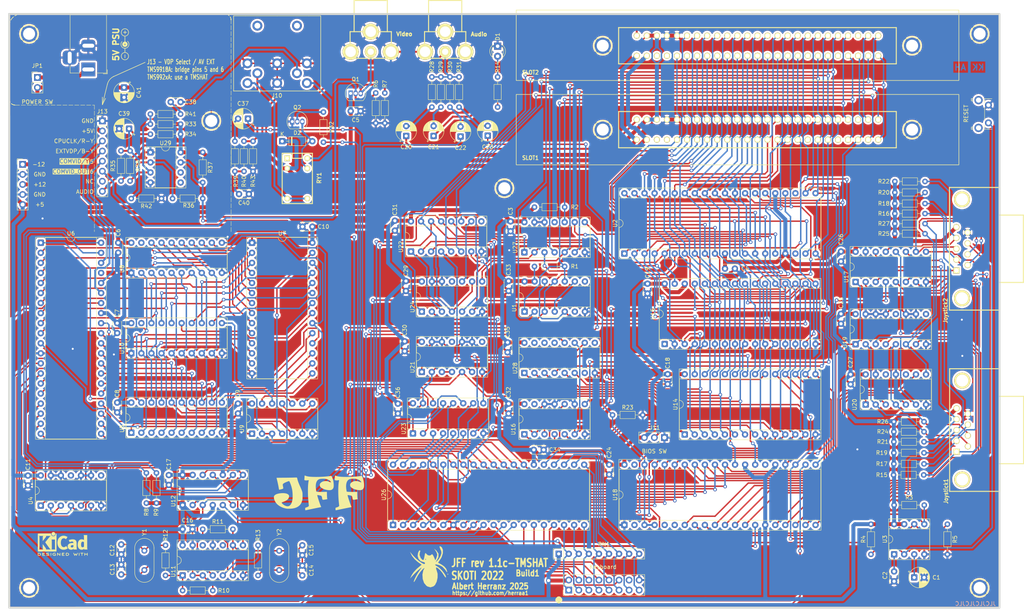
<source format=kicad_pcb>
(kicad_pcb (version 20241229) (generator "pcbnew") (generator_version "9.0")
  (title_block (title "JFF") (date "2025-10-06") (rev "1.1c-TMSHAT") (company "Skoti / herraa1") (comment 1 "Just for Fun MSX"))
  (layers (0 "F.Cu" signal) (2 "B.Cu" signal) (13 "F.Paste" user) (15 "B.Paste" user) (5 "F.SilkS" user "F.Silkscreen") (7 "B.SilkS" user "B.Silkscreen") (1 "F.Mask" user) (3 "B.Mask" user) (25 "Edge.Cuts" user))
  (net 0 "")
  (net 1 "Net-(U3-CT)")
  (net 2 "Net-(U3-REF)")
  (net 3 "+5V")
  (net 4 "Net-(C12-Pad1)")
  (net 5 "Net-(C13-Pad1)")
  (net 6 "Net-(C14-Pad1)")
  (net 7 "Net-(C15-Pad1)")
  (net 8 "SOUNDIN1")
  (net 9 "Net-(C20-Pad2)")
  (net 10 "SOUNDIN2")
  (net 11 "Net-(C21-Pad2)")
  (net 12 "BEEP")
  (net 13 "Net-(C22-Pad2)")
  (net 14 "Net-(C23-Pad2)")
  (net 15 "CAS_OUT")
  (net 16 "Net-(C37-Pad2)")
  (net 17 "Net-(C38-Pad1)")
  (net 18 "Net-(C38-Pad2)")
  (net 19 "Net-(C39-Pad1)")
  (net 20 "Net-(C40-Pad2)")
  (net 21 "Net-(U18-A)")
  (net 22 "Net-(D1-A)")
  (net 23 "CS1")
  (net 24 "CS2")
  (net 25 "CS12")
  (net 26 "SLTSL1")
  (net 27 "Net-(D2-A)")
  (net 28 "~{RFSH}")
  (net 29 "~{EX_WAIT}")
  (net 30 "~{INT}")
  (net 31 "~{M1}")
  (net 33 "~{IORQ}")
  (net 34 "~{MREQ}")
  (net 35 "~{WR}")
  (net 36 "~{RD}")
  (net 37 "~{RESET}")
  (net 39 "A9")
  (net 40 "A15")
  (net 41 "A11")
  (net 42 "A10")
  (net 43 "A7")
  (net 44 "A6")
  (net 45 "A12")
  (net 46 "A8")
  (net 47 "A14")
  (net 48 "A13")
  (net 49 "A1")
  (net 50 "A0")
  (net 51 "A3")
  (net 52 "A2")
  (net 53 "A5")
  (net 54 "A4")
  (net 55 "D1")
  (net 56 "D0")
  (net 57 "D3")
  (net 58 "D2")
  (net 59 "D5")
  (net 60 "D4")
  (net 61 "D7")
  (net 62 "D6")
  (net 63 "CLK_CPU")
  (net 66 "+12V")
  (net 67 "-12V")
  (net 68 "SLTSL2")
  (net 75 "Net-(J3-In)")
  (net 76 "J1_UP")
  (net 77 "J1_DOWN")
  (net 78 "J1_LEFT")
  (net 79 "J1_RIGHT")
  (net 80 "IOB4")
  (net 81 "J2_UP")
  (net 82 "J2_DOWN")
  (net 83 "J2_LEFT")
  (net 84 "J2_RIGHT")
  (net 85 "IOB5")
  (net 86 "Net-(JP1-A)")
  (net 87 "PB0")
  (net 88 "PB1")
  (net 89 "PC0")
  (net 90 "PB2")
  (net 91 "PC1")
  (net 92 "PB3")
  (net 93 "PC2")
  (net 94 "PB4")
  (net 95 "PC3")
  (net 96 "PB5")
  (net 97 "PC6")
  (net 98 "PB6")
  (net 99 "AUDIO")
  (net 100 "PB7")
  (net 101 "Net-(J10-Pad4)")
  (net 102 "Net-(J10-Pad6)")
  (net 103 "Net-(J10-Pad7)")
  (net 104 "CPUCLK{slash}R-Y")
  (net 106 "Net-(J11-Pin_2)")
  (net 107 "RESET")
  (net 108 "CLK_VDP2")
  (net 109 "CLK_VDP1")
  (net 110 "Net-(R10-Pad1)")
  (net 111 "Net-(R11-Pad1)")
  (net 112 "Net-(Q2-B)")
  (net 113 "J1_TR1")
  (net 114 "J2_TR1")
  (net 115 "J1_TR2")
  (net 116 "J2_TR2")
  (net 117 "CAS_MOT")
  (net 118 "Net-(U3-~{RESIN})")
  (net 119 "Net-(U29--)")
  (net 120 "CAS_IN")
  (net 122 "Net-(U29-+)")
  (net 123 "~{WAIT}")
  (net 124 "Net-(U1A-~{S})")
  (net 128 "CS_VDP")
  (net 129 "CSW")
  (net 130 "CSR")
  (net 133 "TMS_RD")
  (net 134 "AD0")
  (net 135 "AD1")
  (net 136 "AD2")
  (net 137 "AD3")
  (net 138 "AD4")
  (net 139 "AD5")
  (net 140 "AD6")
  (net 141 "AD7")
  (net 142 "TMS_RW")
  (net 143 "VD7")
  (net 144 "VD6")
  (net 145 "VD5")
  (net 146 "VD4")
  (net 147 "VD3")
  (net 148 "VD2")
  (net 149 "VD1")
  (net 150 "VD0")
  (net 151 "~{RAS}")
  (net 152 "~{CAS}")
  (net 153 "~{TMS_WR}")
  (net 155 "COMVID_OUT")
  (net 156 "RAM_A12")
  (net 157 "RAM_A7")
  (net 158 "RAM_A6")
  (net 159 "RAM_A5")
  (net 160 "RAM_A4")
  (net 161 "RAM_A3")
  (net 162 "RAM_A2")
  (net 163 "RAM_A1")
  (net 164 "RAM_A0")
  (net 165 "RAM_A10")
  (net 166 "RAM_A11")
  (net 167 "RAM_A9")
  (net 168 "RAM_A8")
  (net 169 "RAM_A13")
  (net 170 "ROW")
  (net 172 "Net-(U9-Pad11)")
  (net 173 "Net-(U9-Pad10)")
  (net 174 "COL")
  (net 177 "Net-(U12B-C)")
  (net 178 "CLK_PSG")
  (net 179 "CSROM")
  (net 180 "SLTSL0")
  (net 181 "Net-(U12A-D)")
  (net 182 "SLTSL3")
  (net 184 "CS_PSG")
  (net 185 "Net-(U18-BC1)")
  (net 187 "IOB6")
  (net 188 "IOA0")
  (net 189 "IOA1")
  (net 190 "IOA2")
  (net 191 "IOA3")
  (net 192 "Net-(U18-BDIR)")
  (net 195 "IOB3")
  (net 196 "IOB2")
  (net 197 "IOB1")
  (net 198 "IOB0")
  (net 199 "IOA5")
  (net 200 "IOA4")
  (net 207 "CS_PPI")
  (net 209 "Net-(U21-Pad3)")
  (net 210 "Net-(U23-Ea)")
  (net 212 "Net-(U22B-O0)")
  (net 213 "Net-(U22A-A0)")
  (net 214 "Net-(U22B-O2)")
  (net 215 "Net-(U22A-E)")
  (net 216 "Net-(U22A-A1)")
  (net 217 "PA6")
  (net 218 "PA4")
  (net 219 "PA2")
  (net 220 "PA0")
  (net 221 "PA1")
  (net 222 "PA3")
  (net 223 "PA5")
  (net 224 "PA7")
  (net 225 "Net-(U22B-O1)")
  (net 232 "GND")
  (net 235 "~{SLT_INT}")
  (net 240 "~{VDP_INT}")
  (net 241 "Net-(U16-Pad10)")
  (net 243 "EXTVDP{slash}B-Y")
  (net 244 "COMVID{slash}Y")
  (footprint "Resistor_THT:R_Axial_DIN0204_L3.6mm_D1.6mm_P7.62mm_Horizontal" (layer "F.Cu") (at 240.596 72.504)
    (property "Reference" "R25")
    (property "Value" "10K")
  )
  (footprint "Resistor_THT:R_Axial_DIN0204_L3.6mm_D1.6mm_P7.62mm_Horizontal" (layer "F.Cu") (at 130.556 40.513 90)
    (property "Reference" "R31")
    (property "Value" "2K2")
  )
  (footprint "JfF-Library:jff_logo_25x10" (layer "F.Cu") (at 95 138)
    (property "Reference" "G01" (hide yes))
    (property "Value" "LOGO" (hide yes))
  )
  (footprint "Capacitor_THT:C_Disc_D3.0mm_W2.0mm_P2.50mm" (layer "F.Cu") (at 115.12 115.45 -90)
    (property "Reference" "C36")
    (property "Value" "100nF")
  )
  (footprint "Resistor_THT:R_Axial_DIN0204_L3.6mm_D1.6mm_P7.62mm_Horizontal" (layer "F.Cu") (at 240.596 59.296)
    (property "Reference" "R22")
    (property "Value" "10K")
  )
  (footprint "Package_DIP:DIP-14_W7.62mm_Socket" (layer "F.Cu") (at 78.285 123.04 90)
    (property "Reference" "U9")
    (property "Value" "74LS04")
  )
  (footprint "Package_DIP:DIP-20_W7.62mm_Socket" (layer "F.Cu") (at 47.815 122.786 90)
    (property "Reference" "U5")
    (property "Value" "74LS574")
  )
  (footprint "Resistor_THT:R_Axial_DIN0204_L3.6mm_D1.6mm_P7.62mm_Horizontal" (layer "F.Cu") (at 60.256 42.278 180)
    (property "Reference" "R41")
    (property "Value" "10K")
  )
  (footprint "Capacitor_THT:C_Disc_D3.0mm_W2.0mm_P2.50mm" (layer "F.Cu") (at 44.508 74.79 -90)
    (property "Reference" "C6")
    (property "Value" "100nF")
  )
  (footprint "Resistor_THT:R_Axial_DIN0204_L3.6mm_D1.6mm_P7.62mm_Horizontal" (layer "F.Cu") (at 52.636 47.358)
    (property "Reference" "R34")
    (property "Value" "2K7")
  )
  (footprint "Resistor_THT:R_Axial_DIN0204_L3.6mm_D1.6mm_P7.62mm_Horizontal" (layer "F.Cu") (at 60.764 162.674)
    (property "Reference" "R10")
    (property "Value" "1M")
  )
  (footprint "Package_DIP:DIP-16_W7.62mm_Socket" (layer "F.Cu") (at 230.68 84.686 90)
    (property "Reference" "U17")
    (property "Value" "74LS157")
  )
  (footprint "Capacitor_THT:CP_Radial_D5.0mm_P2.50mm" (layer "F.Cu") (at 245.486888 159.372)
    (property "Reference" "C1")
    (property "Value" "10uF")
  )
  (footprint "JfF-Library:Hole_3mm" (layer "F.Cu") (at 142 61)
    (property "Reference" "MH09" (hide yes))
    (property "Value" "VAL*" (hide yes))
  )
  (footprint "JfF-Library:Hole_3mm" (layer "F.Cu") (at 22 22)
    (property "Reference" "MH06" (hide yes))
    (property "Value" "VAL*" (hide yes))
  )
  (footprint "Capacitor_THT:C_Disc_D3.0mm_W2.0mm_P2.50mm" (layer "F.Cu") (at 168.46 130.858 -90)
    (property "Reference" "C24")
    (property "Value" "100nF")
  )
  (footprint "Package_DIP:DIP-14_W7.62mm_Socket" (layer "F.Cu") (at 60.759 158.854 90)
    (property "Reference" "U11")
    (property "Value" "74HCT04")
  )
  (footprint "Capacitor_THT:C_Disc_D3.0mm_W2.0mm_P2.50mm" (layer "F.Cu") (at 149.43 127.114)
    (property "Reference" "C34")
    (property "Value" "100nF")
  )
  (footprint "JfF-Library:Conn_Dsub_DE9M" (layer "F.Cu") (at 257.5505 76.314 -90)
    (property "Reference" "J7" (hide yes))
    (property "Value" "Joystick2")
  )
  (footprint "Capacitor_THT:C_Disc_D3.0mm_W2.0mm_P2.50mm" (layer "F.Cu") (at 44.254 115.176 -90)
    (property "Reference" "C8")
    (property "Value" "100nF")
  )
  (footprint "Resistor_THT:R_Axial_DIN0204_L3.6mm_D1.6mm_P7.62mm_Horizontal" (layer "F.Cu") (at 240.596 64.884)
    (property "Reference" "R18")
    (property "Value" "10K")
  )
  (footprint "Capacitor_THT:C_Disc_D3.0mm_W2.0mm_P2.50mm" (layer "F.Cu") (at 116.84 99.702 -90)
    (property "Reference" "C30")
    (property "Value" "100nF")
  )
  (footprint "Package_DIP:DIP-16_W7.62mm_Socket" (layer "F.Cu") (at 118.422 77 90)
    (property "Reference" "U22")
    (property "Value" "74LS139")
  )
  (footprint "Capacitor_THT:CP_Radial_D5.0mm_P2.50mm" (layer "F.Cu") (at 47.244 45.974 180)
    (property "Reference" "C39")
    (property "Value" "10uF")
  )
  (footprint "Resistor_THT:R_Axial_DIN0204_L3.6mm_D1.6mm_P7.62mm_Horizontal" (layer "F.Cu") (at 240.342 125.082)
    (property "Reference" "R21")
    (property "Value" "10K")
  )
  (footprint "Resistor_THT:R_Axial_DIN0204_L3.6mm_D1.6mm_P7.62mm_Horizontal" (layer "F.Cu") (at 240.406888 141.084)
    (property "Reference" "R3")
    (property "Value" "10K")
  )
  (footprint "Package_DIP:DIP-14_W7.62mm_Socket" (layer "F.Cu") (at 147.099 92.192 90)
    (property "Reference" "U1")
    (property "Value" "74LS74")
  )
  (footprint "Resistor_THT:R_Axial_DIN0204_L3.6mm_D1.6mm_P7.62mm_Horizontal" (layer "F.Cu") (at 56.446 151.244 -90)
    (property "Reference" "R12")
    (property "Value" "470R")
  )
  (footprint "Resistor_THT:R_Axial_DIN0204_L3.6mm_D1.6mm_P7.62mm_Horizontal" (layer "F.Cu") (at 76.258 56.756 90)
    (property "Reference" "R40")
    (property "Value" "4K7")
  )
  (footprint "Crystal:Crystal_HC49-U_Vertical" (layer "F.Cu") (at 85.148 157.504 90)
    (property "Reference" "Y2")
    (property "Value" "21.47727 MHz")
  )
  (footprint "Package_DIP:DIP-40_W15.24mm_Socket" (layer "F.Cu") (at 172.313 77.523 90)
    (property "Reference" "U2")
    (property "Value" "Z80CPU")
  )
  (footprint "Package_DIP:DIP-14_W7.62mm_Socket" (layer "F.Cu") (at 233.225 115.674 90)
    (property "Reference" "U20")
    (property "Value" "74LS07")
  )
  (footprint "Symbol:Symbol_Barrel_Polarity" (layer "F.Cu") (at 46.1264 24.638 90)
    (property "Reference" "REF**" (hide yes))
    (property "Value" "Symbol_Barrel_Polarity")
  )
  (footprint "Package_DIP:DIP-40_W15.24mm_Socket" (layer "F.Cu") (at 24.95 74.79)
    (property "Reference" "U6")
    (property "Value" "TMS9918")
  )
  (footprint "Capacitor_THT:C_Disc_D3.0mm_W2.0mm_P2.50mm" (layer "F.Cu") (at 178.15 85.138 -90)
    (property "Reference" "C19")
    (property "Value" "100nF")
  )
  (footprint "LED_THT:LED_D3.0mm" (layer "F.Cu") (at 140.3 25.125 -90)
    (property "Reference" "D1")
    (property "Value" "PWR_LED")
  )
  (footprint "JfF-Library:Conn_RCA_Right" (layer "F.Cu") (at 127.058 21.45 -90)
    (property "Reference" "J8" (hide yes))
    (property "Value" "Audio" (hide yes))
  )
  (footprint "Button_Switch_THT:SW_Tactile_SPST_Angled_PTS645Vx83-2LFS" (layer "F.Cu") (at 264.218 40.003 -90)
    (property "Reference" "SW1" (hide yes))
    (property "Value" "RESET SW")
  )
  (footprint "Package_DIP:DIP-14_W7.62mm_Socket" (layer "F.Cu") (at 24.945 141.214 90)
    (property "Reference" "U4")
    (property "Value" "74LS32")
  )
  (footprint "Package_DIP:DIP-16_W7.62mm_Socket" (layer "F.Cu") (at 147.056 107.686 90)
    (property "Reference" "U28")
    (property "Value" "74LS138")
  )
  (footprint "Connector_PinHeader_2.54mm:PinHeader_1x08_P2.54mm_Vertical" (layer "F.Cu") (at 40.5 44)
    (property "Reference" "J13")
    (property "Value" "AV EXT")
  )
  (footprint "JfF-Library:Hole_3mm" (layer "F.Cu") (at 244.949 46.209)
    (property "Reference" "MH04" (hide yes))
    (property "Value" "VAL*" (hide yes))
  )
  (footprint "Capacitor_THT:C_Disc_D3.0mm_W2.0mm_P2.50mm" (layer "F.Cu") (at 227 92.758 -90)
    (property "Reference" "C25")
    (property "Value" "100nF")
  )
  (footprint "JfF-Library:Hole_3mm" (layer "F.Cu") (at 166.844 46.209)
    (property "Reference" "MH03" (hide yes))
    (property "Value" "VAL*" (hide yes))
  )
  (footprint "Capacitor_THT:C_Disc_D3.0mm_W2.0mm_P2.50mm" (layer "F.Cu") (at 197.708 81.328)
    (property "Reference" "C4")
    (property "Value" "100nF")
  )
  (footprint "Package_DIP:DIP-14_W7.62mm_Socket" (layer "F.Cu") (at 60.759 141.074 90)
    (property "Reference" "U12")
    (property "Value" "74HC74")
  )
  (footprint "Resistor_THT:R_Axial_DIN0204_L3.6mm_D1.6mm_P7.62mm_Horizontal" (layer "F.Cu") (at 65.844 51.93 -90)
    (property "Reference" "R37")
    (property "Value" "1K")
  )
  (footprint "Resistor_THT:R_Axial_DIN0204_L3.6mm_D1.6mm_P7.62mm_Horizontal" (layer "F.Cu") (at 240.596 67.424)
    (property "Reference" "R16")
    (property "Value" "10K")
  )
  (footprint "Capacitor_THT:C_Disc_D3.0mm_W2.0mm_P2.50mm" (layer "F.Cu") (at 143.06 115.45 -90)
    (property "Reference" "C32")
    (property "Value" "100nF")
  )
  (footprint "Resistor_THT:R_Axial_DIN0204_L3.6mm_D1.6mm_P7.62mm_Horizontal" (layer "F.Cu") (at 78.544 56.756 90)
    (property "Reference" "R43")
    (property "Value" "100R")
  )
  (footprint "Package_DIP:DIP-16_W7.62mm_Socket" (layer "F.Cu") (at 118.92 122.974 90)
    (property "Reference" "U23")
    (property "Value" "74LS153")
  )
  (footprint "Capacitor_THT:CP_Radial_D5.0mm_P2.50mm" (layer "F.Cu") (at 124.137 47.801113 90)
    (property "Reference" "C21")
    (property "Value" "10uF")
  )
  (footprint "Resistor_THT:R_Axial_DIN0204_L3.6mm_D1.6mm_P7.62mm_Horizontal" (layer "F.Cu") (at 240.342 120.002)
    (property "Reference" "R26")
    (property "Value" "10K")
  )
  (footprint "Resistor_THT:R_Axial_DIN0204_L3.6mm_D1.6mm_P7.62mm_Horizontal" (layer "F.Cu") (at 45.212 51.562 -90)
    (property "Reference" "R35")
    (property "Value" "4K7")
  )
  (footprint "JfF-Library:Hole_3mm" (layer "F.Cu") (at 262 22)
    (property "Reference" "MH05" (hide yes))
    (property "Value" "VAL*" (hide yes))
  )
  (footprint "Capacitor_THT:C_Disc_D3.0mm_W2.0mm_P2.50mm" (layer "F.Cu") (at 45.27 158.61 90)
    (property "Reference" "C13")
    (property "Value" "27pF")
  )
  (footprint "Capacitor_THT:C_Disc_D3.0mm_W2.0mm_P2.50mm" (layer "F.Cu") (at 90.99 158.864 90)
    (property "Reference" "C14")
    (property "Value" "27pF")
  )
  (footprint "Capacitor_THT:C_Disc_D3.0mm_W2.0mm_P2.50mm" (layer "F.Cu") (at 227 77.01 -90)
    (property "Reference" "C26")
    (property "Value" "100nF")
  )
  (footprint "Resistor_THT:R_Axial_DIN0204_L3.6mm_D1.6mm_P7.62mm_Horizontal" (layer "F.Cu") (at 253.868888 145.91 -90)
    (property "Reference" "R5")
    (property "Value" "10K")
  )
  (footprint "Resistor_THT:R_Axial_DIN0204_L3.6mm_D1.6mm_P7.62mm_Horizontal" (layer "F.Cu") (at 96.324 49.39 90)
    (property "Reference" "R32")
    (property "Value" "1K")
  )
  (footprint "Package_DIP:DIP-14_W7.62mm_Socket" (layer "F.Cu") (at 121.158 92.192 90)
    (property "Reference" "U24")
    (property "Value" "74LS32")
  )
  (footprint "Package_DIP:DIP-8_W7.62mm_Socket" (layer "F.Cu") (at 52.646 51.94)
    (property "Reference" "U29")
    (property "Value" "LM311")
  )
  (footprint "Connector_PinHeader_2.54mm:PinHeader_1x05_P2.54mm_Vertical" (layer "F.Cu") (at 20.378 54.978)
    (property "Reference" "J5" (hide yes))
    (property "Value" "DD1718PA 12V")
  )
  (footprint "JfF-Library:spider_logo_small_neg" (layer "F.Cu") (at 123.317 156.7942)
    (property "Reference" "G02" (hide yes))
    (property "Value" "LOGO" (hide yes))
  )
  (footprint "Resistor_THT:R_Axial_DIN0204_L3.6mm_D1.6mm_P7.62mm_Horizontal" (layer "F.Cu") (at 54.16 132.956 -90)
    (property "Reference" "R9")
    (property "Value" "470R")
  )
  (footprint "Capacitor_THT:C_Disc_D3.0mm_W2.0mm_P2.50mm" (layer "F.Cu") (at 90.99 151.244 -90)
    (property "Reference" "C15")
    (property "Value" "27pF")
  )
  (footprint "Package_DIP:DIP-28_W15.24mm_Socket" (layer "F.Cu") (at 187.533 123.243 90)
    (property "Reference" "U14")
    (property "Value" "27C256")
  )
  (footprint "Resistor_THT:R_Axial_DIN0204_L3.6mm_D1.6mm_P7.62mm_Horizontal" (layer "F.Cu") (at 240.342 130.67)
    (property "Reference" "R17")
    (property "Value" "10K")
  )
  (footprint "Resistor_THT:R_Axial_DIN0204_L3.6mm_D1.6mm_P7.62mm_Horizontal" (layer "F.Cu") (at 123.698 40.513 90)
    (property "Reference" "R28")
    (property "Value" "4K7")
  )
  (footprint "Capacitor_THT:C_Disc_D3.0mm_W2.0mm_P2.50mm" (layer "F.Cu") (at 44.254 95.11 -90)
    (property "Reference" "C7")
    (property "Value" "100nF")
  )
  (footprint "Capacitor_THT:C_Disc_D3.0mm_W2.0mm_P2.50mm" (layer "F.Cu") (at 105.702 41.516 180)
    (property "Reference" "C5")
    (property "Value" "100nF")
  )
  (footprint "Capacitor_THT:CP_Radial_D5.0mm_P2.50mm" (layer "F.Cu") (at 130.937 47.941113 90)
    (property "Reference" "C22")
    (property "Value" "10uF")
  )
  (footprint "Capacitor_THT:CP_Radial_D5.0mm_P2.50mm" (layer "F.Cu") (at 137.795 47.736226 90)
    (property "Reference" "C23")
    (property "Value" "10uF")
  )
  (footprint "Connector_PinHeader_2.54mm:PinHeader_2x08_P2.54mm_Vertical" (layer "F.Cu") (at 158.257 162.565 90)
    (property "Reference" "J9" (hide yes))
    (property "Value" "KEYBOARD")
  )
  (footprint "Connector_PinHeader_2.54mm:PinHeader_1x02_P2.54mm_Vertical" (layer "F.Cu") (at 24.1 33.025)
    (property "Reference" "JP1")
    (property "Value" "PWR_SW")
  )
  (footprint "Diode_THT:D_DO-35_SOD27_P7.62mm_Horizontal" (layer "F.Cu") (at 85.91 49.136)
    (property "Reference" "D2")
    (property "Value" "1N4148")
  )
  (footprint "JfF-Library:Hole_3mm" (layer "F.Cu") (at 166.844 25)
    (property "Reference" "MH02" (hide yes))
    (property "Value" "VAL*" (hide yes))
  )
  (footprint "Package_DIP:DIP-16_W7.62mm_Socket" (layer "F.Cu") (at 230.68 100.434 90)
    (property "Reference" "U19")
    (property "Value" "74LS157")
  )
  (footprint "Capacitor_THT:C_Disc_D3.0mm_W2.0mm_P2.50mm" (layer "F.Cu") (at 183.23 107.998 -90)
    (property "Reference" "C18")
    (property "Value" "100nF")
  )
  (footprint "Capacitor_THT:C_Disc_D3.0mm_W2.0mm_P2.50mm" (layer "F.Cu") (at 114.358 69.222 -90)
    (property "Reference" "C31")
    (property "Value" "100nF")
  )
  (footprint "Capacitor_THT:C_Disc_D3.0mm_W2.0mm_P2.50mm" (layer "F.Cu") (at 21.717 133.624 -90)
    (property "Reference" "C11")
    (property "Value" "100nF")
  )
  (footprint "Package_DIP:DIP-14_W7.62mm_Socket" (layer "F.Cu") (at 147.061 77.206 90)
    (property "Reference" "U27")
    (property "Value" "74LS08")
  )
  (footprint "Resistor_THT:R_Axial_DIN0204_L3.6mm_D1.6mm_P7.62mm_Horizontal" (layer "F.Cu") (at 58.224 63.614)
    (property "Reference" "R36")
    (property "Value" "220K")
  )
  (footprint "Package_DIP:DIP-32_W15.24mm_Socket" (layer "F.Cu") (at 182.468 100.383 90)
    (property "Reference" "U15")
    (property "Value" "628128")
  )
  (footprint "Package_TO_SOT_THT:TO-92_Inline" (layer "F.Cu") (at 103.182 37.05)
    (property "Reference" "Q1")
    (property "Value" "BC548")
  )
  (footprint "JfF-Library:Relay_SPDT" (layer "F.Cu") (at 89.72 58.534 -90)
    (property "Reference" "RY1")
    (property "Value" "G5V-1-DC5" (hide yes))
  )
  (footprint "Resistor_THT:R_Axial_DIN0204_L3.6mm_D1.6mm_P7.62mm_Horizontal" (layer "F.Cu") (at 240.264 133.46)
    (property "Reference" "R15")
    (property "Value" "10K")
  )
  (footprint "Capacitor_THT:C_Disc_D3.0mm_W2.0mm_P2.50mm" (layer "F.Cu") (at 57.277 133.497 -90)
    (property "Reference" "C17")
    (property "Value" "100nF")
  )
  (footprint "JfF-Library:Hole_3mm" (layer "F.Cu") (at 22 162)
    (property "Reference" "MH07" (hide yes))
    (property "Value" "VAL*" (hide yes))
  )
  (footprint "Resistor_THT:R_Axial_DIN0204_L3.6mm_D1.6mm_P7.62mm_Horizontal" (layer "F.Cu") (at 73.972 49.136 -90)
    (property "Reference" "R39")
    (property "Value" "4K7")
  )
  (footprint "JfF-Library:Hole_3mm" (layer "F.Cu") (at 244.949 25)
    (property "Reference" "MH01" (hide yes))
    (property "Value" "VAL*" (hide yes))
  )
  (footprint "Resistor_THT:R_Axial_DIN0204_L3.6mm_D1.6mm_P7.62mm_Horizontal" (layer "F.Cu") (at 149.606 80.772)
    (property "Reference" "R1")
    (property "Value" "10K")
  )
  (footprint "Capacitor_THT:C_Disc_D3.0mm_W2.0mm_P2.50mm" (layer "F.Cu") (at 74.734 115.43 -90)
    (property "Reference" "C9")
    (property "Value" "100nF")
  )
  (footprint "Crystal:Crystal_HC49-U_Vertical" (layer "F.Cu") (at 51.112 152.604 -90)
    (property "Reference" "Y1")
    (property "Value" "3.579545 MHz")
  )
  (footprint "JfF-Library:Hole_3mm" (layer "F.Cu") (at 262 162)
    (property "Reference" "MH08" (hide yes))
    (property "Value" "VAL*" (hide yes))
  )
  (footprint "Resistor_THT:R_Axial_DIN0204_L3.6mm_D1.6mm_P7.62mm_Horizontal" (layer "F.Cu") (at 79.814 158.864 90)
    (property "Reference" "R13")
    (property "Value" "470R")
  )
  (footprint "Resistor_THT:R_Axial_DIN0204_L3.6mm_D1.6mm_P7.62mm_Horizontal" (layer "F.Cu") (at 169.3164 118.3132)
    (property "Reference" "R23")
    (property "Value" "470R")
  )
  (footprint "JfF-Library:Conn_Dsub_DE9M" (layer "F.Cu") (at 257.6045 122.118 -90)
    (property "Reference" "J6" (hide yes))
    (property "Value" "Joystick1")
  )
  (footprint "Capacitor_THT:C_Disc_D3.0mm_W2.0mm_P2.50mm" (layer "F.Cu") (at 60.764 147.18)
    (property "Reference" "C16")
    (property "Value" "100nF")
  )
  (footprint "Resistor_THT:R_Axial_DIN0204_L3.6mm_D1.6mm_P7.62mm_Horizontal" (layer "F.Cu") (at 52.636 44.818)
    (property "Reference" "R33")
    (property "Value" "470K")
  )
  (footprint "Package_DIP:DIP-14_W7.62mm_Socket" (layer "F.Cu") (at 121.153 107.432 90)
    (property "Reference" "U21")
    (property "Value" "74LS00")
  )
  (footprint "Resistor_THT:R_Axial_DIN0204_L3.6mm_D1.6mm_P7.62mm_Horizontal" (layer "F.Cu") (at 240.596 62.09)
    (property "Reference" "R20")
    (property "Value" "10K")
  )
  (footprint "Capacitor_THT:C_Disc_D3.0mm_W2.0mm_P2.50mm" (layer "F.Cu") (at 45.27 151.03 -90)
    (property "Reference" "C12")
    (property "Value" "27pF")
  )
  (footprint "Capacitor_THT:CP_Radial_D5.0mm_P2.50mm" (layer "F.Cu") (at 45.974 35.56 -90)
    (property "Reference" "C41")
    (property "Value" "220uF")
  )
  (footprint "Resistor_THT:R_Axial_DIN0204_L3.6mm_D1.6mm_P7.62mm_Horizontal" (layer "F.Cu") (at 47.498 59.182 90)
    (property "Reference" "R38")
    (property "Value" "10K")
  )
  (footprint "Capacitor_THT:C_Disc_D3.0mm_W2.0mm_P2.50mm" (layer "F.Cu") (at 117.152 84.462 -90)
    (property "Reference" "C29")
    (property "Value" "100nF")
  )
  (footprint "JfF-Library:Conn_Edge_50P" (layer "F.Cu") (at 205.9092 25 180)
    (property "Reference" "J2" (hide yes))
    (property "Value" "SLOT2")
  )
  (footprint "Capacitor_THT:C_Disc_D3.0mm_W2.0mm_P2.50mm" (layer "F.Cu") (at 60.256 39.23 180)
    (property "Reference" "C38")
    (property "Value" "22nF")
  )
  (footprint "Resistor_THT:R_Axial_DIN0204_L3.6mm_D1.6mm_P7.62mm_Horizontal" (layer "F.Cu") (at 51.62 132.956 -90)
    (property "Reference" "R8")
    (property "Value" "470R")
  )
  (footprint "Package_DIP:DIP-40_W15.24mm_Socket" (layer "F.Cu") (at 172.313 146.103 90)
    (property "Reference" "U18")
    (property "Value" "YM2149")
  )
  (footprint "JfF-Library:Conn_Edge_50P" (layer "F.Cu") (at 205.9092 46.209 180)
    (property "Reference" "J1" (hide yes))
    (property "Value" "SLOT1")
  )
  (footprint "Resistor_THT:R_Axial_DIN0204_L3.6mm_D1.6mm_P7.62mm_Horizontal" (layer "F.Cu") (at 55.43 63.614 180)
    (property "Reference" "R42")
    (property "Value" "2K7")
  )
  (footprint "JfF-Library:Conn_RCA_Right" (layer "F.Cu") (at 108.262 21.45 -90)
    (property "Reference" "J3" (hide yes))
    (property "Value" "Video" (hide yes))
  )
  (footprint "Connector_PinHeader_2.54mm:PinHeader_1x03_P2.54mm_Vertical" (layer "F.Cu") (at 182.4228 124.0282 -90)
    (property "Reference" "J11")
    (property "Value" "BIOS_SW")
  )
  (footprint "Capacitor_THT:C_Disc_D3.0mm_W2.0mm_P2.50mm" (layer "F.Cu") (at 77.508 62.484 180)
    (property "Reference" "C40")
    (property "Value" "22nF")
  )
  (footprint "Package_DIP:DIP-14_W7.62mm_Socket" (layer "F.Cu") (at 147.061 123.18 90)
    (property "Reference" "U16")
    (property "Value" "74LS02")
  )
  (footprint "Package_DIP:DIP-20_W7.62mm_Socket" (layer "F.Cu") (at 47.815 82.4 90)
    (property "Reference" "U8")
    (property "Value" "74LS574")
  )
  (footprint "Resistor_THT:R_Axial_DIN0204_L3.6mm_D1.6mm_P7.62mm_Horizontal" (layer "F.Cu") (at 240.342 127.876)
    (property "Reference" "R19")
    (property "Value" "10K")
  )
  (footprint "Package_DIP:DIP-40_W15.24mm_Socket" (layer "F.Cu") (at 113.893 146.103 90)
    (property "Reference" "U26")
    (property "Value" "82C55A")
  )
  (footprint "Resistor_THT:R_Axial_DIN0204_L3.6mm_D1.6mm_P7.62mm_Horizontal" (layer "F.Cu") (at 140.3 40.51 90)
    (property "Reference" "R14")
    (property "Value" "470R")
  )
  (footprint "JfF-Library:DIN8_eu" (layer "F.Cu") (at 84.64 17.4455 180)
    (property "Reference" "J10")
    (property "Value" "DIN-8")
  )
  (footprint "JfF-Library:Hole_3mm" (layer "F.Cu") (at 68 44)
    (property "Reference" "MH10" (hide yes))
    (property "Value" "VAL*" (hide yes))
  )
  (footprint "Capacitor_THT:C_Disc_D3.0mm_W2.0mm_P2.50mm" (layer "F.Cu") (at 143.568 69.39 -90)
    (property "Reference" "C3")
    (property "Value" "100nF")
  )
  (footprint "Capacitor_THT:C_Disc_D3.0mm_W2.0mm_P2.50mm" (layer "F.Cu") (at 229.42 108.064 -90)
    (property "Reference" "C27")
    (property "Value" "100nF")
  )
  (footprint "Resistor_THT:R_Axial_DIN0204_L3.6mm_D1.6mm_P7.62mm_Horizontal" (layer "F.Cu") (at 111.818 36.944 -90)
    (property "Reference" "R7")
    (property "Value" "75R")
  )
  (footprint "Resistor_THT:R_Axial_DIN0204_L3.6mm_D1.6mm_P7.62mm_Horizontal" (layer "F.Cu") (at 240.596 69.964)
    (property "Reference" "R27")
    (property "Value" "10K")
  )
  (footprint "Connector_BarrelJack:BarrelJack_Horizontal" (layer "F.Cu") (at 36.9575 31 -90)
    (property "Reference" "J4" (hide yes))
    (property "Value" "Barrel_Jack_Switch")
  )
  (footprint "Package_DIP:DIP-28_W15.24mm_Socket" (layer "F.Cu") (at 78.29 74.79)
    (property "Reference" "U7")
    (property "Value" "62256")
  )
  (footprint "Resistor_THT:R_Axial_DIN0204_L3.6mm_D1.6mm_P7.62mm_Horizontal" (layer "F.Cu") (at 234.564888 153.53 90)
    (property "Reference" "R4")
    (property "Value" "10K")
  )
  (footprint "Resistor_THT:R_Axial_DIN0204_L3.6mm_D1.6mm_P7.62mm_Horizontal" (layer "F.Cu") (at 149.606 65.786)
    (property "Reference" "R2")
    (property "Value" "10K")
  )
  (footprint "Package_DIP:DIP-20_W7.62mm_Socket" (layer "F.Cu") (at 47.815 102.72 90)
    (property "Reference" "U10")
    (property "Value" "74LS574")
  )
  (footprint "Resistor_THT:R_Axial_DIN0204_L3.6mm_D1.6mm_P7.62mm_Horizontal" (layer "F.Cu") (at 65.844 147.18)
    (property "Reference" "R11")
    (property "Value" "1M")
  )
  (footprint "Package_TO_SOT_THT:TO-92_Inline" (layer "F.Cu") (at 88.45 44.162)
    (property "Reference" "Q2")
    (property "Value" "BC558")
  )
  (footprint "Capacitor_THT:CP_Radial_D5.0mm_P2.50mm" (layer "F.Cu") (at 117.221 47.801113 90)
    (property "Reference" "C20")
    (property "Value" "10uF")
  )
  (footprint "Capacitor_THT:C_Disc_D3.0mm_W2.0mm_P2.50mm" (layer "F.Cu") (at 143.06 84.462 -90)
    (property "Reference" "C33")
    (property "Value" "100nF")
  )
  (footprint "Resistor_THT:R_Axial_DIN0204_L3.6mm_D1.6mm_P7.62mm_Horizontal" (layer "F.Cu") (at 240.342 122.542)
    (property "Reference" "R24")
    (property "Value" "10K")
  )
  (footprint "Resistor_THT:R_Array_SIP9" (layer "F.Cu") (at 155.725 153.4)
    (property "Reference" "RN1")
    (property "Value" "4.7K")
  )
  (footprint "Capacitor_THT:CP_Radial_D5.0mm_P2.50mm" (layer "F.Cu") (at 77.274 43.434 180)
    (property "Reference" "C37")
    (property "Value" "10uF")
  )
  (footprint "Capacitor_THT:C_Disc_D3.0mm_W2.0mm_P2.50mm" (layer "F.Cu") (at 93.53 70.726 180)
    (property "Reference" "C10")
    (property "Value" "100nF")
  )
  (footprint "Resistor_THT:R_Axial_DIN0204_L3.6mm_D1.6mm_P7.62mm_Horizontal" (layer "F.Cu") (at 125.984 40.513 90)
    (property "Reference" "R29")
    (property "Value" "4K7")
  )
  (footprint "Package_DIP:DIP-8_W7.62mm_Socket" (layer "F.Cu") (at 240.416888 153.52 90)
    (property "Reference" "U3")
    (property "Value" "TL7705A")
  )
  (footprint "Resistor_THT:R_Axial_DIN0204_L3.6mm_D1.6mm_P7.62mm_Horizontal" (layer "F.Cu") (at 128.27 40.513 90)
    (property "Reference" "R30")
    (property "Value" "20K")
  )
  (footprint "Resistor_THT:R_Axial_DIN0204_L3.6mm_D1.6mm_P7.62mm_Horizontal" (layer "F.Cu") (at 109.532 36.944 -90)
    (property "Reference" "R6")
    (property "Value" "470R")
  )
  (footprint "Symbol:KiCad-Logo2_5mm_SilkScreen" (layer "F.Cu") (at 30.48 150.876)
    (property "Reference" "REF**" (hide yes))
    (property "Value" "KiCad-Logo2_5mm_SilkScreen" (hide yes))
  )
  (footprint "Capacitor_THT:C_Disc_D3.0mm_W2.0mm_P2.50mm" (layer "F.Cu") (at 142.806 99.976 -90)
    (property "Reference" "C35")
    (property "Value" "100nF")
  )
  (footprint "Capacitor_THT:C_Disc_D3.0mm_W2.0mm_P2.50mm" (layer "F.Cu") (at 240.406888 157.848 -90)
    (property "Reference" "C2")
    (property "Value" "100nF")
  )
  (gr_line (start 18.5 40) (end 38.5 40) (stroke (width 0.1) (type dash)) (layer "F.SilkS"))
  (gr_arc (start 18.5 40) (mid 17.43934 39.56066) (end 17 38.5) (stroke (width 0.1) (type dash)) (layer "F.SilkS"))
  (gr_rect (start 145 16) (end 256.76 33.78) (stroke (width 0.15)) (fill no) (layer "F.SilkS"))
  (gr_arc (start 41.768625 34.74621) (mid 42.338147 33.590327) (end 43.340029 32.779985) (stroke (width 0.15)) (layer "F.SilkS"))
  (gr_line (start 73 72) (end 73 18.5) (stroke (width 0.1) (type dash)) (layer "F.SilkS"))
  (gr_line (start 41.3 38.3) (end 40.5 39.9) (stroke (width 0.15)) (layer "F.SilkS"))
  (gr_rect (start 145 37.319) (end 256.76 55.099) (stroke (width 0.15)) (fill no) (layer "F.SilkS"))
  (gr_line (start 40.5 39.9) (end 40.5 38) (stroke (width 0.15)) (layer "F.SilkS"))
  (gr_line (start 38.5 40) (end 38.5 72) (stroke (width 0.1) (type dash)) (layer "F.SilkS"))
  (gr_line (start 51.3 29.2) (end 43.340029 32.779985) (stroke (width 0.15)) (layer "F.SilkS"))
  (gr_arc (start 17 20) (mid 17.87868 17.87868) (end 20 17) (stroke (width 0.1) (type dash)) (layer "F.SilkS"))
  (gr_arc (start 71.5 17) (mid 72.56066 17.43934) (end 73 18.5) (stroke (width 0.1) (type dash)) (layer "F.SilkS"))
  (gr_line (start 41.768625 34.74621) (end 40.5 39.9) (stroke (width 0.15)) (layer "F.SilkS"))
  (gr_rect (start 17 17) (end 267 167) (stroke (width 0.5)) (fill no) (layer "Edge.Cuts"))
  (gr_text "KK" (at 261.62 30.48 0) (layer "B.Cu") (effects (font (size 1.5 1.5) (thickness 0.3)) (justify mirror)))
  (gr_text "AH" (at 257.1 30.48 0) (layer "B.Cu") (effects (font (size 1.5 1.5) (thickness 0.3)) (justify mirror)))
  (gr_text "5V PSU" (at 43.942 24.638 90) (layer "F.SilkS") (effects (font (size 1.5 1.5) (thickness 0.35))))
  (gr_text "https://github.com/herraa1" (at 128.7 163.9 0) (layer "F.SilkS") (effects (font (size 1 0.9) (thickness 0.2) (bold yes)) (justify left bottom)))
  (gr_text "J13 - VDP Select / AV EXT\nTMS9918A: bridge pins 5 and 6\nTMS992xA: use a TMSHAT" (at 51.7 31 0) (layer "F.SilkS") (effects (font (size 1.2 0.8) (thickness 0.175) (bold yes)) (justify left)))
  (gr_text "GND" (at 24.674664 62.598 0) (layer "F.SilkS") (effects (font (size 1 1))))
  (gr_text "COMVID/Y" (at 37.2 54.2 0) (layer "F.SilkS" knockout) (effects (font (size 1 1)) (justify right)))
  (gr_text "CPUCLK/R-Y" (at 38.4 49.1 0) (layer "F.SilkS") (effects (font (size 1 1)) (justify right)))
  (gr_text "Albert Herranz 2025" (at 128.6 161.6 0) (layer "F.SilkS") (effects (font (size 1.5 1.25) (thickness 0.3125) (bold yes)) (justify left)))
  (gr_text "NC" (at 38.4 59.3 0) (layer "F.SilkS") (effects (font (size 1 1)) (justify right)))
  (gr_text "COMVID_OUT" (at 37.2 56.8 0) (layer "F.SilkS" knockout) (effects (font (size 1 1)) (justify right)))
  (gr_text "-12" (at 24.442 54.978 0) (layer "F.SilkS") (effects (font (size 1 1))))
  (gr_text "Audio" (at 135.5852 22.098 0) (layer "F.SilkS") (effects (font (size 1 1) (thickness 0.25))))
  (gr_text "6" (at 38.4 56.8 0) (layer "F.SilkS") (effects (font (size 1 1)) (justify right)))
  (gr_text "+" (at 46.228 21.5392 0) (layer "F.SilkS") (effects (font (size 1 1))))
  (gr_text "BIOS SW" (at 179.8828 127.4826 0) (layer "F.SilkS") (effects (font (size 1 1))))
  (gr_text "RESET" (at 258.572 42.164 90) (layer "F.SilkS") (effects (font (size 1 1))))
  (gr_text "+5V" (at 38.4 46.55 0) (layer "F.SilkS") (effects (font (size 1 1)) (justify right)))
  (gr_text "JFF rev 1.1c-TMSHAT\nSKOTI 2022\n" (at 128.4 157.3 0) (layer "F.SilkS") (effects (font (size 2 1.5) (thickness 0.375) (bold yes)) (justify left)))
  (gr_text "Video" (at 116.7384 22.0472 0) (layer "F.SilkS") (effects (font (size 1 1) (thickness 0.25))))
  (gr_text "-" (at 46.1264 27.686 90) (layer "F.SilkS") (effects (font (size 1 1))))
  (gr_text "GND" (at 38.4 44 0) (layer "F.SilkS") (effects (font (size 1 1)) (justify right)))
  (gr_text "Build1" (at 144.7 158.3 0) (layer "F.SilkS") (effects (font (size 1.5 1.25) (thickness 0.3125) (bold yes)) (justify left)))
  (gr_text "Keyboard" (at 166.9 156.7 0) (layer "F.SilkS") (effects (font (size 1 1))))
  (gr_text "EXTVDP/B-Y" (at 38.4 51.65 0) (layer "F.SilkS") (effects (font (size 1 1)) (justify right)))
  (gr_text "+5" (at 24.696 65.138 0) (layer "F.SilkS") (effects (font (size 1 1))))
  (gr_text "5" (at 38.4 54.3 0) (layer "F.SilkS") (effects (font (size 1 1)) (justify right)))
  (gr_text "POWER SW" (at 24.1 39.2176 0) (layer "F.SilkS") (effects (font (size 1 1))))
  (gr_text "." (at 155.7528 163.0172 0) (layer "F.SilkS") (effects (font (size 5 5) (thickness 1.25))))
  (gr_text "+12" (at 24.696 60.058 0) (layer "F.SilkS") (effects (font (size 1 1))))
  (gr_text "AUDIO" (at 38.4 61.9 0) (layer "F.SilkS") (effects (font (size 1 1)) (justify right)))
  (gr_text "GND" (at 24.696 57.518 0) (layer "F.SilkS") (effects (font (size 1 1))))
  (gr_text "JLCJLCJLCJLC" (at 260.9596 166 0) (layer "B.SilkS") (effects (font (size 1 1) (thickness 0.16)) (justify mirror)))
  (segment (start 245.496888 153.52) (end 245.496888 159.362) (width 0.3556) (layer "B.Cu") (net 1))
  (segment (start 245.496888 159.362) (end 245.486888 159.372) (width 0.3556) (layer "B.Cu") (net 1))
  (segment (start 240.416888 157.838) (end 240.406888 157.848) (width 0.3556) (layer "B.Cu") (net 2))
  (segment (start 240.416888 153.52) (end 240.416888 157.838) (width 0.3556) (layer "B.Cu") (net 2))
  (segment (start 33.7566 71.628) (end 44.45 71.628) (width 1) (layer "F.Cu") (net 3))
  (segment (start 147.061 69.586) (end 147.061 68.331) (width 1) (layer "F.Cu") (net 3))
  (segment (start 147.099 84.572) (end 149.639 84.572) (width 1) (layer "F.Cu") (net 3))
  (segment (start 234.564888 145.91) (end 240.406888 145.91) (width 1) (layer "F.Cu") (net 3))
  (segment (start 172.313 126.8228) (end 175.1076 124.0282) (width 1) (layer "F.Cu") (net 3))
  (segment (start 34.0854 35.5854) (end 45.9486 35.5854) (width 1) (layer "F.Cu") (net 3))
  (segment (start 49.76 35.56) (end 59.018 44.818) (width 0.9906) (layer "F.Cu") (net 3))
  (segment (start 121.048 84.462) (end 121.158 84.572) (width 1) (layer "F.Cu") (net 3))
  (segment (start 146.989 84.462) (end 147.099 84.572) (width 1) (layer "F.Cu") (net 3))
  (segment (start 119.38 66.548) (end 140.726 66.548) (width 1) (layer "F.Cu") (net 3))
  (segment (start 146.966 99.976) (end 147.056 100.066) (width 1) (layer "F.Cu") (net 3))
  (segment (start 146.865 69.39) (end 147.061 69.586) (width 1) (layer "F.Cu") (net 3))
  (segment (start 20.378 65.138) (end 27.2666 65.138) (width 1) (layer "F.Cu") (net 3))
  (segment (start 240.406888 145.91) (end 240.416888 145.9) (width 1) (layer "F.Cu") (net 3))
  (segment (start 149.43 127.114) (end 151.348 129.032) (width 1) (layer "F.Cu") (net 3))
  (segment (start 45.974 35.56) (end 45.9994 35.5854) (width 1) (layer "F.Cu") (net 3))
  (segment (start 65.834 51.94) (end 65.844 51.93) (width 1) (layer "F.Cu") (net 3))
  (segment (start 240.416888 145.9) (end 242.956888 145.9) (width 1) (layer "F.Cu") (net 3))
  (segment (start 37.6 44.3) (end 39.84 46.54) (width 0.9906) (layer "F.Cu") (net 3))
  (segment (start 44.508 74.79) (end 44.508 71.686) (width 1) (layer "F.Cu") (net 3))
  (segment (start 240.342 120.002) (end 242.234 118.11) (width 1) (layer "F.Cu") (net 3))
  (segment (start 229.42 108.064) (end 233.215 108.064) (width 1) (layer "F.Cu") (net 3))
  (segment (start 90.792 74.79) (end 93.53 74.79) (width 1) (layer "F.Cu") (net 3))
  (segment (start 242.234 118.11) (end 254.7037 118.11) (width 1) (layer "F.Cu") (net 3))
  (segment (start 27.2666 65.138) (end 33.7566 71.628) (width 1) (layer "F.Cu") (net 3))
  (segment (start 39.84 46.54) (end 40.5 46.54) (width 0.9906) (layer "F.Cu") (net 3))
  (segment (start 177.9692 22.46) (end 170.7292 29.7) (width 0.3556) (layer "F.Cu") (net 3))
  (segment (start 121.043 99.702) (end 121.153 99.812) (width 1) (layer "F.Cu") (net 3))
  (segment (start 65.844 51.93) (end 66.914 53) (width 1) (layer "F.Cu") (net 3))
  (segment (start 230.624 77.01) (end 230.68 77.066) (width 1) (layer "F.Cu") (net 3))
  (segment (start 74.734 115.43) (end 78.275 115.43) (width 1) (layer "F.Cu") (net 3))
  (segment (start 47.805 74.79) (end 47.815 74.78) (width 1) (layer "F.Cu") (net 3))
  (segment (start 169.0602 52.578) (end 177.9692 43.669) (width 1) (layer "F.Cu") (net 3))
  (segment (start 197.708 79.66) (end 197.708 77.528) (width 1) (layer "F.Cu") (net 3))
  (segment (start 142.806 99.976) (end 146.966 99.976) (width 1) (layer "F.Cu") (net 3))
  (segment (start 18.034 62.794) (end 20.378 65.138) (width 1) (layer "F.Cu") (net 3))
  (segment (start 182.463 85.138) (end 182.468 85.143) (width 1) (layer "F.Cu") (net 3))
  (segment (start 215.6178 80.1878) (end 223.8222 80.1878) (width 1) (layer "F.Cu") (net 3))
  (segment (start 118.422 67.506) (end 119.38 66.548) (width 1) (layer "F.Cu") (net 3))
  (segment (start 118.824 115.45) (end 118.92 115.354) (width 1) (layer "F.Cu") (net 3))
  (segment (start 24.1 37.368) (end 18.034 43.434) (width 1) (layer "F.Cu") (net 3))
  (segment (start 186.021739 87.282261) (end 187.548 85.756) (width 1) (layer "F.Cu") (net 3))
  (segment (start 151.348 129.032) (end 166.634 129.032) (width 1) (layer "F.Cu") (net 3))
  (segment (start 240.596 74.364) (end 240.596 72.504) (width 1) (layer "F.Cu") (net 3))
  (segment (start 227 92.758) (end 230.624 92.758) (width 1) (layer "F.Cu") (net 3))
  (segment (start 230.68 76.152) (end 232.156 74.676) (width 1) (layer "F.Cu") (net 3))
  (segment (start 232.156 74.676) (end 240.284 74.676) (width 1) (layer "F.Cu") (net 3))
  (segment (start 44.45 71.628) (end 87.63 71.628) (width 1) (layer "F.Cu") (net 3))
  (segment (start 117.729 52.578) (end 169.0602 52.578) (width 1) (layer "F.Cu") (net 3))
  (segment (start 59.018 44.818) (end 60.256 44.818) (width 0.9906) (layer "F.Cu") (net 3))
  (segment (start 45.9486 35.5854) (end 45.974 35.56) (width 1) (layer "F.Cu") (net 3))
  (segment (start 230.68 77.066) (end 230.68 76.152) (width 1) (layer "F.Cu") (net 3))
  (segment (start 60.759 133.454) (end 63.299 133.454) (width 1) (layer "F.Cu") (net 3))
  (segment (start 24.1 35.565) (end 24.1 37.368) (width 1) (layer "F.Cu") (net 3))
  (segment (start 227 77.01) (end 230.624 77.01) (width 1) (layer "F.Cu") (net 3))
  (segment (start 45.974 35.56) (end 49.76 35.56) (width 0.9906) (layer "F.Cu") (net 3))
  (segment (start 115.12 115.45) (end 118.824 115.45) (width 1) (layer "F.Cu") (net 3))
  (segment (start 89.098 57.912) (end 95.25 57.912) (width 1) (layer "F.Cu") (net 3))
  (segment (start 60.759 141.074) (end 60.759 133.454) (width 1) (layer "F.Cu") (net 3))
  (segment (start 34.065 35.565) (end 37.6 39.1) (width 0.9906) (layer "F.Cu") (net 3))
  (segment (start 170.7292 29.7) (end 147.9 29.7) (width 0.3556) (layer "F.Cu") (net 3))
  (segment (start 114.358 69.222) (end 118.264 69.222) (width 1) (layer "F.Cu") (net 3))
  (segment (start 140.3 37.3) (end 140.3 40.51) (width 0.3556) (layer "F.Cu") (net 3))
  (segment (start 153.162 160.147) (end 158.135 160.147) (width 1) (layer "F.Cu") (net 3))
  (segment (start 44.508 74.79) (end 47.805 74.79) (width 1) (layer "F.Cu") (net 3))
  (segment (start 178.15 85.138) (end 182.463 85.138) (width 1) (layer "F.Cu") (net 3))
  (segment (start 87.18 55.994) (end 89.098 57.912) (width 1) (layer "F.Cu") (net 3))
  (segment (start 177.9692 22.46) (end 180.5092 22.46) (width 1) (layer "F.Cu") (net 3))
  (segment (start 158.135 160.147) (end 158.257 160.025) (width 1) (layer "F.Cu") (net 3))
  (segment (start 103.202 57.912) (end 103.202 41.516) (width 1) (layer "F.Cu") (net 3))
  (segment (start 254.7037 118.11) (end 256.1821 116.6316) (width 1) (layer "F.Cu") (net 3))
  (segment (start 54.16 140.576) (end 60.261 140.576) (width 1) (layer "F.Cu") (net 3))
  (segment (start 112.854 70.726) (end 114.358 69.222) (width 1) (layer "F.Cu") (net 3))
  (segment (start 147.061 68.331) (end 149.606 65.786) (width 1) (layer "F.Cu") (net 3))
  (segment (start 60.266 51.94) (end 65.834 51.94) (width 1) (layer "F.Cu") (net 3))
  (segment (start 85.811 55.994) (end 87.18 55.994) (width 1) (layer "F.Cu") (net 3))
  (segment (start 210.816 79.66) (end 212.953 77.523) (width 1) (layer "F.Cu") (net 3))
  (segment (start 147.9 29.7) (end 140.3 37.3) (width 0.3556) (layer "F.Cu") (net 3))
  (segment (start 168.46 130.858) (end 172.308 130.858) (width 1) (layer "F.Cu") (net 3))
  (segment (start 240.284 74.676) (end 240.596 74.364) (width 1) (layer "F.Cu") (net 3))
  (segment (start 172.308 130.858) (end 172.313 130.863) (width 1) (layer "F.Cu") (net 3))
  (segment (start 187.548 85.756) (end 187.548 85.143) (width 1) (layer "F.Cu") (net 3))
  (segment (start 143.06 115.45) (end 146.951 115.45) (width 1) (layer "F.Cu") (net 3))
  (segment (start 197.708 79.66) (end 210.816 79.66) (width 1) (layer "F.Cu") (net 3))
  (segment (start 143.06 84.462) (end 146.989 84.462) (width 1) (layer "F.Cu") (net 3))
  (segment (start 87.63 71.628) (end 90.792 74.79) (width 1) (layer "F.Cu") (net 3))
  (segment (start 175.1076 124.0282) (end 177.3428 124.0282) (width 1) (layer "F.Cu") (net 3))
  (segment (start 197.708 77.528) (end 197.713 77.523) (width 1) (layer "F.Cu") (net 3))
  (segment (start 93.53 70.726) (end 112.854 70.726) (width 1) (layer "F.Cu") (net 3))
  (segment (start 82.817 53) (end 85.811 55.994) (width 1) (layer "F.Cu") (net 3))
  (segment (start 95.25 57.912) (end 112.395 57.912) (width 1) (layer "F.Cu") (net 3))
  (segment (start 51.62 140.576) (end 54.16 140.576) (width 1) (layer "F.Cu") (net 3))
  (segment (start 187.528 107.998) (end 187.533 108.003) (width 1) (layer "F.Cu") (net 3))
  (segment (start 233.215 108.064) (end 233.225 108.054) (width 1) (layer "F.Cu") (net 3))
  (segment (start 256.1281 70.8276) (end 252.5917 74.364) (width 1) (layer "F.Cu") (net 3))
  (segment (start 143.568 69.39) (end 146.865 69.39) (width 1) (layer "F.Cu") (net 3))
  (segment (start 118.264 69.222) (end 118.422 69.38) (width 1) (layer "F.Cu") (net 3))
  (segment (start 118.422 69.38) (end 118.422 67.506) (width 1) (layer "F.Cu") (net 3))
  (segment (start 78.275 115.43) (end 78.285 115.42) (width 1) (layer "F.Cu") (net 3))
  (segment (start 223.8222 80.1878) (end 227 77.01) (width 1) (layer "F.Cu") (net 3))
  (segment (start 44.508 71.686) (end 44.45 71.628) (width 1) (layer "F.Cu") (net 3))
  (segment (start 182.468 86.075) (end 183.675261 87.282261) (width 1) (layer "F.Cu") (net 3))
  (segment (start 116.84 99.702) (end 121.043 99.702) (width 1) (layer "F.Cu") (net 3))
  (segment (start 34.065 35.565) (end 34.0854 35.5854) (width 1) (layer "F.Cu") (net 3))
  (segment (start 172.313 130.863) (end 172.313 126.8228) (width 1) (layer "F.Cu") (net 3))
  (segment (start 140.726 66.548) (end 143.568 69.39) (width 1) (layer "F.Cu") (net 3))
  (segment (start 182.468 85.143) (end 182.468 86.075) (width 1) (layer "F.Cu") (net 3))
  (segment (start 183.23 107.998) (end 187.528 107.998) (width 1) (layer "F.Cu") (net 3))
  (segment (start 18.034 43.434) (end 18.034 62.794) (width 1) (layer "F.Cu") (net 3))
  (segment (start 117.152 84.462) (end 121.048 84.462) (width 1) (layer "F.Cu") (net 3))
  (segment (start 95.25 57.912) (end 103.202 57.912) (width 1) (layer "F.Cu") (net 3))
  (segment (start 183.675261 87.282261) (end 186.021739 87.282261) (width 1) (layer "F.Cu") (net 3))
  (segment (start 252.5917 74.364) (end 240.596 74.364) (width 1) (layer "F.Cu") (net 3))
  (segment (start 146.951 115.45) (end 147.061 115.56) (width 1) (layer "F.Cu") (net 3))
  (segment (start 166.634 129.032) (end 168.46 130.858) (width 1) (layer "F.Cu") (net 3))
  (segment (start 24.1 35.565) (end 34.065 35.565) (width 1) (layer "F.Cu") (net 3))
  (segment (start 60.261 140.576) (end 60.759 141.074) (width 1) (layer "F.Cu") (net 3))
  (segment (start 66.914 53) (end 82.817 53) (width 1) (layer "F.Cu") (net 3))
  (segment (start 197.708 79.66) (end 197.708 81.328) (width 1) (layer "F.Cu") (net 3))
  (segment (start 212.953 77.523) (end 215.6178 80.1878) (width 1) (layer "F.Cu") (net 3))
  (segment (start 112.395 57.912) (end 117.729 52.578) (width 1) (layer "F.Cu") (net 3))
  (segment (start 37.6 39.1) (end 37.6 44.3) (width 0.9906) (layer "F.Cu") (net 3))
  (segment (start 230.624 92.758) (end 230.68 92.814) (width 1) (layer "F.Cu") (net 3))
  (via (at 153.162 160.147) (size 1.2) (drill 0.8) (layers "F.Cu" "B.Cu") (net 3))
  (segment (start 149.43 130.84) (end 149.453 130.863) (width 1) (layer "B.Cu") (net 3))
  (segment (start 44.254 95.11) (end 47.805 95.11) (width 1) (layer "B.Cu") (net 3))
  (segment (start 89.535 49.403) (end 89.535 55.753) (width 1) (layer "B.Cu") (net 3))
  (segment (start 227.711 116.84) (end 230.759 119.888) (width 1) (layer "B.Cu") (net 3))
  (segment (start 179.3748 121.9962) (end 179.3748 110.2614) (width 1) (layer "B.Cu") (net 3))
  (segment (start 60.266 51.94) (end 60.266 47.368) (width 1) (layer "B.Cu") (net 3))
  (segment (start 141.4628 86.0592) (end 141.4628 98.6328) (width 1) (layer "B.Cu") (net 3))
  (segment (start 18.034 141.478) (end 18.034 146.304) (width 1) (layer "B.Cu") (net 3))
  (segment (start 202.793 130.863) (end 202.793 131.927) (width 1) (layer "B.Cu") (net 3))
  (segment (start 73.152 117.012) (end 74.734 115.43) (width 1) (layer "B.Cu") (net 3))
  (segment (start 143.06 84.462) (end 141.4628 86.0592) (width 1) (layer "B.Cu") (net 3))
  (segment (start 112.268 95.13) (end 112.268 89.154) (width 1) (layer "B.Cu") (net 3))
  (segment (start 60.759 133.454) (end 60.759 131.773) (width 1) (layer "B.Cu") (net 3))
  (segment (start 181.669 28.4734) (end 180.5092 29.6332) (width 0.3556) (layer "B.Cu") (net 3))
  (segment (start 140.716 117.794) (end 140.716 123.952) (width 1) (layer "B.Cu") (net 3))
  (segment (start 60.266 47.368) (end 60.256 47.358) (width 1) (layer "B.Cu") (net 3))
  (segment (start 230.124 154.178) (end 230.124 146.304) (width 1) (layer "B.Cu") (net 3))
  (segment (start 153.162 158.538) (end 155.725 155.975) (width 1) (layer "B.Cu") (net 3))
  (segment (start 180.5092 43.669) (end 180.5092 29.6332) (width 1) (layer "B.Cu") (net 3))
  (segment (start 116.84 99.702) (end 112.268 104.274) (width 1) (layer "B.Cu") (net 3))
  (segment (start 240.416888 141.094) (end 240.406888 141.084) (width 1) (layer "B.Cu") (net 3))
  (segment (start 45.774 113.656) (end 44.254 115.176) (width 1) (layer "B.Cu") (net 3))
  (segment (start 41.714 92.57) (end 40.19 92.57) (width 1) (layer "B.Cu") (net 3))
  (segment (start 240.596 67.424) (end 240.596 64.884) (width 1) (layer "B.Cu") (net 3))
  (segment (start 181.658 107.998) (end 174.752 101.092) (width 1) (layer "B.Cu") (net 3))
  (segment (start 142.806 99.976) (end 140.918402 101.863598) (width 1) (layer "B.Cu") (net 3))
  (segment (start 149.606 80.772) (end 149.606 84.539) (width 0.3556) (layer "B.Cu") (net 3))
  (segment (start 143.568 69.39) (end 142.192 69.39) (width 1) (layer "B.Cu") (net 3))
  (segment (start 227.33 164.846) (end 230.124 162.052) (width 1) (layer "B.Cu") (net 3))
  (segment (start 207.772 134.112) (end 207.873 134.011) (width 1) (layer "B.Cu") (net 3))
  (segment (start 143.06 115.45) (end 140.716 117.794) (width 1) (layer "B.Cu") (net 3))
  (segment (start 210.312 130.964) (end 210.413 130.863) (width 1) (layer "B.Cu") (net 3))
  (segment (start 68.379 142.441) (end 68.379 141.074) (width 1) (layer "B.Cu") (net 3))
  (segment (start 210.413 130.863) (end 210.413 131.471) (width 1) (layer "B.Cu") (net 3))
  (segment (start 208.28 164.846) (end 227.33 164.846) (width 1) (layer "B.Cu") (net 3))
  (segment (start 227.799999 91.958001) (end 227 92.758) (width 1) (layer "B.Cu") (net 3))
  (segment (start 85.91 49.136) (end 89.268 49.136) (width 1) (layer "B.Cu") (net 3))
  (segment (start 116.96 84.462) (end 117.152 84.462) (width 1) (layer "B.Cu") (net 3))
  (segment (start 227.799999 82.459604) (end 227.799999 91.958001) (width 1) (layer "B.Cu") (net 3))
  (segment (start 230.518 145.91) (end 234.564888 145.91) (width 1) (layer "B.Cu") (net 3))
  (segment (start 180.5092 22.46) (end 180.5092 25.2308) (width 1) (layer "B.Cu") (net 3))
  (segment (start 230.124 146.304) (end 230.518 145.91) (width 1) (layer "B.Cu") (net 3))
  (segment (start 46.028 76.31) (end 46.028 93.336) (width 1) (layer "B.Cu") (net 3))
  (segment (start 47.805 115.176) (end 47.815 115.166) (width 1) (layer "B.Cu") (net 3))
  (segment (start 240.596 69.964) (end 240.596 67.424) (width 1) (layer "B.Cu") (net 3))
  (segment (start 140.918402 113.308402) (end 143.06 115.45) (width 1) (layer "B.Cu") (net 3))
  (segment (start 93.53 74.79) (end 93.53 70.726) (width 1) (layer "B.Cu") (net 3))
  (segment (start 44.254 115.176) (end 47.805 115.176) (width 1) (layer "B.Cu") (net 3))
  (segment (start 143.878 127.114) (end 149.43 127.114) (width 1) (layer "B.Cu") (net 3))
  (segment (start 174.752 101.092) (end 174.752 87.376) (width 1) (layer "B.Cu") (net 3))
  (segment (start 181.6382 107.998) (end 183.23 107.998) (width 1) (layer "B.Cu") (net 3))
  (segment (start 142.298 84.462) (end 143.06 84.462) (width 1) (layer "B.Cu") (net 3))
  (segment (start 60.764 147.18) (end 60.764 141.079) (width 1) (layer "B.Cu") (net 3))
  (segment (start 180.5092 25.2308) (end 181.669 26.3906) (width 0.3556) (layer "B.Cu") (net 3))
  (segment (start 21.717 133.624) (end 24.915 133.624) (width 1) (layer "B.Cu") (net 3))
  (segment (start 140.716 82.88) (end 142.298 84.462) (width 1) (layer "B.Cu") (net 3))
  (segment (start 207.873 146.103) (end 207.873 164.439) (width 1) (layer "B.Cu") (net 3))
  (segment (start 225.373402 94.384598) (end 225.373402 98.06911) (width 1) (layer "B.Cu") (net 3))
  (segment (start 225.373402 98.06911) (end 229.42 102.115708) (width 1) (layer "B.Cu") (net 3))
  (segment (start 89.268 49.136) (end 89.535 49.403) (width 1) (layer "B.Cu") (net 3))
  (segment (start 89.535 55.753) (end 89.294 55.994) (width 1) (layer "B.Cu") (net 3))
  (segment (start 240.342 125.082) (end 240.342 122.542) (width 1) (layer "B.Cu") (net 3))
  (segment (start 63.449 143.764) (end 67.056 143.764) (width 1) (layer "B.Cu") (net 3))
  (segment (start 141.4628 98.6328) (end 142.806 99.976) (width 1) (layer "B.Cu") (net 3))
  (segment (start 240.596 64.884) (end 240.596 62.09) (width 1) (layer "B.Cu") (net 3))
  (segment (start 140.716 123.952) (end 143.878 127.114) (width 1) (layer "B.Cu") (net 3))
  (segment (start 240.264 130.748) (end 240.342 130.67) (width 1) (layer "B.Cu") (net 3))
  (segment (start 240.406888 133.602888) (end 240.264 133.46) (width 1) (layer "B.Cu") (net 3))
  (segment (start 60.759 133.454) (end 57.32 133.454) (width 1) (layer "B.Cu") (net 3))
  (segment (start 179.3748 110.2614) (end 181.6382 107.998) (width 1) (layer "B.Cu") (net 3))
  (segment (start 240.406888 141.084) (end 240.406888 133.602888) (width 1) (layer "B.Cu") (net 3))
  (segment (start 18.034 146.05) (end 19.164 147.18) (width 1) (layer "B.Cu") (net 3))
  (segment (start 227.711 109.773) (end 227.711 116.84) (width 1) (layer "B.Cu") (net 3))
  (segment (start 18.034 133.594) (end 18.064 133.624) (width 1) (layer "B.Cu") (net 3))
  (segment (start 240.596 72.504) (end 240.596 69.964) (width 1) (layer "B.Cu") (net 3))
  (segment (start 112.649 70.931) (end 112.649 79.883) (width 1) (layer "B.Cu") (net 3))
  (segment (start 183.23 107.998) (end 181.658 107.998) (width 1) (layer "B.Cu") (net 3))
  (segment (start 229.42 108.064) (end 227.711 109.773) (width 1) (layer "B.Cu") (net 3))
  (segment (start 60.759 141.074) (end 63.449 143.764) (width 1) (layer "B.Cu") (net 3))
  (segment (start 179.324 26.416) (end 179.324 28.448) (width 0.3556) (layer "B.Cu") (net 3))
  (segment (start 240.342 130.67) (end 240.342 127.876) (width 1) (layer "B.Cu") (net 3))
  (segment (start 149.43 127.114) (end 149.43 130.84) (width 1) (layer "B.Cu") (net 3))
  (segment (start 230.124 162.052) (end 230.124 154.178) (width 1) (layer "B.Cu") (net 3))
  (segment (start 36.576 164.846) (end 153.162 164.846) (width 1) (layer "B.Cu") (net 3))
  (segment (start 179.324 28.448) (end 180.5092 29.6332) (width 0.3556) (layer "B.Cu") (net 3))
  (segment (start 103.182 37.05) (end 103.182 41.496) (width 1) (layer "B.Cu") (net 3))
  (segment (start 45.774 96.63) (end 45.774 113.656) (width 1) (layer "B.Cu") (net 3))
  (segment (start 18.034 141.478) (end 18.034 146.05) (width 1) (layer "B.Cu") (net 3))
  (segment (start 155.725 155.975) (end 155.725 153.4) (width 1) (layer "B.Cu") (net 3))
  (segment (start 227 77.01) (end 225.48 78.53) (width 1) (layer "B.Cu") (net 3))
  (segment (start 44.508 74.79) (end 46.028 76.31) (width 1) (layer "B.Cu") (net 3))
  (segment (start 60.759 131.773) (end 70.919 131.773) (width 1) (layer "B.Cu") (net 3))
  (segment (start 140.716 70.866) (end 140.716 82.88) (width 1) (layer "B.Cu") (net 3))
  (segment (start 204.978 134.112) (end 207.772 134.112) (width 1) (layer "B.Cu") (net 3))
  (segment (start 112.268 112.598) (end 115.12 115.45) (width 1) (layer "B.Cu") (net 3))
  (segment (start 176.99 85.138) (end 178.15 85.138) (width 1) (layer "B.Cu") (net 3))
  (segment (start 117.152 84.386) (end 117.152 84.462) (width 1) (layer "B.Cu") (net 3))
  (segment (start 60.759 151.234) (end 60.759 147.185) (width 1) (layer "B.Cu") (net 3))
  (segment (start 24.915 133.624) (end 24.945 133.594) (width 1) (layer "B.Cu") (net 3))
  (segment (start 202.793 131.927) (end 204.978 134.112) (width 1) (layer "B.Cu") (net 3))
  (segment (start 18.034 70.104) (end 18.034 129.54) (width 1) (layer "B.Cu") (net 3))
  (segment (start 70.919 133.454) (end 70.919 131.773) (width 1) (layer "B.Cu") (net 3))
  (segment (start 240.264 133.46) (end 240.264 130.748) (width 1) (layer "B.Cu") (net 3))
  (segment (start 60.764 141.079) (end 60.759 141.074) (width 1) (layer "B.Cu") (net 3))
  (segment (start 149.606 84.539) (end 149.639 84.572) (width 0.3556) (layer "B.Cu") (net 3))
  (segment (start 19.164 147.18) (end 60.764 147.18) (width 1) (layer "B.Cu") (net 3))
  (segment (start 140.918402 101.863598) (end 140.918402 113.308402) (width 1) (layer "B.Cu") (net 3))
  (segment (start 153.162 164.846) (end 153.162 161.798) (width 1) (layer "B.Cu") (net 3))
  (segment (start 240.416888 145.9) (end 240.416888 141.094) (width 1) (layer "B.Cu") (net 3))
  (segment (start 210.413 131.471) (end 207.873 134.011) (width 1) (layer "B.Cu") (net 3))
  (segment (start 180.5092 25.2308) (end 179.324 26.416) (width 0.3556) (layer "B.Cu") (net 3))
  (segment (start 240.342 127.876) (end 240.342 125.082) (width 1) (layer "B.Cu") (net 3))
  (segment (start 177.3428 124.0282) (end 179.3748 121.9962) (width 1) (layer "B.Cu") (net 3))
  (segment (start 227 92.758) (end 225.373402 94.384598) (width 1) (layer "B.Cu") (net 3))
  (segment (start 174.752 87.376) (end 176.99 85.138) (width 1) (layer "B.Cu") (net 3))
  (segment (start 112.649 79.883) (end 117.152 84.386) (width 1) (layer "B.Cu") (net 3))
  (segment (start 229.42 102.115708) (end 229.42 108.064) (width 1) (layer "B.Cu") (net 3))
  (segment (start 44.254 95.11) (end 41.714 92.57) (width 1) (layer "B.Cu") (net 3))
  (segment (start 142.192 69.39) (end 140.716 70.866) (width 1) (layer "B.Cu") (net 3))
  (segment (start 210.413 62.283) (end 210.413 66.396024) (width 1) (layer "B.Cu") (net 3))
  (segment (start 153.162 164.846) (end 192.786 164.846) (width 1) (layer "B.Cu") (net 3))
  (segment (start 47.805 95.11) (end 47.815 95.1) (width 1) (layer "B.Cu") (net 3))
  (segment (start 103.182 41.496) (end 103.202 41.516) (width 1) (layer "B.Cu") (net 3))
  (segment (start 153.162 160.147) (end 153.162 158.538) (width 1) (layer "B.Cu") (net 3))
  (segment (start 57.32 133.454) (end 57.277 133.497) (width 1) (layer "B.Cu") (net 3))
  (segment (start 225.48 80.139605) (end 227.799999 82.459604) (width 1) (layer "B.Cu") (net 3))
  (segment (start 60.759 147.185) (end 60.764 147.18) (width 1) (layer "B.Cu") (net 3))
  (segment (start 230.759 119.888) (end 240.228 119.888) (width 1) (layer "B.Cu") (net 3))
  (segment (start 240.596 62.09) (end 240.596 59.296) (width 1) (layer "B.Cu") (net 3))
  (segment (start 44.254 95.11) (end 45.774 96.63) (width 1) (layer "B.Cu") (net 3))
  (segment (start 46.028 93.336) (end 44.254 95.11) (width 1) (layer "B.Cu") (net 3))
  (segment (start 177.9692 43.669) (end 180.5092 43.669) (width 1) (layer "B.Cu") (net 3))
  (segment (start 70.919 131.773) (end 73.152 129.54) (width 1) (layer "B.Cu") (net 3))
  (segment (start 116.84 99.702) (end 112.268 95.13) (width 1) (layer "B.Cu") (net 3))
  (segment (start 207.873 164.439) (end 208.28 164.846) (width 1) (layer "B.Cu") (net 3))
  (segment (start 240.228 119.888) (end 240.342 120.002) (width 1) (layer "B.Cu") (net 3))
  (segment (start 20.378 65.138) (end 20.378 67.76) (width 1) (layer "B.Cu") (net 3))
  (segment (start 112.268 104.274) (end 112.268 112.598) (width 1) (layer "B.Cu") (net 3))
  (segment (start 207.873 134.011) (end 207.873 146.103) (width 1) (layer "B.Cu") (net 3))
  (segment (start 114.358 69.222) (end 112.649 70.931) (width 1) (layer "B.Cu") (net 3))
  (segment (start 73.152 129.54) (end 73.152 117.012) (width 1) (layer "B.Cu") (net 3))
  (segment (start 60.256 47.358) (end 60.256 44.818) (width 1) (layer "B.Cu") (net 3))
  (segment (start 20.378 67.76) (end 18.034 70.104) (width 1) (layer "B.Cu") (net 3))
  (segment (start 18.034 129.54) (end 18.034 133.594) (width 1) (layer "B.Cu") (net 3))
  (segment (start 181.669 26.3906) (end 181.669 28.4734) (width 0.3556) (layer "B.Cu") (net 3))
  (segment (start 67.056 143.764) (end 68.379 142.441) (width 1) (layer "B.Cu") (net 3))
  (segment (start 18.034 146.304) (end 36.576 164.846) (width 1) (layer "B.Cu") (net 3))
  (segment (start 210.413 66.396024) (end 212.953 68.936025) (width 1) (layer "B.Cu") (net 3))
  (segment (start 192.786 164.846) (end 208.28 164.846) (width 1) (layer "B.Cu") (net 3))
  (segment (start 18.034 129.54) (end 18.034 141.478) (width 1) (layer "B.Cu") (net 3))
  (segment (start 153.162 161.798) (end 153.162 160.147) (width 1) (layer "B.Cu") (net 3))
  (segment (start 112.268 89.154) (end 116.96 84.462) (width 1) (layer "B.Cu") (net 3))
  (segment (start 212.953 68.936025) (end 212.953 77.523) (width 1) (layer "B.Cu") (net 3))
  (segment (start 89.294 55.994) (end 87.18 55.994) (width 1) (layer "B.Cu") (net 3))
  (segment (start 240.342 122.542) (end 240.342 120.002) (width 1) (layer "B.Cu") (net 3))
  (segment (start 225.48 78.53) (end 225.48 80.139605) (width 1) (layer "B.Cu") (net 3))
  (segment (start 18.064 133.624) (end 21.717 133.624) (width 1) (layer "B.Cu") (net 3))
  (segment (start 45.27 151.03) (end 49.538 151.03) (width 0.3556) (layer "F.Cu") (net 4))
  (segment (start 49.538 151.03) (end 51.112 152.604) (width 0.3556) (layer "F.Cu") (net 4))
  (segment (start 51.112 152.604) (end 52.472 151.244) (width 0.3556) (layer "F.Cu") (net 4))
  (segment (start 52.472 151.244) (end 56.446 151.244) (width 0.3556) (layer "F.Cu") (net 4))
  (segment (start 68.384 161.399) (end 68.384 162.674) (width 0.3556) (layer "F.Cu") (net 5))
  (segment (start 63.299 157.279) (end 63.299 158.854) (width 0.3556) (layer "F.Cu") (net 5))
  (segment (start 62.484 156.464) (end 63.299 157.279) (width 0.3556) (layer "F.Cu") (net 5))
  (segment (start 52.132 156.464) (end 62.484 156.464) (width 0.3556) (layer "F.Cu") (net 5))
  (segment (start 51.112 157.484) (end 52.132 156.464) (width 0.3556) (layer "F.Cu") (net 5))
  (segment (start 49.986 158.61) (end 51.112 157.484) (width 0.3556) (layer "F.Cu") (net 5))
  (segment (start 45.27 158.61) (end 49.986 158.61) (width 0.3556) (layer "F.Cu") (net 5))
  (segment (start 65.839 158.854) (end 68.384 161.399) (width 0.3556) (layer "F.Cu") (net 5))
  (segment (start 63.299 158.854) (end 65.839 158.854) (width 0.3556) (layer "F.Cu") (net 5))
  (segment (start 81.174 157.504) (end 79.814 158.864) (width 0.3556) (layer "F.Cu") (net 6))
  (segment (start 85.148 157.504) (end 81.174 157.504) (width 0.3556) (layer "F.Cu") (net 6))
  (segment (start 89.63 157.504) (end 90.99 158.864) (width 0.3556) (layer "F.Cu") (net 6))
  (segment (start 85.148 157.504) (end 89.63 157.504) (width 0.3556) (layer "F.Cu") (net 6))
  (segment (start 73.459 147.185) (end 73.464 147.18) (width 0.3556) (layer "F.Cu") (net 7))
  (segment (start 89.61 152.624) (end 90.99 151.244) (width 0.3556) (layer "F.Cu") (net 7))
  (segment (start 74.849 152.624) (end 73.459 151.234) (width 0.3556) (layer "F.Cu") (net 7))
  (segment (start 85.148 152.624) (end 89.61 152.624) (width 0.3556) (layer "F.Cu") (net 7))
  (segment (start 73.459 158.854) (end 73.459 151.234) (width 0.3556) (layer "F.Cu") (net 7))
  (segment (start 85.148 152.624) (end 74.849 152.624) (width 0.3556) (layer "F.Cu") (net 7))
  (segment (start 73.459 151.234) (end 73.459 147.185) (width 0.3556) (layer "F.Cu") (net 7))
  (segment (start 117.221 47.801113) (end 117.221 49.53) (width 0.4826) (layer "F.Cu") (net 8))
  (segment (start 168.275 51.054) (end 175.4292 43.8998) (width 0.4826) (layer "F.Cu") (net 8))
  (segment (start 118.745 51.054) (end 168.275 51.054) (width 0.4826) (layer "F.Cu") (net 8))
  (segment (start 117.221 49.53) (end 118.745 51.054) (width 0.4826) (layer "F.Cu") (net 8))
  (segment (start 175.4292 43.8998) (end 175.4292 43.669) (width 0.4826) (layer "F.Cu") (net 8))
  (segment (start 123.698 40.513) (end 118.909887 45.301113) (width 0.4826) (layer "B.Cu") (net 9))
  (segment (start 118.909887 45.301113) (end 117.221 45.301113) (width 0.4826) (layer "B.Cu") (net 9))
  (segment (start 175.4292 20.7432) (end 175.4292 22.46) (width 0.4826) (layer "F.Cu") (net 10))
  (segment (start 129.012113 42.926) (end 133.35 42.926) (width 0.4826) (layer "F.Cu") (net 10))
  (segment (start 157.607 18.669) (end 173.355 18.669) (width 0.4826) (layer "F.Cu") (net 10))
  (segment (start 133.35 42.926) (end 157.607 18.669) (width 0.4826) (layer "F.Cu") (net 10))
  (segment (start 173.355 18.669) (end 175.4292 20.7432) (width 0.4826) (layer "F.Cu") (net 10))
  (segment (start 124.137 47.801113) (end 129.012113 42.926) (width 0.4826) (layer "F.Cu") (net 10))
  (segment (start 124.137 42.36) (end 125.984 40.513) (width 0.4826) (layer "B.Cu") (net 11))
  (segment (start 124.137 45.301113) (end 124.137 42.36) (width 0.4826) (layer "B.Cu") (net 11))
  (segment (start 130.048 50.038) (end 130.937 49.149) (width 0.3556) (layer "B.Cu") (net 12))
  (segment (start 106.172 50.546) (end 106.68 50.038) (width 0.3556) (layer "B.Cu") (net 12))
  (segment (start 106.172 146.69525) (end 106.172 50.546) (width 0.3556) (layer "B.Cu") (net 12))
  (segment (start 136.753 146.103) (end 134.403803 148.452197) (width 0.3556) (layer "B.Cu") (net 12))
  (segment (start 130.937 49.149) (end 130.937 47.941113) (width 0.3556) (layer "B.Cu") (net 12))
  (segment (start 134.403803 148.452197) (end 107.928947 148.452197) (width 0.3556) (layer "B.Cu") (net 12))
  (segment (start 106.68 50.038) (end 130.048 50.038) (width 0.3556) (layer "B.Cu") (net 12))
  (segment (start 107.928947 148.452197) (end 106.172 146.69525) (width 0.3556) (layer "B.Cu") (net 12))
  (segment (start 130.937 45.441113) (end 130.937 43.18) (width 0.4826) (layer "B.Cu") (net 13))
  (segment (start 130.937 43.18) (end 128.27 40.513) (width 0.4826) (layer "B.Cu") (net 13))
  (segment (start 135.406226 45.236226) (end 137.795 45.236226) (width 0.4826) (layer "B.Cu") (net 14))
  (segment (start 130.556 40.513) (end 130.683 40.513) (width 0.4826) (layer "B.Cu") (net 14))
  (segment (start 130.683 40.513) (end 135.406226 45.236226) (width 0.4826) (layer "B.Cu") (net 14))
  (segment (start 82.931 46.228) (end 101.219 46.228) (width 0.3556) (layer "F.Cu") (net 15))
  (via (at 101.219 46.228) (size 0.9) (drill 0.5) (layers "F.Cu" "B.Cu") (net 15))
  (via (at 82.931 46.228) (size 0.9) (drill 0.5) (layers "F.Cu" "B.Cu") (net 15))
  (segment (start 77.274 44.508) (end 77.274 43.434) (width 0.3556) (layer "B.Cu") (net 15))
  (segment (start 105.596899 146.933465) (end 105.596899 47.557899) (width 0.3556) (layer "B.Cu") (net 15))
  (segment (start 141.833 146.103) (end 138.908702 149.027298) (width 0.3556) (layer "B.Cu") (net 15))
  (segment (start 78.994 46.228) (end 77.274 44.508) (width 0.3556) (layer "B.Cu") (net 15))
  (segment (start 105.596899 47.557899) (end 104.267 46.228) (width 0.3556) (layer "B.Cu") (net 15))
  (segment (start 107.690732 149.027298) (end 105.596899 146.933465) (width 0.3556) (layer "B.Cu") (net 15))
  (segment (start 104.267 46.228) (end 101.219 46.228) (width 0.3556) (layer "B.Cu") (net 15))
  (segment (start 82.931 46.228) (end 78.994 46.228) (width 0.3556) (layer "B.Cu") (net 15))
  (segment (start 138.908702 149.027298) (end 107.690732 149.027298) (width 0.3556) (layer "B.Cu") (net 15))
  (segment (start 73.972 49.136) (end 73.972 44.236) (width 0.4826) (layer "B.Cu") (net 16))
  (segment (start 73.972 44.236) (end 74.774 43.434) (width 0.4826) (layer "B.Cu") (net 16))
  (segment (start 69.088 33.02) (end 70.58 33.02) (width 0.4826) (layer "B.Cu") (net 17))
  (segment (start 77.6 26) (end 86.3 26) (width 0.4826) (layer "B.Cu") (net 17))
  (segment (start 70.58 33.02) (end 77.6 26) (width 0.4826) (layer "B.Cu") (net 17))
  (segment (start 62.878 39.23) (end 69.088 33.02) (width 0.4826) (layer "B.Cu") (net 17))
  (segment (start 60.256 39.23) (end 62.878 39.23) (width 0.4826) (layer "B.Cu") (net 17))
  (segment (start 86.3 26) (end 89.64 29.34) (width 0.4826) (layer "B.Cu") (net 17))
  (segment (start 89.64 29.34) (end 89.64 31.9455) (width 0.4826) (layer "B.Cu") (net 17))
  (segment (start 60.256 41.73) (end 57.756 39.23) (width 0.4826) (layer "B.Cu") (net 18))
  (segment (start 60.256 42.278) (end 60.256 41.73) (width 0.4826) (layer "B.Cu") (net 18))
  (segment (start 48.628 47.358) (end 52.636 47.358) (width 0.4826) (layer "F.Cu") (net 19))
  (segment (start 45.212 51.562) (end 47.498 51.562) (width 0.4826) (layer "F.Cu") (net 19))
  (segment (start 47.244 45.974) (end 48.628 47.358) (width 0.4826) (layer "F.Cu") (net 19))
  (segment (start 49.784 53.848) (end 49.784 61.64) (width 0.4826) (layer "B.Cu") (net 19))
  (segment (start 47.244 45.974) (end 47.244 51.308) (width 0.4826) (layer "B.Cu") (net 19))
  (segment (start 49.784 61.64) (end 47.81 63.614) (width 0.4826) (layer "B.Cu") (net 19))
  (segment (start 47.244 51.308) (end 47.498 51.562) (width 0.4826) (layer "B.Cu") (net 19))
  (segment (start 47.498 51.562) (end 49.784 53.848) (width 0.4826) (layer "B.Cu") (net 19))
  (segment (start 73.972 56.756) (end 76.258 56.756) (width 0.4826) (layer "F.Cu") (net 20))
  (segment (start 75.008 62.484) (end 73.972 61.448) (width 0.4826) (layer "B.Cu") (net 20))
  (segment (start 73.972 61.448) (end 73.972 56.756) (width 0.4826) (layer "B.Cu") (net 20))
  (segment (start 138.557 49.911) (end 137.795 49.149) (width 0.3556) (layer "F.Cu") (net 21))
  (segment (start 137.795 49.149) (end 137.795 47.736226) (width 0.3556) (layer "F.Cu") (net 21))
  (segment (start 162.56 49.911) (end 138.557 49.911) (width 0.3556) (layer "F.Cu") (net 21))
  (via (at 162.56 49.911) (size 0.9) (drill 0.5) (layers "F.Cu" "B.Cu") (net 21))
  (segment (start 166.751 115.443) (end 166.751 69.342) (width 0.3556) (layer "B.Cu") (net 21))
  (segment (start 177.393 146.103) (end 179.933 146.103) (width 0.4826) (layer "B.Cu") (net 21))
  (segment (start 177.393 129.387) (end 169.3164 121.3104) (width 0.3556) (layer "B.Cu") (net 21))
  (segment (start 166.7764 115.4684) (end 166.7764 115.7732) (width 0.3556) (layer "B.Cu") (net 21))
  (segment (start 166.7764 115.4684) (end 166.751 115.443) (width 0.3556) (layer "B.Cu") (net 21))
  (segment (start 166.7764 115.7732) (end 169.3164 118.3132) (width 0.3556) (layer "B.Cu") (net 21))
  (segment (start 162.56 65.151) (end 162.56 49.911) (width 0.3556) (layer "B.Cu") (net 21))
  (segment (start 177.393 130.863) (end 177.393 146.103) (width 0.3556) (layer "B.Cu") (net 21))
  (segment (start 177.393 130.863) (end 177.393 129.387) (width 0.3556) (layer "B.Cu") (net 21))
  (segment (start 166.751 69.342) (end 162.56 65.151) (width 0.3556) (layer "B.Cu") (net 21))
  (segment (start 169.3164 121.3104) (end 169.3164 118.3132) (width 0.3556) (layer "B.Cu") (net 21))
  (segment (start 140.3 32.89) (end 140.3 27.665) (width 0.3556) (layer "B.Cu") (net 22))
  (segment (start 149.601 77.206) (end 151.530498 75.276502) (width 0.3556) (layer "F.Cu") (net 23))
  (segment (start 135.0558 90.9942) (end 135.0558 82.3682) (width 0.3556) (layer "F.Cu") (net 23))
  (segment (start 135.0558 82.3682) (end 138.684 78.74) (width 0.3556) (layer "F.Cu") (net 23))
  (segment (start 158.772665 36.0426) (end 153.6446 36.0426) (width 0.3556) (layer "F.Cu") (net 23))
  (segment (start 138.684 78.74) (end 148.067 78.74) (width 0.3556) (layer "F.Cu") (net 23))
  (segment (start 148.067 78.74) (end 149.601 77.206) (width 0.3556) (layer "F.Cu") (net 23))
  (segment (start 133.858 92.192) (end 135.0558 90.9942) (width 0.3556) (layer "F.Cu") (net 23))
  (segment (start 235.331 35.814) (end 159.001265 35.814) (width 0.3556) (layer "F.Cu") (net 23))
  (segment (start 159.001265 35.814) (end 158.772665 36.0426) (width 0.3556) (layer "F.Cu") (net 23))
  (segment (start 152.751502 75.276502) (end 154.681 77.206) (width 0.3556) (layer "F.Cu") (net 23))
  (segment (start 153.6446 36.0426) (end 153.4414 35.8394) (width 0.3556) (layer "F.Cu") (net 23))
  (segment (start 151.530498 75.276502) (end 152.751502 75.276502) (width 0.3556) (layer "F.Cu") (net 23))
  (via (at 235.331 35.814) (size 0.9) (drill 0.5) (layers "F.Cu" "B.Cu") (net 23))
  (via (at 153.4414 35.8394) (size 0.9) (drill 0.5) (layers "F.Cu" "B.Cu") (net 23))
  (segment (start 154.681 77.206) (end 153.4414 75.9664) (width 0.3556) (layer "B.Cu") (net 23))
  (segment (start 235.2294 35.7124) (end 235.331 35.814) (width 0.3556) (layer "B.Cu") (net 23))
  (segment (start 153.4414 75.9664) (end 153.4414 35.8394) (width 0.3556) (layer "B.Cu") (net 23))
  (segment (start 236.3892 43.669) (end 236.3892 36.8722) (width 0.3556) (layer "B.Cu") (net 23))
  (segment (start 236.3892 36.8722) (end 235.331 35.814) (width 0.3556) (layer "B.Cu") (net 23))
  (segment (start 235.2294 23.6198) (end 235.2294 35.7124) (width 0.3556) (layer "B.Cu") (net 23))
  (segment (start 236.3892 22.46) (end 235.2294 23.6198) (width 0.3556) (layer "B.Cu") (net 23))
  (segment (start 139.124899 79.315101) (end 155.111899 79.315101) (width 0.3556) (layer "F.Cu") (net 24))
  (segment (start 136.398 82.042) (end 139.124899 79.315101) (width 0.3556) (layer "F.Cu") (net 24))
  (segment (start 158.692001 34.925) (end 158.563101 35.0539) (width 0.3556) (layer "F.Cu") (net 24))
  (segment (start 155.111899 79.315101) (end 157.221 77.206) (width 0.3556) (layer "F.Cu") (net 24))
  (segment (start 136.398 84.572) (end 136.398 82.042) (width 0.3556) (layer "F.Cu") (net 24))
  (segment (start 237.744 34.925) (end 158.692001 34.925) (width 0.3556) (layer "F.Cu") (net 24))
  (via (at 158.563101 35.0539) (size 0.9) (drill 0.5) (layers "F.Cu" "B.Cu") (net 24))
  (via (at 237.744 34.925) (size 0.9) (drill 0.5) (layers "F.Cu" "B.Cu") (net 24))
  (segment (start 237.744 47.3942) (end 236.3892 48.749) (width 0.3556) (layer "B.Cu") (net 24))
  (segment (start 157.221 77.206) (end 158.563101 75.863899) (width 0.3556) (layer "B.Cu") (net 24))
  (segment (start 158.563101 75.863899) (end 158.563101 35.0539) (width 0.3556) (layer "B.Cu") (net 24))
  (segment (start 236.3892 27.54) (end 237.744 28.8948) (width 0.3556) (layer "B.Cu") (net 24))
  (segment (start 237.744 28.8948) (end 237.744 47.3942) (width 0.3556) (layer "B.Cu") (net 24))
  (segment (start 160.9507 36.703) (end 160.909 36.7447) (width 0.3556) (layer "F.Cu") (net 25))
  (segment (start 232.664 36.703) (end 160.9507 36.703) (width 0.3556) (layer "F.Cu") (net 25))
  (via (at 232.664 36.703) (size 0.9) (drill 0.5) (layers "F.Cu" "B.Cu") (net 25))
  (via (at 160.909 36.7447) (size 0.9) (drill 0.5) (layers "F.Cu" "B.Cu") (net 25))
  (segment (start 160.9588 76.0082) (end 160.9588 36.7945) (width 0.3556) (layer "B.Cu") (net 25))
  (segment (start 160.9588 36.7945) (end 160.909 36.7447) (width 0.3556) (layer "B.Cu") (net 25))
  (segment (start 232.6894 23.6198) (end 232.6894 42.5092) (width 0.3556) (layer "B.Cu") (net 25))
  (segment (start 233.8492 22.46) (end 232.6894 23.6198) (width 0.3556) (layer "B.Cu") (net 25))
  (segment (start 232.6894 42.5092) (end 233.8492 43.669) (width 0.3556) (layer "B.Cu") (net 25))
  (segment (start 159.761 77.206) (end 160.9588 76.0082) (width 0.3556) (layer "B.Cu") (net 25))
  (segment (start 234.95 37.592) (end 150.114 37.592) (width 0.3556) (layer "F.Cu") (net 26))
  (segment (start 150.114 37.592) (end 149.987 37.465) (width 0.3556) (layer "F.Cu") (net 26))
  (via (at 149.987 37.465) (size 0.9) (drill 0.5) (layers "F.Cu" "B.Cu") (net 26))
  (via (at 234.95 37.592) (size 0.9) (drill 0.5) (layers "F.Cu" "B.Cu") (net 26))
  (segment (start 235.009 47.5892) (end 235.009 37.651) (width 0.3556) (layer "B.Cu") (net 26))
  (segment (start 127.254 63.221632) (end 149.987 40.488632) (width 0.3556) (layer "B.Cu") (net 26))
  (segment (start 127.254 75.672) (end 127.254 63.221632) (width 0.3556) (layer "B.Cu") (net 26))
  (segment (start 128.582 77) (end 127.254 75.672) (width 0.3556) (layer "B.Cu") (net 26))
  (segment (start 235.009 37.651) (end 234.95 37.592) (width 0.3556) (layer "B.Cu") (net 26))
  (segment (start 149.987 40.488632) (end 149.987 37.465) (width 0.3556) (layer "B.Cu") (net 26))
  (segment (start 233.8492 48.749) (end 235.009 47.5892) (width 0.3556) (layer "B.Cu") (net 26))
  (segment (start 90.932 54.666) (end 90.932 51.181) (width 0.3556) (layer "B.Cu") (net 27))
  (segment (start 90.99 46.596) (end 93.53 49.136) (width 0.4826) (layer "B.Cu") (net 27))
  (segment (start 92.26 55.994) (end 90.932 54.666) (width 0.3556) (layer "B.Cu") (net 27))
  (segment (start 92.977 49.136) (end 93.53 49.136) (width 0.3556) (layer "B.Cu") (net 27))
  (segment (start 90.932 51.181) (end 92.977 49.136) (width 0.3556) (layer "B.Cu") (net 27))
  (segment (start 90.99 44.162) (end 90.99 46.596) (width 0.4826) (layer "B.Cu") (net 27))
  (segment (start 227.272615 64.77) (end 227.4153 64.627315) (width 0.3556) (layer "F.Cu") (net 28))
  (segment (start 163.576 104.902) (end 223.833899 104.969101) (width 0.3556) (layer "F.Cu") (net 28))
  (segment (start 212.452479 64.77) (end 227.272615 64.77) (width 0.3556) (layer "F.Cu") (net 28))
  (segment (start 212.375329 64.69285) (end 212.452479 64.77) (width 0.3556) (layer "F.Cu") (net 28))
  (segment (start 202.793 62.283) (end 205.20285 64.69285) (width 0.3556) (layer "F.Cu") (net 28))
  (segment (start 223.833899 104.969101) (end 223.901 104.902) (width 0.3556) (layer "F.Cu") (net 28))
  (segment (start 205.20285 64.69285) (end 212.375329 64.69285) (width 0.3556) (layer "F.Cu") (net 28))
  (via (at 223.901 104.902) (size 0.9) (drill 0.5) (layers "F.Cu" "B.Cu") (net 28))
  (via (at 163.576 104.902) (size 0.9) (drill 0.5) (layers "F.Cu" "B.Cu") (net 28))
  (via (at 227.4153 64.627315) (size 0.9) (drill 0.5) (layers "F.Cu" "B.Cu") (net 28))
  (segment (start 223.960899 89.011215) (end 224.341899 89.392215) (width 0.3556) (layer "B.Cu") (net 28))
  (segment (start 232.469 43.188595) (end 232.469 47.5892) (width 0.3556) (layer "B.Cu") (net 28))
  (segment (start 224.341899 89.392215) (end 224.341899 92.344785) (width 0.3556) (layer "B.Cu") (net 28))
  (segment (start 224.341899 92.344785) (end 223.198899 93.487785) (width 0.3556) (layer "B.Cu") (net 28))
  (segment (start 223.198899 98.790215) (end 223.901 99.492316) (width 0.3556) (layer "B.Cu") (net 28))
  (segment (start 227.457 64.585615) (end 227.4153 64.627315) (width 0.3556) (layer "B.Cu") (net 28))
  (segment (start 223.960899 75.961785) (end 223.960899 89.011215) (width 0.3556) (layer "B.Cu") (net 28))
  (segment (start 223.198899 93.487785) (end 223.198899 98.790215) (width 0.3556) (layer "B.Cu") (net 28))
  (segment (start 163.576 114.285) (end 163.576 104.902) (width 0.3556) (layer "B.Cu") (net 28))
  (segment (start 223.901 99.492316) (end 223.901 104.902) (width 0.3556) (layer "B.Cu") (net 28))
  (segment (start 232.469 47.5892) (end 231.3092 48.749) (width 0.3556) (layer "B.Cu") (net 28))
  (segment (start 162.301 115.56) (end 163.576 114.285) (width 0.3556) (layer "B.Cu") (net 28))
  (segment (start 227.4153 64.627315) (end 227.4153 72.507384) (width 0.3556) (layer "B.Cu") (net 28))
  (segment (start 231.3092 48.749) (end 227.457 52.6012) (width 0.3556) (layer "B.Cu") (net 28))
  (segment (start 231.648 42.367595) (end 232.469 43.188595) (width 0.3556) (layer "B.Cu") (net 28))
  (segment (start 231.3092 27.54) (end 231.648 27.8788) (width 0.3556) (layer "B.Cu") (net 28))
  (segment (start 231.648 27.8788) (end 231.648 42.367595) (width 0.3556) (layer "B.Cu") (net 28))
  (segment (start 227.457 52.6012) (end 227.457 64.585615) (width 0.3556) (layer "B.Cu") (net 28))
  (segment (start 227.4153 72.507384) (end 223.960899 75.961785) (width 0.3556) (layer "B.Cu") (net 28))
  (segment (start 227.584 39.497) (end 155.956 39.497) (width 0.3556) (layer "F.Cu") (net 29))
  (via (at 227.584 39.497) (size 0.9) (drill 0.5) (layers "F.Cu" "B.Cu") (net 29))
  (via (at 155.956 39.497) (size 0.9) (drill 0.5) (layers "F.Cu" "B.Cu") (net 29))
  (segment (start 157.226 80.772) (end 157.226 84.539) (width 0.3556) (layer "B.Cu") (net 29))
  (segment (start 228.7692 43.669) (end 227.584 42.4838) (width 0.3556) (layer "B.Cu") (net 29))
  (segment (start 227.584 23.6452) (end 227.584 39.497) (width 0.3556) (layer "B.Cu") (net 29))
  (segment (start 155.956 79.502) (end 155.956 39.497) (width 0.3556) (layer "B.Cu") (net 29))
  (segment (start 150.9812 85.1952) (end 150.9812 83.3338) (width 0.3556) (layer "B.Cu") (net 29))
  (segment (start 147.099 92.192) (end 147.099 89.121) (width 0.3556) (layer "B.Cu") (net 29))
  (segment (start 153.543 80.772) (end 157.226 80.772) (width 0.3556) (layer "B.Cu") (net 29))
  (segment (start 157.226 80.772) (end 155.956 79.502) (width 0.3556) (layer "B.Cu") (net 29))
  (segment (start 151.003 85.217) (end 150.9812 85.1952) (width 0.3556) (layer "B.Cu") (net 29))
  (segment (start 228.7692 22.46) (end 227.584 23.6452) (width 0.3556) (layer "B.Cu") (net 29))
  (segment (start 150.9812 83.3338) (end 153.543 80.772) (width 0.3556) (layer "B.Cu") (net 29))
  (segment (start 157.226 84.539) (end 157.259 84.572) (width 0.3556) (layer "B.Cu") (net 29))
  (segment (start 147.099 89.121) (end 151.003 85.217) (width 0.3556) (layer "B.Cu") (net 29))
  (segment (start 227.584 42.4838) (end 227.584 39.497) (width 0.3556) (layer "B.Cu") (net 29))
  (segment (start 165.333599 72.618599) (end 162.301 69.586) (width 0.3556) (layer "F.Cu") (net 30))
  (segment (start 210.413599 72.618599) (end 165.333599 72.618599) (width 0.3556) (layer "F.Cu") (net 30))
  (segment (start 210.439 72.644) (end 210.413599 72.618599) (width 0.3556) (layer "F.Cu") (net 30))
  (via (at 210.439 72.644) (size 0.9) (drill 0.5) (layers "F.Cu" "B.Cu") (net 30))
  (segment (start 210.413 72.67) (end 210.439 72.644) (width 0.3556) (layer "B.Cu") (net 30))
  (segment (start 210.413 77.523) (end 210.413 72.67) (width 0.3556) (layer "B.Cu") (net 30))
  (segment (start 205.333 62.283) (end 207.157388 64.107388) (width 0.3556) (layer "F.Cu") (net 31))
  (segment (start 224.826445 64.107388) (end 225.011133 63.9227) (width 0.3556) (layer "F.Cu") (net 31))
  (segment (start 152.527 31.623) (end 225.044 31.623) (width 0.3556) (layer "F.Cu") (net 31))
  (segment (start 207.157388 64.107388) (end 224.826445 64.107388) (width 0.3556) (layer "F.Cu") (net 31))
  (via (at 225.044 31.623) (size 0.9) (drill 0.5) (layers "F.Cu" "B.Cu") (net 31))
  (via (at 152.527 31.623) (size 0.9) (drill 0.5) (layers "F.Cu" "B.Cu") (net 31))
  (via (at 225.011133 63.9227) (size 0.9) (drill 0.5) (layers "F.Cu" "B.Cu") (net 31))
  (segment (start 149.639 92.192) (end 148.0034 93.8276) (width 0.3556) (layer "B.Cu") (net 31))
  (segment (start 152.527 59.563) (end 152.527 31.623) (width 0.3556) (layer "B.Cu") (net 31))
  (segment (start 226.2292 47.108795) (end 224.849 48.488995) (width 0.3556) (layer "B.Cu") (net 31))
  (segment (start 225.044 23.6452) (end 225.044 31.623) (width 0.3556) (layer "B.Cu") (net 31))
  (segment (start 148.0034 93.8276) (end 146.1516 93.8276) (width 0.3556) (layer "B.Cu") (net 31))
  (segment (start 226.2292 43.669) (end 226.2292 47.108795) (width 0.3556) (layer "B.Cu") (net 31))
  (segment (start 145.542 93.218) (end 145.542 66.548) (width 0.3556) (layer "B.Cu") (net 31))
  (segment (start 225.044 42.4838) (end 225.044 31.623) (width 0.3556) (layer "B.Cu") (net 31))
  (segment (start 145.542 66.548) (end 152.527 59.563) (width 0.3556) (layer "B.Cu") (net 31))
  (segment (start 224.849 48.488995) (end 224.849 63.760567) (width 0.3556) (layer "B.Cu") (net 31))
  (segment (start 146.1516 93.8276) (end 145.542 93.218) (width 0.3556) (layer "B.Cu") (net 31))
  (segment (start 224.849 63.760567) (end 225.011133 63.9227) (width 0.3556) (layer "B.Cu") (net 31))
  (segment (start 226.2292 43.669) (end 225.044 42.4838) (width 0.3556) (layer "B.Cu") (net 31))
  (segment (start 226.2292 22.46) (end 225.044 23.6452) (width 0.3556) (layer "B.Cu") (net 31))
  (segment (start 220.853 74.041) (end 220.573 74.321) (width 0.3556) (layer "F.Cu") (net 33))
  (segment (start 156.409153 105.952847) (end 222.112133 105.952847) (width 0.3556) (layer "F.Cu") (net 33))
  (segment (start 220.573 74.321) (end 220.573 77.523) (width 0.3556) (layer "F.Cu") (net 33))
  (segment (start 154.676 107.686) (end 156.409153 105.952847) (width 0.3556) (layer "F.Cu") (net 33))
  (via (at 220.853 74.041) (size 0.9) (drill 0.5) (layers "F.Cu" "B.Cu") (net 33))
  (via (at 222.112133 105.952847) (size 0.9) (drill 0.5) (layers "F.Cu" "B.Cu") (net 33))
  (segment (start 221.6984 89.692036) (end 221.6984 96.757348) (width 0.3556) (layer "B.Cu") (net 33))
  (segment (start 222.504 48.293995) (end 222.504 62.865) (width 0.3556) (layer "B.Cu") (net 33))
  (segment (start 221.79064 89.599796) (end 221.6984 89.692036) (width 0.3556) (layer "B.Cu") (net 33))
  (segment (start 221.6984 96.757348) (end 222.5802 97.639148) (width 0.3556) (layer "B.Cu") (net 33))
  (segment (start 221.79064 78.74064) (end 221.79064 89.599796) (width 0.3556) (layer "B.Cu") (net 33))
  (segment (start 220.853 64.516) (end 220.853 74.041) (width 0.3556) (layer "B.Cu") (net 33))
  (segment (start 223.6892 43.669) (end 223.6892 47.108795) (width 0.3556) (layer "B.Cu") (net 33))
  (segment (start 222.5802 105.48478) (end 222.112133 105.952847) (width 0.3556) (layer "B.Cu") (net 33))
  (segment (start 222.5802 97.639148) (end 222.5802 105.48478) (width 0.3556) (layer "B.Cu") (net 33))
  (segment (start 222.5294 23.6198) (end 222.5294 42.5092) (width 0.3556) (layer "B.Cu") (net 33))
  (segment (start 220.573 77.523) (end 221.79064 78.74064) (width 0.3556) (layer "B.Cu") (net 33))
  (segment (start 222.504 62.865) (end 220.853 64.516) (width 0.3556) (layer "B.Cu") (net 33))
  (segment (start 222.5294 42.5092) (end 223.6892 43.669) (width 0.3556) (layer "B.Cu") (net 33))
  (segment (start 223.6892 22.46) (end 222.5294 23.6198) (width 0.3556) (layer "B.Cu") (net 33))
  (segment (start 223.6892 47.108795) (end 222.504 48.293995) (width 0.3556) (layer "B.Cu") (net 33))
  (segment (start 147.32 32.512) (end 223.6887 32.512) (width 0.3556) (layer "F.Cu") (net 34))
  (segment (start 223.6887 32.512) (end 223.774 32.5973) (width 0.3556) (layer "F.Cu") (net 34))
  (via (at 223.774 32.5973) (size 0.9) (drill 0.5) (layers "F.Cu" "B.Cu") (net 34))
  (via (at 147.32 32.512) (size 0.9) (drill 0.5) (layers "F.Cu" "B.Cu") (net 34))
  (segment (start 116.713 68.453) (end 117.729 67.437) (width 0.3556) (layer "B.Cu") (net 34))
  (segment (start 117.729 67.437) (end 121.285 67.437) (width 0.3556) (layer "B.Cu") (net 34))
  (segment (start 221.234 75.184) (end 220.372 75.184) (width 0.3556) (layer "B.Cu") (net 34))
  (segment (start 121.285 67.437) (end 147.32 41.402) (width 0.3556) (layer "B.Cu") (net 34))
  (segment (start 223.6892 27.54) (end 223.6892 42.028795) (width 0.3556) (layer "B.Cu") (net 34))
  (segment (start 224.849 43.188595) (end 224.849 47.5892) (width 0.3556) (layer "B.Cu") (net 34))
  (segment (start 119.38 90.414) (end 119.38 81.788) (width 0.3556) (layer "B.Cu") (net 34))
  (segment (start 119.38 81.788) (end 116.713 79.121) (width 0.3556) (layer "B.Cu") (net 34))
  (segment (start 224.849 47.5892) (end 223.6892 48.749) (width 0.3556) (layer "B.Cu") (net 34))
  (segment (start 116.713 79.121) (end 116.713 68.453) (width 0.3556) (layer "B.Cu") (net 34))
  (segment (start 220.372 75.184) (end 218.033 77.523) (width 0.3556) (layer "B.Cu") (net 34))
  (segment (start 223.6892 48.749) (end 223.6892 72.7288) (width 0.3556) (layer "B.Cu") (net 34))
  (segment (start 147.32 41.402) (end 147.32 32.512) (width 0.3556) (layer "B.Cu") (net 34))
  (segment (start 223.6892 72.7288) (end 221.234 75.184) (width 0.3556) (layer "B.Cu") (net 34))
  (segment (start 121.158 92.192) (end 119.38 90.414) (width 0.3556) (layer "B.Cu") (net 34))
  (segment (start 223.6892 42.028795) (end 224.849 43.188595) (width 0.3556) (layer "B.Cu") (net 34))
  (segment (start 218.033 60.732) (end 218.694 60.071) (width 0.3556) (layer "F.Cu") (net 35))
  (segment (start 163.4744 120.2182) (end 168.9862 114.7064) (width 0.3556) (layer "F.Cu") (net 35))
  (segment (start 218.033 62.283) (end 218.033 60.732) (width 0.3556) (layer "F.Cu") (net 35))
  (segment (start 26.162 139.997) (end 26.162 130.048) (width 0.3556) (layer "F.Cu") (net 35))
  (segment (start 149.601 123.18) (end 152.5628 120.2182) (width 0.3556) (layer "F.Cu") (net 35))
  (segment (start 24.945 141.214) (end 26.162 139.997) (width 0.3556) (layer "F.Cu") (net 35))
  (segment (start 26.998303 129.211697) (end 122.401697 129.211697) (width 0.3556) (layer "F.Cu") (net 35))
  (segment (start 218.694 60.071) (end 218.821 59.944) (width 0.3556) (layer "F.Cu") (net 35))
  (segment (start 190.1444 91.5416) (end 169.0116 91.5416) (width 0.3556) (layer "F.Cu") (net 35))
  (segment (start 26.162 130.048) (end 26.998303 129.211697) (width 0.3556) (layer "F.Cu") (net 35))
  (segment (start 124.053 130.863) (end 127.8608 134.6708) (width 0.3556) (layer "F.Cu") (net 35))
  (segment (start 169.0116 91.5416) (end 168.9608 91.4908) (width 0.3556) (layer "F.Cu") (net 35))
  (segment (start 149.601 123.18) (end 147.833 121.412) (width 0.3556) (layer "F.Cu") (net 35))
  (segment (start 147.833 121.412) (end 139.192 121.412) (width 0.3556) (layer "F.Cu") (net 35))
  (segment (start 152.5628 120.2182) (end 163.4744 120.2182) (width 0.3556) (layer "F.Cu") (net 35))
  (segment (start 122.401697 129.211697) (end 124.053 130.863) (width 0.3556) (layer "F.Cu") (net 35))
  (segment (start 223.393 91.44) (end 190.246 91.44) (width 0.3556) (layer "F.Cu") (net 35))
  (segment (start 218.821 59.944) (end 226.06 59.944) (width 0.3556) (layer "F.Cu") (net 35))
  (segment (start 190.246 91.44) (end 190.1444 91.5416) (width 0.3556) (layer "F.Cu") (net 35))
  (segment (start 127.8608 134.6708) (end 131.2672 134.6708) (width 0.3556) (layer "F.Cu") (net 35))
  (via (at 223.393 91.44) (size 0.9) (drill 0.5) (layers "F.Cu" "B.Cu") (net 35))
  (via (at 168.9862 114.7064) (size 0.9) (drill 0.5) (layers "F.Cu" "B.Cu") (net 35))
  (via (at 139.192 121.412) (size 0.9) (drill 0.5) (layers "F.Cu" "B.Cu") (net 35))
  (via (at 226.06 59.944) (size 0.9) (drill 0.5) (layers "F.Cu" "B.Cu") (net 35))
  (via (at 190.1444 91.5416) (size 0.9) (drill 0.5) (layers "F.Cu" "B.Cu") (net 35))
  (via (at 131.2672 134.6708) (size 0.9) (drill 0.5) (layers "F.Cu" "B.Cu") (net 35))
  (via (at 168.9608 91.4908) (size 0.9) (drill 0.5) (layers "F.Cu" "B.Cu") (net 35))
  (segment (start 132.8708 129.2572) (end 132.8708 133.0672) (width 0.3556) (layer "B.Cu") (net 35))
  (segment (start 219.9894 60.3266) (end 218.033 62.283) (width 0.3556) (layer "B.Cu") (net 35))
  (segment (start 223.385798 89.24943) (end 223.393 89.256632) (width 0.3556) (layer "B.Cu") (net 35))
  (segment (start 226.568 72.541368) (end 223.385798 75.72357) (width 0.3556) (layer "B.Cu") (net 35))
  (segment (start 221.1492 22.46) (end 219.9894 23.6198) (width 0.3556) (layer "B.Cu") (net 35))
  (segment (start 226.568 60.452) (end 226.568 72.541368) (width 0.3556) (layer "B.Cu") (net 35))
  (segment (start 219.9894 42.5092) (end 221.1492 43.669) (width 0.3556) (layer "B.Cu") (net 35))
  (segment (start 221.1492 43.669) (end 219.9894 44.8288) (width 0.3556) (layer "B.Cu") (net 35))
  (segment (start 132.8708 133.0672) (end 131.2672 134.6708) (width 0.3556) (layer "B.Cu") (net 35))
  (segment (start 168.9608 114.681) (end 168.9862 114.7064) (width 0.3556) (layer "B.Cu") (net 35))
  (segment (start 223.393 89.256632) (end 223.393 91.44) (width 0.3556) (layer "B.Cu") (net 35))
  (segment (start 139.192 121.412) (end 139.192 122.936) (width 0.3556) (layer "B.Cu") (net 35))
  (segment (start 190.088 85.143) (end 190.088 91.4852) (width 0.3556) (layer "B.Cu") (net 35))
  (segment (start 223.385798 75.72357) (end 223.385798 89.24943) (width 0.3556) (layer "B.Cu") (net 35))
  (segment (start 139.192 122.936) (end 132.8708 129.2572) (width 0.3556) (layer "B.Cu") (net 35))
  (segment (start 226.06 59.944) (end 226.568 60.452) (width 0.3556) (layer "B.Cu") (net 35))
  (segment (start 168.9608 91.4908) (end 168.9608 114.681) (width 0.3556) (layer "B.Cu") (net 35))
  (segment (start 190.088 91.4852) (end 190.1444 91.5416) (width 0.3556) (layer "B.Cu") (net 35))
  (segment (start 219.9894 23.6198) (end 219.9894 42.5092) (width 0.3556) (layer "B.Cu") (net 35))
  (segment (start 219.9894 44.8288) (end 219.9894 60.3266) (width 0.3556) (layer "B.Cu") (net 35))
  (segment (start 222.4187 89.916) (end 222.5457 90.043) (width 0.3556) (layer "F.Cu") (net 36))
  (segment (start 220.573 62.283) (end 225.690779 62.283) (width 0.3556) (layer "F.Cu") (net 36))
  (segment (start 36.3028 140.0162) (end 36.3028 130.8292) (width 0.3556) (layer "F.Cu") (net 36))
  (segment (start 221.243985 33.3593) (end 221.031685 33.147) (width 0.3556) (layer "F.Cu") (net 36))
  (segment (start 109.1805 131.2305) (end 124.053 146.103) (width 0.3556) (layer "F.Cu") (net 36))
  (segment (start 221.031685 33.147) (end 148.844 33.147) (width 0.3556) (layer "F.Cu") (net 36))
  (segment (start 125.867 89.281) (end 108.839 89.281) (width 0.3556) (layer "F.Cu") (net 36))
  (segment (start 36.3028 130.8292) (end 37.345202 129.786798) (width 0.3556) (layer "F.Cu") (net 36))
  (segment (start 128.778 92.192) (end 133.858 87.112) (width 0.3556) (layer "F.Cu") (net 36))
  (segment (start 203.454 89.916) (end 222.4187 89.916) (width 0.3556) (layer "F.Cu") (net 36))
  (segment (start 128.778 92.192) (end 125.867 89.281) (width 0.3556) (layer "F.Cu") (net 36))
  (segment (start 35.105 141.214) (end 36.3028 140.0162) (width 0.3556) (layer "F.Cu") (net 36))
  (segment (start 37.345202 129.786798) (end 107.736798 129.786798) (width 0.3556) (layer "F.Cu") (net 36))
  (segment (start 133.858 87.112) (end 133.858 84.572) (width 0.3556) (layer "F.Cu") (net 36))
  (segment (start 225.690779 62.283) (end 225.7207 62.253079) (width 0.3556) (layer "F.Cu") (net 36))
  (segment (start 148.844 33.147) (end 148.59 33.401) (width 0.3556) (layer "F.Cu") (net 36))
  (segment (start 107.736798 129.786798) (end 109.1805 131.2305) (width 0.3556) (layer "F.Cu") (net 36))
  (via (at 148.59 33.401) (size 0.9) (drill 0.5) (layers "F.Cu" "B.Cu") (net 36))
  (via (at 222.5457 90.043) (size 0.9) (drill 0.5) (layers "F.Cu" "B.Cu") (net 36))
  (via (at 225.7207 62.253079) (size 0.9) (drill 0.5) (layers "F.Cu" "B.Cu") (net 36))
  (via (at 108.839 89.281) (size 0.9) (drill 0.5) (layers "F.Cu" "B.Cu") (net 36))
  (via (at 109.1805 131.2305) (size 0.9) (drill 0.5) (layers "F.Cu" "B.Cu") (net 36))
  (via (at 221.243985 33.3593) (size 0.9) (drill 0.5) (layers "F.Cu" "B.Cu") (net 36))
  (via (at 203.454 89.916) (size 0.9) (drill 0.5) (layers "F.Cu" "B.Cu") (net 36))
  (segment (start 120.962 69.38) (end 124.7394 73.1574) (width 0.3556) (layer "B.Cu") (net 36))
  (segment (start 124.9426 81.2546) (end 124.9426 88.3566) (width 0.3556) (layer "B.Cu") (net 36))
  (segment (start 109.093 89.535) (end 108.839 89.281) (width 0.3556) (layer "B.Cu") (net 36))
  (segment (start 203.454 86.233) (end 203.454 89.916) (width 0.3556) (layer "B.Cu") (net 36))
  (segment (start 225.860431 62.39281) (end 225.860431 72.335569) (width 0.3556) (layer "B.Cu") (net 36))
  (segment (start 221.1492 41.942316) (end 222.309 43.102116) (width 0.3556) (layer "B.Cu") (net 36))
  (segment (start 222.309 47.5892) (end 221.1492 48.749) (width 0.3556) (layer "B.Cu") (net 36))
  (segment (start 221.1492 27.54) (end 221.1492 41.942316) (width 0.3556) (layer "B.Cu") (net 36))
  (segment (start 124.9426 88.3566) (end 128.778 92.192) (width 0.3556) (layer "B.Cu") (net 36))
  (segment (start 221.1492 61.7068) (end 220.573 62.283) (width 0.3556) (layer "B.Cu") (net 36))
  (segment (start 124.7394 81.0514) (end 124.9426 81.2546) (width 0.3556) (layer "B.Cu") (net 36))
  (segment (start 120.962 69.38) (end 120.962 68.573316) (width 0.3556) (layer "B.Cu") (net 36))
  (segment (start 148.59 40.945316) (end 148.59 33.401) (width 0.3556) (layer "B.Cu") (net 36))
  (segment (start 120.962 68.573316) (end 148.59 40.945316) (width 0.3556) (layer "B.Cu") (net 36))
  (segment (start 124.7394 73.1574) (end 124.7394 81.0514) (width 0.3556) (layer "B.Cu") (net 36))
  (segment (start 109.1805 131.2305) (end 109.093 131.143) (width 0.3556) (layer "B.Cu") (net 36))
  (segment (start 109.093 131.143) (end 109.093 89.535) (width 0.3556) (layer "B.Cu") (net 36))
  (segment (start 225.7207 62.253079) (end 225.860431 62.39281) (width 0.3556) (layer "B.Cu") (net 36))
  (segment (start 221.1492 48.749) (end 221.1492 61.7068) (width 0.3556) (layer "B.Cu") (net 36))
  (segment (start 222.5457 75.6503) (end 222.5457 90.043) (width 0.3556) (layer "B.Cu") (net 36))
  (segment (start 203.454 85.809) (end 203.454 86.233) (width 0.3556) (layer "B.Cu") (net 36))
  (segment (start 222.309 43.102116) (end 222.309 47.5892) (width 0.3556) (layer "B.Cu") (net 36))
  (segment (start 225.860431 72.335569) (end 222.5457 75.6503) (width 0.3556) (layer "B.Cu") (net 36))
  (segment (start 202.788 85.143) (end 203.454 85.809) (width 0.3556) (layer "B.Cu") (net 36))
  (segment (start 216.415202 63.492798) (end 209.082798 63.492798) (width 0.3556) (layer "F.Cu") (net 37))
  (segment (start 137.440606 113.559606) (end 178.837606 113.559606) (width 0.3556) (layer "F.Cu") (net 37))
  (segment (start 25.301746 91.3722) (end 20.6418 91.3722) (width 0.3556) (layer "F.Cu") (net 37))
  (segment (start 216.154 115.697) (end 219.329 118.872) (width 0.3556) (layer "F.Cu") (net 37))
  (segment (start 17.78 149.6314) (end 34.3916 166.243) (width 0.3556) (layer "F.Cu") (net 37))
  (segment (start 216.789 63.119) (end 216.415202 63.492798) (width 0.3556) (layer "F.Cu") (net 37))
  (segment (start 98.044 158.623) (end 98.044 137.795) (width 0.3556) (layer "F.Cu") (net 37))
  (segment (start 26.643946 90.03) (end 25.301746 91.3722) (width 0.3556) (layer "F.Cu") (net 37))
  (segment (start 218.059 58.674) (end 216.789 59.944) (width 0.3556) (layer "F.Cu") (net 37))
  (segment (start 40.19 90.03) (end 26.643946 90.03) (width 0.3556) (layer "F.Cu") (net 37))
  (segment (start 245.519888 143.383) (end 229.743 143.383) (width 0.3556) (layer "F.Cu") (net 37))
  (segment (start 215.493 130.863) (end 218.34 128.016) (width 0.3556) (layer "F.Cu") (net 37))
  (segment (start 20.6418 91.3722) (end 17.78 94.234) (width 0.3556) (layer "F.Cu") (net 37))
  (segment (start 34.3916 166.243) (end 90.424 166.243) (width 0.3556) (layer "F.Cu") (net 37))
  (segment (start 216.789 59.944) (end 216.789 63.119) (width 0.3556) (layer "F.Cu") (net 37))
  (segment (start 17.78 94.234) (end 17.78 149.6314) (width 0.3556) (layer "F.Cu") (net 37))
  (segment (start 228.346 58.674) (end 228.473 58.801) (width 0.3556) (layer "F.Cu") (net 37))
  (segment (start 218.34 128.016) (end 221.107 128.016) (width 0.3556) (layer "F.Cu") (net 37))
  (segment (start 90.424 166.243) (end 98.044 158.623) (width 0.3556) (layer "F.Cu") (net 37))
  (segment (start 98.044 137.795) (end 103.124 132.715) (width 0.3556) (layer "F.Cu") (net 37))
  (segment (start 131.313 107.432) (end 128.128 110.617) (width 0.3556) (layer "F.Cu") (net 37))
  (segment (start 218.059 58.674) (end 228.346 58.674) (width 0.3556) (layer "F.Cu") (net 37))
  (segment (start 180.975 115.697) (end 216.154 115.697) (width 0.3556) (layer "F.Cu") (net 37))
  (segment (start 128.128 110.617) (end 103.124 110.617) (width 0.3556) (layer "F.Cu") (net 37))
  (segment (start 248.036888 145.9) (end 245.519888 143.383) (width 0.3556) (layer "F.Cu") (net 37))
  (segment (start 229.743 143.383) (end 223.52 149.606) (width 0.3556) (layer "F.Cu") (net 37))
  (segment (start 223.52 149.606) (end 214.2744 149.606) (width 0.3556) (layer "F.Cu") (net 37))
  (segment (start 178.837606 113.559606) (end 180.975 115.697) (width 0.3556) (layer "F.Cu") (net 37))
  (segment (start 209.082798 63.492798) (end 207.873 62.283) (width 0.3556) (layer "F.Cu") (net 37))
  (segment (start 131.313 107.432) (end 137.440606 113.559606) (width 0.3556) (layer "F.Cu") (net 37))
  (via (at 228.473 58.801) (size 0.9) (drill 0.5) (layers "F.Cu" "B.Cu") (net 37))
  (via (at 221.107 128.016) (size 0.9) (drill 0.5) (layers "F.Cu" "B.Cu") (net 37))
  (via (at 214.2744 149.606) (size 0.9) (drill 0.5) (layers "F.Cu" "B.Cu") (net 37))
  (via (at 219.329 118.872) (size 0.9) (drill 0.5) (layers "F.Cu" "B.Cu") (net 37))
  (via (at 218.059 58.674) (size 0.9) (drill 0.5) (layers "F.Cu" "B.Cu") (net 37))
  (via (at 103.124 132.715) (size 0.9) (drill 0.5) (layers "F.Cu" "B.Cu") (net 37))
  (via (at 103.124 110.617) (size 0.9) (drill 0.5) (layers "F.Cu" "B.Cu") (net 37))
  (segment (start 224.582699 80.51128) (end 225.044 80.972581) (width 0.3556) (layer "B.Cu") (net 37))
  (segment (start 225.044 92.456) (end 223.774 93.726) (width 0.3556) (layer "B.Cu") (net 37))
  (segment (start 215.493 130.863) (end 214.2744 132.0816) (width 0.3556) (layer "B.Cu") (net 37))
  (segment (start 225.044 80.972581) (end 225.044 92.456) (width 0.3556) (layer "B.Cu") (net 37))
  (segment (start 224.917 124.206) (end 221.107 128.016) (width 0.3556) (layer "B.Cu") (net 37))
  (segment (start 223.774 98.552) (end 224.917 99.695) (width 0.3556) (layer "B.Cu") (net 37))
  (segment (start 218.6092 50.8422) (end 218.6092 58.1238) (width 0.3556) (layer "B.Cu") (net 37))
  (segment (start 218.6092 22.46) (end 217.4494 23.6198) (width 0.3556) (layer "B.Cu") (net 37))
  (segment (start 215.493 130.863) (end 219.329 127.027) (width 0.3556) (layer "B.Cu") (net 37))
  (segment (start 218.6092 58.1238) (end 218.059 58.674) (width 0.3556) (layer "B.Cu") (net 37))
  (segment (start 217.4494 23.6198) (end 217.4494 42.5092) (width 0.3556) (layer "B.Cu") (net 37))
  (segment (start 219.329 127.027) (end 219.329 118.872) (width 0.3556) (layer "B.Cu") (net 37))
  (segment (start 217.4494 42.5092) (end 218.6092 43.669) (width 0.3556) (layer "B.Cu") (net 37))
  (segment (start 218.6092 43.669) (end 218.6092 46.5668) (width 0.3556) (layer "B.Cu") (net 37))
  (segment (start 224.917 99.695) (end 224.917 124.206) (width 0.3556) (layer "B.Cu") (net 37))
  (segment (start 214.2744 132.0816) (end 214.2744 149.606) (width 0.3556) (layer "B.Cu") (net 37))
  (segment (start 217.4494 47.7266) (end 217.4494 49.6824) (width 0.3556) (layer "B.Cu") (net 37))
  (segment (start 248.026888 141.084) (end 248.026888 145.89) (width 0.3556) (layer "B.Cu") (net 37))
  (segment (start 228.473 58.801) (end 228.473 72.263) (width 0.3556) (layer "B.Cu") (net 37))
  (segment (start 224.582699 76.153301) (end 224.582699 80.51128) (width 0.3556) (layer "B.Cu") (net 37))
  (segment (start 218.6092 46.5668) (end 217.4494 47.7266) (width 0.3556) (layer "B.Cu") (net 37))
  (segment (start 228.473 72.263) (end 224.582699 76.153301) (width 0.3556) (layer "B.Cu") (net 37))
  (segment (start 217.4494 49.6824) (end 218.6092 50.8422) (width 0.3556) (layer "B.Cu") (net 37))
  (segment (start 248.026888 145.89) (end 248.036888 145.9) (width 0.3556) (layer "B.Cu") (net 37))
  (segment (start 223.774 93.726) (end 223.774 98.552) (width 0.3556) (layer "B.Cu") (net 37))
  (segment (start 103.124 132.715) (end 103.124 110.617) (width 0.3556) (layer "B.Cu") (net 37))
  (segment (start 212.486463 65.6173) (end 214.453113 65.6173) (width 0.3556) (layer "F.Cu") (net 39))
  (segment (start 211.7502 84.0328) (end 212.09 83.693) (width 0.3556) (layer "F.Cu") (net 39))
  (segment (start 212.09 83.693) (end 213.995 83.693) (width 0.3556) (layer "F.Cu") (net 39))
  (segment (start 177.837951 65.267951) (end 212.137114 65.267951) (width 0.3556) (layer "F.Cu") (net 39))
  (segment (start 214.8332 82.8548) (end 219.1512 82.8548) (width 0.3556) (layer "F.Cu") (net 39))
  (segment (start 214.453113 65.6173) (end 216.8397 65.6173) (width 0.3556) (layer "F.Cu") (net 39))
  (segment (start 219.1512 82.8548) (end 219.329 82.677) (width 0.3556) (layer "F.Cu") (net 39))
  (segment (start 197.708 85.143) (end 199.052 86.487) (width 0.3556) (layer "F.Cu") (net 39))
  (segment (start 211.2518 86.487) (end 211.7502 85.9886) (width 0.3556) (layer "F.Cu") (net 39))
  (segment (start 216.8397 65.6173) (end 219.3752 68.1528) (width 0.3556) (layer "F.Cu") (net 39))
  (segment (start 212.137114 65.267951) (end 212.486463 65.6173) (width 0.3556) (layer "F.Cu") (net 39))
  (segment (start 199.052 86.487) (end 211.2518 86.487) (width 0.3556) (layer "F.Cu") (net 39))
  (segment (start 211.7502 85.9886) (end 211.7502 84.0328) (width 0.3556) (layer "F.Cu") (net 39))
  (segment (start 174.853 62.283) (end 177.837951 65.267951) (width 0.3556) (layer "F.Cu") (net 39))
  (segment (start 219.3752 68.1528) (end 219.3752 78.964) (width 0.3556) (layer "F.Cu") (net 39))
  (segment (start 219.3752 78.964) (end 219.3798 78.9686) (width 0.3556) (layer "F.Cu") (net 39))
  (segment (start 213.995 83.693) (end 214.8332 82.8548) (width 0.3556) (layer "F.Cu") (net 39))
  (via (at 214.453113 65.6173) (size 0.9) (drill 0.5) (layers "F.Cu" "B.Cu") (net 39))
  (via (at 219.329 82.677) (size 0.9) (drill 0.5) (layers "F.Cu" "B.Cu") (net 39))
  (via (at 219.3798 78.9686) (size 0.9) (drill 0.5) (layers "F.Cu" "B.Cu") (net 39))
  (segment (start 219.329 82.677) (end 219.329 79.0194) (width 0.3556) (layer "B.Cu") (net 39))
  (segment (start 214.9094 42.5092) (end 216.0692 43.669) (width 0.3556) (layer "B.Cu") (net 39))
  (segment (start 216.0692 47.108795) (end 214.689 48.488995) (width 0.3556) (layer "B.Cu") (net 39))
  (segment (start 219.329 79.0194) (end 219.3798 78.9686) (width 0.3556) (layer "B.Cu") (net 39))
  (segment (start 214.249 50.546) (end 214.249 65.413187) (width 0.3556) (layer "B.Cu") (net 39))
  (segment (start 197.708 85.143) (end 198.9058 86.3408) (width 0.3556) (layer "B.Cu") (net 39))
  (segment (start 214.249 65.413187) (end 214.453113 65.6173) (width 0.3556) (layer "B.Cu") (net 39))
  (segment (start 198.9058 106.7902) (end 197.693 108.003) (width 0.3556) (layer "B.Cu") (net 39))
  (segment (start 214.689 50.106) (end 214.249 50.546) (width 0.3556) (layer "B.Cu") (net 39))
  (segment (start 216.0692 43.669) (end 216.0692 47.108795) (width 0.3556) (layer "B.Cu") (net 39))
  (segment (start 214.9094 23.6198) (end 214.9094 42.5092) (width 0.3556) (layer "B.Cu") (net 39))
  (segment (start 216.0692 22.46) (end 214.9094 23.6198) (width 0.3556) (layer "B.Cu") (net 39))
  (segment (start 198.9058 86.3408) (end 198.9058 106.7902) (width 0.3556) (layer "B.Cu") (net 39))
  (segment (start 214.689 48.488995) (end 214.689 50.106) (width 0.3556) (layer "B.Cu") (net 39))
  (segment (start 170.688 79.756) (end 180.24 79.756) (width 0.3556) (layer "F.Cu") (net 40))
  (segment (start 120.523 67.945) (end 119.7642 68.7038) (width 0.3556) (layer "F.Cu") (net 40))
  (segment (start 140.991323 74.1263) (end 165.0583 74.1263) (width 0.3556) (layer "F.Cu") (net 40))
  (segment (start 121.606757 112.970757) (end 109.9403 112.970757) (width 0.3556) (layer "F.Cu") (net 40))
  (segment (start 119.7642 68.7038) (end 119.7642 73.7838) (width 0.3556) (layer "F.Cu") (net 40))
  (segment (start 140.018462 73.153439) (end 140.991323 74.1263) (width 0.3556) (layer "F.Cu") (net 40))
  (segment (start 122.682 121.752) (end 122.682 114.046) (width 0.3556) (layer "F.Cu") (net 40))
  (segment (start 215.528097 76.063903) (end 183.932097 76.063903) (width 0.3556) (layer "F.Cu") (net 40))
  (segment (start 165.0583 74.1263) (end 170.688 79.756) (width 0.3556) (layer "F.Cu") (net 40))
  (segment (start 216.789 74.803) (end 215.528097 76.063903) (width 0.3556) (layer "F.Cu") (net 40))
  (segment (start 119.0244 74.5236) (end 109.7026 74.5236) (width 0.3556) (layer "F.Cu") (net 40))
  (segment (start 180.24 79.756) (end 182.473 77.523) (width 0.3556) (layer "F.Cu") (net 40))
  (segment (start 126.042 69.38) (end 129.815439 73.153439) (width 0.3556) (layer "F.Cu") (net 40))
  (segment (start 122.682 114.046) (end 121.606757 112.970757) (width 0.3556) (layer "F.Cu") (net 40))
  (segment (start 129.815439 73.153439) (end 140.018462 73.153439) (width 0.3556) (layer "F.Cu") (net 40))
  (segment (start 119.7642 73.7838) (end 119.0244 74.5236) (width 0.3556) (layer "F.Cu") (net 40))
  (segment (start 183.932097 76.063903) (end 182.473 77.523) (width 0.3556) (layer "F.Cu") (net 40))
  (segment (start 126.042 69.38) (end 124.607 67.945) (width 0.3556) (layer "F.Cu") (net 40))
  (segment (start 124.607 67.945) (end 120.523 67.945) (width 0.3556) (layer "F.Cu") (net 40))
  (segment (start 121.46 122.974) (end 122.682 121.752) (width 0.3556) (layer "F.Cu") (net 40))
  (via (at 109.9403 112.970757) (size 0.9) (drill 0.5) (layers "F.Cu" "B.Cu") (net 40))
  (via (at 109.7026 74.5236) (size 0.9) (drill 0.5) (layers "F.Cu" "B.Cu") (net 40))
  (via (at 216.789 74.803) (size 0.9) (drill 0.5) (layers "F.Cu" "B.Cu") (net 40))
  (segment (start 185.008 83.027) (end 185.008 85.143) (width 0.3556) (layer "B.Cu") (net 40))
  (segment (start 182.473 77.523) (end 182.473 80.492) (width 0.3556) (layer "B.Cu") (net 40))
  (segment (start 216.0692 42.028795) (end 217.229 43.188595) (width 0.3556) (layer "B.Cu") (net 40))
  (segment (start 216.831199 74.760801) (end 216.789 74.803) (width 0.3556) (layer "B.Cu") (net 40))
  (segment (start 109.7026 112.733057) (end 109.7026 74.5236) (width 0.3556) (layer "B.Cu") (net 40))
  (segment (start 216.831199 49.510999) (end 216.831199 74.760801) (width 0.3556) (layer "B.Cu") (net 40))
  (segment (start 216.0692 48.293484) (end 216.0692 48.749) (width 0.3556) (layer "B.Cu") (net 40))
  (segment (start 109.9403 112.970757) (end 109.7026 112.733057) (width 0.3556) (layer "B.Cu") (net 40))
  (segment (start 217.229 43.188595) (end 217.229 47.133684) (width 0.3556) (layer "B.Cu") (net 40))
  (segment (start 216.0692 48.749) (end 216.831199 49.510999) (width 0.3556) (layer "B.Cu") (net 40))
  (segment (start 216.0692 27.54) (end 216.0692 42.028795) (width 0.3556) (layer "B.Cu") (net 40))
  (segment (start 182.473 80.492) (end 185.008 83.027) (width 0.3556) (layer "B.Cu") (net 40))
  (segment (start 217.229 47.133684) (end 216.0692 48.293484) (width 0.3556) (layer "B.Cu") (net 40))
  (segment (start 203.120401 82.270599) (end 211.8533 82.270599) (width 0.3556) (layer "F.Cu") (net 41))
  (segment (start 200.248 85.143) (end 203.120401 82.270599) (width 0.3556) (layer "F.Cu") (net 41))
  (segment (start 176.6423 73.1937) (end 208.775357 73.1937) (width 0.3556) (layer "F.Cu") (net 41))
  (segment (start 172.313 77.523) (end 176.6423 73.1937) (width 0.3556) (layer "F.Cu") (net 41))
  (segment (start 208.775357 73.1937) (end 209.072957 73.4913) (width 0.3556) (layer "F.Cu") (net 41))
  (via (at 211.8533 82.270599) (size 0.9) (drill 0.5) (layers "F.Cu" "B.Cu") (net 41))
  (via (at 209.072957 73.4913) (size 0.9) (drill 0.5) (layers "F.Cu" "B.Cu") (net 41))
  (segment (start 211.785199 82.270599) (end 211.8533 82.270599) (width 0.3556) (layer "B.Cu") (net 41))
  (segment (start 209.072957 79.558357) (end 211.785199 82.270599) (width 0.3556) (layer "B.Cu") (net 41))
  (segment (start 212.149 49.229405) (end 209.169 52.209405) (width 0.3556) (layer "B.Cu") (net 41))
  (segment (start 212.149 48.488995) (end 212.149 49.229405) (width 0.3556) (layer "B.Cu") (net 41))
  (segment (start 208.015951 66.843267) (end 209.072957 67.900273) (width 0.3556) (layer "B.Cu") (net 41))
  (segment (start 213.5292 43.669) (end 213.5292 47.108795) (width 0.3556) (layer "B.Cu") (net 41))
  (segment (start 201.4458 106.7902) (end 200.233 108.003) (width 0.3556) (layer "B.Cu") (net 41))
  (segment (start 209.169 64.611238) (end 208.015951 65.764287) (width 0.3556) (layer "B.Cu") (net 41))
  (segment (start 209.169 52.209405) (end 209.169 64.611238) (width 0.3556) (layer "B.Cu") (net 41))
  (segment (start 212.3694 23.6198) (end 212.3694 42.5092) (width 0.3556) (layer "B.Cu") (net 41))
  (segment (start 213.5292 22.46) (end 212.3694 23.6198) (width 0.3556) (layer "B.Cu") (net 41))
  (segment (start 212.3694 42.5092) (end 213.5292 43.669) (width 0.3556) (layer "B.Cu") (net 41))
  (segment (start 209.072957 73.4913) (end 209.072957 79.558357) (width 0.3556) (layer "B.Cu") (net 41))
  (segment (start 200.248 85.143) (end 201.4458 86.3408) (width 0.3556) (layer "B.Cu") (net 41))
  (segment (start 208.015951 65.764287) (end 208.015951 66.843267) (width 0.3556) (layer "B.Cu") (net 41))
  (segment (start 201.4458 86.3408) (end 201.4458 106.7902) (width 0.3556) (layer "B.Cu") (net 41))
  (segment (start 209.072957 67.900273) (end 209.072957 73.4913) (width 0.3556) (layer "B.Cu") (net 41))
  (segment (start 213.5292 47.108795) (end 212.149 48.488995) (width 0.3556) (layer "B.Cu") (net 41))
  (segment (start 213.173101 83.117899) (end 213.6394 82.6516) (width 0.3556) (layer "F.Cu") (net 42))
  (segment (start 208.863251 66.115251) (end 211.78615 66.115251) (width 0.3556) (layer "F.Cu") (net 42))
  (segment (start 172.313 62.283) (end 176.145251 66.115251) (width 0.3556) (layer "F.Cu") (net 42))
  (segment (start 176.145251 66.115251) (end 208.863251 66.115251) (width 0.3556) (layer "F.Cu") (net 42))
  (segment (start 205.328 85.143) (end 207.353101 83.117899) (width 0.3556) (layer "F.Cu") (net 42))
  (segment (start 207.353101 83.117899) (end 213.173101 83.117899) (width 0.3556) (layer "F.Cu") (net 42))
  (via (at 211.78615 66.115251) (size 0.9) (drill 0.5) (layers "F.Cu" "B.Cu") (net 42))
  (via (at 213.6394 82.6516) (size 0.9) (drill 0.5) (layers "F.Cu" "B.Cu") (net 42))
  (via (at 208.863251 66.115251) (size 0.9) (drill 0.5) (layers "F.Cu" "B.Cu") (net 42))
  (segment (start 211.72265 50.55555) (end 211.72265 66.051751) (width 0.3556) (layer "B.Cu") (net 42))
  (segment (start 211.709 80.7212) (end 213.6394 82.6516) (width 0.3556) (layer "B.Cu") (net 42))
  (segment (start 213.5292 27.54) (end 213.5292 42.028795) (width 0.3556) (layer "B.Cu") (net 42))
  (segment (start 206.5258 86.3408) (end 206.5258 106.7902) (width 0.3556) (layer "B.Cu") (net 42))
  (segment (start 213.5292 42.028795) (end 214.689 43.188595) (width 0.3556) (layer "B.Cu") (net 42))
  (segment (start 205.328 85.143) (end 206.5258 86.3408) (width 0.3556) (layer "B.Cu") (net 42))
  (segment (start 208.863251 66.115251) (end 211.709 68.961) (width 0.3556) (layer "B.Cu") (net 42))
  (segment (start 211.72265 66.051751) (end 211.78615 66.115251) (width 0.3556) (layer "B.Cu") (net 42))
  (segment (start 214.689 43.188595) (end 214.689 47.5892) (width 0.3556) (layer "B.Cu") (net 42))
  (segment (start 213.5292 48.749) (end 211.72265 50.55555) (width 0.3556) (layer "B.Cu") (net 42))
  (segment (start 211.709 68.961) (end 211.709 80.7212) (width 0.3556) (layer "B.Cu") (net 42))
  (segment (start 214.689 47.5892) (end 213.5292 48.749) (width 0.3556) (layer "B.Cu") (net 42))
  (segment (start 206.5258 106.7902) (end 205.313 108.003) (width 0.3556) (layer "B.Cu") (net 42))
  (segment (start 210.9892 43.669) (end 209.677 44.9812) (width 0.3556) (layer "F.Cu") (net 43))
  (segment (start 180.27941 110.684101) (end 181.356 111.760691) (width 0.3556) (layer "F.Cu") (net 43))
  (segment (start 191.432737 111.760691) (end 191.518728 111.6747) (width 0.3556) (layer "F.Cu") (net 43))
  (segment (start 159.756 107.686) (end 162.754101 110.684101) (width 0.3556) (layer "F.Cu") (net 43))
  (segment (start 209.677 56.896) (end 208.28 58.293) (width 0.3556) (layer "F.Cu") (net 43))
  (segment (start 209.677 44.9812) (end 209.677 56.896) (width 0.3556) (layer "F.Cu") (net 43))
  (segment (start 208.28 58.293) (end 179.959 58.293) (width 0.3556) (layer "F.Cu") (net 43))
  (segment (start 162.754101 110.684101) (end 180.27941 110.684101) (width 0.3556) (layer "F.Cu") (net 43))
  (segment (start 181.356 111.760691) (end 191.432737 111.760691) (width 0.3556) (layer "F.Cu") (net 43))
  (via (at 179.959 58.293) (size 0.9) (drill 0.5) (layers "F.Cu" "B.Cu") (net 43))
  (via (at 191.518728 111.6747) (size 0.9) (drill 0.5) (layers "F.Cu" "B.Cu") (net 43))
  (segment (start 191.4152 111.571172) (end 191.518728 111.6747) (width 0.3556) (layer "B.Cu") (net 43))
  (segment (start 191.4152 101.5958) (end 191.4152 111.571172) (width 0.3556) (layer "B.Cu") (net 43))
  (segment (start 179.933 71.475) (end 179.933 62.283) (width 0.3556) (layer "B.Cu") (net 43))
  (segment (start 188.341 80.772) (end 186.055 80.772) (width 0.3556) (layer "B.Cu") (net 43))
  (segment (start 191.2858 85.639146) (end 191.2858 83.7168) (width 0.3556) (layer "B.Cu") (net 43))
  (segment (start 210.9892 22.46) (end 209.8294 23.6198) (width 0.3556) (layer "B.Cu") (net 43))
  (segment (start 183.769 75.311) (end 179.933 71.475) (width 0.3556) (layer "B.Cu") (net 43))
  (segment (start 191.389 111.804428) (end 191.518728 111.6747) (width 0.3556) (layer "B.Cu") (net 43))
  (segment (start 192.532 100.287) (end 192.532 86.885346) (width 0.3556) (layer "B.Cu") (net 43))
  (segment (start 209.8294 23.6198) (end 209.8294 42.5092) (width 0.3556) (layer "B.Cu") (net 43))
  (segment (start 186.055 80.772) (end 183.769 78.486) (width 0.3556) (layer "B.Cu") (net 43))
  (segment (start 191.2858 83.7168) (end 188.341 80.772) (width 0.3556) (layer "B.Cu") (net 43))
  (segment (start 192.613 123.243) (end 191.389 122.019) (width 0.3556) (layer "B.Cu") (net 43))
  (segment (start 179.933 58.319) (end 179.959 58.293) (width 0.3556) (layer "B.Cu") (net 43))
  (segment (start 179.933 62.283) (end 179.933 58.319) (width 0.3556) (layer "B.Cu") (net 43))
  (segment (start 192.628 100.383) (end 191.4152 101.5958) (width 0.3556) (layer "B.Cu") (net 43))
  (segment (start 192.628 100.383) (end 192.532 100.287) (width 0.3556) (layer "B.Cu") (net 43))
  (segment (start 209.8294 42.5092) (end 210.9892 43.669) (width 0.3556) (layer "B.Cu") (net 43))
  (segment (start 191.389 122.019) (end 191.389 111.804428) (width 0.3556) (layer "B.Cu") (net 43))
  (segment (start 183.769 78.486) (end 183.769 75.311) (width 0.3556) (layer "B.Cu") (net 43))
  (segment (start 192.532 86.885346) (end 191.2858 85.639146) (width 0.3556) (layer "B.Cu") (net 43))
  (segment (start 210.9892 48.749) (end 210.9892 56.5998) (width 0.3556) (layer "F.Cu") (net 44))
  (segment (start 208.407 59.182) (end 182.499 59.182) (width 0.3556) (layer "F.Cu") (net 44))
  (segment (start 193.929 112.522) (end 193.9552 112.4958) (width 0.3556) (layer "F.Cu") (net 44))
  (segment (start 179.966202 111.259202) (end 181.229 112.522) (width 0.3556) (layer "F.Cu") (net 44))
  (segment (start 181.229 112.522) (end 193.929 112.522) (width 0.3556) (layer "F.Cu") (net 44))
  (segment (start 160.789202 111.259202) (end 179.966202 111.259202) (width 0.3556) (layer "F.Cu") (net 44))
  (segment (start 157.216 107.686) (end 160.789202 111.259202) (width 0.3556) (layer "F.Cu") (net 44))
  (segment (start 210.9892 56.5998) (end 208.407 59.182) (width 0.3556) (layer "F.Cu") (net 44))
  (via (at 193.9552 112.4958) (size 0.9) (drill 0.5) (layers "F.Cu" "B.Cu") (net 44))
  (via (at 182.499 59.182) (size 0.9) (drill 0.5) (layers "F.Cu" "B.Cu") (net 44))
  (segment (start 193.9552 107.506854) (end 193.9552 112.4958) (width 0.3556) (layer "B.Cu") (net 44))
  (segment (start 193.9552 122.0452) (end 195.153 123.243) (width 0.3556) (layer "B.Cu") (net 44))
  (segment (start 193.9702 85.639146) (end 193.9702 84.791254) (width 0.3556) (layer "B.Cu") (net 44))
  (segment (start 193.9702 84.791254) (end 189.188946 80.01) (width 0.3556) (layer "B.Cu") (net 44))
  (segment (start 182.372 71.755) (end 182.372 62.384) (width 0.3556) (layer "B.Cu") (net 44))
  (segment (start 189.188946 80.01) (end 188.341 80.01) (width 0.3556) (layer "B.Cu") (net 44))
  (segment (start 186.2108 77.8798) (end 186.2108 75.5938) (width 0.3556) (layer "B.Cu") (net 44))
  (segment (start 182.372 62.384) (end 182.473 62.283) (width 0.3556) (layer "B.Cu") (net 44))
  (segment (start 193.9552 112.4958) (end 193.9552 122.0452) (width 0.3556) (layer "B.Cu") (net 44))
  (segment (start 188.341 80.01) (end 186.2108 77.8798) (width 0.3556) (layer "B.Cu") (net 44))
  (segment (start 210.9892 27.54) (end 210.9892 42.028795) (width 0.3556) (layer "B.Cu") (net 44))
  (segment (start 195.168 100.383) (end 195.168 106.294054) (width 0.3556) (layer "B.Cu") (net 44))
  (segment (start 182.473 62.283) (end 182.473 59.208) (width 0.3556) (layer "B.Cu") (net 44))
  (segment (start 186.2108 75.5938) (end 182.372 71.755) (width 0.3556) (layer "B.Cu") (net 44))
  (segment (start 212.149 47.5892) (end 210.9892 48.749) (width 0.3556) (layer "B.Cu") (net 44))
  (segment (start 212.149 43.188595) (end 212.149 47.5892) (width 0.3556) (layer "B.Cu") (net 44))
  (segment (start 195.168 100.383) (end 195.168 86.836946) (width 0.3556) (layer "B.Cu") (net 44))
  (segment (start 195.168 106.294054) (end 193.9552 107.506854) (width 0.3556) (layer "B.Cu") (net 44))
  (segment (start 195.168 86.836946) (end 193.9702 85.639146) (width 0.3556) (layer "B.Cu") (net 44))
  (segment (start 210.9892 42.028795) (end 212.149 43.188595) (width 0.3556) (layer "B.Cu") (net 44))
  (segment (start 182.473 59.208) (end 182.499 59.182) (width 0.3556) (layer "B.Cu") (net 44))
  (segment (start 178.581798 73.794202) (end 206.255202 73.794202) (width 0.3556) (layer "F.Cu") (net 45))
  (segment (start 180.1368 93.4466) (end 190.119 93.4466) (width 0.3556) (layer "F.Cu") (net 45))
  (segment (start 174.853 77.523) (end 178.581798 73.794202) (width 0.3556) (layer "F.Cu") (net 45))
  (segment (start 206.255202 73.794202) (end 206.502 74.041) (width 0.3556) (layer "F.Cu") (net 45))
  (via (at 206.502 74.041) (size 0.9) (drill 0.5) (layers "F.Cu" "B.Cu") (net 45))
  (via (at 180.1368 93.4466) (size 0.9) (drill 0.5) (layers "F.Cu" "B.Cu") (net 45))
  (via (at 190.119 93.4466) (size 0.9) (drill 0.5) (layers "F.Cu" "B.Cu") (net 45))
  (segment (start 190.088 100.383) (end 190.088 93.4776) (width 0.3556) (layer "B.Cu") (net 45))
  (segment (start 188.8752 101.5958) (end 188.8752 122.0452) (width 0.3556) (layer "B.Cu") (net 45))
  (segment (start 188.8902 101.5808) (end 190.088 100.383) (width 0.3556) (layer "B.Cu") (net 45))
  (segment (start 190.088 93.4776) (end 190.119 93.4466) (width 0.3556) (layer "B.Cu") (net 45))
  (segment (start 174.853 78.714) (end 179.951798 83.812798) (width 0.3556) (layer "B.Cu") (net 45))
  (segment (start 207.2894 23.6198) (end 207.2894 42.5092) (width 0.3556) (layer "B.Cu") (net 45))
  (segment (start 207.069 57.218) (end 206.5308 57.7562) (width 0.3556) (layer "B.Cu") (net 45))
  (segment (start 207.069 48.488995) (end 207.069 57.218) (width 0.3556) (layer "B.Cu") (net 45))
  (segment (start 208.4492 47.108795) (end 207.069 48.488995) (width 0.3556) (layer "B.Cu") (net 45))
  (segment (start 208.4492 22.46) (end 207.2894 23.6198) (width 0.3556) (layer "B.Cu") (net 45))
  (segment (start 179.951798 93.261598) (end 180.1368 93.4466) (width 0.3556) (layer "B.Cu") (net 45))
  (segment (start 206.5308 74.0122) (end 206.502 74.041) (width 0.3556) (layer "B.Cu") (net 45))
  (segment (start 188.8752 122.0452) (end 190.073 123.243) (width 0.3556) (layer "B.Cu") (net 45))
  (segment (start 207.2894 42.5092) (end 208.4492 43.669) (width 0.3556) (layer "B.Cu") (net 45))
  (segment (start 190.088 100.383) (end 188.8752 101.5958) (width 0.3556) (layer "B.Cu") (net 45))
  (segment (start 208.4492 43.669) (end 208.4492 47.108795) (width 0.3556) (layer "B.Cu") (net 45))
  (segment (start 179.951798 83.812798) (end 179.951798 93.261598) (width 0.3556) (layer "B.Cu") (net 45))
  (segment (start 206.5308 57.7562) (end 206.5308 74.0122) (width 0.3556) (layer "B.Cu") (net 45))
  (segment (start 174.853 77.523) (end 174.853 78.714) (width 0.3556) (layer "B.Cu") (net 45))
  (segment (start 181.991 88.773) (end 182.9634 89.7454) (width 0.3556) (layer "F.Cu") (net 46))
  (segment (start 208.4492 48.749) (end 208.4492 56.7268) (width 0.3556) (layer "F.Cu") (net 46))
  (segment (start 208.4492 56.7268) (end 207.772 57.404) (width 0.3556) (layer "F.Cu") (net 46))
  (segment (start 207.772 57.404) (end 177.419 57.404) (width 0.3556) (layer "F.Cu") (net 46))
  (segment (start 196.265797 89.7454) (end 196.342 89.821603) (width 0.3556) (layer "F.Cu") (net 46))
  (segment (start 182.9634 89.7454) (end 196.265797 89.7454) (width 0.3556) (layer "F.Cu") (net 46))
  (via (at 177.419 57.404) (size 0.9) (drill 0.5) (layers "F.Cu" "B.Cu") (net 46))
  (via (at 196.342 89.821603) (size 0.9) (drill 0.5) (layers "F.Cu" "B.Cu") (net 46))
  (via (at 181.991 88.773) (size 0.9) (drill 0.5) (layers "F.Cu" "B.Cu") (net 46))
  (segment (start 177.393 62.283) (end 177.393 57.43) (width 0.3556) (layer "B.Cu") (net 46))
  (segment (start 181.102 87.884) (end 181.991 88.773) (width 0.3556) (layer "B.Cu") (net 46))
  (segment (start 209.609 43.188595) (end 209.609 47.5892) (width 0.3556) (layer "B.Cu") (net 46))
  (segment (start 208.4492 27.54) (end 208.4492 42.028795) (width 0.3556) (layer "B.Cu") (net 46))
  (segment (start 181.102 82.55) (end 181.102 87.122) (width 0.3556) (layer "B.Cu") (net 46))
  (segment (start 208.4492 42.028795) (end 209.609 43.188595) (width 0.3556) (layer "B.Cu") (net 46))
  (segment (start 195.168 85.143) (end 196.342 86.317) (width 0.3556) (layer "B.Cu") (net 46))
  (segment (start 178.689 80.137) (end 180.975 82.423) (width 0.3556) (layer "B.Cu") (net 46))
  (segment (start 178.689 79.248) (end 178.689 80.137) (width 0.3556) (layer "B.Cu") (net 46))
  (segment (start 178.689 63.579) (end 178.689 79.248) (width 0.3556) (layer "B.Cu") (net 46))
  (segment (start 181.102 87.122) (end 181.102 87.884) (width 0.3556) (layer "B.Cu") (net 46))
  (segment (start 196.342 86.317) (end 196.342 89.821603) (width 0.3556) (layer "B.Cu") (net 46))
  (segment (start 180.975 82.423) (end 181.102 82.55) (width 0.3556) (layer "B.Cu") (net 46))
  (segment (start 177.393 57.43) (end 177.419 57.404) (width 0.3556) (layer "B.Cu") (net 46))
  (segment (start 195.153 108.003) (end 196.3658 106.7902) (width 0.3556) (layer "B.Cu") (net 46))
  (segment (start 177.393 62.283) (end 178.689 63.579) (width 0.3556) (layer "B.Cu") (net 46))
  (segment (start 196.3658 89.845403) (end 196.342 89.821603) (width 0.3556) (layer "B.Cu") (net 46))
  (segment (start 196.3658 106.7902) (end 196.3658 89.845403) (width 0.3556) (layer "B.Cu") (net 46))
  (segment (start 209.609 47.5892) (end 208.4492 48.749) (width 0.3556) (layer "B.Cu") (net 46))
  (segment (start 164.617401 74.701401) (end 170.5193 80.6033) (width 0.3556) (layer "F.Cu") (net 47))
  (segment (start 179.933 77.523) (end 182.239397 75.216603) (width 0.3556) (layer "F.Cu") (net 47))
  (segment (start 127.85054 73.72854) (end 139.780247 73.72854) (width 0.3556) (layer "F.Cu") (net 47))
  (segment (start 123.502 69.38) (end 127.85054 73.72854) (width 0.3556) (layer "F.Cu") (net 47))
  (segment (start 121.158 111.379) (end 110.7023 111.379) (width 0.3556) (layer "F.Cu") (net 47))
  (segment (start 139.780247 73.72854) (end 140.753108 74.701401) (width 0.3556) (layer "F.Cu") (net 47))
  (segment (start 188.849 97.79) (end 191.389 97.79) (width 0.3556) (layer "F.Cu") (net 47))
  (segment (start 140.753108 74.701401) (end 164.617401 74.701401) (width 0.3556) (layer "F.Cu") (net 47))
  (segment (start 182.239397 75.216603) (end 202.904388 75.216603) (width 0.3556) (layer "F.Cu") (net 47))
  (segment (start 124 114.221) (end 121.158 111.379) (width 0.3556) (layer "F.Cu") (net 47))
  (segment (start 120.777 75.438) (end 110.617 75.438) (width 0.3556) (layer "F.Cu") (net 47))
  (segment (start 170.5193 80.6033) (end 180.531985 80.6033) (width 0.3556) (layer "F.Cu") (net 47))
  (segment (start 187.548 99.091) (end 188.849 97.79) (width 0.3556) (layer "F.Cu") (net 47))
  (segment (start 187.548 100.383) (end 187.548 99.091) (width 0.3556) (layer "F.Cu") (net 47))
  (segment (start 124 115.354) (end 124 114.221) (width 0.3556) (layer "F.Cu") (net 47))
  (segment (start 123.502 69.38) (end 123.502 72.713) (width 0.3556) (layer "F.Cu") (net 47))
  (segment (start 123.502 72.713) (end 120.777 75.438) (width 0.3556) (layer "F.Cu") (net 47))
  (segment (start 110.7023 111.379) (end 110.617 111.4643) (width 0.3556) (layer "F.Cu") (net 47))
  (via (at 191.389 97.79) (size 0.9) (drill 0.5) (layers "F.Cu" "B.Cu") (net 47))
  (via (at 180.531985 80.6033) (size 0.9) (drill 0.5) (layers "F.Cu" "B.Cu") (net 47))
  (via (at 110.617 111.4643) (size 0.9) (drill 0.5) (layers "F.Cu" "B.Cu") (net 47))
  (via (at 110.617 75.438) (size 0.9) (drill 0.5) (layers "F.Cu" "B.Cu") (net 47))
  (via (at 202.904388 75.216603) (size 0.9) (drill 0.5) (layers "F.Cu" "B.Cu") (net 47))
  (segment (start 110.617 75.438) (end 110.617 111.4643) (width 0.3556) (layer "B.Cu") (net 47))
  (segment (start 204.7494 42.5092) (end 205.9092 43.669) (width 0.3556) (layer "B.Cu") (net 47))
  (segment (start 204.529 55.44) (end 201.549 58.42) (width 0.3556) (layer "B.Cu") (net 47))
  (segment (start 205.9092 22.46) (end 204.7494 23.6198) (width 0.3556) (layer "B.Cu") (net 47))
  (segment (start 183.769 96.604) (end 183.769 83.83782) (width 0.3556) (layer "B.Cu") (net 47))
  (segment (start 204.7494 23.6198) (end 204.7494 42.5092) (width 0.3556) (layer "B.Cu") (net 47))
  (segment (start 179.933 80.004315) (end 180.531985 80.6033) (width 0.3556) (layer "B.Cu") (net 47))
  (segment (start 205.9092 47.108795) (end 204.529 48.488995) (width 0.3556) (layer "B.Cu") (net 47))
  (segment (start 203.12285 65.58185) (end 203.12285 74.998141) (width 0.3556) (layer "B.Cu") (net 47))
  (segment (start 201.549 58.42) (end 201.549 64.008) (width 0.3556) (layer "B.Cu") (net 47))
  (segment (start 187.548 100.383) (end 183.769 96.604) (width 0.3556) (layer "B.Cu") (net 47))
  (segment (start 183.769 83.83782) (end 180.53448 80.6033) (width 0.3556) (layer "B.Cu") (net 47))
  (segment (start 180.53448 80.6033) (end 180.531985 80.6033) (width 0.3556) (layer "B.Cu") (net 47))
  (segment (start 205.9092 43.669) (end 205.9092 47.108795) (width 0.3556) (layer "B.Cu") (net 47))
  (segment (start 190.073 102.091946) (end 191.389 100.775946) (width 0.3556) (layer "B.Cu") (net 47))
  (segment (start 191.389 100.775946) (end 191.389 97.79) (width 0.3556) (layer "B.Cu") (net 47))
  (segment (start 204.529 48.488995) (end 204.529 55.44) (width 0.3556) (layer "B.Cu") (net 47))
  (segment (start 179.933 77.523) (end 179.933 80.004315) (width 0.3556) (layer "B.Cu") (net 47))
  (segment (start 201.549 64.008) (end 203.12285 65.58185) (width 0.3556) (layer "B.Cu") (net 47))
  (segment (start 190.073 108.003) (end 190.073 102.091946) (width 0.3556) (layer "B.Cu") (net 47))
  (segment (start 203.12285 74.998141) (end 202.904388 75.216603) (width 0.3556) (layer "B.Cu") (net 47))
  (segment (start 181.102 90.17) (end 181.61 90.678) (width 0.3556) (layer "F.Cu") (net 48))
  (segment (start 203.91795 74.369303) (end 204.190149 74.641502) (width 0.3556) (layer "F.Cu") (net 48))
  (segment (start 181.61 90.678) (end 193.797 90.678) (width 0.3556) (layer "F.Cu") (net 48))
  (segment (start 177.393 77.523) (end 180.546697 74.369303) (width 0.3556) (layer "F.Cu") (net 48))
  (segment (start 193.797 90.678) (end 193.8823 90.5927) (width 0.3556) (layer "F.Cu") (net 48))
  (segment (start 180.546697 74.369303) (end 203.91795 74.369303) (width 0.3556) (layer "F.Cu") (net 48))
  (via (at 181.102 90.17) (size 0.9) (drill 0.5) (layers "F.Cu" "B.Cu") (net 48))
  (via (at 193.8823 90.5927) (size 0.9) (drill 0.5) (layers "F.Cu" "B.Cu") (net 48))
  (via (at 204.190149 74.641502) (size 0.9) (drill 0.5) (layers "F.Cu" "B.Cu") (net 48))
  (segment (start 207.069 47.5892) (end 205.9092 48.749) (width 0.3556) (layer "B.Cu") (net 48))
  (segment (start 204.089 58.293) (end 204.089 74.540353) (width 0.3556) (layer "B.Cu") (net 48))
  (segment (start 180.526899 83.244899) (end 180.526899 89.721899) (width 0.3556) (layer "B.Cu") (net 48))
  (segment (start 207.069 43.188595) (end 207.069 47.5892) (width 0.3556) (layer "B.Cu") (net 48))
  (segment (start 180.975 90.17) (end 181.102 90.17) (width 0.3556) (layer "B.Cu") (net 48))
  (segment (start 192.613 108.003) (end 193.8823 106.7337) (width 0.3556) (layer "B.Cu") (net 48))
  (segment (start 205.9092 56.4728) (end 204.089 58.293) (width 0.3556) (layer "B.Cu") (net 48))
  (segment (start 192.628 85.143) (end 193.8823 86.3973) (width 0.3556) (layer "B.Cu") (net 48))
  (segment (start 180.526899 89.721899) (end 180.975 90.17) (width 0.3556) (layer "B.Cu") (net 48))
  (segment (start 193.8823 86.3973) (end 193.8823 90.5927) (width 0.3556) (layer "B.Cu") (net 48))
  (segment (start 193.8823 106.7337) (end 193.8823 90.5927) (width 0.3556) (layer "B.Cu") (net 48))
  (segment (start 205.9092 27.54) (end 205.9092 42.028795) (width 0.3556) (layer "B.Cu") (net 48))
  (segment (start 204.089 74.540353) (end 204.190149 74.641502) (width 0.3556) (layer "B.Cu") (net 48))
  (segment (start 205.9092 42.028795) (end 207.069 43.188595) (width 0.3556) (layer "B.Cu") (net 48))
  (segment (start 177.393 77.523) (end 177.393 80.111) (width 0.3556) (layer "B.Cu") (net 48))
  (segment (start 177.393 80.111) (end 180.526899 83.244899) (width 0.3556) (layer "B.Cu") (net 48))
  (segment (start 205.9092 48.749) (end 205.9092 56.4728) (width 0.3556) (layer "B.Cu") (net 48))
  (segment (start 131.673 146.103) (end 135.028 142.748) (width 0.3556) (layer "F.Cu") (net 49))
  (segment (start 207.853 123.243) (end 207.853 125.649) (width 0.3556) (layer "F.Cu") (net 49))
  (segment (start 176.149 130.175) (end 176.149 133.985) (width 0.3556) (layer "F.Cu") (net 49))
  (segment (start 179.578 126.746) (end 176.149 130.175) (width 0.3556) (layer "F.Cu") (net 49))
  (segment (start 135.028 142.748) (end 176.0728 142.748) (width 0.3556) (layer "F.Cu") (net 49))
  (segment (start 207.853 125.649) (end 206.756 126.746) (width 0.3556) (layer "F.Cu") (net 49))
  (segment (start 206.756 126.746) (end 179.578 126.746) (width 0.3556) (layer "F.Cu") (net 49))
  (via (at 176.149 133.985) (size 0.9) (drill 0.5) (layers "F.Cu" "B.Cu") (net 49))
  (via (at 176.0728 142.748) (size 0.9) (drill 0.5) (layers "F.Cu" "B.Cu") (net 49))
  (segment (start 199.771 79.248) (end 198.9108 78.3878) (width 0.3556) (layer "B.Cu") (net 49))
  (segment (start 206.6552 107.506854) (end 206.6552 122.0452) (width 0.3556) (layer "B.Cu") (net 49))
  (segment (start 207.868 100.383) (end 207.868 106.294054) (width 0.3556) (layer "B.Cu") (net 49))
  (segment (start 207.4327 99.9477) (end 207.4327 86.401646) (width 0.3556) (layer "B.Cu") (net 49))
  (segment (start 195.173 61.367) (end 195.173 62.283) (width 0.3556) (layer "B.Cu") (net 49))
  (segment (start 207.868 106.294054) (end 206.6552 107.506854) (width 0.3556) (layer "B.Cu") (net 49))
  (segment (start 206.6552 122.0452) (end 207.853 123.243) (width 0.3556) (layer "B.Cu") (net 49))
  (segment (start 207.868 100.383) (end 207.4327 99.9477) (width 0.3556) (layer "B.Cu") (net 49))
  (segment (start 202.2094 42.5092) (end 203.3692 43.669) (width 0.3556) (layer "B.Cu") (net 49))
  (segment (start 206.5258 85.494746) (end 206.5258 84.0978) (width 0.3556) (layer "B.Cu") (net 49))
  (segment (start 201.989 48.488995) (end 201.989 54.551) (width 0.3556) (layer "B.Cu") (net 49))
  (segment (start 203.3692 47.108795) (end 201.989 48.488995) (width 0.3556) (layer "B.Cu") (net 49))
  (segment (start 203.3692 43.669) (end 203.3692 47.108795) (width 0.3556) (layer "B.Cu") (net 49))
  (segment (start 198.9108 78.3878) (end 198.9108 66.0208) (width 0.3556) (layer "B.Cu") (net 49))
  (segment (start 201.989 54.551) (end 195.173 61.367) (width 0.3556) (layer "B.Cu") (net 49))
  (segment (start 201.676 79.248) (end 199.771 79.248) (width 0.3556) (layer "B.Cu") (net 49))
  (segment (start 176.149 133.985) (end 176.149 142.6718) (width 0.3556) (layer "B.Cu") (net 49))
  (segment (start 176.149 142.6718) (end 176.0728 142.748) (width 0.3556) (layer "B.Cu") (net 49))
  (segment (start 198.9108 66.0208) (end 195.173 62.283) (width 0.3556) (layer "B.Cu") (net 49))
  (segment (start 202.2094 23.6198) (end 202.2094 42.5092) (width 0.3556) (layer "B.Cu") (net 49))
  (segment (start 207.4327 86.401646) (end 206.5258 85.494746) (width 0.3556) (layer "B.Cu") (net 49))
  (segment (start 203.3692 22.46) (end 202.2094 23.6198) (width 0.3556) (layer "B.Cu") (net 49))
  (segment (start 206.5258 84.0978) (end 201.676 79.248) (width 0.3556) (layer "B.Cu") (net 49))
  (segment (start 181.780953 127.321101) (end 178.5908 130.511254) (width 0.3556) (layer "F.Cu") (net 50))
  (segment (start 21.201798 144.518798) (end 40.393202 144.518798) (width 0.3556) (layer "F.Cu") (net 50))
  (segment (start 171.330202 120.261798) (end 207.411798 120.261798) (width 0.3556) (layer "F.Cu") (net 50))
  (segment (start 178.5908 130.511254) (end 178.5908 133.9562) (width 0.3556) (layer "F.Cu") (net 50))
  (segment (start 157.221 123.18) (end 159.009 124.968) (width 0.3556) (layer "F.Cu") (net 50))
  (segment (start 166.624 124.968) (end 171.330202 120.261798) (width 0.3556) (layer "F.Cu") (net 50))
  (segment (start 22.492 105.27) (end 18.930202 108.831798) (width 0.3556) (layer "F.Cu") (net 50))
  (segment (start 178.5908 133.9562) (end 178.562 133.985) (width 0.3556) (layer "F.Cu") (net 50))
  (segment (start 210.393 124.37437) (end 207.446269 127.321101) (width 0.3556) (layer "F.Cu") (net 50))
  (segment (start 43.688 131.064) (end 105.791 131.064) (width 0.3556) (layer "F.Cu") (net 50))
  (segment (start 24.95 105.27) (end 22.492 105.27) (width 0.3556) (layer "F.Cu") (net 50))
  (segment (start 207.411798 120.261798) (end 210.393 123.243) (width 0.3556) (layer "F.Cu") (net 50))
  (segment (start 18.930202 142.247202) (end 21.201798 144.518798) (width 0.3556) (layer "F.Cu") (net 50))
  (segment (start 43.18 141.732) (end 43.18 131.572) (width 0.3556) (layer "F.Cu") (net 50))
  (segment (start 40.393202 144.518798) (end 43.18 141.732) (width 0.3556) (layer "F.Cu") (net 50))
  (segment (start 134.213 146.103) (end 136.7044 143.6116) (width 0.3556) (layer "F.Cu") (net 50))
  (segment (start 207.446269 127.321101) (end 181.780953 127.321101) (width 0.3556) (layer "F.Cu") (net 50))
  (segment (start 43.18 131.572) (end 43.688 131.064) (width 0.3556) (layer "F.Cu") (net 50))
  (segment (start 18.930202 108.831798) (end 18.930202 142.247202) (width 0.3556) (layer "F.Cu") (net 50))
  (segment (start 210.393 123.243) (end 210.393 124.37437) (width 0.3556) (layer "F.Cu") (net 50))
  (segment (start 105.791 131.064) (end 107.061 132.334) (width 0.3556) (layer "F.Cu") (net 50))
  (segment (start 136.7044 143.6116) (end 178.562 143.6116) (width 0.3556) (layer "F.Cu") (net 50))
  (segment (start 159.009 124.968) (end 166.624 124.968) (width 0.3556) (layer "F.Cu") (net 50))
  (via (at 178.562 143.6116) (size 0.9) (drill 0.5) (layers "F.Cu" "B.Cu") (net 50))
  (via (at 107.061 132.334) (size 0.9) (drill 0.5) (layers "F.Cu" "B.Cu") (net 50))
  (via (at 178.562 133.985) (size 0.9) (drill 0.5) (layers "F.Cu" "B.Cu") (net 50))
  (segment (start 209.169 99.144) (end 209.169 84.709) (width 0.3556) (layer "B.Cu") (net 50))
  (segment (start 108.118066 147.828) (end 107.061 146.770934) (width 0.3556) (layer "B.Cu") (net 50))
  (segment (start 203.3692 42.028795) (end 204.529 43.188595) (width 0.3556) (layer "B.Cu") (net 50))
  (segment (start 209.1952 122.0452) (end 210.393 123.243) (width 0.3556) (layer "B.Cu") (net 50))
  (segment (start 203.708 79.248) (end 202.692 79.248) (width 0.3556) (layer "B.Cu") (net 50))
  (segment (start 134.213 146.103) (end 132.488 147.828) (width 0.3556) (layer "B.Cu") (net 50))
  (segment (start 210.408 100.383) (end 209.169 99.144) (width 0.3556) (layer "B.Cu") (net 50))
  (segment (start 210.408 100.383) (end 209.1952 101.5958) (width 0.3556) (layer "B.Cu") (net 50))
  (segment (start 201.2097 65.7797) (end 197.713 62.283) (width 0.3556) (layer "B.Cu") (net 50))
  (segment (start 201.4508 72.601064) (end 201.2097 72.359964) (width 0.3556) (layer "B.Cu") (net 50))
  (segment (start 209.169 84.709) (end 203.708 79.248) (width 0.3556) (layer "B.Cu") (net 50))
  (segment (start 204.529 47.5892) (end 203.3692 48.749) (width 0.3556) (layer "B.Cu") (net 50))
  (segment (start 204.529 43.188595) (end 204.529 47.5892) (width 0.3556) (layer "B.Cu") (net 50))
  (segment (start 203.3692 54.6948) (end 197.713 60.351) (width 0.3556) (layer "B.Cu") (net 50))
  (segment (start 203.3692 27.54) (end 203.3692 42.028795) (width 0.3556) (layer "B.Cu") (net 50))
  (segment (start 201.4508 78.0068) (end 201.4508 72.601064) (width 0.3556) (layer "B.Cu") (net 50))
  (segment (start 178.562 133.985) (end 178.562 143.6116) (width 0.3556) (layer "B.Cu") (net 50))
  (segment (start 209.1952 101.5958) (end 209.1952 122.0452) (width 0.3556) (layer "B.Cu") (net 50))
  (segment (start 132.488 147.828) (end 108.118066 147.828) (width 0.3556) (layer "B.Cu") (net 50))
  (segment (start 197.713 60.351) (end 197.713 62.283) (width 0.3556) (layer "B.Cu") (net 50))
  (segment (start 201.2097 72.359964) (end 201.2097 65.7797) (width 0.3556) (layer "B.Cu") (net 50))
  (segment (start 202.692 79.248) (end 201.4508 78.0068) (width 0.3556) (layer "B.Cu") (net 50))
  (segment (start 107.061 146.770934) (end 107.061 132.334) (width 0.3556) (layer "B.Cu") (net 50))
  (segment (start 203.3692 48.749) (end 203.3692 54.6948) (width 0.3556) (layer "B.Cu") (net 50))
  (segment (start 181.061143 114.869775) (end 201.586509 114.869775) (width 0.3556) (layer "F.Cu") (net 51))
  (segment (start 201.586509 114.869775) (end 201.606584 114.8497) (width 0.3556) (layer "F.Cu") (net 51))
  (segment (start 152.354505 112.984505) (end 179.175873 112.984505) (width 0.3556) (layer "F.Cu") (net 51))
  (segment (start 147.056 107.686) (end 152.354505 112.984505) (width 0.3556) (layer "F.Cu") (net 51))
  (segment (start 179.175873 112.984505) (end 181.061143 114.869775) (width 0.3556) (layer "F.Cu") (net 51))
  (via (at 201.606584 114.8497) (size 0.9) (drill 0.5) (layers "F.Cu" "B.Cu") (net 51))
  (segment (start 199.6198 82.5258) (end 196.5718 82.5258) (width 0.3556) (layer "B.Cu") (net 51))
  (segment (start 201.5752 107.506854) (end 201.5752 114.818316) (width 0.3556) (layer "B.Cu") (net 51))
  (segment (start 193.8308 79.7848) (end 193.8308 66.0208) (width 0.3556) (layer "B.Cu") (net 51))
  (segment (start 193.8308 66.0208) (end 190.093 62.283) (width 0.3556) (layer "B.Cu") (net 51))
  (segment (start 201.4458 84.3518) (end 199.6198 82.5258) (width 0.3556) (layer "B.Cu") (net 51))
  (segment (start 196.5718 82.5258) (end 193.8308 79.7848) (width 0.3556) (layer "B.Cu") (net 51))
  (segment (start 202.6067 86.655646) (end 201.4458 85.494746) (width 0.3556) (layer "B.Cu") (net 51))
  (segment (start 200.8292 43.669) (end 200.8292 47.108795) (width 0.3556) (layer "B.Cu") (net 51))
  (segment (start 199.6694 23.6198) (end 199.6694 42.5092) (width 0.3556) (layer "B.Cu") (net 51))
  (segment (start 199.449 48.488995) (end 199.449 52.927) (width 0.3556) (layer "B.Cu") (net 51))
  (segment (start 202.197899 100.973101) (end 202.197899 106.884155) (width 0.3556) (layer "B.Cu") (net 51))
  (segment (start 202.197899 106.884155) (end 201.5752 107.506854) (width 0.3556) (layer "B.Cu") (net 51))
  (segment (start 202.788 100.383) (end 202.6067 100.2017) (width 0.3556) (layer "B.Cu") (net 51))
  (segment (start 202.6067 100.2017) (end 202.6067 86.655646) (width 0.3556) (layer "B.Cu") (net 51))
  (segment (start 201.4458 85.494746) (end 201.4458 84.3518) (width 0.3556) (layer "B.Cu") (net 51))
  (segment (start 199.6694 42.5092) (end 200.8292 43.669) (width 0.3556) (layer "B.Cu") (net 51))
  (segment (start 201.549 114.907284) (end 201.606584 114.8497) (width 0.3556) (layer "B.Cu") (net 51))
  (segment (start 202.788 100.383) (end 202.197899 100.973101) (width 0.3556) (layer "B.Cu") (net 51))
  (segment (start 201.5752 114.818316) (end 201.606584 114.8497) (width 0.3556) (layer "B.Cu") (net 51))
  (segment (start 201.549 122.019) (end 201.549 114.907284) (width 0.3556) (layer "B.Cu") (net 51))
  (segment (start 202.773 123.243) (end 201.549 122.019) (width 0.3556) (layer "B.Cu") (net 51))
  (segment (start 200.8292 22.46) (end 199.6694 23.6198) (width 0.3556) (layer "B.Cu") (net 51))
  (segment (start 199.449 52.927) (end 190.093 62.283) (width 0.3556) (layer "B.Cu") (net 51))
  (segment (start 200.8292 47.108795) (end 199.449 48.488995) (width 0.3556) (layer "B.Cu") (net 51))
  (segment (start 201.989 47.5892) (end 200.8292 48.749) (width 0.3556) (layer "B.Cu") (net 52))
  (segment (start 205.328 106.261316) (end 204.1152 107.474116) (width 0.3556) (layer "B.Cu") (net 52))
  (segment (start 201.989 43.188595) (end 201.989 47.5892) (width 0.3556) (layer "B.Cu") (net 52))
  (segment (start 200.8292 54.0868) (end 192.633 62.283) (width 0.3556) (layer "B.Cu") (net 52))
  (segment (start 200.8292 48.749) (end 200.8292 54.0868) (width 0.3556) (layer "B.Cu") (net 52))
  (segment (start 200.94863 79.883) (end 198.379054 79.883) (width 0.3556) (layer "B.Cu") (net 52))
  (segment (start 204.1152 122.0452) (end 205.313 123.243) (width 0.3556) (layer "B.Cu") (net 52))
  (segment (start 196.3708 66.3228) (end 192.633 62.585) (width 0.3556) (layer "B.Cu") (net 52))
  (segment (start 205.328 100.383) (end 205.328 106.261316) (width 0.3556) (layer "B.Cu") (net 52))
  (segment (start 205.328 100.383) (end 205.328 90.591736) (width 0.3556) (layer "B.Cu") (net 52))
  (segment (start 204.1302 83.06457) (end 200.94863 79.883) (width 0.3556) (layer "B.Cu") (net 52))
  (segment (start 200.8292 27.54) (end 200.8292 42.028795) (width 0.3556) (layer "B.Cu") (net 52))
  (segment (start 204.1152 107.474116) (end 204.1152 122.0452) (width 0.3556) (layer "B.Cu") (net 52))
  (segment (start 204.1302 89.393936) (end 204.1302 83.06457) (width 0.3556) (layer "B.Cu") (net 52))
  (segment (start 198.379054 79.883) (end 196.3708 77.874746) (width 0.3556) (layer "B.Cu") (net 52))
  (segment (start 205.328 90.591736) (end 204.1302 89.393936) (width 0.3556) (layer "B.Cu") (net 52))
  (segment (start 196.3708 77.874746) (end 196.3708 66.3228) (width 0.3556) (layer "B.Cu") (net 52))
  (segment (start 200.8292 42.028795) (end 201.989 43.188595) (width 0.3556) (layer "B.Cu") (net 52))
  (segment (start 181.2028 113.3848) (end 196.347153 113.3848) (width 0.3556) (layer "F.Cu") (net 53))
  (segment (start 179.652303 111.834303) (end 181.2028 113.3848) (width 0.3556) (layer "F.Cu") (net 53))
  (segment (start 185.013 62.283) (end 185.013 60.351) (width 0.3556) (layer "F.Cu") (net 53))
  (segment (start 156.284303 111.834303) (end 179.652303 111.834303) (width 0.3556) (layer "F.Cu") (net 53))
  (segment (start 196.347153 113.3848) (end 196.533253 113.1987) (width 0.3556) (layer "F.Cu") (net 53))
  (segment (start 185.293 60.071) (end 187.579 60.071) (width 0.3556) (layer "F.Cu") (net 53))
  (segment (start 152.136 107.686) (end 156.284303 111.834303) (width 0.3556) (layer "F.Cu") (net 53))
  (segment (start 185.013 60.351) (end 185.293 60.071) (width 0.3556) (layer "F.Cu") (net 53))
  (via (at 196.533253 113.1987) (size 0.9) (drill 0.5) (layers "F.Cu" "B.Cu") (net 53))
  (via (at 187.579 60.071) (size 0.9) (drill 0.5) (layers "F.Cu" "B.Cu") (net 53))
  (segment (start 188.7508 74.0698) (end 185.039 70.358) (width 0.3556) (layer "B.Cu") (net 53))
  (segment (start 197.708 100.383) (end 197.708 106.294054) (width 0.3556) (layer "B.Cu") (net 53))
  (segment (start 196.596 113.261447) (end 196.533253 113.1987) (width 0.3556) (layer "B.Cu") (net 53))
  (segment (start 198.2892 47.108795) (end 196.909 48.488995) (width 0.3556) (layer "B.Cu") (net 53))
  (segment (start 198.2892 43.669) (end 198.2892 47.108795) (width 0.3556) (layer "B.Cu") (net 53))
  (segment (start 197.708 86.836946) (end 196.3658 85.494746) (width 0.3556) (layer "B.Cu") (net 53))
  (segment (start 196.4952 113.160647) (end 196.533253 113.1987) (width 0.3556) (layer "B.Cu") (net 53))
  (segment (start 198.2892 22.46) (end 197.1294 23.6198) (width 0.3556) (layer "B.Cu") (net 53))
  (segment (start 191.008 80.137) (end 188.7508 77.8798) (width 0.3556) (layer "B.Cu") (net 53))
  (segment (start 197.693 123.243) (end 196.596 122.146) (width 0.3556) (layer "B.Cu") (net 53))
  (segment (start 197.708 100.383) (end 197.708 86.836946) (width 0.3556) (layer "B.Cu") (net 53))
  (segment (start 185.039 62.309) (end 185.013 62.283) (width 0.3556) (layer "B.Cu") (net 53))
  (segment (start 197.708 106.294054) (end 196.4952 107.506854) (width 0.3556) (layer "B.Cu") (net 53))
  (segment (start 196.3658 85.494746) (end 196.3658 84.646854) (width 0.3556) (layer "B.Cu") (net 53))
  (segment (start 188.7508 77.8798) (end 188.7508 74.0698) (width 0.3556) (layer "B.Cu") (net 53))
  (segment (start 196.4952 107.506854) (end 196.4952 113.160647) (width 0.3556) (layer "B.Cu") (net 53))
  (segment (start 196.909 48.488995) (end 196.909 50.741) (width 0.3556) (layer "B.Cu") (net 53))
  (segment (start 185.039 70.358) (end 185.039 62.309) (width 0.3556) (layer "B.Cu") (net 53))
  (segment (start 197.1294 42.5092) (end 198.2892 43.669) (width 0.3556) (layer "B.Cu") (net 53))
  (segment (start 197.1294 23.6198) (end 197.1294 42.5092) (width 0.3556) (layer "B.Cu") (net 53))
  (segment (start 191.855946 80.137) (end 191.008 80.137) (width 0.3556) (layer "B.Cu") (net 53))
  (segment (start 196.3658 84.646854) (end 191.855946 80.137) (width 0.3556) (layer "B.Cu") (net 53))
  (segment (start 196.909 50.741) (end 187.579 60.071) (width 0.3556) (layer "B.Cu") (net 53))
  (segment (start 196.596 122.146) (end 196.596 113.261447) (width 0.3556) (layer "B.Cu") (net 53))
  (segment (start 149.596 107.686) (end 154.319404 112.409404) (width 0.3556) (layer "F.Cu") (net 54))
  (segment (start 179.414088 112.409404) (end 181.050684 114.046) (width 0.3556) (layer "F.Cu") (net 54))
  (segment (start 199.009 114.046) (end 199.0352 114.0198) (width 0.3556) (layer "F.Cu") (net 54))
  (segment (start 154.319404 112.409404) (end 179.414088 112.409404) (width 0.3556) (layer "F.Cu") (net 54))
  (segment (start 181.050684 114.046) (end 199.009 114.046) (width 0.3556) (layer "F.Cu") (net 54))
  (via (at 199.0352 114.0198) (size 0.9) (drill 0.5) (layers "F.Cu" "B.Cu") (net 54))
  (segment (start 198.9058 85.494746) (end 198.9058 84.646854) (width 0.3556) (layer "B.Cu") (net 54))
  (segment (start 196.003901 83.100901) (end 191.389 78.486) (width 0.3556) (layer "B.Cu") (net 54))
  (segment (start 199.0352 114.0198) (end 199.0352 122.0452) (width 0.3556) (layer "B.Cu") (net 54))
  (segment (start 200.248 100.383) (end 200.248 106.294054) (width 0.3556) (layer "B.Cu") (net 54))
  (segment (start 191.389 78.486) (end 191.389 66.119) (width 0.3556) (layer "B.Cu") (net 54))
  (segment (start 198.2892 51.5468) (end 187.553 62.283) (width 0.3556) (layer "B.Cu") (net 54))
  (segment (start 200.248 106.294054) (end 199.0352 107.506854) (width 0.3556) (layer "B.Cu") (net 54))
  (segment (start 197.359847 83.100901) (end 196.003901 83.100901) (width 0.3556) (layer "B.Cu") (net 54))
  (segment (start 198.9058 84.646854) (end 197.359847 83.100901) (width 0.3556) (layer "B.Cu") (net 54))
  (segment (start 199.0352 107.506854) (end 199.0352 114.0198) (width 0.3556) (layer "B.Cu") (net 54))
  (segment (start 200.248 86.836946) (end 198.9058 85.494746) (width 0.3556) (layer "B.Cu") (net 54))
  (segment (start 199.0352 122.0452) (end 200.233 123.243) (width 0.3556) (layer "B.Cu") (net 54))
  (segment (start 198.2892 42.028795) (end 199.449 43.188595) (width 0.3556) (layer "B.Cu") (net 54))
  (segment (start 198.2892 48.749) (end 198.2892 51.5468) (width 0.3556) (layer "B.Cu") (net 54))
  (segment (start 191.389 66.119) (end 187.553 62.283) (width 0.3556) (layer "B.Cu") (net 54))
  (segment (start 199.449 47.5892) (end 198.2892 48.749) (width 0.3556) (layer "B.Cu") (net 54))
  (segment (start 200.248 100.383) (end 200.248 86.836946) (width 0.3556) (layer "B.Cu") (net 54))
  (segment (start 198.2892 27.54) (end 198.2892 42.028795) (width 0.3556) (layer "B.Cu") (net 54))
  (segment (start 199.449 43.188595) (end 199.449 47.5892) (width 0.3556) (layer "B.Cu") (net 54))
  (segment (start 182.222888 140.312888) (end 182.499 140.589) (width 0.3556) (layer "F.Cu") (net 55))
  (segment (start 170.053 63.373) (end 170.053 61.087) (width 0.3556) (layer "F.Cu") (net 55))
  (segment (start 175.753596 55.386404) (end 189.215596 55.386404) (width 0.3556) (layer "F.Cu") (net 55))
  (segment (start 25.902179 128.061495) (end 22.606 124.765316) (width 0.3556) (layer "F.Cu") (net 55))
  (segment (start 22.606 124.765316) (end 22.606 120.314) (width 0.3556) (layer "F.Cu") (net 55))
  (segment (start 141.122888 140.312888) (end 182.222888 140.312888) (width 0.3556) (layer "F.Cu") (net 55))
  (segment (start 131.673 130.863) (end 141.122888 140.312888) (width 0.3556) (layer "F.Cu") (net 55))
  (segment (start 170.053 61.087) (end 175.753596 55.386404) (width 0.3556) (layer "F.Cu") (net 55))
  (segment (start 128.871495 128.061495) (end 25.902179 128.061495) (width 0.3556) (layer "F.Cu") (net 55))
  (segment (start 182.473 130.863) (end 184.864697 128.471303) (width 0.3556) (layer "F.Cu") (net 55))
  (segment (start 189.215596 55.386404) (end 189.23 55.372) (width 0.3556) (layer "F.Cu") (net 55))
  (segment (start 131.673 130.863) (end 128.871495 128.061495) (width 0.3556) (layer "F.Cu") (net 55))
  (segment (start 175.006 68.326) (end 170.053 63.373) (width 0.3556) (layer "F.Cu") (net 55))
  (segment (start 207.899 68.326) (end 175.006 68.326) (width 0.3556) (layer "F.Cu") (net 55))
  (segment (start 22.606 120.314) (end 24.95 117.97) (width 0.3556) (layer "F.Cu") (net 55))
  (segment (start 210.244697 128.471303) (end 215.473 123.243) (width 0.3556) (layer "F.Cu") (net 55))
  (segment (start 184.864697 128.471303) (end 210.244697 128.471303) (width 0.3556) (layer "F.Cu") (net 55))
  (via (at 189.23 55.372) (size 0.9) (drill 0.5) (layers "F.Cu" "B.Cu") (net 55))
  (via (at 182.499 140.589) (size 0.9) (drill 0.5) (layers "F.Cu" "B.Cu") (net 55))
  (via (at 207.899 68.326) (size 0.9) (drill 0.5) (layers "F.Cu" "B.Cu") (net 55))
  (segment (start 215.488 100.383) (end 215.488 86.836946) (width 0.3556) (layer "B.Cu") (net 55))
  (segment (start 207.873 68.352) (end 207.873 77.523) (width 0.3556) (layer "B.Cu") (net 55))
  (segment (start 214.2752 107.506854) (end 214.2752 122.0452) (width 0.3556) (layer "B.Cu") (net 55))
  (segment (start 207.899 68.326) (end 207.873 68.352) (width 0.3556) (layer "B.Cu") (net 55))
  (segment (start 215.488 106.294054) (end 214.2752 107.506854) (width 0.3556) (layer "B.Cu") (net 55))
  (segment (start 214.1458 84.646854) (end 213.444146 83.9452) (width 0.3556) (layer "B.Cu") (net 55))
  (segment (start 207.873 79.6792) (end 207.873 77.523) (width 0.3556) (layer "B.Cu") (net 55))
  (segment (start 194.5894 42.5092) (end 195.7492 43.669) (width 0.3556) (layer "B.Cu") (net 55))
  (segment (start 214.2752 122.0452) (end 215.473 123.243) (width 0.3556) (layer "B.Cu") (net 55))
  (segment (start 194.369 50.233) (end 189.23 55.372) (width 0.3556) (layer "B.Cu") (net 55))
  (segment (start 194.5894 23.6198) (end 194.5894 42.5092) (width 0.3556) (layer "B.Cu") (net 55))
  (segment (start 194.369 48.488995) (end 194.369 50.233) (width 0.3556) (layer "B.Cu") (net 55))
  (segment (start 212.139 83.9452) (end 207.873 79.6792) (width 0.3556) (layer "B.Cu") (net 55))
  (segment (start 195.7492 43.669) (end 195.7492 47.108795) (width 0.3556) (layer "B.Cu") (net 55))
  (segment (start 215.488 86.836946) (end 214.1458 85.494746) (width 0.3556) (layer "B.Cu") (net 55))
  (segment (start 215.488 100.383) (end 215.488 106.294054) (width 0.3556) (layer "B.Cu") (net 55))
  (segment (start 214.1458 85.494746) (end 214.1458 84.646854) (width 0.3556) (layer "B.Cu") (net 55))
  (segment (start 213.444146 83.9452) (end 212.139 83.9452) (width 0.3556) (layer "B.Cu") (net 55))
  (segment (start 195.7492 47.108795) (end 194.369 48.488995) (width 0.3556) (layer "B.Cu") (net 55))
  (segment (start 195.7492 22.46) (end 194.5894 23.6198) (width 0.3556) (layer "B.Cu") (net 55))
  (segment (start 182.473 130.863) (end 182.473 140.563) (width 0.3556) (layer "B.Cu") (net 55))
  (segment (start 182.473 140.563) (end 182.499 140.589) (width 0.3556) (layer "B.Cu") (net 55))
  (segment (start 182.899798 127.896202) (end 208.279798 127.896202) (width 0.3556) (layer "F.Cu") (net 56))
  (segment (start 208.279798 127.896202) (end 212.933 123.243) (width 0.3556) (layer "F.Cu") (net 56))
  (segment (start 126.906596 128.636596) (end 25.663964 128.636596) (width 0.3556) (layer "F.Cu") (net 56))
  (segment (start 129.133 130.863) (end 139.430188 141.160188) (width 0.3556) (layer "F.Cu") (net 56))
  (segment (start 205.359 67.183) (end 174.752 67.183) (width 0.3556) (layer "F.Cu") (net 56))
  (segment (start 170.688 61.341) (end 175.514 56.515) (width 0.3556) (layer "F.Cu") (net 56))
  (segment (start 129.133 130.863) (end 126.906596 128.636596) (width 0.3556) (layer "F.Cu") (net 56))
  (segment (start 174.752 67.183) (end 170.688 63.119) (width 0.3556) (layer "F.Cu") (net 56))
  (segment (start 139.430188 141.160188) (end 179.959 141.160188) (width 0.3556) (layer "F.Cu") (net 56))
  (segment (start 175.514 56.515) (end 189.23 56.515) (width 0.3556) (layer "F.Cu") (net 56))
  (segment (start 179.933 130.863) (end 182.899798 127.896202) (width 0.3556) (layer "F.Cu") (net 56))
  (segment (start 25.663964 128.636596) (end 21.971 124.943632) (width 0.3556) (layer "F.Cu") (net 56))
  (segment (start 170.688 63.119) (end 170.688 61.341) (width 0.3556) (layer "F.Cu") (net 56))
  (segment (start 21.971 124.943632) (end 21.971 118.409) (width 0.3556) (layer "F.Cu") (net 56))
  (segment (start 21.971 118.409) (end 24.95 115.43) (width 0.3556) (layer "F.Cu") (net 56))
  (via (at 205.359 67.183) (size 0.9) (drill 0.5) (layers "F.Cu" "B.Cu") (net 56))
  (via (at 179.959 141.160188) (size 0.9) (drill 0.5) (layers "F.Cu" "B.Cu") (net 56))
  (via (at 189.23 56.515) (size 0.9) (drill 0.5) (layers "F.Cu" "B.Cu") (net 56))
  (segment (start 212.948 100.383) (end 212.948 106.294054) (width 0.3556) (layer "B.Cu") (net 56))
  (segment (start 205.359 67.183) (end 205.333 67.209) (width 0.3556) (layer "B.Cu") (net 56))
  (segment (start 212.948 86.836946) (end 211.6058 85.494746) (width 0.3556) (layer "B.Cu") (net 56))
  (segment (start 196.909 43.188595) (end 196.909 47.5892) (width 0.3556) (layer "B.Cu") (net 56))
  (segment (start 211.6058 84.276116) (end 205.333 78.003316) (width 0.3556) (layer "B.Cu") (net 56))
  (segment (start 205.333 78.003316) (end 205.333 77.523) (width 0.3556) (layer "B.Cu") (net 56))
  (segment (start 211.7352 122.0452) (end 212.933 123.243) (width 0.3556) (layer "B.Cu") (net 56))
  (segment (start 189.611 56.515) (end 189.23 56.515) (width 0.3556) (layer "B.Cu") (net 56))
  (segment (start 195.7492 42.028795) (end 196.909 43.188595) (width 0.3556) (layer "B.Cu") (net 56))
  (segment (start 212.948 100.383) (end 212.948 86.836946) (width 0.3556) (layer "B.Cu") (net 56))
  (segment (start 195.7492 27.54) (end 195.7492 42.028795) (width 0.3556) (layer "B.Cu") (net 56))
  (segment (start 211.7352 107.506854) (end 211.7352 122.0452) (width 0.3556) (layer "B.Cu") (net 56))
  (segment (start 179.933 141.134188) (end 179.959 141.160188) (width 0.3556) (layer "B.Cu") (net 56))
  (segment (start 179.933 130.863) (end 179.933 141.134188) (width 0.3556) (layer "B.Cu") (net 56))
  (segment (start 195.7492 50.3768) (end 189.611 56.515) (width 0.3556) (layer "B.Cu") (net 56))
  (segment (start 211.6058 85.494746) (end 211.6058 84.276116) (width 0.3556) (layer "B.Cu") (net 56))
  (segment (start 205.333 67.209) (end 205.333 77.523) (width 0.3556) (layer "B.Cu") (net 56))
  (segment (start 196.909 47.5892) (end 195.7492 48.749) (width 0.3556) (layer "B.Cu") (net 56))
  (segment (start 195.7492 48.749) (end 195.7492 50.3768) (width 0.3556) (layer "B.Cu") (net 56))
  (segment (start 212.948 106.294054) (end 211.7352 107.506854) (width 0.3556) (layer "B.Cu") (net 56))
  (segment (start 222.56528 134.888404) (end 191.578404 134.888404) (width 0.3556) (layer "F.Cu") (net 57))
  (segment (start 225.058404 112.508404) (end 225.058404 132.39528) (width 0.3556) (layer "F.Cu") (net 57))
  (segment (start 191.578404 134.888404) (end 187.553 130.863) (width 0.3556) (layer "F.Cu") (net 57))
  (segment (start 216.6858 85.639146) (end 213.958347 88.366599) (width 0.3556) (layer "F.Cu") (net 57))
  (segment (start 219.245 83.82) (end 217.17 83.82) (width 0.3556) (layer "F.Cu") (net 57))
  (segment (start 213.958347 88.366599) (end 193.371231 88.366599) (width 0.3556) (layer "F.Cu") (net 57))
  (segment (start 132.801293 126.911293) (end 28.811293 126.911293) (width 0.3556) (layer "F.Cu") (net 57))
  (segment (start 187.4937 139.1067) (end 187.579 139.192) (width 0.3556) (layer "F.Cu") (net 57))
  (segment (start 225.058404 132.39528) (end 222.56528 134.888404) (width 0.3556) (layer "F.Cu") (net 57))
  (segment (start 136.753 130.863) (end 144.9967 139.1067) (width 0.3556) (layer "F.Cu") (net 57))
  (segment (start 193.371231 88.366599) (end 191.389 86.384368) (width 0.3556) (layer "F.Cu") (net 57))
  (segment (start 191.389 86.384368) (end 191.389 78.819) (width 0.3556) (layer "F.Cu") (net 57))
  (segment (start 136.753 130.863) (end 132.801293 126.911293) (width 0.3556) (layer "F.Cu") (net 57))
  (segment (start 28.811293 126.911293) (end 24.95 123.05) (width 0.3556) (layer "F.Cu") (net 57))
  (segment (start 216.6858 84.3042) (end 216.6858 85.639146) (width 0.3556) (layer "F.Cu") (net 57))
  (segment (start 220.553 108.003) (end 225.058404 112.508404) (width 0.3556) (layer "F.Cu") (net 57))
  (segment (start 220.568 85.143) (end 219.245 83.82) (width 0.3556) (layer "F.Cu") (net 57))
  (segment (start 191.389 78.819) (end 190.093 77.523) (width 0.3556) (layer "F.Cu") (net 57))
  (segment (start 144.9967 139.1067) (end 187.4937 139.1067) (width 0.3556) (layer "F.Cu") (net 57))
  (segment (start 217.17 83.82) (end 216.6858 84.3042) (width 0.3556) (layer "F.Cu") (net 57))
  (via (at 187.579 139.192) (size 0.9) (drill 0.5) (layers "F.Cu" "B.Cu") (net 57))
  (segment (start 220.553 104.337368) (end 220.553 108.003) (width 0.3556) (layer "B.Cu") (net 57))
  (segment (start 221.9452 97.817464) (end 221.9452 102.945168) (width 0.3556) (layer "B.Cu") (net 57))
  (segment (start 193.2092 22.46) (end 192.0494 23.6198) (width 0.3556) (layer "B.Cu") (net 57))
  (segment (start 220.869299 96.741563) (end 221.9452 97.817464) (width 0.3556) (layer "B.Cu") (net 57))
  (segment (start 192.0494 23.6198) (end 192.0494 42.5092) (width 0.3556) (layer "B.Cu") (net 57))
  (segment (start 193.2092 47.0748) (end 193.2092 43.669) (width 0.3556) (layer "B.Cu") (net 57))
  (segment (start 220.869299 85.444299) (end 220.869299 96.741563) (width 0.3556) (layer "B.Cu") (net 57))
  (segment (start 186.3552 70.1502) (end 186.3552 55.5798) (width 0.3556) (layer "B.Cu") (net 57))
  (segment (start 190.093 73.888) (end 186.3552 70.1502) (width 0.3556) (layer "B.Cu") (net 57))
  (segment (start 220.568 85.143) (end 220.869299 85.444299) (width 0.3556) (layer "B.Cu") (net 57))
  (segment (start 186.3552 55.5798) (end 192.0494 49.8856) (width 0.3556) (layer "B.Cu") (net 57))
  (segment (start 192.0494 42.5092) (end 193.2092 43.669) (width 0.3556) (layer "B.Cu") (net 57))
  (segment (start 192.0494 49.8856) (end 192.0494 48.2346) (width 0.3556) (layer "B.Cu") (net 57))
  (segment (start 187.553 130.863) (end 187.553 139.166) (width 0.3556) (layer "B.Cu") (net 57))
  (segment (start 190.093 77.523) (end 190.093 73.888) (width 0.3556) (layer "B.Cu") (net 57))
  (segment (start 192.0494 48.2346) (end 193.2092 47.0748) (width 0.3556) (layer "B.Cu") (net 57))
  (segment (start 187.553 139.166) (end 187.579 139.192) (width 0.3556) (layer "B.Cu") (net 57))
  (segment (start 221.9452 102.945168) (end 220.553 104.337368) (width 0.3556) (layer "B.Cu") (net 57))
  (segment (start 185.013 130.863) (end 186.829596 129.046404) (width 0.3556) (layer "F.Cu") (net 58))
  (segment (start 188.520697 54.811303) (end 189.23 54.102) (width 0.3556) (layer "F.Cu") (net 58))
  (segment (start 130.836394 127.486394) (end 26.140394 127.486394) (width 0.3556) (layer "F.Cu") (net 58))
  (segment (start 169.425202 60.825798) (end 175.439697 54.811303) (width 0.3556) (layer "F.Cu") (net 58))
  (segment (start 134.213 130.863) (end 143.087787 139.737787) (width 0.3556) (layer "F.Cu") (net 58))
  (segment (start 134.213 130.863) (end 130.836394 127.486394) (width 0.3556) (layer "F.Cu") (net 58))
  (segment (start 169.425202 63.634202) (end 169.425202 60.825798) (width 0.3556) (layer "F.Cu") (net 58))
  (segment (start 218.028 99.8784) (end 220.1418 97.7646) (width 0.3556) (layer "F.Cu") (net 58))
  (segment (start 218.028 100.383) (end 218.028 99.8784) (width 0.3556) (layer "F.Cu") (net 58))
  (segment (start 23.241 124.587) (end 23.241 122.219) (width 0.3556) (layer "F.Cu") (net 58))
  (segment (start 200.152 69.342) (end 175.133 69.342) (width 0.3556) (layer "F.Cu") (net 58))
  (segment (start 175.133 69.342) (end 169.425202 63.634202) (width 0.3556) (layer "F.Cu") (net 58))
  (segment (start 143.087787 139.737787) (end 184.822787 139.737787) (width 0.3556) (layer "F.Cu") (net 58))
  (segment (start 212.209596 129.046404) (end 218.013 123.243) (width 0.3556) (layer "F.Cu") (net 58))
  (segment (start 23.241 122.219) (end 24.95 120.51) (width 0.3556) (layer "F.Cu") (net 58))
  (segment (start 200.152 69.342) (end 218.313 69.342) (width 0.3556) (layer "F.Cu") (net 58))
  (segment (start 186.829596 129.046404) (end 212.209596 129.046404) (width 0.3556) (layer "F.Cu") (net 58))
  (segment (start 26.140394 127.486394) (end 23.241 124.587) (width 0.3556) (layer "F.Cu") (net 58))
  (segment (start 175.439697 54.811303) (end 188.520697 54.811303) (width 0.3556) (layer "F.Cu") (net 58))
  (segment (start 184.822787 139.737787) (end 185.039 139.954) (width 0.3556) (layer "F.Cu") (net 58))
  (via (at 200.152 69.342) (size 0.9) (drill 0.5) (layers "F.Cu" "B.Cu") (net 58))
  (via (at 189.23 54.102) (size 0.9) (drill 0.5) (layers "F.Cu" "B.Cu") (net 58))
  (via (at 185.039 139.954) (size 0.9) (drill 0.5) (layers "F.Cu" "B.Cu") (net 58))
  (via (at 220.1418 97.7646) (size 0.9) (drill 0.5) (layers "F.Cu" "B.Cu") (net 58))
  (via (at 218.313 69.342) (size 0.9) (drill 0.5) (layers "F.Cu" "B.Cu") (net 58))
  (segment (start 200.253 69.443) (end 200.253 77.523) (width 0.3556) (layer "B.Cu") (net 58))
  (segment (start 193.2092 50.1228) (end 189.23 54.102) (width 0.3556) (layer "B.Cu") (net 58))
  (segment (start 194.369 43.188595) (end 194.369 47.5892) (width 0.3556) (layer "B.Cu") (net 58))
  (segment (start 185.013 139.928) (end 185.039 139.954) (width 0.3556) (layer "B.Cu") (net 58))
  (segment (start 219.3702 85.7662) (end 220.1418 86.5378) (width 0.3556) (layer "B.Cu") (net 58))
  (segment (start 193.2092 27.54) (end 193.2092 42.028795) (width 0.3556) (layer "B.Cu") (net 58))
  (segment (start 185.013 130.863) (end 185.013 139.928) (width 0.3556) (layer "B.Cu") (net 58))
  (segment (start 216.6908 76.4252) (end 216.6908 82.111854) (width 0.3556) (layer "B.Cu") (net 58))
  (segment (start 194.369 47.5892) (end 193.2092 48.749) (width 0.3556) (layer "B.Cu") (net 58))
  (segment (start 220.1418 86.5378) (end 220.1418 97.7646) (width 0.3556) (layer "B.Cu") (net 58))
  (segment (start 200.152 69.342) (end 200.253 69.443) (width 0.3556) (layer "B.Cu") (net 58))
  (segment (start 218.313 74.803) (end 216.6908 76.4252) (width 0.3556) (layer "B.Cu") (net 58))
  (segment (start 193.2092 48.749) (end 193.2092 50.1228) (width 0.3556) (layer "B.Cu") (net 58))
  (segment (start 216.8152 122.0452) (end 218.013 123.243) (width 0.3556) (layer "B.Cu") (net 58))
  (segment (start 218.313 69.342) (end 218.313 74.803) (width 0.3556) (layer "B.Cu") (net 58))
  (segment (start 216.6908 82.111854) (end 219.3702 84.791254) (width 0.3556) (layer "B.Cu") (net 58))
  (segment (start 219.3702 84.791254) (end 219.3702 85.7662) (width 0.3556) (layer "B.Cu") (net 58))
  (segment (start 218.028 106.294054) (end 216.8152 107.506854) (width 0.3556) (layer "B.Cu") (net 58))
  (segment (start 193.2092 42.028795) (end 194.369 43.188595) (width 0.3556) (layer "B.Cu") (net 58))
  (segment (start 218.028 100.383) (end 218.028 106.294054) (width 0.3556) (layer "B.Cu") (net 58))
  (segment (start 216.8152 107.506854) (end 216.8152 122.0452) (width 0.3556) (layer "B.Cu") (net 58))
  (segment (start 175.133 70.231) (end 192.659 70.231) (width 0.3556) (layer "F.Cu") (net 59))
  (segment (start 223.908202 131.91885) (end 222.08885 133.738202) (width 0.3556) (layer "F.Cu") (net 59))
  (segment (start 212.874 87.757) (end 194.8434 87.757) (width 0.3556) (layer "F.Cu") (net 59))
  (segment (start 192.5737 137.7097) (end 192.659 137.795) (width 0.3556) (layer "F.Cu") (net 59))
  (segment (start 45.441091 125.761091) (end 40.19 120.51) (width 0.3556) (layer "F.Cu") (net 59))
  (segment (start 141.833 130.863) (end 148.6797 137.7097) (width 0.3556) (layer "F.Cu") (net 59))
  (segment (start 193.929 86.8426) (end 193.929 78.819) (width 0.3556) (layer "F.Cu") (net 59))
  (segment (start 184.277 53.951503) (end 175.410497 53.951503) (width 0.3556) (layer "F.Cu") (net 59))
  (segment (start 215.488 85.143) (end 212.874 87.757) (width 0.3556) (layer "F.Cu") (net 59))
  (segment (start 141.833 130.863) (end 136.731091 125.761091) (width 0.3556) (layer "F.Cu") (net 59))
  (segment (start 194.8434 87.757) (end 193.929 86.8426) (width 0.3556) (layer "F.Cu") (net 59))
  (segment (start 148.6797 137.7097) (end 192.5737 137.7097) (width 0.3556) (layer "F.Cu") (net 59))
  (segment (start 136.731091 125.761091) (end 45.441091 125.761091) (width 0.3556) (layer "F.Cu") (net 59))
  (segment (start 193.929 78.819) (end 192.633 77.523) (width 0.3556) (layer "F.Cu") (net 59))
  (segment (start 195.508202 133.738202) (end 192.633 130.863) (width 0.3556) (layer "F.Cu") (net 59))
  (segment (start 175.410497 53.951503) (end 168.850101 60.511899) (width 0.3556) (layer "F.Cu") (net 59))
  (segment (start 222.08885 133.738202) (end 195.508202 133.738202) (width 0.3556) (layer "F.Cu") (net 59))
  (segment (start 223.908202 116.438202) (end 223.908202 131.91885) (width 0.3556) (layer "F.Cu") (net 59))
  (segment (start 215.473 108.003) (end 223.908202 116.438202) (width 0.3556) (layer "F.Cu") (net 59))
  (segment (start 168.850101 63.948101) (end 175.133 70.231) (width 0.3556) (layer "F.Cu") (net 59))
  (segment (start 168.850101 60.511899) (end 168.850101 63.948101) (width 0.3556) (layer "F.Cu") (net 59))
  (via (at 192.659 70.231) (size 0.9) (drill 0.5) (layers "F.Cu" "B.Cu") (net 59))
  (via (at 184.277 53.951503) (size 0.9) (drill 0.5) (layers "F.Cu" "B.Cu") (net 59))
  (via (at 192.659 137.795) (size 0.9) (drill 0.5) (layers "F.Cu" "B.Cu") (net 59))
  (segment (start 192.633 77.523) (end 192.633 70.257) (width 0.3556) (layer "B.Cu") (net 59))
  (segment (start 192.633 137.769) (end 192.659 137.795) (width 0.3556) (layer "B.Cu") (net 59))
  (segment (start 192.633 130.863) (end 192.633 137.769) (width 0.3556) (layer "B.Cu") (net 59))
  (segment (start 216.6858 106.7902) (end 215.473 108.003) (width 0.3556) (layer "B.Cu") (net 59))
  (segment (start 215.488 85.143) (end 216.6858 86.3408) (width 0.3556) (layer "B.Cu") (net 59))
  (segment (start 189.5094 42.5092) (end 190.6692 43.669) (width 0.3556) (layer "B.Cu") (net 59))
  (segment (start 190.6692 43.669) (end 190.6692 47.108795) (width 0.3556) (layer "B.Cu") (net 59))
  (segment (start 189.5094 23.6198) (end 189.5094 42.5092) (width 0.3556) (layer "B.Cu") (net 59))
  (segment (start 190.6692 22.46) (end 189.5094 23.6198) (width 0.3556) (layer "B.Cu") (net 59))
  (segment (start 185.570497 53.951503) (end 184.277 53.951503) (width 0.3556) (layer "B.Cu") (net 59))
  (segment (start 216.6858 86.3408) (end 216.6858 106.7902) (width 0.3556) (layer "B.Cu") (net 59))
  (segment (start 192.633 70.257) (end 192.659 70.231) (width 0.3556) (layer "B.Cu") (net 59))
  (segment (start 190.6692 47.108795) (end 189.289 48.488995) (width 0.3556) (layer "B.Cu") (net 59))
  (segment (start 189.289 48.488995) (end 189.289 50.233) (width 0.3556) (layer "B.Cu") (net 59))
  (segment (start 189.289 50.233) (end 185.570497 53.951503) (width 0.3556) (layer "B.Cu") (net 59))
  (segment (start 43.476192 126.336192) (end 40.19 123.05) (width 0.3556) (layer "F.Cu") (net 60))
  (segment (start 188.8902 78.8602) (end 187.553 77.523) (width 0.3556) (layer "F.Cu") (net 60))
  (segment (start 134.766192 126.336192) (end 43.476192 126.336192) (width 0.3556) (layer "F.Cu") (net 60))
  (segment (start 192.117016 88.9417) (end 188.8902 85.714884) (width 0.3556) (layer "F.Cu") (net 60))
  (segment (start 224.483303 114.473303) (end 224.483303 132.157065) (width 0.3556) (layer "F.Cu") (net 60))
  (segment (start 218.013 108.003) (end 224.483303 114.473303) (width 0.3556) (layer "F.Cu") (net 60))
  (segment (start 146.7747 138.3447) (end 189.9067 138.3447) (width 0.3556) (layer "F.Cu") (net 60))
  (segment (start 139.293 130.863) (end 134.766192 126.336192) (width 0.3556) (layer "F.Cu") (net 60))
  (segment (start 188.8902 85.714884) (end 188.8902 78.8602) (width 0.3556) (layer "F.Cu") (net 60))
  (segment (start 218.028 85.143) (end 214.2293 88.9417) (width 0.3556) (layer "F.Cu") (net 60))
  (segment (start 222.327065 134.313303) (end 193.543303 134.313303) (width 0.3556) (layer "F.Cu") (net 60))
  (segment (start 189.9067 138.3447) (end 190.119 138.557) (width 0.3556) (layer "F.Cu") (net 60))
  (segment (start 193.543303 134.313303) (end 190.093 130.863) (width 0.3556) (layer "F.Cu") (net 60))
  (segment (start 224.483303 132.157065) (end 222.327065 134.313303) (width 0.3556) (layer "F.Cu") (net 60))
  (segment (start 139.293 130.863) (end 146.7747 138.3447) (width 0.3556) (layer "F.Cu") (net 60))
  (segment (start 214.2293 88.9417) (end 192.117016 88.9417) (width 0.3556) (layer "F.Cu") (net 60))
  (via (at 190.119 138.557) (size 0.9) (drill 0.5) (layers "F.Cu" "B.Cu") (net 60))
  (segment (start 218.028 85.143) (end 218.028 85.237316) (width 0.3556) (layer "B.Cu") (net 60))
  (segment (start 187.553 77.523) (end 187.553 74.904) (width 0.3556) (layer "B.Cu") (net 60))
  (segment (start 219.2258 86.435116) (end 219.2258 106.7902) (width 0.3556) (layer "B.Cu") (net 60))
  (segment (start 190.6692 42.028795) (end 191.829 43.188595) (width 0.3556) (layer "B.Cu") (net 60))
  (segment (start 190.6692 27.54) (end 190.6692 42.028795) (width 0.3556) (layer "B.Cu") (net 60))
  (segment (start 190.093 138.531) (end 190.119 138.557) (width 0.3556) (layer "B.Cu") (net 60))
  (segment (start 191.829 43.188595) (end 191.829 47.5892) (width 0.3556) (layer "B.Cu") (net 60))
  (segment (start 183.8152 56.8498) (end 190.6692 49.9958) (width 0.3556) (layer "B.Cu") (net 60))
  (segment (start 218.028 85.237316) (end 219.2258 86.435116) (width 0.3556) (layer "B.Cu") (net 60))
  (segment (start 187.553 74.904) (end 183.8152 71.1662) (width 0.3556) (layer "B.Cu") (net 60))
  (segment (start 183.8152 71.1662) (end 183.8152 56.8498) (width 0.3556) (layer "B.Cu") (net 60))
  (segment (start 219.2258 106.7902) (end 218.013 108.003) (width 0.3556) (layer "B.Cu") (net 60))
  (segment (start 191.829 47.5892) (end 190.6692 48.749) (width 0.3556) (layer "B.Cu") (net 60))
  (segment (start 190.6692 49.9958) (end 190.6692 48.749) (width 0.3556) (layer "B.Cu") (net 60))
  (segment (start 190.093 130.863) (end 190.093 138.531) (width 0.3556) (layer "B.Cu") (net 60))
  (segment (start 210.393 108.003) (end 222.758 120.368) (width 0.3556) (layer "F.Cu") (net 61))
  (segment (start 167.64 59.944) (end 167.64 64.464684) (width 0.3556) (layer "F.Cu") (net 61))
  (segment (start 184.277 51.562) (end 176.022 51.562) (width 0.3556) (layer "F.Cu") (net 61))
  (segment (start 146.913 130.863) (end 152.3627 136.3127) (width 0.3556) (layer "F.Cu") (net 61))
  (segment (start 41.334899 117.459215) (end 41.334899 116.574899) (width 0.3556) (layer "F.Cu") (net 61))
  (segment (start 146.913 130.863) (end 140.660889 124.610889) (width 0.3556) (layer "F.Cu") (net 61))
  (segment (start 201.935836 72.009) (end 202.274343 71.670493) (width 0.3556) (layer "F.Cu") (net 61))
  (segment (start 175.184316 72.009) (end 201.935836 72.009) (width 0.3556) (layer "F.Cu") (net 61))
  (segment (start 222.758 120.368) (end 222.758 131.44242) (width 0.3556) (layer "F.Cu") (net 61))
  (segment (start 176.022 51.562) (end 167.64 59.944) (width 0.3556) (layer "F.Cu") (net 61))
  (segment (start 197.6537 136.3127) (end 197.739 136.398) (width 0.3556) (layer "F.Cu") (net 61))
  (segment (start 152.3627 136.3127) (end 197.6537 136.3127) (width 0.3556) (layer "F.Cu") (net 61))
  (segment (start 140.660889 124.610889) (end 46.632889 124.610889) (width 0.3556) (layer "F.Cu") (net 61))
  (segment (start 46.632889 124.610889) (end 42.545 120.523) (width 0.3556) (layer "F.Cu") (net 61))
  (segment (start 41.334899 116.574899) (end 40.19 115.43) (width 0.3556) (layer "F.Cu") (net 61))
  (segment (start 199.438 132.588) (end 197.713 130.863) (width 0.3556) (layer "F.Cu") (net 61))
  (segment (start 167.64 64.464684) (end 175.184316 72.009) (width 0.3556) (layer "F.Cu") (net 61))
  (segment (start 42.545 118.669316) (end 41.334899 117.459215) (width 0.3556) (layer "F.Cu") (net 61))
  (segment (start 221.61242 132.588) (end 199.438 132.588) (width 0.3556) (layer "F.Cu") (net 61))
  (segment (start 222.758 131.44242) (end 221.61242 132.588) (width 0.3556) (layer "F.Cu") (net 61))
  (segment (start 42.545 120.523) (end 42.545 118.669316) (width 0.3556) (layer "F.Cu") (net 61))
  (via (at 184.277 51.562) (size 0.9) (drill 0.5) (layers "F.Cu" "B.Cu") (net 61))
  (via (at 202.274343 71.670493) (size 0.9) (drill 0.5) (layers "F.Cu" "B.Cu") (net 61))
  (via (at 197.739 136.398) (size 0.9) (drill 0.5) (layers "F.Cu" "B.Cu") (net 61))
  (segment (start 202.793 77.523) (end 203.38 77.523) (width 0.3556) (layer "B.Cu") (net 61))
  (segment (start 188.1292 22.46) (end 186.9694 23.6198) (width 0.3556) (layer "B.Cu") (net 61))
  (segment (start 186.9694 23.6198) (end 186.9694 42.5092) (width 0.3556) (layer "B.Cu") (net 61))
  (segment (start 202.793 77.523) (end 202.057 76.787) (width 0.3556) (layer "B.Cu") (net 61))
  (segment (start 203.38 77.523) (end 210.408 84.551) (width 0.3556) (layer "B.Cu") (net 61))
  (segment (start 197.713 130.863) (end 197.713 136.372) (width 0.3556) (layer "B.Cu") (net 61))
  (segment (start 210.408 85.143) (end 211.6058 86.3408) (width 0.3556) (layer "B.Cu") (net 61))
  (segment (start 186.9694 42.5092) (end 188.1292 43.669) (width 0.3556) (layer "B.Cu") (net 61))
  (segment (start 188.1292 43.669) (end 188.1292 47.108795) (width 0.3556) (layer "B.Cu") (net 61))
  (segment (start 210.408 84.551) (end 210.408 85.143) (width 0.3556) (layer "B.Cu") (net 61))
  (segment (start 186.749 48.488995) (end 186.749 49.598) (width 0.3556) (layer "B.Cu") (net 61))
  (segment (start 202.057 76.787) (end 202.057 71.887836) (width 0.3556) (layer "B.Cu") (net 61))
  (segment (start 184.785 51.562) (end 184.277 51.562) (width 0.3556) (layer "B.Cu") (net 61))
  (segment (start 188.1292 47.108795) (end 186.749 48.488995) (width 0.3556) (layer "B.Cu") (net 61))
  (segment (start 211.6058 106.7902) (end 210.393 108.003) (width 0.3556) (layer "B.Cu") (net 61))
  (segment (start 202.057 71.887836) (end 202.274343 71.670493) (width 0.3556) (layer "B.Cu") (net 61))
  (segment (start 197.713 136.372) (end 197.739 136.398) (width 0.3556) (layer "B.Cu") (net 61))
  (segment (start 211.6058 86.3408) (end 211.6058 106.7902) (width 0.3556) (layer "B.Cu") (net 61))
  (segment (start 186.749 49.598) (end 184.785 51.562) (width 0.3556) (layer "B.Cu") (net 61))
  (segment (start 195.072 71.12) (end 195.199 70.993) (width 0.3556) (layer "F.Cu") (net 62))
  (segment (start 168.275 60.198) (end 168.275 64.262) (width 0.3556) (layer "F.Cu") (net 62))
  (segment (start 223.333101 131.680635) (end 221.850635 133.163101) (width 0.3556) (layer "F.Cu") (net 62))
  (segment (start 212.948 85.143) (end 212.948 86.8482) (width 0.3556) (layer "F.Cu") (net 62))
  (segment (start 197.908054 87.1814) (end 196.3658 85.639146) (width 0.3556) (layer "F.Cu") (net 62))
  (segment (start 168.275 64.262) (end 175.133 71.12) (width 0.3556) (layer "F.Cu") (net 62))
  (segment (start 175.133 71.12) (end 195.072 71.12) (width 0.3556) (layer "F.Cu") (net 62))
  (segment (start 150.4577 136.9477) (end 194.9867 136.9477) (width 0.3556) (layer "F.Cu") (net 62))
  (segment (start 196.3658 85.639146) (end 196.3658 78.7158) (width 0.3556) (layer "F.Cu") (net 62))
  (segment (start 41.969899 119.749899) (end 40.19 117.97) (width 0.3556) (layer "F.Cu") (net 62))
  (segment (start 196.3658 78.7158) (end 195.173 77.523) (width 0.3556) (layer "F.Cu") (net 62))
  (segment (start 138.69599 125.18599) (end 46.394674 125.18599) (width 0.3556) (layer "F.Cu") (net 62))
  (segment (start 221.850635 133.163101) (end 197.473101 133.163101) (width 0.3556) (layer "F.Cu") (net 62))
  (segment (start 46.394674 125.18599) (end 41.969899 120.761215) (width 0.3556) (layer "F.Cu") (net 62))
  (segment (start 194.9867 136.9477) (end 195.199 137.16) (width 0.3556) (layer "F.Cu") (net 62))
  (segment (start 175.768 52.705) (end 168.275 60.198) (width 0.3556) (layer "F.Cu") (net 62))
  (segment (start 41.969899 120.761215) (end 41.969899 119.749899) (width 0.3556) (layer "F.Cu") (net 62))
  (segment (start 223.333101 118.403101) (end 223.333101 131.680635) (width 0.3556) (layer "F.Cu") (net 62))
  (segment (start 212.933 108.003) (end 223.333101 118.403101) (width 0.3556) (layer "F.Cu") (net 62))
  (segment (start 184.277 52.705) (end 175.768 52.705) (width 0.3556) (layer "F.Cu") (net 62))
  (segment (start 144.373 130.863) (end 138.69599 125.18599) (width 0.3556) (layer "F.Cu") (net 62))
  (segment (start 212.948 86.8482) (end 212.6148 87.1814) (width 0.3556) (layer "F.Cu") (net 62))
  (segment (start 144.373 130.863) (end 150.4577 136.9477) (width 0.3556) (layer "F.Cu") (net 62))
  (segment (start 197.473101 133.163101) (end 195.173 130.863) (width 0.3556) (layer "F.Cu") (net 62))
  (segment (start 212.6148 87.1814) (end 197.908054 87.1814) (width 0.3556) (layer "F.Cu") (net 62))
  (via (at 195.199 70.993) (size 0.9) (drill 0.5) (layers "F.Cu" "B.Cu") (net 62))
  (via (at 184.277 52.705) (size 0.9) (drill 0.5) (layers "F.Cu" "B.Cu") (net 62))
  (via (at 195.199 137.16) (size 0.9) (drill 0.5) (layers "F.Cu" "B.Cu") (net 62))
  (segment (start 195.173 71.019) (end 195.199 70.993) (width 0.3556) (layer "B.Cu") (net 62))
  (segment (start 195.173 130.863) (end 195.173 137.134) (width 0.3556) (layer "B.Cu") (net 62))
  (segment (start 189.289 47.5892) (end 188.1292 48.749) (width 0.3556) (layer "B.Cu") (net 62))
  (segment (start 188.1292 42.028795) (end 189.289 43.188595) (width 0.3556) (layer "B.Cu") (net 62))
  (segment (start 214.1458 86.3408) (end 214.1458 106.7902) (width 0.3556) (layer "B.Cu") (net 62))
  (segment (start 195.173 77.523) (end 195.173 71.019) (width 0.3556) (layer "B.Cu") (net 62))
  (segment (start 185.25083 52.705) (end 184.277 52.705) (width 0.3556) (layer "B.Cu") (net 62))
  (segment (start 188.1292 48.749) (end 188.1292 49.82663) (width 0.3556) (layer "B.Cu") (net 62))
  (segment (start 188.1292 27.54) (end 188.1292 42.028795) (width 0.3556) (layer "B.Cu") (net 62))
  (segment (start 212.948 85.143) (end 214.1458 86.3408) (width 0.3556) (layer "B.Cu") (net 62))
  (segment (start 188.1292 49.82663) (end 185.25083 52.705) (width 0.3556) (layer "B.Cu") (net 62))
  (segment (start 214.1458 106.7902) (end 212.933 108.003) (width 0.3556) (layer "B.Cu") (net 62))
  (segment (start 195.173 137.134) (end 195.199 137.16) (width 0.3556) (layer "B.Cu") (net 62))
  (segment (start 189.289 43.188595) (end 189.289 47.5892) (width 0.3556) (layer "B.Cu") (net 62))
  (segment (start 68.379 158.854) (end 64.4968 154.9718) (width 0.3556) (layer "F.Cu") (net 63))
  (segment (start 64.4968 145.3072) (end 65.839 143.965) (width 0.3556) (layer "F.Cu") (net 63))
  (segment (start 152.179 92.192) (end 148.105 96.266) (width 0.3556) (layer "F.Cu") (net 63))
  (segment (start 65.839 143.965) (end 65.839 141.074) (width 0.3556) (layer "F.Cu") (net 63))
  (segment (start 64.4968 154.9718) (end 64.4968 145.3072) (width 0.3556) (layer "F.Cu") (net 63))
  (segment (start 185.013 80.671) (end 182.88 82.804) (width 0.3556) (layer "F.Cu") (net 63))
  (segment (start 185.013 77.523) (end 185.013 80.671) (width 0.3556) (layer "F.Cu") (net 63))
  (segment (start 182.88 82.804) (end 169.164 82.804) (width 0.3556) (layer "F.Cu") (net 63))
  (segment (start 148.105 96.266) (end 102.108 96.266) (width 0.3556) (layer "F.Cu") (net 63))
  (segment (start 154.719 84.572) (end 156.487 82.804) (width 0.3556) (layer "F.Cu") (net 63))
  (segment (start 156.487 82.804) (end 169.164 82.804) (width 0.3556) (layer "F.Cu") (net 63))
  (via (at 102.108 96.266) (size 0.9) (drill 0.5) (layers "F.Cu" "B.Cu") (net 63))
  (via (at 169.164 82.804) (size 0.9) (drill 0.5) (layers "F.Cu" "B.Cu") (net 63))
  (segment (start 102.108 130.302) (end 102.108 96.266) (width 0.3556) (layer "B.Cu") (net 63))
  (segment (start 178.5203 50.2067) (end 169.164 59.563) (width 0.3556) (layer "B.Cu") (net 63))
  (segment (start 185.5892 48.749) (end 184.1315 50.2067) (width 0.3556) (layer "B.Cu") (net 63))
  (segment (start 186.749 47.5892) (end 185.5892 48.749) (width 0.3556) (layer "B.Cu") (net 63))
  (segment (start 67.1368 139.7762) (end 92.6338 139.7762) (width 0.3556) (layer "B.Cu") (net 63))
  (segment (start 152.179 87.112) (end 152.179 92.192) (width 0.3556) (layer "B.Cu") (net 63))
  (segment (start 185.5892 42.028795) (end 186.749 43.188595) (width 0.3556) (layer "B.Cu") (net 63))
  (segment (start 65.839 141.074) (end 67.1368 139.7762) (width 0.3556) (layer "B.Cu") (net 63))
  (segment (start 184.1315 50.2067) (end 178.5203 50.2067) (width 0.3556) (layer "B.Cu") (net 63))
  (segment (start 154.719 84.572) (end 152.179 87.112) (width 0.3556) (layer "B.Cu") (net 63))
  (segment (start 185.5892 27.54) (end 185.5892 42.028795) (width 0.3556) (layer "B.Cu") (net 63))
  (segment (start 186.749 43.188595) (end 186.749 47.5892) (width 0.3556) (layer "B.Cu") (net 63))
  (segment (start 92.6338 139.7762) (end 102.108 130.302) (width 0.3556) (layer "B.Cu") (net 63))
  (segment (start 169.164 59.563) (end 169.164 82.804) (width 0.3556) (layer "B.Cu") (net 63))
  (segment (start 107.4685 67.0295) (end 119.126 55.372) (width 1) (layer "F.Cu") (net 66))
  (segment (start 177.525066 48.749) (end 177.9692 48.749) (width 1) (layer "F.Cu") (net 66))
  (segment (start 28.562 60.058) (end 35.5335 67.0295) (width 1) (layer "F.Cu") (net 66))
  (segment (start 35.5335 67.0295) (end 107.4685 67.0295) (width 1) (layer "F.Cu") (net 66))
  (segment (start 119.126 55.372) (end 170.902066 55.372) (width 1) (layer "F.Cu") (net 66))
  (segment (start 20.378 60.058) (end 28.562 60.058) (width 1) (layer "F.Cu") (net 66))
  (segment (start 170.902066 55.372) (end 177.525066 48.749) (width 1) (layer "F.Cu") (net 66))
  (segment (start 173.228 44.704) (end 174.244 45.72) (width 1) (layer "B.Cu") (net 66))
  (segment (start 173.228 32.2812) (end 177.9692 27.54) (width 1) (layer "B.Cu") (net 66))
  (segment (start 174.9402 45.72) (end 177.9692 48.749) (width 1) (layer "B.Cu") (net 66))
  (segment (start 174.244 45.72) (end 174.9402 45.72) (width 1) (layer "B.Cu") (net 66))
  (segment (start 173.228 32.2812) (end 173.228 44.704) (width 1) (layer "B.Cu") (net 66))
  (segment (start 36.599999 65.809999) (end 106.656001 65.809999) (width 1) (layer "F.Cu") (net 67))
  (segment (start 170.2032 53.975) (end 175.4292 48.749) (width 1) (layer "F.Cu") (net 67))
  (segment (start 118.491 53.975) (end 170.2032 53.975) (width 1) (layer "F.Cu") (net 67))
  (segment (start 20.378 54.978) (end 25.768 54.978) (width 1) (layer "F.Cu") (net 67))
  (segment (start 25.768 54.978) (end 36.599999 65.809999) (width 1) (layer "F.Cu") (net 67))
  (segment (start 106.656001 65.809999) (end 118.491 53.975) (width 1) (layer "F.Cu") (net 67))
  (segment (start 175.4292 27.54) (end 171.704 31.2652) (width 1) (layer "B.Cu") (net 67))
  (segment (start 171.704 45.3719) (end 175.0811 48.749) (width 1) (layer "B.Cu") (net 67))
  (segment (start 171.704 31.2652) (end 171.704 45.3719) (width 1) (layer "B.Cu") (net 67))
  (segment (start 175.0811 48.749) (end 175.4292 48.749) (width 1) (layer "B.Cu") (net 67))
  (segment (start 151.5546 34.2066) (end 151.384 34.036) (width 0.3556) (layer "F.Cu") (net 68))
  (segment (start 233.7634 34.2066) (end 151.5546 34.2066) (width 0.3556) (layer "F.Cu") (net 68))
  (segment (start 233.934 34.036) (end 233.7634 34.2066) (width 0.3556) (layer "F.Cu") (net 68))
  (via (at 233.934 34.036) (size 0.9) (drill 0.5) (layers "F.Cu" "B.Cu") (net 68))
  (via (at 151.384 34.036) (size 0.9) (drill 0.5) (layers "F.Cu" "B.Cu") (net 68))
  (segment (start 151.384 39.904948) (end 151.384 34.036) (width 0.3556) (layer "B.Cu") (net 68))
  (segment (start 129.9242 61.364748) (end 151.384 39.904948) (width 0.3556) (layer "B.Cu") (net 68))
  (segment (start 129.9242 75.8022) (end 129.9242 61.364748) (width 0.3556) (layer "B.Cu") (net 68))
  (segment (start 131.122 77) (end 129.9242 75.8022) (width 0.3556) (layer "B.Cu") (net 68))
  (segment (start 233.8492 33.9512) (end 233.934 34.036) (width 0.3556) (layer "B.Cu") (net 68))
  (segment (start 233.8492 27.54) (end 233.8492 33.9512) (width 0.3556) (layer "B.Cu") (net 68))
  (segment (start 105.722 37.05) (end 105.722 35.898) (width 0.4826) (layer "F.Cu") (net 75))
  (segment (start 110.89 34.85) (end 111.818 35.778) (width 0.4826) (layer "F.Cu") (net 75))
  (segment (start 106.77 34.85) (end 110.89 34.85) (width 0.4826) (layer "F.Cu") (net 75))
  (segment (start 105.722 35.898) (end 106.77 34.85) (width 0.4826) (layer "F.Cu") (net 75))
  (segment (start 111.818 35.778) (end 111.818 36.944) (width 0.4826) (layer "F.Cu") (net 75))
  (segment (start 108.262 34.51) (end 108.262 26.53) (width 0.4826) (layer "B.Cu") (net 75))
  (segment (start 105.722 37.05) (end 108.262 34.51) (width 0.4826) (layer "B.Cu") (net 75))
  (segment (start 233.22 85.646) (end 235.077 87.503) (width 0.3556) (layer "F.Cu") (net 76))
  (segment (start 254.508 85.217) (end 261.874 85.217) (width 0.3556) (layer "F.Cu") (net 76))
  (segment (start 235.077 87.503) (end 252.222 87.503) (width 0.3556) (layer "F.Cu") (net 76))
  (segment (start 252.222 87.503) (end 254.508 85.217) (width 0.3556) (layer "F.Cu") (net 76))
  (segment (start 233.22 84.686) (end 233.22 85.646) (width 0.3556) (layer "F.Cu") (net 76))
  (via (at 261.874 85.217) (size 0.9) (drill 0.5) (layers "F.Cu" "B.Cu") (net 76))
  (segment (start 247.884 133.46) (end 250.3265 133.46) (width 0.3556) (layer "B.Cu") (net 76))
  (segment (start 250.3265 133.46) (end 256.1821 127.6044) (width 0.3556) (layer "B.Cu") (net 76))
  (segment (start 256.1821 127.6044) (end 260.3806 127.6044) (width 0.3556) (layer "B.Cu") (net 76))
  (segment (start 261.874 126.111) (end 261.874 85.217) (width 0.3556) (layer "B.Cu") (net 76))
  (segment (start 260.3806 127.6044) (end 261.874 126.111) (width 0.3556) (layer "B.Cu") (net 76))
  (segment (start 243.022 86.868) (end 251.968 86.868) (width 0.3556) (layer "F.Cu") (net 77))
  (segment (start 240.84 84.686) (end 243.022 86.868) (width 0.3556) (layer "F.Cu") (net 77))
  (segment (start 254.313899 84.522101) (end 260.790899 84.522101) (width 0.3556) (layer "F.Cu") (net 77))
  (segment (start 251.968 86.868) (end 254.313899 84.522101) (width 0.3556) (layer "F.Cu") (net 77))
  (segment (start 260.790899 84.522101) (end 260.985 84.328) (width 0.3556) (layer "F.Cu") (net 77))
  (via (at 260.985 84.328) (size 0.9) (drill 0.5) (layers "F.Cu" "B.Cu") (net 77))
  (segment (start 256.1821 124.8612) (end 256.1821 124.571521) (width 0.3556) (layer "B.Cu") (net 77))
  (segment (start 247.962 130.67) (end 250.3733 130.67) (width 0.3556) (layer "B.Cu") (net 77))
  (segment (start 260.731 122.047) (end 260.985 121.793) (width 0.3556) (layer "B.Cu") (net 77))
  (segment (start 250.3733 130.67) (end 256.1821 124.8612) (width 0.3556) (layer "B.Cu") (net 77))
  (segment (start 260.985 121.793) (end 260.985 84.328) (width 0.3556) (layer "B.Cu") (net 77))
  (segment (start 258.706621 122.047) (end 260.731 122.047) (width 0.3556) (layer "B.Cu") (net 77))
  (segment (start 256.1821 124.571521) (end 258.706621 122.047) (width 0.3556) (layer "B.Cu") (net 77))
  (segment (start 245.562 79.248) (end 252.222 79.248) (width 0.3556) (layer "F.Cu") (net 78))
  (segment (start 243.38 77.066) (end 245.562 79.248) (width 0.3556) (layer "F.Cu") (net 78))
  (via (at 252.222 79.248) (size 0.9) (drill 0.5) (layers "F.Cu" "B.Cu") (net 78))
  (segment (start 253.111 80.137) (end 252.222 79.248) (width 0.3556) (layer "B.Cu") (net 78))
  (segment (start 257.84247 114.71347) (end 253.111 109.982) (width 0.3556) (layer "B.Cu") (net 78))
  (segment (start 247.962 127.876) (end 250.4241 127.876) (width 0.3556) (layer "B.Cu") (net 78))
  (segment (start 250.4241 127.876) (end 256.1821 122.118) (width 0.3556) (layer "B.Cu") (net 78))
  (segment (start 253.111 109.982) (end 253.111 80.137) (width 0.3556) (layer "B.Cu") (net 78))
  (segment (start 256.1821 122.118) (end 257.84247 120.45763) (width 0.3556) (layer "B.Cu") (net 78))
  (segment (start 257.84247 120.45763) (end 257.84247 114.71347) (width 0.3556) (layer "B.Cu") (net 78))
  (segment (start 238.633 80.899) (end 252.222 80.899) (width 0.3556) (layer "F.Cu") (net 79))
  (segment (start 235.76 78.026) (end 238.633 80.899) (width 0.3556) (layer "F.Cu") (net 79))
  (segment (start 235.76 77.066) (end 235.76 78.026) (width 0.3556) (layer "F.Cu") (net 79))
  (via (at 252.222 80.899) (size 0.9) (drill 0.5) (layers "F.Cu" "B.Cu") (net 79))
  (segment (start 252.222 115.4147) (end 252.222 80.899) (width 0.3556) (layer "B.Cu") (net 79))
  (segment (start 247.962 125.082) (end 250.4749 125.082) (width 0.3556) (layer "B.Cu") (net 79))
  (segment (start 250.4749 125.082) (end 256.1821 119.3748) (width 0.3556) (layer "B.Cu") (net 79))
  (segment (start 256.1821 119.3748) (end 252.222 115.4147) (width 0.3556) (layer "B.Cu") (net 79))
  (segment (start 236.855 141.605) (end 240.411 138.049) (width 0.3556) (layer "F.Cu") (net 80))
  (segment (start 227.584 141.605) (end 236.855 141.605) (width 0.3556) (layer "F.Cu") (net 80))
  (segment (start 221.005401 148.183599) (end 227.584 141.605) (width 0.3556) (layer "F.Cu") (net 80))
  (segment (start 192.633 146.103) (end 194.713599 148.183599) (width 0.3556) (layer "F.Cu") (net 80))
  (segment (start 240.411 138.049) (end 243.967 138.049) (width 0.3556) (layer "F.Cu") (net 80))
  (segment (start 194.713599 148.183599) (end 221.005401 148.183599) (width 0.3556) (layer "F.Cu") (net 80))
  (via (at 243.967 138.049) (size 0.9) (drill 0.5) (layers "F.Cu" "B.Cu") (net 80))
  (segment (start 259.0269 120.913405) (end 259.0269 120.7464) (width 0.3556) (layer "B.Cu") (net 80))
  (segment (start 243.967 138.049) (end 243.967 129.794) (width 0.3556) (layer "B.Cu") (net 80))
  (segment (start 244.602 129.159) (end 250.244095 129.159) (width 0.3556) (layer "B.Cu") (net 80))
  (segment (start 255.882895 123.5202) (end 256.420105 123.5202) (width 0.3556) (layer "B.Cu") (net 80))
  (segment (start 250.244095 129.159) (end 255.882895 123.5202) (width 0.3556) (layer "B.Cu") (net 80))
  (segment (start 256.420105 123.5202) (end 259.0269 120.913405) (width 0.3556) (layer "B.Cu") (net 80))
  (segment (start 243.967 129.794) (end 244.602 129.159) (width 0.3556) (layer "B.Cu") (net 80))
  (segment (start 238.6456 81.8004) (end 256.1281 81.8004) (width 0.3556) (layer "F.Cu") (net 81))
  (segment (start 235.76 84.686) (end 238.6456 81.8004) (width 0.3556) (layer "F.Cu") (net 81))
  (segment (start 251.828 67.424) (end 252.984 68.58) (width 0.3556) (layer "B.Cu") (net 81))
  (segment (start 248.216 67.424) (end 251.828 67.424) (width 0.3556) (layer "B.Cu") (net 81))
  (segment (start 252.984 78.6563) (end 256.1281 81.8004) (width 0.3556) (layer "B.Cu") (net 81))
  (segment (start 252.984 68.58) (end 252.984 78.6563) (width 0.3556) (layer "B.Cu") (net 81))
  (segment (start 244.754 83.312) (end 257.302 83.312) (width 0.3556) (layer "F.Cu") (net 82))
  (segment (start 243.38 84.686) (end 244.754 83.312) (width 0.3556) (layer "F.Cu") (net 82))
  (segment (start 257.556 83.058) (end 257.556 80.4851) (width 0.3556) (layer "F.Cu") (net 82))
  (segment (start 257.302 83.312) (end 257.556 83.058) (width 0.3556) (layer "F.Cu") (net 82))
  (segment (start 257.556 80.4851) (end 256.1281 79.0572) (width 0.3556) (layer "F.Cu") (net 82))
  (segment (start 250.101316 64.884) (end 253.559101 68.341785) (width 0.3556) (layer "B.Cu") (net 82))
  (segment (start 253.559101 76.488201) (end 256.1281 79.0572) (width 0.3556) (layer "B.Cu") (net 82))
  (segment (start 248.216 64.884) (end 250.101316 64.884) (width 0.3556) (layer "B.Cu") (net 82))
  (segment (start 253.559101 68.341785) (end 253.559101 76.488201) (width 0.3556) (layer "B.Cu") (net 82))
  (segment (start 255.6823 75.8682) (end 256.1281 76.314) (width 0.3556) (layer "F.Cu") (net 83))
  (segment (start 247.963854 75.8682) (end 255.6823 75.8682) (width 0.3556) (layer "F.Cu") (net 83))
  (segment (start 245.92 77.066) (end 246.766054 77.066) (width 0.3556) (layer "F.Cu") (net 83))
  (segment (start 246.766054 77.066) (end 247.963854 75.8682) (width 0.3556) (layer "F.Cu") (net 83))
  (segment (start 247.314 62.992) (end 246.38 62.992) (width 0.3556) (layer "B.Cu") (net 83))
  (segment (start 245.92 63.452) (end 245.92 77.066) (width 0.3556) (layer "B.Cu") (net 83))
  (segment (start 248.216 62.09) (end 247.314 62.992) (width 0.3556) (layer "B.Cu") (net 83))
  (segment (start 246.38 62.992) (end 245.92 63.452) (width 0.3556) (layer "B.Cu") (net 83))
  (segment (start 247.326738 75.692) (end 247.725639 75.293099) (width 0.3556) (layer "F.Cu") (net 84))
  (segment (start 254.405801 75.293099) (end 256.1281 73.5708) (width 0.3556) (layer "F.Cu") (net 84))
  (segment (start 247.725639 75.293099) (end 254.405801 75.293099) (width 0.3556) (layer "F.Cu") (net 84))
  (segment (start 239.674 75.692) (end 247.326738 75.692) (width 0.3556) (layer "F.Cu") (net 84))
  (segment (start 238.3 77.066) (end 239.674 75.692) (width 0.3556) (layer "F.Cu") (net 84))
  (segment (start 251.828 59.296) (end 254.508 61.976) (width 0.3556) (layer "B.Cu") (net 84))
  (segment (start 254.508 61.976) (end 254.508 71.9507) (width 0.3556) (layer "B.Cu") (net 84))
  (segment (start 248.216 59.296) (end 251.828 59.296) (width 0.3556) (layer "B.Cu") (net 84))
  (segment (start 254.508 71.9507) (end 256.1281 73.5708) (width 0.3556) (layer "B.Cu") (net 84))
  (segment (start 260.604 131.953) (end 264.668 127.889) (width 0.3556) (layer "F.Cu") (net 85))
  (segment (start 256.286 131.953) (end 260.604 131.953) (width 0.3556) (layer "F.Cu") (net 85))
  (segment (start 237.236 142.24) (end 240.538 138.938) (width 0.3556) (layer "F.Cu") (net 85))
  (segment (start 240.538 138.938) (end 249.301 138.938) (width 0.3556) (layer "F.Cu") (net 85))
  (segment (start 190.093 146.103) (end 192.7487 148.7587) (width 0.3556) (layer "F.Cu") (net 85))
  (segment (start 222.9703 148.7587) (end 229.489 142.24) (width 0.3556) (layer "F.Cu") (net 85))
  (segment (start 229.489 142.24) (end 237.236 142.24) (width 0.3556) (layer "F.Cu") (net 85))
  (segment (start 264.668 80.6375) (end 258.9729 74.9424) (width 0.3556) (layer "F.Cu") (net 85))
  (segment (start 264.668 127.889) (end 264.668 80.6375) (width 0.3556) (layer "F.Cu") (net 85))
  (segment (start 249.301 138.938) (end 256.286 131.953) (width 0.3556) (layer "F.Cu") (net 85))
  (segment (start 192.7487 148.7587) (end 222.9703 148.7587) (width 0.3556) (layer "F.Cu") (net 85))
  (segment (start 36.3 31) (end 34.3 33) (width 1) (layer "F.Cu") (net 86))
  (segment (start 36.9575 31) (end 36.3 31) (width 1) (layer "F.Cu") (net 86))
  (segment (start 33.275 33.025) (end 24.1 33.025) (width 1) (layer "F.Cu") (net 86))
  (segment (start 33.3 33) (end 33.275 33.025) (width 1) (layer "F.Cu") (net 86))
  (segment (start 34.3 33) (end 33.3 33) (width 1) (layer "F.Cu") (net 86))
  (segment (start 157.0092 154.6558) (end 157.0092 161.3172) (width 0.3556) (layer "B.Cu") (net 87))
  (segment (start 158.265 153.4) (end 157.0092 154.6558) (width 0.3556) (layer "B.Cu") (net 87))
  (segment (start 157.073 152.208) (end 158.265 153.4) (width 0.3556) (layer "B.Cu") (net 87))
  (segment (start 157.073 146.103) (end 157.073 152.208) (width 0.3556) (layer "B.Cu") (net 87))
  (segment (start 157.0092 161.3172) (end 158.257 162.565) (width 0.3556) (layer "B.Cu") (net 87))
  (segment (start 159.613 152.208) (end 160.805 153.4) (width 0.3556) (layer "B.Cu") (net 88))
  (segment (start 160.805 153.4) (end 159.5492 154.6558) (width 0.3556) (layer "B.Cu") (net 88))
  (segment (start 159.5492 161.3172) (end 160.797 162.565) (width 0.3556) (layer "B.Cu") (net 88))
  (segment (start 159.613 146.103) (end 159.613 152.208) (width 0.3556) (layer "B.Cu") (net 88))
  (segment (start 159.5492 154.6558) (end 159.5492 161.3172) (width 0.3556) (layer "B.Cu") (net 88))
  (segment (start 160.797 159.890342) (end 160.797 160.025) (width 0.3556) (layer "F.Cu") (net 89))
  (segment (start 146.913 146.103) (end 146.913 151.613) (width 0.3556) (layer "F.Cu") (net 89))
  (segment (start 146.913 151.613) (end 152.5 157.2) (width 0.3556) (layer "F.Cu") (net 89))
  (segment (start 158.106658 157.2) (end 160.797 159.890342) (width 0.3556) (layer "F.Cu") (net 89))
  (segment (start 152.5 157.2) (end 158.106658 157.2) (width 0.3556) (layer "F.Cu") (net 89))
  (segment (start 163.345 153.4) (end 162.0892 154.6558) (width 0.3556) (layer "B.Cu") (net 90))
  (segment (start 162.0892 154.6558) (end 162.0892 161.3172) (width 0.3556) (layer "B.Cu") (net 90))
  (segment (start 162.153 152.208) (end 163.345 153.4) (width 0.3556) (layer "B.Cu") (net 90))
  (segment (start 162.0892 161.3172) (end 163.337 162.565) (width 0.3556) (layer "B.Cu") (net 90))
  (segment (start 162.153 146.103) (end 162.153 152.208) (width 0.3556) (layer "B.Cu") (net 90))
  (segment (start 153.0244 156.6244) (end 159.9364 156.6244) (width 0.3556) (layer "F.Cu") (net 91))
  (segment (start 149.5 153.1) (end 153.0244 156.6244) (width 0.3556) (layer "F.Cu") (net 91))
  (segment (start 149.5 146.15) (end 149.5 153.1) (width 0.3556) (layer "F.Cu") (net 91))
  (segment (start 149.453 146.103) (end 149.5 146.15) (width 0.3556) (layer "F.Cu") (net 91))
  (segment (start 159.9364 156.6244) (end 163.337 160.025) (width 0.3556) (layer "F.Cu") (net 91))
  (segment (start 164.6292 154.6558) (end 164.6292 161.3172) (width 0.3556) (layer "B.Cu") (net 92))
  (segment (start 165.885 153.4) (end 164.6292 154.6558) (width 0.3556) (layer "B.Cu") (net 92))
  (segment (start 164.6292 133.3392) (end 162.153 130.863) (width 0.3556) (layer "B.Cu") (net 92))
  (segment (start 164.6 152.115) (end 165.885 153.4) (width 0.3556) (layer "B.Cu") (net 92))
  (segment (start 164.6 149.1) (end 164.6 152.115) (width 0.3556) (layer "B.Cu") (net 92))
  (segment (start 164.6 149.1) (end 164.6292 133.3392) (width 0.3556) (layer "B.Cu") (net 92))
  (segment (start 164.6292 161.3172) (end 165.877 162.565) (width 0.3556) (layer "B.Cu") (net 92))
  (segment (start 151.993 146.103) (end 151.993 154.706316) (width 0.3556) (layer "F.Cu") (net 93))
  (segment (start 153.335484 156.0488) (end 161.9008 156.0488) (width 0.3556) (layer "F.Cu") (net 93))
  (segment (start 151.993 154.706316) (end 153.335484 156.0488) (width 0.3556) (layer "F.Cu") (net 93))
  (segment (start 161.9008 156.0488) (end 165.877 160.025) (width 0.3556) (layer "F.Cu") (net 93))
  (segment (start 168.425 153.4) (end 167.1692 154.6558) (width 0.3556) (layer "B.Cu") (net 94))
  (segment (start 165.204301 150.179301) (end 165.204301 129.263301) (width 0.3556) (layer "B.Cu") (net 94))
  (segment (start 161.571 128.905) (end 159.613 130.863) (width 0.3556) (layer "B.Cu") (net 94))
  (segment (start 168.425 153.4) (end 165.204301 150.179301) (width 0.3556) (layer "B.Cu") (net 94))
  (segment (start 167.1692 154.6558) (end 167.1692 161.3172) (width 0.3556) (layer "B.Cu") (net 94))
  (segment (start 165.204301 129.263301) (end 164.846 128.905) (width 0.3556) (layer "B.Cu") (net 94))
  (segment (start 167.1692 161.3172) (end 168.417 162.565) (width 0.3556) (layer "B.Cu") (net 94))
  (segment (start 164.846 128.905) (end 161.571 128.905) (width 0.3556) (layer "B.Cu") (net 94))
  (segment (start 163.8652 155.4732) (end 168.417 160.025) (width 0.3556) (layer "F.Cu") (net 95))
  (segment (start 154.533 146.103) (end 153.4 147.236) (width 0.3556) (layer "F.Cu") (net 95))
  (segment (start 153.4 147.236) (end 153.4 155.3) (width 0.3556) (layer "F.Cu") (net 95))
  (segment (start 153.5732 155.4732) (end 163.8652 155.4732) (width 0.3556) (layer "F.Cu") (net 95))
  (segment (start 153.4 155.3) (end 153.5732 155.4732) (width 0.3556) (layer "F.Cu") (net 95))
  (segment (start 169.7092 161.3172) (end 170.957 162.565) (width 0.3556) (layer "B.Cu") (net 96))
  (segment (start 157.073 130.863) (end 159.606101 128.329899) (width 0.3556) (layer "B.Cu") (net 96))
  (segment (start 159.606101 128.329899) (end 165.490099 128.329899) (width 0.3556) (layer "B.Cu") (net 96))
  (segment (start 170.965 153.4) (end 169.7092 154.6558) (width 0.3556) (layer "B.Cu") (net 96))
  (segment (start 165.490099 128.329899) (end 165.779402 128.619202) (width 0.3556) (layer "B.Cu") (net 96))
  (segment (start 165.779402 128.619202) (end 165.779402 148.179402) (width 0.3556) (layer "B.Cu") (net 96))
  (segment (start 169.7092 154.6558) (end 169.7092 161.3172) (width 0.3556) (layer "B.Cu") (net 96))
  (segment (start 165.779402 148.179402) (end 170.965 153.365) (width 0.3556) (layer "B.Cu") (net 96))
  (segment (start 170.965 153.365) (end 170.965 153.4) (width 0.3556) (layer "B.Cu") (net 96))
  (segment (start 157.9 157.9) (end 151.09 157.9) (width 0.3556) (layer "F.Cu") (net 97))
  (segment (start 170.957 160.025) (end 169.692 161.29) (width 0.3556) (layer "F.Cu") (net 97))
  (segment (start 169.692 161.29) (end 159.893 161.29) (width 0.3556) (layer "F.Cu") (net 97))
  (segment (start 159.512 159.512) (end 157.9 157.9) (width 0.3556) (layer "F.Cu") (net 97))
  (segment (start 151.09 157.9) (end 139.293 146.103) (width 0.3556) (layer "F.Cu") (net 97))
  (segment (start 159.893 161.29) (end 159.512 160.909) (width 0.3556) (layer "F.Cu") (net 97))
  (segment (start 159.512 160.909) (end 159.512 159.512) (width 0.3556) (layer "F.Cu") (net 97))
  (segment (start 173.505 153.4) (end 166.355002 146.250002) (width 0.3556) (layer "B.Cu") (net 98))
  (segment (start 166.355002 146.250002) (end 166.355002 128.25378) (width 0.3556) (layer "B.Cu") (net 98))
  (segment (start 157.641701 127.754299) (end 154.533 130.863) (width 0.3556) (layer "B.Cu") (net 98))
  (segment (start 165.85552 127.754299) (end 157.641701 127.754299) (width 0.3556) (layer "B.Cu") (net 98))
  (segment (start 172.2492 161.3172) (end 173.497 162.565) (width 0.3556) (layer "B.Cu") (net 98))
  (segment (start 166.355002 128.25378) (end 165.85552 127.754299) (width 0.3556) (layer "B.Cu") (net 98))
  (segment (start 172.2492 154.6558) (end 172.2492 161.3172) (width 0.3556) (layer "B.Cu") (net 98))
  (segment (start 173.505 153.4) (end 172.2492 154.6558) (width 0.3556) (layer "B.Cu") (net 98))
  (segment (start 51.1 50.2) (end 71.6 50.2) (width 0.4826) (layer "F.Cu") (net 99))
  (segment (start 44.6 56.7) (end 51.1 50.2) (width 0.4826) (layer "F.Cu") (net 99))
  (segment (start 72.7 51.3) (end 79.4 51.3) (width 0.4826) (layer "F.Cu") (net 99))
  (segment (start 71.6 50.2) (end 72.7 51.3) (width 0.4826) (layer "F.Cu") (net 99))
  (segment (start 101.6 30.5) (end 123.088 30.5) (width 0.4826) (layer "F.Cu") (net 99))
  (segment (start 44.6 56.7) (end 44.6 57.68) (width 0.4826) (layer "F.Cu") (net 99))
  (segment (start 44.6 57.68) (end 40.5 61.78) (width 0.4826) (layer "F.Cu") (net 99))
  (segment (start 93.9 38.2) (end 101.6 30.5) (width 0.4826) (layer "F.Cu") (net 99))
  (segment (start 80.9 49.8) (end 80.9 41.8) (width 0.4826) (layer "F.Cu") (net 99))
  (segment (start 79.4 51.3) (end 80.9 49.8) (width 0.4826) (layer "F.Cu") (net 99))
  (segment (start 80.9 41.8) (end 84.5 38.2) (width 0.4826) (layer "F.Cu") (net 99))
  (segment (start 123.088 30.5) (end 127.058 26.53) (width 0.4826) (layer "F.Cu") (net 99))
  (segment (start 84.5 38.2) (end 93.9 38.2) (width 0.4826) (layer "F.Cu") (net 99))
  (segment (start 127.058 31.681) (end 128.27 32.893) (width 0.4826) (layer "B.Cu") (net 99))
  (segment (start 127.058 26.53) (end 127.058 31.681) (width 0.4826) (layer "B.Cu") (net 99))
  (segment (start 125.984 32.893) (end 128.27 32.893) (width 0.3556) (layer "B.Cu") (net 99))
  (segment (start 123.698 32.893) (end 125.984 32.893) (width 0.3556) (layer "B.Cu") (net 99))
  (segment (start 128.27 32.893) (end 130.556 32.893) (width 0.3556) (layer "B.Cu") (net 99))
  (segment (start 166.930601 128.015358) (end 166.093941 127.178699) (width 0.3556) (layer "B.Cu") (net 100))
  (segment (start 166.093941 127.178699) (end 155.677301 127.178699) (width 0.3556) (layer "B.Cu") (net 100))
  (segment (start 155.677301 127.178699) (end 151.993 130.863) (width 0.3556) (layer "B.Cu") (net 100))
  (segment (start 174.7892 161.3172) (end 176.037 162.565) (width 0.3556) (layer "B.Cu") (net 100))
  (segment (start 176.045 153.4) (end 166.930601 144.285601) (width 0.3556) (layer "B.Cu") (net 100))
  (segment (start 174.7892 154.6558) (end 174.7892 161.3172) (width 0.3556) (layer "B.Cu") (net 100))
  (segment (start 166.930601 144.285601) (end 166.930601 128.015358) (width 0.3556) (layer "B.Cu") (net 100))
  (segment (start 176.045 153.4) (end 174.7892 154.6558) (width 0.3556) (layer "B.Cu") (net 100))
  (segment (start 79.64 48.04) (end 79.64 31.9455) (width 0.4826) (layer "F.Cu") (net 101))
  (segment (start 78.544 49.136) (end 79.64 48.04) (width 0.4826) (layer "F.Cu") (net 101))
  (segment (start 76.258 49.136) (end 78.544 49.136) (width 0.4826) (layer "F.Cu") (net 101))
  (segment (start 83.947 60.381) (end 83.947 39.4525) (width 0.4826) (layer "B.Cu") (net 102))
  (segment (start 92.26 63.614) (end 87.18 63.614) (width 0.4826) (layer "B.Cu") (net 102))
  (segment (start 78.94 34.4455) (end 77.14 34.4455) (width 0.4826) (layer "B.Cu") (net 102))
  (segment (start 87.18 63.614) (end 83.947 60.381) (width 0.4826) (layer "B.Cu") (net 102))
  (segment (start 83.947 39.4525) (end 78.94 34.4455) (width 0.4826) (layer "B.Cu") (net 102))
  (segment (start 98.171 38.6765) (end 93.94 34.4455) (width 0.4826) (layer "B.Cu") (net 103))
  (segment (start 93.94 34.4455) (end 92.14 34.4455) (width 0.4826) (layer "B.Cu") (net 103))
  (segment (start 98.171 50.292) (end 95.009 53.454) (width 0.4826) (layer "B.Cu") (net 103))
  (segment (start 95.009 53.454) (end 92.26 53.454) (width 0.4826) (layer "B.Cu") (net 103))
  (segment (start 98.171 38.6765) (end 98.171 50.292) (width 0.4826) (layer "B.Cu") (net 103))
  (segment (start 35.7 53.88) (end 35.7 63.3) (width 0.4826) (layer "B.Cu") (net 104))
  (segment (start 37.6 65.2) (end 37.6 67.7) (width 0.4826) (layer "B.Cu") (net 104))
  (segment (start 41.5964 71.6964) (end 41.5964 78.4636) (width 0.4826) (layer "B.Cu") (net 104))
  (segment (start 37.6 67.7) (end 41.5964 71.6964) (width 0.4826) (layer "B.Cu") (net 104))
  (segment (start 40.5 49.08) (end 35.7 53.88) (width 0.4826) (layer "B.Cu") (net 104))
  (segment (start 35.7 63.3) (end 37.6 65.2) (width 0.4826) (layer "B.Cu") (net 104))
  (segment (start 41.5964 78.4636) (end 40.19 79.87) (width 0.4826) (layer "B.Cu") (net 104))
  (segment (start 181.5084 122.4026) (end 186.6926 122.4026) (width 0.4826) (layer "F.Cu") (net 106))
  (segment (start 179.8828 124.0282) (end 181.5084 122.4026) (width 0.4826) (layer "F.Cu") (net 106))
  (segment (start 186.6926 122.4026) (end 187.533 123.243) (width 0.4826) (layer "F.Cu") (net 106))
  (segment (start 245.496888 145.9) (end 240.851088 150.5458) (width 0.3556) (layer "F.Cu") (net 107))
  (segment (start 240.851088 150.5458) (end 183.1848 150.5458) (width 0.3556) (layer "F.Cu") (net 107))
  (segment (start 245.496888 145.9) (end 246.916888 147.32) (width 0.3556) (layer "F.Cu") (net 107))
  (segment (start 181.177684 148.538684) (end 181.177684 144.144484) (width 0.3556) (layer "F.Cu") (net 107))
  (segment (start 246.916888 147.32) (end 252.458888 147.32) (width 0.3556) (layer "F.Cu") (net 107))
  (segment (start 178.8922 141.859) (end 124.8664 141.859) (width 0.3556) (layer "F.Cu") (net 107))
  (segment (start 183.1848 150.5458) (end 181.177684 148.538684) (width 0.3556) (layer "F.Cu") (net 107))
  (segment (start 181.177684 144.144484) (end 178.8922 141.859) (width 0.3556) (layer "F.Cu") (net 107))
  (segment (start 252.458888 147.32) (end 253.868888 145.91) (width 0.3556) (layer "F.Cu") (net 107))
  (via (at 124.8664 141.859) (size 0.9) (drill 0.5) (layers "F.Cu" "B.Cu") (net 107))
  (segment (start 126.593 140.1324) (end 124.8664 141.859) (width 0.3556) (layer "B.Cu") (net 107))
  (segment (start 126.593 130.863) (end 126.593 140.1324) (width 0.3556) (layer "B.Cu") (net 107))
  (segment (start 22.284899 72.203101) (end 30.495785 72.203101) (width 0.3556) (layer "B.Cu") (net 108))
  (segment (start 21.276101 127.829101) (end 21.276101 73.211899) (width 0.3556) (layer "B.Cu") (net 108))
  (segment (start 54.16 132.956) (end 51.887 130.683) (width 0.3556) (layer "B.Cu") (net 108))
  (segment (start 51.887 130.683) (end 24.13 130.683) (width 0.3556) (layer "B.Cu") (net 108))
  (segment (start 54.16 132.956) (end 54.16 136.456) (width 0.3556) (layer "B.Cu") (net 108))
  (segment (start 21.276101 73.211899) (end 22.284899 72.203101) (width 0.3556) (layer "B.Cu") (net 108))
  (segment (start 35.622684 77.33) (end 40.19 77.33) (width 0.3556) (layer "B.Cu") (net 108))
  (segment (start 24.13 130.683) (end 21.276101 127.829101) (width 0.3556) (layer "B.Cu") (net 108))
  (segment (start 54.16 136.456) (end 55.076299 137.372299) (width 0.3556) (layer "B.Cu") (net 108))
  (segment (start 30.495785 72.203101) (end 35.622684 77.33) (width 0.3556) (layer "B.Cu") (net 108))
  (segment (start 55.076299 137.372299) (end 69.540701 137.372299) (width 0.3556) (layer "B.Cu") (net 108))
  (segment (start 69.540701 137.372299) (end 73.459 133.454) (width 0.3556) (layer "B.Cu") (net 108))
  (segment (start 67.078798 132.214202) (end 74.759202 132.214202) (width 0.3556) (layer "F.Cu") (net 109))
  (segment (start 65.839 133.454) (end 67.078798 132.214202) (width 0.3556) (layer "F.Cu") (net 109))
  (segment (start 74.759202 132.214202) (end 75.999 133.454) (width 0.3556) (layer "F.Cu") (net 109))
  (segment (start 23.816101 131.258101) (end 20.701 128.143) (width 0.3556) (layer "B.Cu") (net 109))
  (segment (start 34.023 74.79) (end 40.19 74.79) (width 0.3556) (layer "B.Cu") (net 109))
  (segment (start 51.62 132.956) (end 49.922101 131.258101) (width 0.3556) (layer "B.Cu") (net 109))
  (segment (start 75.999 133.454) (end 71.5056 137.9474) (width 0.3556) (layer "B.Cu") (net 109))
  (segment (start 71.5056 137.9474) (end 53.3654 137.9474) (width 0.3556) (layer "B.Cu") (net 109))
  (segment (start 30.861 71.628) (end 34.023 74.79) (width 0.3556) (layer "B.Cu") (net 109))
  (segment (start 51.62 136.202) (end 51.62 132.956) (width 0.3556) (layer "B.Cu") (net 109))
  (segment (start 20.701 72.771) (end 21.844 71.628) (width 0.3556) (layer "B.Cu") (net 109))
  (segment (start 53.3654 137.9474) (end 51.62 136.202) (width 0.3556) (layer "B.Cu") (net 109))
  (segment (start 20.701 128.143) (end 20.701 72.771) (width 0.3556) (layer "B.Cu") (net 109))
  (segment (start 21.844 71.628) (end 30.861 71.628) (width 0.3556) (layer "B.Cu") (net 109))
  (segment (start 49.922101 131.258101) (end 23.816101 131.258101) (width 0.3556) (layer "B.Cu") (net 109))
  (segment (start 56.446 158.864) (end 60.749 158.864) (width 0.3556) (layer "F.Cu") (net 110))
  (segment (start 60.759 158.854) (end 60.759 162.669) (width 0.3556) (layer "F.Cu") (net 110))
  (segment (start 60.749 158.864) (end 60.759 158.854) (width 0.3556) (layer "F.Cu") (net 110))
  (segment (start 60.759 162.669) (end 60.764 162.674) (width 0.3556) (layer "F.Cu") (net 110))
  (segment (start 66.04 148.844) (end 65.844 148.648) (width 0.3556) (layer "F.Cu") (net 111))
  (segment (start 70.919 158.854) (end 72.1168 157.6562) (width 0.3556) (layer "F.Cu") (net 111))
  (segment (start 65.844 148.648) (end 65.844 147.18) (width 0.3556) (layer "F.Cu") (net 111))
  (segment (start 72.1168 157.6562) (end 72.1168 150.737854) (width 0.3556) (layer "F.Cu") (net 111))
  (segment (start 70.222946 148.844) (end 66.04 148.844) (width 0.3556) (layer "F.Cu") (net 111))
  (segment (start 72.1168 150.737854) (end 70.222946 148.844) (width 0.3556) (layer "F.Cu") (net 111))
  (segment (start 79.814 154.374) (end 78.74 155.448) (width 0.3556) (layer "B.Cu") (net 111))
  (segment (start 79.814 151.244) (end 79.814 154.374) (width 0.3556) (layer "B.Cu") (net 111))
  (segment (start 78.74 155.448) (end 74.325 155.448) (width 0.3556) (layer "B.Cu") (net 111))
  (segment (start 74.325 155.448) (end 70.919 158.854) (width 0.3556) (layer "B.Cu") (net 111))
  (segment (start 89.72 42.36) (end 90.31 41.77) (width 0.4826) (layer "B.Cu") (net 112))
  (segment (start 89.72 44.162) (end 89.72 42.36) (width 0.4826) (layer "B.Cu") (net 112))
  (segment (start 90.31 41.77) (end 96.324 41.77) (width 0.4826) (layer "B.Cu") (net 112))
  (segment (start 247.962 122.542) (end 248.92 123.5) (width 0.3556) (layer "F.Cu") (net 113))
  (segment (start 256.9 123.5) (end 259.0269 125.6269) (width 0.3556) (layer "F.Cu") (net 113))
  (segment (start 259.0269 125.6269) (end 259.0269 126.2328) (width 0.3556) (layer "F.Cu") (net 113))
  (segment (start 248.92 123.5) (end 256.9 123.5) (width 0.3556) (layer "F.Cu") (net 113))
  (segment (start 235.765 115.674) (end 234.5662 114.4752) (width 0.3556) (layer "B.Cu") (net 113))
  (segment (start 234.5662 114.4752) (end 234.5662 101.7802) (width 0.3556) (layer "B.Cu") (net 113))
  (segment (start 235.765 115.674) (end 238.4042 118.3132) (width 0.3556) (layer "B.Cu") (net 113))
  (segment (start 234.5662 101.7802) (end 233.22 100.434) (width 0.3556) (layer "B.Cu") (net 113))
  (segment (start 238.4042 118.3132) (end 243.7332 118.3132) (width 0.3556) (layer "B.Cu") (net 113))
  (segment (start 243.7332 118.3132) (end 247.962 122.542) (width 0.3556) (layer "B.Cu") (net 113))
  (segment (start 246.8 71.088) (end 246.8 69.4) (width 0.3556) (layer "F.Cu") (net 114))
  (segment (start 259.3 68.7) (end 262.4 71.8) (width 0.3556) (layer "F.Cu") (net 114))
  (segment (start 262.4 71.8) (end 262.4 74.3) (width 0.3556) (layer "F.Cu") (net 114))
  (segment (start 248.216 72.504) (end 246.8 71.088) (width 0.3556) (layer "F.Cu") (net 114))
  (segment (start 246.8 69.4) (end 247.5 68.7) (width 0.3556) (layer "F.Cu") (net 114))
  (segment (start 247.5 68.7) (end 259.3 68.7) (width 0.3556) (layer "F.Cu") (net 114))
  (via (at 262.4 74.3) (size 0.9) (drill 0.5) (layers "F.Cu" "B.Cu") (net 114))
  (segment (start 258.9729 80.4288) (end 262.4 77.0017) (width 0.3556) (layer "B.Cu") (net 114))
  (segment (start 235.76 99.647) (end 235.76 100.434) (width 0.3556) (layer "B.Cu") (net 114))
  (segment (start 244.602 98.679) (end 236.728 98.679) (width 0.3556) (layer "B.Cu") (net 114))
  (segment (start 248.216 72.504) (end 250.444 74.732) (width 0.3556) (layer "B.Cu") (net 114))
  (segment (start 245.925 115.674) (end 242.062 111.811) (width 0.3556) (layer "B.Cu") (net 114))
  (segment (start 242.062 111.811) (end 242.062 98.679) (width 0.3556) (layer "B.Cu") (net 114))
  (segment (start 262.4 77.0017) (end 262.4 74.3) (width 0.3556) (layer "B.Cu") (net 114))
  (segment (start 250.444 74.732) (end 250.444 92.837) (width 0.3556) (layer "B.Cu") (net 114))
  (segment (start 250.444 92.837) (end 244.602 98.679) (width 0.3556) (layer "B.Cu") (net 114))
  (segment (start 236.728 98.679) (end 235.76 99.647) (width 0.3556) (layer "B.Cu") (net 114))
  (segment (start 247.962 120.002) (end 248.662 120.702) (width 0.3556) (layer "F.Cu") (net 115))
  (segment (start 256.802 120.702) (end 259.0269 122.9269) (width 0.3556) (layer "F.Cu") (net 115))
  (segment (start 248.662 120.702) (end 256.802 120.702) (width 0.3556) (layer "F.Cu") (net 115))
  (segment (start 259.0269 122.9269) (end 259.0269 123.515) (width 0.3556) (layer "F.Cu") (net 115))
  (segment (start 245.6636 117.7036) (end 247.962 120.002) (width 0.3556) (layer "B.Cu") (net 115))
  (segment (start 242.8746 117.7036) (end 245.6636 117.7036) (width 0.3556) (layer "B.Cu") (net 115))
  (segment (start 240.845 115.674) (end 239.6462 114.4752) (width 0.3556) (layer "B.Cu") (net 115))
  (segment (start 239.6462 114.4752) (end 239.6462 101.6278) (width 0.3556) (layer "B.Cu") (net 115))
  (segment (start 239.6462 101.6278) (end 240.84 100.434) (width 0.3556) (layer "B.Cu") (net 115))
  (segment (start 240.845 115.674) (end 242.8746 117.7036) (width 0.3556) (layer "B.Cu") (net 115))
  (segment (start 248.216 69.964) (end 248.88 69.3) (width 0.3556) (layer "F.Cu") (net 116))
  (segment (start 261.2 71.6) (end 261.2 74.3) (width 0.3556) (layer "F.Cu") (net 116))
  (segment (start 248.88 69.3) (end 258.9 69.3) (width 0.3556) (layer "F.Cu") (net 116))
  (segment (start 258.9 69.3) (end 261.2 71.6) (width 0.3556) (layer "F.Cu") (net 116))
  (via (at 261.2 74.3) (size 0.9) (drill 0.5) (layers "F.Cu" "B.Cu") (net 116))
  (segment (start 261.2 75.4839) (end 261.2 74.3) (width 0.3556) (layer "B.Cu") (net 116))
  (segment (start 248.216 69.964) (end 251.019101 72.767101) (width 0.3556) (layer "B.Cu") (net 116))
  (segment (start 243.660316 100.434) (end 243.38 100.434) (width 0.3556) (layer "B.Cu") (net 116))
  (segment (start 251.019101 72.767101) (end 251.019101 93.075215) (width 0.3556) (layer "B.Cu") (net 116))
  (segment (start 251.019101 93.075215) (end 243.660316 100.434) (width 0.3556) (layer "B.Cu") (net 116))
  (segment (start 248.465 108.054) (end 248.465 105.519) (width 0.3556) (layer "B.Cu") (net 116))
  (segment (start 248.465 105.519) (end 243.38 100.434) (width 0.3556) (layer "B.Cu") (net 116))
  (segment (start 258.9729 77.711) (end 261.2 75.4839) (width 0.3556) (layer "B.Cu") (net 116))
  (segment (start 101.079 49.39) (end 101.092 49.403) (width 0.3556) (layer "F.Cu") (net 117))
  (segment (start 96.324 49.39) (end 101.079 49.39) (width 0.3556) (layer "F.Cu") (net 117))
  (via (at 101.092 49.403) (size 0.9) (drill 0.5) (layers "F.Cu" "B.Cu") (net 117))
  (segment (start 140.873601 149.602399) (end 107.452517 149.602399) (width 0.3556) (layer "B.Cu") (net 117))
  (segment (start 107.452517 149.602399) (end 105.021798 147.17168) (width 0.3556) (layer "B.Cu") (net 117))
  (segment (start 105.021798 50.030798) (end 104.394 49.403) (width 0.3556) (layer "B.Cu") (net 117))
  (segment (start 104.394 49.403) (end 101.092 49.403) (width 0.3556) (layer "B.Cu") (net 117))
  (segment (start 105.021798 147.17168) (end 105.021798 50.030798) (width 0.3556) (layer "B.Cu") (net 117))
  (segment (start 144.373 146.103) (end 140.873601 149.602399) (width 0.3556) (layer "B.Cu") (net 117))
  (segment (start 241.328888 151.892) (end 242.956888 153.52) (width 0.3556) (layer "F.Cu") (net 118))
  (segment (start 234.564888 153.53) (end 236.202888 151.892) (width 0.3556) (layer "F.Cu") (net 118))
  (segment (start 236.202888 151.892) (end 241.328888 151.892) (width 0.3556) (layer "F.Cu") (net 118))
  (segment (start 265.176 146.812) (end 265.176 45.461) (width 0.3556) (layer "B.Cu") (net 118))
  (segment (start 242.956888 153.52) (end 244.584888 151.892) (width 0.3556) (layer "B.Cu") (net 118))
  (segment (start 260.096 151.892) (end 265.176 146.812) (width 0.3556) (layer "B.Cu") (net 118))
  (segment (start 265.176 45.461) (end 264.218 44.503) (width 0.3556) (layer "B.Cu") (net 118))
  (segment (start 244.584888 151.892) (end 260.096 151.892) (width 0.3556) (layer "B.Cu") (net 118))
  (segment (start 49.66 57.02) (end 52.646 57.02) (width 0.4826) (layer "F.Cu") (net 119))
  (segment (start 47.498 59.182) (end 49.66 57.02) (width 0.4826) (layer "F.Cu") (net 119))
  (segment (start 52.646 57.02) (end 50.8 55.174) (width 0.4826) (layer "B.Cu") (net 119))
  (segment (start 50.8 55.174) (end 50.8 45.72) (width 0.4826) (layer "B.Cu") (net 119))
  (segment (start 51.702 44.818) (end 52.636 44.818) (width 0.4826) (layer "B.Cu") (net 119))
  (segment (start 52.636 42.278) (end 52.636 44.818) (width 0.4826) (layer "B.Cu") (net 119))
  (segment (start 50.8 45.72) (end 51.702 44.818) (width 0.4826) (layer "B.Cu") (net 119))
  (segment (start 155.448 150.1648) (end 156.718 151.4348) (width 0.4826) (layer "F.Cu") (net 120))
  (segment (start 65.913 69.215) (end 87.122 69.215) (width 0.4826) (layer "F.Cu") (net 120))
  (segment (start 87.122 69.215) (end 91.2622 73.3552) (width 0.4826) (layer "F.Cu") (net 120))
  (segment (start 156.718 151.4348) (end 205.359 151.4348) (width 0.4826) (layer "F.Cu") (net 120))
  (segment (start 91.2622 73.3552) (end 104.0892 73.3552) (width 0.4826) (layer "F.Cu") (net 120))
  (via (at 205.359 151.4348) (size 0.9) (drill 0.5) (layers "F.Cu" "B.Cu") (net 120))
  (via (at 155.448 150.1648) (size 0.9) (drill 0.5) (layers "F.Cu" "B.Cu") (net 120))
  (via (at 104.0892 73.3552) (size 0.9) (drill 0.5) (layers "F.Cu" "B.Cu") (net 120))
  (via (at 65.913 69.215) (size 0.9) (drill 0.5) (layers "F.Cu" "B.Cu") (net 120))
  (segment (start 155.3718 150.241) (end 155.448 150.1648) (width 0.4826) (layer "B.Cu") (net 120))
  (segment (start 63.5 55.88) (end 63.5 58.42) (width 0.4826) (layer "B.Cu") (net 120))
  (segment (start 64.63 59.55) (end 65.844 59.55) (width 0.4826) (layer "B.Cu") (net 120))
  (segment (start 60.266 54.48) (end 62.1 54.48) (width 0.4826) (layer "B.Cu") (net 120))
  (segment (start 205.333 146.103) (end 205.333 151.4088) (width 0.3556) (layer "B.Cu") (net 120))
  (segment (start 142.748 150.241) (end 107.188 150.241) (width 0.4826) (layer "B.Cu") (net 120))
  (segment (start 107.188 150.241) (end 104.0892 147.1422) (width 0.4826) (layer "B.Cu") (net 120))
  (segment (start 65.844 59.55) (end 65.844 63.614) (width 0.4826) (layer "B.Cu") (net 120))
  (segment (start 65.844 63.614) (end 65.844 69.146) (width 0.4826) (layer "B.Cu") (net 120))
  (segment (start 62.1 54.48) (end 63.5 55.88) (width 0.4826) (layer "B.Cu") (net 120))
  (segment (start 104.0892 147.1422) (end 104.0892 73.3552) (width 0.4826) (layer "B.Cu") (net 120))
  (segment (start 142.748 150.241) (end 155.3718 150.241) (width 0.4826) (layer "B.Cu") (net 120))
  (segment (start 205.333 151.4088) (end 205.359 151.4348) (width 0.3556) (layer "B.Cu") (net 120))
  (segment (start 65.844 69.146) (end 65.913 69.215) (width 0.4826) (layer "B.Cu") (net 120))
  (segment (start 63.5 58.42) (end 64.63 59.55) (width 0.4826) (layer "B.Cu") (net 120))
  (segment (start 45.212 59.182) (end 49.914 54.48) (width 0.4826) (layer "F.Cu") (net 122))
  (segment (start 49.914 54.48) (end 52.646 54.48) (width 0.4826) (layer "F.Cu") (net 122))
  (segment (start 58.224 56.7) (end 58.224 63.614) (width 0.4826) (layer "B.Cu") (net 122))
  (segment (start 52.646 54.48) (end 56.004 54.48) (width 0.4826) (layer "B.Cu") (net 122))
  (segment (start 56.004 54.48) (end 58.224 56.7) (width 0.4826) (layer "B.Cu") (net 122))
  (segment (start 157.259 92.192) (end 160.317 95.25) (width 0.3556) (layer "F.Cu") (net 123))
  (segment (start 160.317 95.25) (end 218.0082 95.25) (width 0.3556) (layer "F.Cu") (net 123))
  (via (at 218.0082 95.25) (size 0.9) (drill 0.5) (layers "F.Cu" "B.Cu") (net 123))
  (segment (start 212.953 62.283) (end 212.953 66.903) (width 0.3556) (layer "B.Cu") (net 123))
  (segment (start 216.6858 84.2248) (end 216.6858 85.4948) (width 0.3556) (layer "B.Cu") (net 123))
  (segment (start 216.6858 85.4948) (end 218.0082 86.8172) (width 0.3556) (layer "B.Cu") (net 123))
  (segment (start 150.876 93.345) (end 151.511 93.98) (width 0.3556) (layer "B.Cu") (net 123))
  (segment (start 214.249 68.199) (end 214.249 81.788) (width 0.3556) (layer "B.Cu") (net 123))
  (segment (start 155.471 93.98) (end 157.259 92.192) (width 0.3556) (layer "B.Cu") (net 123))
  (segment (start 214.249 81.788) (end 216.6858 84.2248) (width 0.3556) (layer "B.Cu") (net 123))
  (segment (start 152.179 84.572) (end 152.179 85.70337) (width 0.3556) (layer "B.Cu") (net 123))
  (segment (start 150.876 87.00637) (end 150.876 93.345) (width 0.3556) (layer "B.Cu") (net 123))
  (segment (start 218.0082 86.8172) (end 218.0082 95.25) (width 0.3556) (layer "B.Cu") (net 123))
  (segment (start 151.511 93.98) (end 155.471 93.98) (width 0.3556) (layer "B.Cu") (net 123))
  (segment (start 212.953 66.903) (end 214.249 68.199) (width 0.3556) (layer "B.Cu") (net 123))
  (segment (start 152.179 85.70337) (end 150.876 87.00637) (width 0.3556) (layer "B.Cu") (net 123))
  (segment (start 154.719 92.192) (end 154.719 89.652) (width 0.3556) (layer "B.Cu") (net 124))
  (segment (start 154.719 89.652) (end 159.799 84.572) (width 0.3556) (layer "B.Cu") (net 124))
  (segment (start 36.322 141.986) (end 36.322 140.843054) (width 0.3556) (layer "F.Cu") (net 128))
  (segment (start 36.322 140.843054) (end 42.545 134.620054) (width 0.3556) (layer "F.Cu") (net 128))
  (segment (start 35.687 142.621) (end 36.322 141.986) (width 0.3556) (layer "F.Cu") (net 128))
  (segment (start 107.115343 97.971343) (end 107.061 97.917) (width 0.3556) (layer "F.Cu") (net 128))
  (segment (start 32.565 141.214) (end 33.972 142.621) (width 0.3556) (layer "F.Cu") (net 128))
  (segment (start 42.545 131.393684) (end 43.509684 130.429) (width 0.3556) (layer "F.Cu") (net 128))
  (segment (start 106.807 130.429) (end 107.061 130.683) (width 0.3556) (layer "F.Cu") (net 128))
  (segment (start 157.216 100.066) (end 155.121343 97.971343) (width 0.3556) (layer "F.Cu") (net 128))
  (segment (start 155.121343 97.971343) (end 107.115343 97.971343) (width 0.3556) (layer "F.Cu") (net 128))
  (segment (start 33.972 142.621) (end 35.687 142.621) (width 0.3556) (layer "F.Cu") (net 128))
  (segment (start 43.509684 130.429) (end 106.807 130.429) (width 0.3556) (layer "F.Cu") (net 128))
  (segment (start 42.545 134.620054) (end 42.545 131.393684) (width 0.3556) (layer "F.Cu") (net 128))
  (via (at 107.061 130.683) (size 0.9) (drill 0.5) (layers "F.Cu" "B.Cu") (net 128))
  (via (at 107.061 97.917) (size 0.9) (drill 0.5) (layers "F.Cu" "B.Cu") (net 128))
  (segment (start 27.485 142.547) (end 28.194 143.256) (width 0.3556) (layer "B.Cu") (net 128))
  (segment (start 32.512 142.367) (end 32.512 141.267) (width 0.3556) (layer "B.Cu") (net 128))
  (segment (start 28.194 143.256) (end 31.623 143.256) (width 0.3556) (layer "B.Cu") (net 128))
  (segment (start 32.512 141.267) (end 32.565 141.214) (width 0.3556) (layer "B.Cu") (net 128))
  (segment (start 31.623 143.256) (end 32.512 142.367) (width 0.3556) (layer "B.Cu") (net 128))
  (segment (start 107.061 97.917) (end 107.061 130.683) (width 0.3556) (layer "B.Cu") (net 128))
  (segment (start 27.485 141.214) (end 27.485 142.547) (width 0.3556) (layer "B.Cu") (net 128))
  (segment (start 20.080404 141.695088) (end 20.080404 112.679596) (width 0.3556) (layer "F.Cu") (net 129))
  (segment (start 20.080404 112.679596) (end 24.95 107.81) (width 0.3556) (layer "F.Cu") (net 129))
  (segment (start 30.025 141.214) (end 27.923101 143.315899) (width 0.3556) (layer "F.Cu") (net 129))
  (segment (start 21.701215 143.315899) (end 20.080404 141.695088) (width 0.3556) (layer "F.Cu") (net 129))
  (segment (start 27.923101 143.315899) (end 21.701215 143.315899) (width 0.3556) (layer "F.Cu") (net 129))
  (segment (start 26.162 106.553) (end 26.543 106.934) (width 0.3556) (layer "F.Cu") (net 130))
  (segment (start 36.09937 143.891) (end 21.463 143.891) (width 0.3556) (layer "F.Cu") (net 130))
  (segment (start 21.463 143.891) (end 19.505303 141.933303) (width 0.3556) (layer "F.Cu") (net 130))
  (segment (start 26.543 108.757) (end 24.95 110.35) (width 0.3556) (layer "F.Cu") (net 130))
  (segment (start 37.645 141.214) (end 37.645 142.34537) (width 0.3556) (layer "F.Cu") (net 130))
  (segment (start 19.505303 111.483013) (end 24.435316 106.553) (width 0.3556) (layer "F.Cu") (net 130))
  (segment (start 26.543 106.934) (end 26.543 108.757) (width 0.3556) (layer "F.Cu") (net 130))
  (segment (start 37.645 142.34537) (end 36.09937 143.891) (width 0.3556) (layer "F.Cu") (net 130))
  (segment (start 24.435316 106.553) (end 26.162 106.553) (width 0.3556) (layer "F.Cu") (net 130))
  (segment (start 19.505303 141.933303) (end 19.505303 111.483013) (width 0.3556) (layer "F.Cu") (net 130))
  (segment (start 48.620235 120.488501) (end 83.353501 120.488501) (width 0.3556) (layer "F.Cu") (net 133))
  (segment (start 83.353501 120.488501) (end 85.905 123.04) (width 0.3556) (layer "F.Cu") (net 133))
  (segment (start 84.582 86.278) (end 84.582 93.091) (width 0.3556) (layer "F.Cu") (net 133))
  (segment (start 47.815 121.293736) (end 48.620235 120.488501) (width 0.3556) (layer "F.Cu") (net 133))
  (segment (start 47.815 122.786) (end 47.815 121.293736) (width 0.3556) (layer "F.Cu") (net 133))
  (segment (start 93.53 77.33) (end 84.582 86.278) (width 0.3556) (layer "F.Cu") (net 133))
  (via (at 84.582 93.091) (size 0.9) (drill 0.5) (layers "F.Cu" "B.Cu") (net 133))
  (segment (start 84.582 121.717) (end 84.582 93.091) (width 0.3556) (layer "B.Cu") (net 133))
  (segment (start 85.905 123.04) (end 84.582 121.717) (width 0.3556) (layer "B.Cu") (net 133))
  (segment (start 51.054 96.393) (end 51.689 97.028) (width 0.3556) (layer "F.Cu") (net 134))
  (segment (start 26.207 96.393) (end 51.054 96.393) (width 0.3556) (layer "F.Cu") (net 134))
  (segment (start 24.95 97.65) (end 26.207 96.393) (width 0.3556) (layer "F.Cu") (net 134))
  (via (at 51.689 97.028) (size 0.9) (drill 0.5) (layers "F.Cu" "B.Cu") (net 134))
  (segment (start 51.5528 121.5882) (end 50.355 122.786) (width 0.3556) (layer "B.Cu") (net 134))
  (segment (start 50.355 102.72) (end 51.5528 103.9178) (width 0.3556) (layer "B.Cu") (net 134))
  (segment (start 50.355 102.72) (end 50.355 98.362) (width 0.3556) (layer "B.Cu") (net 134))
  (segment (start 51.689 83.734) (end 51.689 97.028) (width 0.3556) (layer "B.Cu") (net 134))
  (segment (start 50.355 98.362) (end 51.689 97.028) (width 0.3556) (layer "B.Cu") (net 134))
  (segment (start 51.5528 103.9178) (end 51.5528 121.5882) (width 0.3556) (layer "B.Cu") (net 134))
  (segment (start 50.355 82.4) (end 51.689 83.734) (width 0.3556) (layer "B.Cu") (net 134))
  (segment (start 52.8988 93.7678) (end 54.0928 92.5738) (width 0.3556) (layer "F.Cu") (net 135))
  (segment (start 26.2922 93.7678) (end 52.8988 93.7678) (width 0.3556) (layer "F.Cu") (net 135))
  (segment (start 24.95 95.11) (end 26.2922 93.7678) (width 0.3556) (layer "F.Cu") (net 135))
  (via (at 54.0928 92.5738) (size 0.9) (drill 0.5) (layers "F.Cu" "B.Cu") (net 135))
  (segment (start 54.0928 100.39083) (end 54.0928 92.5738) (width 0.3556) (layer "B.Cu") (net 135))
  (segment (start 52.895 101.58863) (end 54.0928 100.39083) (width 0.3556) (layer "B.Cu") (net 135))
  (segment (start 54.0928 83.5978) (end 52.895 82.4) (width 0.3556) (layer "B.Cu") (net 135))
  (segment (start 54.0928 103.9178) (end 54.0928 121.5882) (width 0.3556) (layer "B.Cu") (net 135))
  (segment (start 52.895 102.72) (end 52.895 101.58863) (width 0.3556) (layer "B.Cu") (net 135))
  (segment (start 54.0928 121.5882) (end 52.895 122.786) (width 0.3556) (layer "B.Cu") (net 135))
  (segment (start 52.895 102.72) (end 54.0928 103.9178) (width 0.3556) (layer "B.Cu") (net 135))
  (segment (start 54.0928 92.5738) (end 54.0928 83.5978) (width 0.3556) (layer "B.Cu") (net 135))
  (segment (start 24.95 92.57) (end 26.1478 91.3722) (width 0.3556) (layer "F.Cu") (net 136))
  (segment (start 56.5644 91.3722) (end 56.6328 91.3038) (width 0.3556) (layer "F.Cu") (net 136))
  (segment (start 26.1478 91.3722) (end 56.5644 91.3722) (width 0.3556) (layer "F.Cu") (net 136))
  (via (at 56.6328 91.3038) (size 0.9) (drill 0.5) (layers "F.Cu" "B.Cu") (net 136))
  (segment (start 56.6328 103.9178) (end 56.6328 121.5882) (width 0.3556) (layer "B.Cu") (net 136))
  (segment (start 55.435 102.72) (end 56.6328 101.5222) (width 0.3556) (layer "B.Cu") (net 136))
  (segment (start 56.6328 101.5222) (end 56.6328 91.3038) (width 0.3556) (layer "B.Cu") (net 136))
  (segment (start 56.6328 91.3038) (end 56.6328 83.5978) (width 0.3556) (layer "B.Cu") (net 136))
  (segment (start 56.6328 121.5882) (end 55.435 122.786) (width 0.3556) (layer "B.Cu") (net 136))
  (segment (start 55.435 102.72) (end 56.6328 103.9178) (width 0.3556) (layer "B.Cu") (net 136))
  (segment (start 56.6328 83.5978) (end 55.435 82.4) (width 0.3556) (layer "B.Cu") (net 136))
  (segment (start 24.95 90.03) (end 26.1478 88.8322) (width 0.3556) (layer "F.Cu") (net 137))
  (segment (start 26.1478 88.8322) (end 58.9774 88.8322) (width 0.3556) (layer "F.Cu") (net 137))
  (segment (start 58.9774 88.8322) (end 59.1728 88.6368) (width 0.3556) (layer "F.Cu") (net 137))
  (via (at 59.1728 88.6368) (size 0.9) (drill 0.5) (layers "F.Cu" "B.Cu") (net 137))
  (segment (start 59.1728 83.5978) (end 57.975 82.4) (width 0.3556) (layer "B.Cu") (net 137))
  (segment (start 57.975 102.72) (end 59.1728 103.9178) (width 0.3556) (layer "B.Cu") (net 137))
  (segment (start 59.1728 103.9178) (end 59.1728 121.5882) (width 0.3556) (layer "B.Cu") (net 137))
  (segment (start 59.1728 88.6368) (end 59.1728 83.5978) (width 0.3556) (layer "B.Cu") (net 137))
  (segment (start 59.1728 121.5882) (end 57.975 122.786) (width 0.3556) (layer "B.Cu") (net 137))
  (segment (start 59.1728 101.5222) (end 59.1728 88.6368) (width 0.3556) (layer "B.Cu") (net 137))
  (segment (start 57.975 102.72) (end 59.1728 101.5222) (width 0.3556) (layer "B.Cu") (net 137))
  (segment (start 26.1478 86.2922) (end 61.5272 86.2922) (width 0.3556) (layer "F.Cu") (net 138))
  (segment (start 61.5272 86.2922) (end 61.595 86.36) (width 0.3556) (layer "F.Cu") (net 138))
  (segment (start 24.95 87.49) (end 26.1478 86.2922) (width 0.3556) (layer "F.Cu") (net 138))
  (via (at 61.595 86.36) (size 0.9) (drill 0.5) (layers "F.Cu" "B.Cu") (net 138))
  (segment (start 60.515 102.72) (end 61.7128 103.9178) (width 0.3556) (layer "B.Cu") (net 138))
  (segment (start 60.515 82.4) (end 60.515 85.28) (width 0.3556) (layer "B.Cu") (net 138))
  (segment (start 61.7128 101.5222) (end 61.7128 86.4778) (width 0.3556) (layer "B.Cu") (net 138))
  (segment (start 60.515 85.28) (end 61.595 86.36) (width 0.3556) (layer "B.Cu") (net 138))
  (segment (start 61.7128 86.4778) (end 61.595 86.36) (width 0.3556) (layer "B.Cu") (net 138))
  (segment (start 60.515 102.72) (end 61.7128 101.5222) (width 0.3556) (layer "B.Cu") (net 138))
  (segment (start 61.7128 121.5882) (end 60.515 122.786) (width 0.3556) (layer "B.Cu") (net 138))
  (segment (start 61.7128 103.9178) (end 61.7128 121.5882) (width 0.3556) (layer "B.Cu") (net 138))
  (segment (start 61.7028 83.7522) (end 63.055 82.4) (width 0.3556) (layer "F.Cu") (net 139))
  (segment (start 26.1478 83.7522) (end 61.7028 83.7522) (width 0.3556) (layer "F.Cu") (net 139))
  (segment (start 24.95 84.95) (end 26.1478 83.7522) (width 0.3556) (layer "F.Cu") (net 139))
  (segment (start 64.2528 121.5882) (end 63.055 122.786) (width 0.3556) (layer "B.Cu") (net 139))
  (segment (start 63.055 102.72) (end 64.2528 101.5222) (width 0.3556) (layer "B.Cu") (net 139))
  (segment (start 64.2528 103.9178) (end 64.2528 121.5882) (width 0.3556) (layer "B.Cu") (net 139))
  (segment (start 64.2528 101.5222) (end 64.2528 83.5978) (width 0.3556) (layer "B.Cu") (net 139))
  (segment (start 64.2528 83.5978) (end 63.055 82.4) (width 0.3556) (layer "B.Cu") (net 139))
  (segment (start 63.055 102.72) (end 64.2528 103.9178) (width 0.3556) (layer "B.Cu") (net 139))
  (segment (start 26.184199 81.175801) (end 52.555199 81.175801) (width 0.3556) (layer "F.Cu") (net 140))
  (segment (start 52.555199 81.175801) (end 53.848 79.883) (width 0.3556) (layer "F.Cu") (net 140))
  (segment (start 24.95 82.41) (end 26.184199 81.175801) (width 0.3556) (layer "F.Cu") (net 140))
  (via (at 53.848 79.883) (size 0.9) (drill 0.5) (layers "F.Cu" "B.Cu") (net 140))
  (segment (start 65.595 102.72) (end 66.7928 103.9178) (width 0.3556) (layer "B.Cu") (net 140))
  (segment (start 66.7928 103.9178) (end 66.7928 121.5882) (width 0.3556) (layer "B.Cu") (net 140))
  (segment (start 66.7928 101.5222) (end 66.7928 83.5978) (width 0.3556) (layer "B.Cu") (net 140))
  (segment (start 66.7928 83.5978) (end 65.595 82.4) (width 0.3556) (layer "B.Cu") (net 140))
  (segment (start 66.7928 121.5882) (end 65.595 122.786) (width 0.3556) (layer "B.Cu") (net 140))
  (segment (start 53.848 79.883) (end 63.078 79.883) (width 0.3556) (layer "B.Cu") (net 140))
  (segment (start 63.078 79.883) (end 65.595 82.4) (width 0.3556) (layer "B.Cu") (net 140))
  (segment (start 65.595 102.72) (end 66.7928 101.5222) (width 0.3556) (layer "B.Cu") (net 140))
  (segment (start 24.95 79.87) (end 26.207 78.613) (width 0.3556) (layer "F.Cu") (net 141))
  (segment (start 26.207 78.613) (end 53.848 78.613) (width 0.3556) (layer "F.Cu") (net 141))
  (via (at 53.848 78.613) (size 0.9) (drill 0.5) (layers "F.Cu" "B.Cu") (net 141))
  (segment (start 69.3328 83.5978) (end 68.135 82.4) (width 0.3556) (layer "B.Cu") (net 141))
  (segment (start 68.135 102.72) (end 69.3328 103.9178) (width 0.3556) (layer "B.Cu") (net 141))
  (segment (start 69.3328 121.5882) (end 68.135 122.786) (width 0.3556) (layer "B.Cu") (net 141))
  (segment (start 69.3328 101.5222) (end 69.3328 83.5978) (width 0.3556) (layer "B.Cu") (net 141))
  (segment (start 53.848 78.613) (end 64.348 78.613) (width 0.3556) (layer "B.Cu") (net 141))
  (segment (start 69.3328 103.9178) (end 69.3328 121.5882) (width 0.3556) (layer "B.Cu") (net 141))
  (segment (start 68.135 102.72) (end 69.3328 101.5222) (width 0.3556) (layer "B.Cu") (net 141))
  (segment (start 64.348 78.613) (end 68.135 82.4) (width 0.3556) (layer "B.Cu") (net 141))
  (segment (start 80.825 123.04) (end 83.365 123.04) (width 0.3556) (layer "F.Cu") (net 142))
  (segment (start 83.693 124.841) (end 83.365 124.513) (width 0.3556) (layer "B.Cu") (net 142))
  (segment (start 83.365 124.513) (end 83.365 123.04) (width 0.3556) (layer "B.Cu") (net 142))
  (segment (start 79.502 120.396) (end 80.825 121.719) (width 0.3556) (layer "B.Cu") (net 142))
  (segment (start 93.53 90.03) (end 87.1028 96.4572) (width 0.3556) (layer "B.Cu") (net 142))
  (segment (start 78.613 113.411) (end 79.502 114.3) (width 0.3556) (layer "B.Cu") (net 142))
  (segment (start 87.1028 96.4572) (end 87.1028 124.2252) (width 0.3556) (layer "B.Cu") (net 142))
  (segment (start 71.628 113.411) (end 78.613 113.411) (width 0.3556) (layer "B.Cu") (net 142))
  (segment (start 70.675 114.364) (end 71.628 113.411) (width 0.3556) (layer "B.Cu") (net 142))
  (segment (start 70.675 115.166) (end 70.675 114.364) (width 0.3556) (layer "B.Cu") (net 142))
  (segment (start 86.487 124.841) (end 83.693 124.841) (width 0.3556) (layer "B.Cu") (net 142))
  (segment (start 87.1028 124.2252) (end 86.487 124.841) (width 0.3556) (layer "B.Cu") (net 142))
  (segment (start 79.502 114.3) (end 79.502 120.396) (width 0.3556) (layer "B.Cu") (net 142))
  (segment (start 80.825 121.719) (end 80.825 123.04) (width 0.3556) (layer "B.Cu") (net 142))
  (segment (start 91.948 102.235) (end 91.948 99.232) (width 0.3556) (layer "F.Cu") (net 143))
  (segment (start 91.948 99.232) (end 93.53 97.65) (width 0.3556) (layer "F.Cu") (net 143))
  (segment (start 83.117899 111.065101) (end 91.948 102.235) (width 0.3556) (layer "F.Cu") (net 143))
  (segment (start 41.6248 111.4552) (end 66.2178 111.4552) (width 0.3556) (layer "F.Cu") (net 143))
  (segment (start 66.2178 111.4552) (end 67.183 110.49) (width 0.3556) (layer "F.Cu") (net 143))
  (segment (start 68.135 115.166) (end 72.235899 111.065101) (width 0.3556) (layer "F.Cu") (net 143))
  (segment (start 72.235899 111.065101) (end 83.117899 111.065101) (width 0.3556) (layer "F.Cu") (net 143))
  (segment (start 67.183 110.49) (end 68.199 110.49) (width 0.3556) (layer "F.Cu") (net 143))
  (segment (start 40.19 112.89) (end 41.6248 111.4552) (width 0.3556) (layer "F.Cu") (net 143))
  (via (at 68.199 110.49) (size 0.9) (drill 0.5) (layers "F.Cu" "B.Cu") (net 143))
  (segment (start 68.135 115.166) (end 68.135 110.554) (width 0.3556) (layer "B.Cu") (net 143))
  (segment (start 68.135 110.554) (end 68.199 110.49) (width 0.3556) (layer "B.Cu") (net 143))
  (segment (start 71.6534 110.49) (end 81.661 110.49) (width 0.3556) (layer "F.Cu") (net 144))
  (segment (start 65.595 115.166) (end 67.1214 113.6396) (width 0.3556) (layer "F.Cu") (net 144))
  (segment (start 95.123 96.774) (end 95.123 98.597) (width 0.3556) (layer "F.Cu") (net 144))
  (segment (start 40.19 110.35) (end 65.646 110.35) (width 0.3556) (layer "F.Cu") (net 144))
  (segment (start 95.123 98.597) (end 93.53 100.19) (width 0.3556) (layer "F.Cu") (net 144))
  (segment (start 81.661 110.49) (end 91.3724 100.7786) (width 0.3556) (layer "F.Cu") (net 144))
  (segment (start 92.456 96.393) (end 94.742 96.393) (width 0.3556) (layer "F.Cu") (net 144))
  (segment (start 67.1214 113.6396) (end 68.5038 113.6396) (width 0.3556) (layer "F.Cu") (net 144))
  (segment (start 65.646 110.35) (end 65.659 110.363) (width 0.3556) (layer "F.Cu") (net 144))
  (segment (start 94.742 96.393) (end 95.123 96.774) (width 0.3556) (layer "F.Cu") (net 144))
  (segment (start 68.5038 113.6396) (end 71.6534 110.49) (width 0.3556) (layer "F.Cu") (net 144))
  (segment (start 91.3724 97.4766) (end 92.456 96.393) (width 0.3556) (layer "F.Cu") (net 144))
  (segment (start 91.3724 100.7786) (end 91.3724 97.4766) (width 0.3556) (layer "F.Cu") (net 144))
  (via (at 65.659 110.363) (size 0.9) (drill 0.5) (layers "F.Cu" "B.Cu") (net 144))
  (segment (start 65.595 115.166) (end 65.595 110.427) (width 0.3556) (layer "B.Cu") (net 144))
  (segment (start 65.595 110.427) (end 65.659 110.363) (width 0.3556) (layer "B.Cu") (net 144))
  (segment (start 93.53 102.73) (end 84.619798 111.640202) (width 0.3556) (layer "F.Cu") (net 145))
  (segment (start 40.19 107.81) (end 63.106 107.81) (width 0.3556) (layer "F.Cu") (net 145))
  (segment (start 71.35477 116.604198) (end 64.493198 116.604198) (width 0.3556) (layer "F.Cu") (net 145))
  (segment (start 64.493198 116.604198) (end 63.055 115.166) (width 0.3556) (layer "F.Cu") (net 145))
  (segment (start 72.263 115.695968) (end 71.35477 116.604198) (width 0.3556) (layer "F.Cu") (net 145))
  (segment (start 84.619798 111.640202) (end 73.144798 111.640202) (width 0.3556) (layer "F.Cu") (net 145))
  (segment (start 72.263 112.522) (end 72.263 115.695968) (width 0.3556) (layer "F.Cu") (net 145))
  (segment (start 73.144798 111.640202) (end 72.263 112.522) (width 0.3556) (layer "F.Cu") (net 145))
  (segment (start 63.106 107.81) (end 63.119 107.823) (width 0.3556) (layer "F.Cu") (net 145))
  (via (at 63.119 107.823) (size 0.9) (drill 0.5) (layers "F.Cu" "B.Cu") (net 145))
  (segment (start 63.055 107.887) (end 63.119 107.823) (width 0.3556) (layer "B.Cu") (net 145))
  (segment (start 63.055 115.166) (end 63.055 107.887) (width 0.3556) (layer "B.Cu") (net 145))
  (segment (start 86.584697 112.215303) (end 73.712697 112.215303) (width 0.3556) (layer "F.Cu") (net 146))
  (segment (start 72.898 115.874284) (end 71.592985 117.179299) (width 0.3556) (layer "F.Cu") (net 146))
  (segment (start 93.53 105.27) (end 86.584697 112.215303) (width 0.3556) (layer "F.Cu") (net 146))
  (segment (start 40.19 105.27) (end 41.473 106.553) (width 0.3556) (layer "F.Cu") (net 146))
  (segment (start 71.592985 117.179299) (end 62.528299 117.179299) (width 0.3556) (layer "F.Cu") (net 146))
  (segment (start 72.898 113.03) (end 72.898 115.874284) (width 0.3556) (layer "F.Cu") (net 146))
  (segment (start 73.712697 112.215303) (end 72.898 113.03) (width 0.3556) (layer "F.Cu") (net 146))
  (segment (start 41.473 106.553) (end 60.579 106.553) (width 0.3556) (layer "F.Cu") (net 146))
  (segment (start 62.528299 117.179299) (end 60.515 115.166) (width 0.3556) (layer "F.Cu") (net 146))
  (via (at 60.579 106.553) (size 0.9) (drill 0.5) (layers "F.Cu" "B.Cu") (net 146))
  (segment (start 60.515 115.166) (end 60.515 106.617) (width 0.3556) (layer "B.Cu") (net 146))
  (segment (start 60.515 106.617) (end 60.579 106.553) (width 0.3556) (layer "B.Cu") (net 146))
  (segment (start 42.6577 105.1977) (end 57.912 105.1977) (width 0.3556) (layer "F.Cu") (net 147))
  (segment (start 60.5634 117.7544) (end 57.975 115.166) (width 0.3556) (layer "F.Cu") (net 147))
  (segment (start 74.534596 112.790404) (end 73.473101 113.851899) (width 0.3556) (layer "F.Cu") (net 147))
  (segment (start 88.549596 112.790404) (end 74.534596 112.790404) (width 0.3556) (layer "F.Cu") (net 147))
  (segment (start 71.8312 117.7544) (end 60.5634 117.7544) (width 0.3556) (layer "F.Cu") (net 147))
  (segment (start 93.53 107.81) (end 88.549596 112.790404) (width 0.3556) (layer "F.Cu") (net 147))
  (segment (start 73.473101 113.851899) (end 73.473101 116.112499) (width 0.3556) (layer "F.Cu") (net 147))
  (segment (start 40.19 102.73) (end 42.6577 105.1977) (width 0.3556) (layer "F.Cu") (net 147))
  (segment (start 73.473101 116.112499) (end 71.8312 117.7544) (width 0.3556) (layer "F.Cu") (net 147))
  (via (at 57.912 105.1977) (size 0.9) (drill 0.5) (layers "F.Cu" "B.Cu") (net 147))
  (segment (start 57.975 115.166) (end 57.975 105.2607) (width 0.3556) (layer "B.Cu") (net 147))
  (segment (start 57.975 105.2607) (end 57.912 105.1977) (width 0.3556) (layer "B.Cu") (net 147))
  (segment (start 40.989999 100.989999) (end 54.458001 100.989999) (width 0.3556) (layer "F.Cu") (net 148))
  (segment (start 78.29 105.27) (end 73.096 100.076) (width 0.3556) (layer "F.Cu") (net 148))
  (segment (start 54.458001 100.989999) (end 55.372 100.076) (width 0.3556) (layer "F.Cu") (net 148))
  (segment (start 40.19 100.19) (end 40.989999 100.989999) (width 0.3556) (layer "F.Cu") (net 148))
  (segment (start 73.096 100.076) (end 55.372 100.076) (width 0.3556) (layer "F.Cu") (net 148))
  (via (at 55.372 100.076) (size 0.9) (drill 0.5) (layers "F.Cu" "B.Cu") (net 148))
  (segment (start 54.2372 103.216146) (end 54.2372 101.2108) (width 0.3556) (layer "B.Cu") (net 148))
  (segment (start 55.435 115.166) (end 55.435 104.413946) (width 0.3556) (layer "B.Cu") (net 148))
  (segment (start 54.2372 101.2108) (end 55.372 100.076) (width 0.3556) (layer "B.Cu") (net 148))
  (segment (start 55.435 104.413946) (end 54.2372 103.216146) (width 0.3556) (layer "B.Cu") (net 148))
  (segment (start 50.859899 99.889101) (end 51.689 99.06) (width 0.3556) (layer "F.Cu") (net 149))
  (segment (start 78.29 102.73) (end 74.62 99.06) (width 0.3556) (layer "F.Cu") (net 149))
  (segment (start 42.429101 99.889101) (end 50.859899 99.889101) (width 0.3556) (layer "F.Cu") (net 149))
  (segment (start 40.19 97.65) (end 42.429101 99.889101) (width 0.3556) (layer "F.Cu") (net 149))
  (segment (start 74.62 99.06) (end 51.689 99.06) (width 0.3556) (layer "F.Cu") (net 149))
  (via (at 51.689 99.06) (size 0.9) (drill 0.5) (layers "F.Cu" "B.Cu") (net 149))
  (segment (start 52.895 115.166) (end 52.895 104.413946) (width 0.3556) (layer "B.Cu") (net 149))
  (segment (start 52.895 104.413946) (end 51.689 103.207946) (width 0.3556) (layer "B.Cu") (net 149))
  (segment (start 51.689 103.207946) (end 51.689 99.06) (width 0.3556) (layer "B.Cu") (net 149))
  (segment (start 43.053 99.314) (end 42.164 98.425) (width 0.3556) (layer "F.Cu") (net 150))
  (segment (start 78.29 100.19) (end 76.144 98.044) (width 0.3556) (layer "F.Cu") (net 150))
  (segment (start 76.144 98.044) (end 49.149 98.044) (width 0.3556) (layer "F.Cu") (net 150))
  (segment (start 49.149 98.044) (end 47.879 99.314) (width 0.3556) (layer "F.Cu") (net 150))
  (segment (start 42.164 98.425) (end 42.164 97.282) (width 0.3556) (layer "F.Cu") (net 150))
  (segment (start 47.879 99.314) (end 43.053 99.314) (width 0.3556) (layer "F.Cu") (net 150))
  (via (at 42.164 97.282) (size 0.9) (drill 0.5) (layers "F.Cu" "B.Cu") (net 150))
  (via (at 49.149 98.044) (size 0.9) (drill 0.5) (layers "F.Cu" "B.Cu") (net 150))
  (segment (start 41.77 95.11) (end 40.19 95.11) (width 0.3556) (layer "B.Cu") (net 150))
  (segment (start 42.164 97.282) (end 42.164 95.504) (width 0.3556) (layer "B.Cu") (net 150))
  (segment (start 42.164 95.504) (end 41.77 95.11) (width 0.3556) (layer "B.Cu") (net 150))
  (segment (start 50.355 115.166) (end 49.149 113.96) (width 0.3556) (layer "B.Cu") (net 150))
  (segment (start 49.149 113.96) (end 49.149 98.044) (width 0.3556) (layer "B.Cu") (net 150))
  (segment (start 44.6024 119.9134) (end 41.91 117.221) (width 0.3556) (layer "F.Cu") (net 151))
  (segment (start 88.445 123.04) (end 85.3184 119.9134) (width 0.3556) (layer "F.Cu") (net 151))
  (segment (start 85.3184 119.9134) (end 44.6024 119.9134) (width 0.3556) (layer "F.Cu") (net 151))
  (segment (start 41.91 114.3) (end 41.783 114.173) (width 0.3556) (layer "F.Cu") (net 151))
  (segment (start 41.91 117.221) (end 41.91 114.3) (width 0.3556) (layer "F.Cu") (net 151))
  (segment (start 41.783 114.173) (end 37.465 114.173) (width 0.3556) (layer "F.Cu") (net 151))
  (via (at 37.465 114.173) (size 0.9) (drill 0.5) (layers "F.Cu" "B.Cu") (net 151))
  (segment (start 24.95 74.79) (end 30.975 74.79) (width 0.3556) (layer "B.Cu") (net 151))
  (segment (start 30.975 74.79) (end 37.465 81.28) (width 0.3556) (layer "B.Cu") (net 151))
  (segment (start 37.465 81.28) (end 37.465 114.173) (width 0.3556) (layer "B.Cu") (net 151))
  (segment (start 52.578 76.073) (end 53.721 77.216) (width 0.3556) (layer "F.Cu") (net 152))
  (segment (start 24.95 77.33) (end 26.207 76.073) (width 0.3556) (layer "F.Cu") (net 152))
  (segment (start 26.207 76.073) (end 52.578 76.073) (width 0.3556) (layer "F.Cu") (net 152))
  (via (at 53.721 77.216) (size 0.9) (drill 0.5) (layers "F.Cu" "B.Cu") (net 152))
  (segment (start 71.5518 77.216) (end 75.6412 73.1266) (width 0.3556) (layer "B.Cu") (net 152))
  (segment (start 96.012 97.592) (end 93.53 95.11) (width 0.3556) (layer "B.Cu") (net 152))
  (segment (start 84.9376 73.1266) (end 90.424 78.613) (width 0.3556) (layer "B.Cu") (net 152))
  (segment (start 96.139 94.361) (end 95.39 95.11) (width 0.3556) (layer "B.Cu") (net 152))
  (segment (start 94.742 78.613) (end 96.139 80.01) (width 0.3556) (layer "B.Cu") (net 152))
  (segment (start 95.39 95.11) (end 93.53 95.11) (width 0.3556) (layer "B.Cu") (net 152))
  (segment (start 96.012 110.393) (end 96.012 97.592) (width 0.3556) (layer "B.Cu") (net 152))
  (segment (start 75.6412 73.1266) (end 84.9376 73.1266) (width 0.3556) (layer "B.Cu") (net 152))
  (segment (start 90.985 115.42) (end 96.012 110.393) (width 0.3556) (layer "B.Cu") (net 152))
  (segment (start 53.721 77.216) (end 71.5518 77.216) (width 0.3556) (layer "B.Cu") (net 152))
  (segment (start 90.424 78.613) (end 94.742 78.613) (width 0.3556) (layer "B.Cu") (net 152))
  (segment (start 96.139 80.01) (end 96.139 94.361) (width 0.3556) (layer "B.Cu") (net 152))
  (segment (start 49.520901 121.2179) (end 49.403 121.335801) (width 0.3556) (layer "F.Cu") (net 153))
  (segment (start 77.1294 123.04) (end 75.3073 121.2179) (width 0.3556) (layer "F.Cu") (net 153))
  (segment (start 78.285 123.04) (end 77.1294 123.04) (width 0.3556) (layer "F.Cu") (net 153))
  (segment (start 75.3073 121.2179) (end 49.520901 121.2179) (width 0.3556) (layer "F.Cu") (net 153))
  (via (at 49.403 121.335801) (size 0.9) (drill 0.5) (layers "F.Cu" "B.Cu") (net 153))
  (segment (start 49.275999 121.2088) (end 49.403 121.335801) (width 0.3556) (layer "B.Cu") (net 153))
  (segment (start 36.322 114.808) (end 38.227 116.713) (width 0.3556) (layer "B.Cu") (net 153))
  (segment (start 36.322 111.562) (end 36.322 114.808) (width 0.3556) (layer "B.Cu") (net 153))
  (segment (start 41.275 116.713) (end 45.7708 121.2088) (width 0.3556) (layer "B.Cu") (net 153))
  (segment (start 24.95 100.19) (end 36.322 111.562) (width 0.3556) (layer "B.Cu") (net 153))
  (segment (start 38.227 116.713) (end 41.275 116.713) (width 0.3556) (layer "B.Cu") (net 153))
  (segment (start 45.7708 121.2088) (end 49.275999 121.2088) (width 0.3556) (layer "B.Cu") (net 153))
  (segment (start 104.452 37.05) (end 104.452 38.2826) (width 0.4826) (layer "F.Cu") (net 155))
  (segment (start 107.868 38.608) (end 109.532 36.944) (width 0.4826) (layer "F.Cu") (net 155))
  (segment (start 104.7774 38.608) (end 107.868 38.608) (width 0.4826) (layer "F.Cu") (net 155))
  (segment (start 104.452 38.2826) (end 104.7774 38.608) (width 0.4826) (layer "F.Cu") (net 155))
  (segment (start 43.3 59.5) (end 40.5 56.7) (width 0.4826) (layer "B.Cu") (net 155))
  (segment (start 103.378 34.036) (end 100.076 34.036) (width 0.4826) (layer "B.Cu") (net 155))
  (segment (start 69.723 70.485) (end 51.3 70.485) (width 0.4826) (layer "B.Cu") (net 155))
  (segment (start 100.076 34.036) (end 99.314 34.798) (width 0.4826) (layer "B.Cu") (net 155))
  (segment (start 71.755 68.453) (end 69.723 70.485) (width 0.4826) (layer "B.Cu") (net 155))
  (segment (start 43.3 62.485) (end 43.3 59.5) (width 0.4826) (layer "B.Cu") (net 155))
  (segment (start 99.314 67.7164) (end 98.5774 68.453) (width 0.4826) (layer "B.Cu") (net 155))
  (segment (start 98.5774 68.453) (end 71.755 68.453) (width 0.4826) (layer "B.Cu") (net 155))
  (segment (start 104.452 37.05) (end 104.452 35.11) (width 0.4826) (layer "B.Cu") (net 155))
  (segment (start 51.3 70.485) (end 43.3 62.485) (width 0.4826) (layer "B.Cu") (net 155))
  (segment (start 104.452 35.11) (end 103.378 34.036) (width 0.4826) (layer "B.Cu") (net 155))
  (segment (start 99.314 34.798) (end 99.314 67.7164) (width 0.4826) (layer "B.Cu") (net 155))
  (segment (start 70.993 84.709) (end 71.12 84.582) (width 0.3556) (layer "F.Cu") (net 156))
  (segment (start 65.659 84.709) (end 70.993 84.709) (width 0.3556) (layer "F.Cu") (net 156))
  (via (at 71.12 84.582) (size 0.9) (drill 0.5) (layers "F.Cu" "B.Cu") (net 156))
  (via (at 65.659 84.709) (size 0.9) (drill 0.5) (layers "F.Cu" "B.Cu") (net 156))
  (segment (start 71.12 84.5) (end 71.12 84.582) (width 0.3556) (layer "B.Cu") (net 156))
  (segment (start 78.29 77.33) (end 71.12 84.5) (width 0.3556) (layer "B.Cu") (net 156))
  (segment (start 65.595 84.773) (end 65.659 84.709) (width 0.3556) (layer "B.Cu") (net 156))
  (segment (start 65.595 95.1) (end 65.595 84.773) (width 0.3556) (layer "B.Cu") (net 156))
  (segment (start 52.832 85.217) (end 62.611 85.217) (width 0.3556) (layer "F.Cu") (net 157))
  (segment (start 63.373 85.979) (end 71.12 85.979) (width 0.3556) (layer "F.Cu") (net 157))
  (segment (start 62.611 85.217) (end 63.373 85.979) (width 0.3556) (layer "F.Cu") (net 157))
  (via (at 52.832 85.217) (size 0.9) (drill 0.5) (layers "F.Cu" "B.Cu") (net 157))
  (via (at 71.12 85.979) (size 0.9) (drill 0.5) (layers "F.Cu" "B.Cu") (net 157))
  (segment (start 52.895 95.1) (end 52.895 85.28) (width 0.3556) (layer "B.Cu") (net 157))
  (segment (start 72.181 85.979) (end 71.12 85.979) (width 0.3556) (layer "B.Cu") (net 157))
  (segment (start 52.895 85.28) (end 52.832 85.217) (width 0.3556) (layer "B.Cu") (net 157))
  (segment (start 78.29 79.87) (end 72.181 85.979) (width 0.3556) (layer "B.Cu") (net 157))
  (segment (start 77.0922 80.366146) (end 77.110606 80.384552) (width 0.3556) (layer "F.Cu") (net 158))
  (segment (start 77.110606 80.384552) (end 77.110606 81.230606) (width 0.3556) (layer "F.Cu") (net 158))
  (segment (start 69.487899 76.132899) (end 75.930215 76.132899) (width 0.3556) (layer "F.Cu") (net 158))
  (segment (start 75.930215 76.132899) (end 77.0922 77.294884) (width 0.3556) (layer "F.Cu") (net 158))
  (segment (start 68.135 74.78) (end 69.487899 76.132899) (width 0.3556) (layer "F.Cu") (net 158))
  (segment (start 77.110606 81.230606) (end 78.29 82.41) (width 0.3556) (layer "F.Cu") (net 158))
  (segment (start 77.0922 77.294884) (end 77.0922 80.366146) (width 0.3556) (layer "F.Cu") (net 158))
  (segment (start 76.535505 80.622767) (end 76.535505 83.195505) (width 0.3556) (layer "F.Cu") (net 159))
  (segment (start 76.535505 83.195505) (end 78.29 84.95) (width 0.3556) (layer "F.Cu") (net 159))
  (segment (start 76.517099 77.914099) (end 76.517099 80.604361) (width 0.3556) (layer "F.Cu") (net 159))
  (segment (start 75.311 76.708) (end 76.517099 77.914099) (width 0.3556) (layer "F.Cu") (net 159))
  (segment (start 67.523 76.708) (end 75.311 76.708) (width 0.3556) (layer "F.Cu") (net 159))
  (segment (start 76.517099 80.604361) (end 76.535505 80.622767) (width 0.3556) (layer "F.Cu") (net 159))
  (segment (start 65.595 74.78) (end 67.523 76.708) (width 0.3556) (layer "F.Cu") (net 159))
  (segment (start 75.692 84.892) (end 78.29 87.49) (width 0.3556) (layer "F.Cu") (net 160))
  (segment (start 65.745 77.47) (end 74.676 77.47) (width 0.3556) (layer "F.Cu") (net 160))
  (segment (start 75.692 78.486) (end 75.692 84.892) (width 0.3556) (layer "F.Cu") (net 160))
  (segment (start 63.055 74.78) (end 65.745 77.47) (width 0.3556) (layer "F.Cu") (net 160))
  (segment (start 74.676 77.47) (end 75.692 78.486) (width 0.3556) (layer "F.Cu") (net 160))
  (segment (start 60.515 74.78) (end 63.967 78.232) (width 0.3556) (layer "F.Cu") (net 161))
  (segment (start 63.967 78.232) (end 74.041 78.232) (width 0.3556) (layer "F.Cu") (net 161))
  (segment (start 74.93 86.868) (end 78.092 90.03) (width 0.3556) (layer "F.Cu") (net 161))
  (segment (start 74.93 79.121) (end 74.93 86.868) (width 0.3556) (layer "F.Cu") (net 161))
  (segment (start 74.041 78.232) (end 74.93 79.121) (width 0.3556) (layer "F.Cu") (net 161))
  (segment (start 78.092 90.03) (end 78.29 90.03) (width 0.3556) (layer "F.Cu") (net 161))
  (segment (start 62.189 78.994) (end 73.279 78.994) (width 0.3556) (layer "F.Cu") (net 162))
  (segment (start 73.279 78.994) (end 74.168 79.883) (width 0.3556) (layer "F.Cu") (net 162))
  (segment (start 74.168 88.289368) (end 78.29 92.411368) (width 0.3556) (layer "F.Cu") (net 162))
  (segment (start 57.975 74.78) (end 62.189 78.994) (width 0.3556) (layer "F.Cu") (net 162))
  (segment (start 74.168 79.883) (end 74.168 88.289368) (width 0.3556) (layer "F.Cu") (net 162))
  (segment (start 78.29 92.411368) (end 78.29 92.57) (width 0.3556) (layer "F.Cu") (net 162))
  (segment (start 55.435 74.78) (end 60.411 79.756) (width 0.3556) (layer "F.Cu") (net 163))
  (segment (start 73.406 90.226) (end 78.29 95.11) (width 0.3556) (layer "F.Cu") (net 163))
  (segment (start 60.411 79.756) (end 72.644 79.756) (width 0.3556) (layer "F.Cu") (net 163))
  (segment (start 73.406 80.518) (end 73.406 90.226) (width 0.3556) (layer "F.Cu") (net 163))
  (segment (start 72.644 79.756) (end 73.406 80.518) (width 0.3556) (layer "F.Cu") (net 163))
  (segment (start 72.644 81.28) (end 72.644 92.004) (width 0.3556) (layer "F.Cu") (net 164))
  (segment (start 71.882 80.518) (end 72.644 81.28) (width 0.3556) (layer "F.Cu") (net 164))
  (segment (start 72.644 92.004) (end 78.29 97.65) (width 0.3556) (layer "F.Cu") (net 164))
  (segment (start 58.633 80.518) (end 71.882 80.518) (width 0.3556) (layer "F.Cu") (net 164))
  (segment (start 52.895 74.78) (end 58.633 80.518) (width 0.3556) (layer "F.Cu") (net 164))
  (segment (start 60.833 97.155) (end 76.2 97.155) (width 0.3556) (layer "F.Cu") (net 165))
  (segment (start 76.2 97.155) (end 76.2 97.253946) (width 0.3556) (layer "F.Cu") (net 165))
  (segment (start 60.515 95.1) (end 60.515 96.837) (width 0.3556) (layer "F.Cu") (net 165))
  (segment (start 60.515 96.837) (end 60.833 97.155) (width 0.3556) (layer "F.Cu") (net 165))
  (segment (start 87.2522 98.8478) (end 93.53 92.57) (width 0.3556) (layer "F.Cu") (net 165))
  (segment (start 77.793854 98.8478) (end 87.2522 98.8478) (width 0.3556) (layer "F.Cu") (net 165))
  (segment (start 76.2 97.253946) (end 77.793854 98.8478) (width 0.3556) (layer "F.Cu") (net 165))
  (segment (start 63.055 95.1) (end 67.096 91.059) (width 0.3556) (layer "F.Cu") (net 166))
  (segment (start 67.096 91.059) (end 71.12 91.059) (width 0.3556) (layer "F.Cu") (net 166))
  (via (at 71.12 91.059) (size 0.9) (drill 0.5) (layers "F.Cu" "B.Cu") (net 166))
  (segment (start 76.394101 88.705899) (end 74.041 91.059) (width 0.3556) (layer "B.Cu") (net 166))
  (segment (start 92.39863 87.49) (end 91.182731 88.705899) (width 0.3556) (layer "B.Cu") (net 166))
  (segment (start 74.041 91.059) (end 71.12 91.059) (width 0.3556) (layer "B.Cu") (net 166))
  (segment (start 93.53 87.49) (end 92.39863 87.49) (width 0.3556) (layer "B.Cu") (net 166))
  (segment (start 91.182731 88.705899) (end 76.394101 88.705899) (width 0.3556) (layer "B.Cu") (net 166))
  (segment (start 70.104 90.17) (end 71.12 89.154) (width 0.3556) (layer "F.Cu") (net 167))
  (segment (start 58.039 90.17) (end 70.104 90.17) (width 0.3556) (layer "F.Cu") (net 167))
  (via (at 71.12 89.154) (size 0.9) (drill 0.5) (layers "F.Cu" "B.Cu") (net 167))
  (via (at 58.039 90.17) (size 0.9) (drill 0.5) (layers "F.Cu" "B.Cu") (net 167))
  (segment (start 92.247 86.233) (end 76.327 86.233) (width 0.3556) (layer "B.Cu") (net 167))
  (segment (start 76.327 86.233) (end 73.406 89.154) (width 0.3556) (layer "B.Cu") (net 167))
  (segment (start 93.53 84.95) (end 92.247 86.233) (width 0.3556) (layer "B.Cu") (net 167))
  (segment (start 57.975 90.234) (end 58.039 90.17) (width 0.3556) (layer "B.Cu") (net 167))
  (segment (start 73.406 89.154) (end 71.12 89.154) (width 0.3556) (layer "B.Cu") (net 167))
  (segment (start 57.975 95.1) (end 57.975 90.234) (width 0.3556) (layer "B.Cu") (net 167))
  (segment (start 55.499 87.503) (end 71.12 87.503) (width 0.3556) (layer "F.Cu") (net 168))
  (via (at 55.499 87.503) (size 0.9) (drill 0.5) (layers "F.Cu" "B.Cu") (net 168))
  (via (at 71.12 87.503) (size 0.9) (drill 0.5) (layers "F.Cu" "B.Cu") (net 168))
  (segment (start 55.435 87.567) (end 55.499 87.503) (width 0.3556) (layer "B.Cu") (net 168))
  (segment (start 92.247 83.693) (end 76.708 83.693) (width 0.3556) (layer "B.Cu") (net 168))
  (segment (start 93.53 82.41) (end 92.247 83.693) (width 0.3556) (layer "B.Cu") (net 168))
  (segment (start 55.435 95.1) (end 55.435 87.567) (width 0.3556) (layer "B.Cu") (net 168))
  (segment (start 76.708 83.693) (end 72.898 87.503) (width 0.3556) (layer "B.Cu") (net 168))
  (segment (start 72.898 87.503) (end 71.12 87.503) (width 0.3556) (layer "B.Cu") (net 168))
  (segment (start 68.135 95.1) (end 70.652 92.583) (width 0.3556) (layer "F.Cu") (net 169))
  (segment (start 70.652 92.583) (end 71.12 92.583) (width 0.3556) (layer "F.Cu") (net 169))
  (via (at 71.12 92.583) (size 0.9) (drill 0.5) (layers "F.Cu" "B.Cu") (net 169))
  (segment (start 90.2378 91.3722) (end 76.3948 91.3722) (width 0.3556) (layer "B.Cu") (net 169))
  (segment (start 95.504 81.844) (end 95.504 87.884) (width 0.3556) (layer "B.Cu") (net 169))
  (segment (start 76.3948 91.3722) (end 75.184 92.583) (width 0.3556) (layer "B.Cu") (net 169))
  (segment (start 94.615 88.773) (end 92.837 88.773) (width 0.3556) (layer "B.Cu") (net 169))
  (segment (start 75.184 92.583) (end 71.12 92.583) (width 0.3556) (layer "B.Cu") (net 169))
  (segment (start 93.53 79.87) (end 95.504 81.844) (width 0.3556) (layer "B.Cu") (net 169))
  (segment (start 95.504 87.884) (end 94.615 88.773) (width 0.3556) (layer "B.Cu") (net 169))
  (segment (start 92.837 88.773) (end 90.2378 91.3722) (width 0.3556) (layer "B.Cu") (net 169))
  (segment (start 96.774 77.597) (end 95.25 76.073) (width 0.3556) (layer "B.Cu") (net 170))
  (segment (start 96.774 114.681) (end 96.774 77.597) (width 0.3556) (layer "B.Cu") (net 170))
  (segment (start 95.25 76.073) (end 89.535 76.073) (width 0.3556) (layer "B.Cu") (net 170))
  (segment (start 90.985 120.47) (end 96.774 114.681) (width 0.3556) (layer "B.Cu") (net 170))
  (segment (start 72.54 74.78) (end 70.675 74.78) (width 0.3556) (layer "B.Cu") (net 170))
  (segment (start 90.985 123.04) (end 90.985 120.47) (width 0.3556) (layer "B.Cu") (net 170))
  (segment (start 74.8792 72.4408) (end 72.54 74.78) (width 0.3556) (layer "B.Cu") (net 170))
  (segment (start 85.9028 72.4408) (end 74.8792 72.4408) (width 0.3556) (layer "B.Cu") (net 170))
  (segment (start 89.535 76.073) (end 85.9028 72.4408) (width 0.3556) (layer "B.Cu") (net 170))
  (segment (start 92.105 116.84) (end 93.525 115.42) (width 0.3556) (layer "F.Cu") (net 172))
  (segment (start 85.905 115.42) (end 85.905 115.877) (width 0.3556) (layer "F.Cu") (net 172))
  (segment (start 85.905 115.877) (end 86.995 116.967) (width 0.3556) (layer "F.Cu") (net 172))
  (segment (start 91.948 116.967) (end 92.075 116.84) (width 0.3556) (layer "F.Cu") (net 172))
  (segment (start 86.995 116.967) (end 91.948 116.967) (width 0.3556) (layer "F.Cu") (net 172))
  (segment (start 92.075 116.84) (end 92.105 116.84) (width 0.3556) (layer "F.Cu") (net 172))
  (segment (start 86.563 113.538) (end 88.445 115.42) (width 0.3556) (layer "F.Cu") (net 173))
  (segment (start 80.825 114.247) (end 81.534 113.538) (width 0.3556) (layer "F.Cu") (net 173))
  (segment (start 81.534 113.538) (end 86.563 113.538) (width 0.3556) (layer "F.Cu") (net 173))
  (segment (start 80.825 115.42) (end 80.825 114.247) (width 0.3556) (layer "F.Cu") (net 173))
  (segment (start 73.914 95.758) (end 73.914 109.474) (width 0.3556) (layer "B.Cu") (net 174))
  (segment (start 83.365 113.972) (end 83.365 115.42) (width 0.3556) (layer "B.Cu") (net 174))
  (segment (start 70.675 95.1) (end 73.256 95.1) (width 0.3556) (layer "B.Cu") (net 174))
  (segment (start 73.256 95.1) (end 73.914 95.758) (width 0.3556) (layer "B.Cu") (net 174))
  (segment (start 73.914 109.474) (end 76.327 111.887) (width 0.3556) (layer "B.Cu") (net 174))
  (segment (start 81.28 111.887) (end 83.365 113.972) (width 0.3556) (layer "B.Cu") (net 174))
  (segment (start 76.327 111.887) (end 81.28 111.887) (width 0.3556) (layer "B.Cu") (net 174))
  (segment (start 74.676 145.542) (end 74.676 139.751) (width 0.3556) (layer "F.Cu") (net 177))
  (segment (start 75.999 146.865) (end 74.676 145.542) (width 0.3556) (layer "F.Cu") (net 177))
  (segment (start 74.676 139.751) (end 68.379 133.454) (width 0.3556) (layer "F.Cu") (net 177))
  (segment (start 75.999 151.234) (end 75.999 146.865) (width 0.3556) (layer "F.Cu") (net 177))
  (segment (start 216.662 164.084) (end 216.662 152.654) (width 0.3556) (layer "F.Cu") (net 178))
  (segment (start 100.711 144.907) (end 100.711 158.5722) (width 0.3556) (layer "F.Cu") (net 178))
  (segment (start 108.2548 166.116) (end 214.63 166.116) (width 0.3556) (layer "F.Cu") (net 178))
  (segment (start 100.711 158.5722) (end 108.2548 166.116) (width 0.3556) (layer "F.Cu") (net 178))
  (segment (start 214.63 166.116) (end 216.662 164.084) (width 0.3556) (layer "F.Cu") (net 178))
  (via (at 216.662 152.654) (size 0.9) (drill 0.5) (layers "F.Cu" "B.Cu") (net 178))
  (via (at 100.711 144.907) (size 0.9) (drill 0.5) (layers "F.Cu" "B.Cu") (net 178))
  (segment (start 216.6908 132.2052) (end 216.6908 152.6252) (width 0.3556) (layer "B.Cu") (net 178))
  (segment (start 216.6908 152.6252) (end 216.662 152.654) (width 0.3556) (layer "B.Cu") (net 178))
  (segment (start 70.919 141.074) (end 74.752 144.907) (width 0.3556) (layer "B.Cu") (net 178))
  (segment (start 74.752 144.907) (end 100.711 144.907) (width 0.3556) (layer "B.Cu") (net 178))
  (segment (start 218.033 130.863) (end 216.6908 132.2052) (width 0.3556) (layer "B.Cu") (net 178))
  (segment (start 207.853 108.003) (end 206.5558 109.3002) (width 0.3556) (layer "F.Cu") (net 179))
  (segment (start 153.416 81.915) (end 167.767 81.915) (width 0.3556) (layer "F.Cu") (net 179))
  (segment (start 168.4822 109.3002) (end 167.894 108.712) (width 0.3556) (layer "F.Cu") (net 179))
  (segment (start 152.146 80.645) (end 153.416 81.915) (width 0.3556) (layer "F.Cu") (net 179))
  (segment (start 206.5558 109.3002) (end 168.4822 109.3002) (width 0.3556) (layer "F.Cu") (net 179))
  (via (at 167.767 81.915) (size 0.9) (drill 0.5) (layers "F.Cu" "B.Cu") (net 179))
  (via (at 167.894 108.712) (size 0.9) (drill 0.5) (layers "F.Cu" "B.Cu") (net 179))
  (via (at 152.146 80.645) (size 0.9) (drill 0.5) (layers "F.Cu" "B.Cu") (net 179))
  (segment (start 167.767 81.915) (end 167.894 82.042) (width 0.3556) (layer "B.Cu") (net 179))
  (segment (start 152.146 80.645) (end 152.146 77.211) (width 0.3556) (layer "B.Cu") (net 179))
  (segment (start 167.894 82.042) (end 167.894 108.712) (width 0.3556) (layer "B.Cu") (net 179))
  (segment (start 152.146 77.211) (end 152.141 77.206) (width 0.3556) (layer "B.Cu") (net 179))
  (segment (start 130.048 104.4575) (end 159.5755 104.4575) (width 0.3556) (layer "F.Cu") (net 180))
  (segment (start 159.5755 104.4575) (end 160.655 103.378) (width 0.3556) (layer "F.Cu") (net 180))
  (segment (start 160.655 103.378) (end 203.454 103.378) (width 0.3556) (layer "F.Cu") (net 180))
  (via (at 203.454 103.378) (size 0.9) (drill 0.5) (layers "F.Cu" "B.Cu") (net 180))
  (via (at 130.048 104.4575) (size 0.9) (drill 0.5) (layers "F.Cu" "B.Cu") (net 180))
  (segment (start 130.048 81.006) (end 130.048 104.4575) (width 0.3556) (layer "B.Cu") (net 180))
  (segment (start 203.454 107.322) (end 203.454 103.378) (width 0.3556) (layer "B.Cu") (net 180))
  (segment (start 126.042 77) (end 130.048 81.006) (width 0.3556) (layer "B.Cu") (net 180))
  (segment (start 202.773 108.003) (end 203.454 107.322) (width 0.3556) (layer "B.Cu") (net 180))
  (segment (start 63.299 141.074) (end 65.181 139.192) (width 0.3556) (layer "F.Cu") (net 181))
  (segment (start 71.577 139.192) (end 73.459 141.074) (width 0.3556) (layer "F.Cu") (net 181))
  (segment (start 65.181 139.192) (end 71.577 139.192) (width 0.3556) (layer "F.Cu") (net 181))
  (segment (start 133.662 78.29) (end 133.662 77) (width 0.3556) (layer "F.Cu") (net 182))
  (segment (start 136.398 79.502) (end 134.874 79.502) (width 0.3556) (layer "F.Cu") (net 182))
  (segment (start 167.0558 94.3356) (end 208.28 94.3356) (width 0.3556) (layer "F.Cu") (net 182))
  (segment (start 134.874 79.502) (end 133.662 78.29) (width 0.3556) (layer "F.Cu") (net 182))
  (segment (start 162.1282 89.408) (end 167.0558 94.3356) (width 0.3556) (layer "F.Cu") (net 182))
  (segment (start 137.541 89.408) (end 162.1282 89.408) (width 0.3556) (layer "F.Cu") (net 182))
  (via (at 208.28 94.3356) (size 0.9) (drill 0.5) (layers "F.Cu" "B.Cu") (net 182))
  (via (at 136.398 79.502) (size 0.9) (drill 0.5) (layers "F.Cu" "B.Cu") (net 182))
  (via (at 137.541 89.408) (size 0.9) (drill 0.5) (layers "F.Cu" "B.Cu") (net 182))
  (segment (start 137.668 80.772) (end 136.398 79.502) (width 0.3556) (layer "B.Cu") (net 182))
  (segment (start 137.668 89.281) (end 137.668 80.772) (width 0.3556) (layer "B.Cu") (net 182))
  (segment (start 208.28 85.555) (end 208.28 94.3356) (width 0.3556) (layer "B.Cu") (net 182))
  (segment (start 137.541 89.408) (end 137.668 89.281) (width 0.3556) (layer "B.Cu") (net 182))
  (segment (start 207.868 85.143) (end 208.28 85.555) (width 0.3556) (layer "B.Cu") (net 182))
  (segment (start 152.654 121.158) (end 159.258 121.158) (width 0.3556) (layer "F.Cu") (net 184))
  (segment (start 152.141 121.671) (end 152.654 121.158) (width 0.3556) (layer "F.Cu") (net 184))
  (segment (start 159.761 121.661) (end 159.761 123.18) (width 0.3556) (layer "F.Cu") (net 184))
  (segment (start 159.258 121.158) (end 159.761 121.661) (width 0.3556) (layer "F.Cu") (net 184))
  (segment (start 152.141 123.18) (end 152.141 121.671) (width 0.3556) (layer "F.Cu") (net 184))
  (segment (start 161.036 101.346) (end 161.036 121.905) (width 0.3556) (layer "B.Cu") (net 184))
  (segment (start 159.756 100.066) (end 161.036 101.346) (width 0.3556) (layer "B.Cu") (net 184))
  (segment (start 161.036 121.905) (end 159.761 123.18) (width 0.3556) (layer "B.Cu") (net 184))
  (segment (start 156.531101 126.305101) (end 167.370215 126.305101) (width 0.3556) (layer "F.Cu") (net 185))
  (segment (start 199.0352 125.3752) (end 199.136 125.476) (width 0.3556) (layer "F.Cu") (net 185))
  (segment (start 154.681 124.455) (end 156.531101 126.305101) (width 0.3556) (layer "F.Cu") (net 185))
  (segment (start 154.681 123.18) (end 154.681 124.455) (width 0.3556) (layer "F.Cu") (net 185))
  (segment (start 199.0352 122.3272) (end 199.0352 125.3752) (width 0.3556) (layer "F.Cu") (net 185))
  (segment (start 198.187101 121.479101) (end 199.0352 122.3272) (width 0.3556) (layer "F.Cu") (net 185))
  (segment (start 167.370215 126.305101) (end 172.196215 121.479101) (width 0.3556) (layer "F.Cu") (net 185))
  (segment (start 172.196215 121.479101) (end 198.187101 121.479101) (width 0.3556) (layer "F.Cu") (net 185))
  (via (at 199.136 125.476) (size 0.9) (drill 0.5) (layers "F.Cu" "B.Cu") (net 185))
  (segment (start 200.253 126.593) (end 199.136 125.476) (width 0.3556) (layer "B.Cu") (net 185))
  (segment (start 200.253 130.863) (end 200.253 126.593) (width 0.3556) (layer "B.Cu") (net 185))
  (segment (start 228.369 100.434) (end 230.68 100.434) (width 0.3556) (layer "F.Cu") (net 187))
  (segment (start 189.765 143.891) (end 195.199 143.891) (width 0.3556) (layer "F.Cu") (net 187))
  (segment (start 187.553 146.103) (end 189.765 143.891) (width 0.3556) (layer "F.Cu") (net 187))
  (segment (start 195.199 143.891) (end 203.581 135.509) (width 0.3556) (layer "F.Cu") (net 187))
  (segment (start 225.664596 103.138404) (end 228.369 100.434) (width 0.3556) (layer "F.Cu") (net 187))
  (segment (start 222.758 135.509) (end 225.664596 132.602404) (width 0.3556) (layer "F.Cu") (net 187))
  (segment (start 203.581 135.509) (end 222.758 135.509) (width 0.3556) (layer "F.Cu") (net 187))
  (segment (start 225.664596 132.602404) (end 225.664596 103.138404) (width 0.3556) (layer "F.Cu") (net 187))
  (segment (start 231.8778 85.8838) (end 230.68 84.686) (width 0.3556) (layer "B.Cu") (net 187))
  (segment (start 231.8778 99.2362) (end 231.8778 85.8838) (width 0.3556) (layer "B.Cu") (net 187))
  (segment (start 230.68 100.434) (end 231.8778 99.2362) (width 0.3556) (layer "B.Cu") (net 187))
  (segment (start 225.998679 89.408) (end 225.8913 89.300621) (width 0.3556) (layer "F.Cu") (net 188))
  (segment (start 238.379 89.408) (end 225.998679 89.408) (width 0.3556) (layer "F.Cu") (net 188))
  (via (at 238.379 89.408) (size 0.9) (drill 0.5) (layers "F.Cu" "B.Cu") (net 188))
  (via (at 225.8913 89.300621) (size 0.9) (drill 0.5) (layers "F.Cu" "B.Cu") (net 188))
  (segment (start 224.476101 93.964215) (end 225.619101 92.821215) (width 0.3556) (layer "B.Cu") (net 188))
  (segment (start 225.492101 125.943899) (end 225.492101 99.456785) (width 0.3556) (layer "B.Cu") (net 188))
  (segment (start 238.379 89.408) (end 238.3 89.329) (width 0.3556) (layer "B.Cu") (net 188))
  (segment (start 224.476101 98.440785) (end 224.476101 93.964215) (width 0.3556) (layer "B.Cu") (net 188))
  (segment (start 225.619101 89.57282) (end 225.8913 89.300621) (width 0.3556) (layer "B.Cu") (net 188))
  (segment (start 225.492101 99.456785) (end 224.476101 98.440785) (width 0.3556) (layer "B.Cu") (net 188))
  (segment (start 220.573 130.863) (end 225.492101 125.943899) (width 0.3556) (layer "B.Cu") (net 188))
  (segment (start 225.619101 92.821215) (end 225.619101 89.57282) (width 0.3556) (layer "B.Cu") (net 188))
  (segment (start 238.3 89.329) (end 238.3 84.686) (width 0.3556) (layer "B.Cu") (net 188))
  (segment (start 256.040084 131.3856) (end 256.047785 131.377899) (width 0.3556) (layer "F.Cu") (net 189))
  (segment (start 261.112 82.804) (end 261.366 82.804) (width 0.3556) (layer "F.Cu") (net 189))
  (segment (start 245.92 84.686) (end 247.34 86.106) (width 0.3556) (layer "F.Cu") (net 189))
  (segment (start 250.227618 137.174404) (end 256.016422 131.3856) (width 0.3556) (layer "F.Cu") (net 189))
  (segment (start 240.396596 137.174404) (end 250.227618 137.174404) (width 0.3556) (layer "F.Cu") (net 189))
  (segment (start 253.238 83.947) (end 259.969 83.947) (width 0.3556) (layer "F.Cu") (net 189))
  (segment (start 259.969 83.947) (end 261.112 82.804) (width 0.3556) (layer "F.Cu") (net 189))
  (segment (start 236.601 140.97) (end 240.396596 137.174404) (width 0.3556) (layer "F.Cu") (net 189))
  (segment (start 260.290101 131.377899) (end 263.779 127.889) (width 0.3556) (layer "F.Cu") (net 189))
  (segment (start 256.047785 131.377899) (end 260.290101 131.377899) (width 0.3556) (layer "F.Cu") (net 189))
  (segment (start 256.016422 131.3856) (end 256.040084 131.3856) (width 0.3556) (layer "F.Cu") (net 189))
  (segment (start 225.706 140.97) (end 236.601 140.97) (width 0.3556) (layer "F.Cu") (net 189))
  (segment (start 251.079 86.106) (end 253.238 83.947) (width 0.3556) (layer "F.Cu") (net 189))
  (segment (start 247.34 86.106) (end 251.079 86.106) (width 0.3556) (layer "F.Cu") (net 189))
  (segment (start 263.779 127.889) (end 263.779 82.804) (width 0.3556) (layer "F.Cu") (net 189))
  (segment (start 220.573 146.103) (end 225.706 140.97) (width 0.3556) (layer "F.Cu") (net 189))
  (via (at 263.779 82.804) (size 0.9) (drill 0.5) (layers "F.Cu" "B.Cu") (net 189))
  (via (at 261.366 82.804) (size 0.9) (drill 0.5) (layers "F.Cu" "B.Cu") (net 189))
  (segment (start 263.779 82.804) (end 261.366 82.804) (width 0.3556) (layer "B.Cu") (net 189))
  (segment (start 255.80957 130.802798) (end 260.00315 130.802798) (width 0.3556) (layer "F.Cu") (net 190))
  (segment (start 250.257101 136.330899) (end 250.257807 136.330899) (width 0.3556) (layer "F.Cu") (net 190))
  (segment (start 255.778207 130.810499) (end 255.801869 130.810499) (width 0.3556) (layer "F.Cu") (net 190))
  (segment (start 249.988697 136.599303) (end 250.257101 136.330899) (width 0.3556) (layer "F.Cu") (net 190))
  (segment (start 262.837303 127.968645) (end 262.837303 81.989303) (width 0.3556) (layer "F.Cu") (net 190))
  (segment (start 262.837303 81.989303) (end 260.021697 79.173697) (width 0.3556) (layer "F.Cu") (net 190))
  (segment (start 260.00315 130.802798) (end 262.837303 127.968645) (width 0.3556) (layer "F.Cu") (net 190))
  (segment (start 218.033 146.103) (end 223.801 140.335) (width 0.3556) (layer "F.Cu") (net 190))
  (segment (start 255.651 77.724) (end 254.993 77.066) (width 0.3556) (layer "F.Cu") (net 190))
  (segment (start 236.422684 140.335) (end 240.158381 136.599303) (width 0.3556) (layer "F.Cu") (net 190))
  (segment (start 260.021697 79.173697) (end 257.884802 79.173697) (width 0.3556) (layer "F.Cu") (net 190))
  (segment (start 254.993 77.066) (end 248.46 77.066) (width 0.3556) (layer "F.Cu") (net 190))
  (segment (start 256.435105 77.724) (end 255.651 77.724) (width 0.3556) (layer "F.Cu") (net 190))
  (segment (start 257.884802 79.173697) (end 256.435105 77.724) (width 0.3556) (layer "F.Cu") (net 190))
  (segment (start 240.158381 136.599303) (end 249.988697 136.599303) (width 0.3556) (layer "F.Cu") (net 190))
  (segment (start 250.257807 136.330899) (end 255.778207 130.810499) (width 0.3556) (layer "F.Cu") (net 190))
  (segment (start 223.801 140.335) (end 236.422684 140.335) (width 0.3556) (layer "F.Cu") (net 190))
  (segment (start 255.801869 130.810499) (end 255.80957 130.802798) (width 0.3556) (layer "F.Cu") (net 190))
  (segment (start 262.262202 127.73043) (end 262.262202 102.623202) (width 0.3556) (layer "F.Cu") (net 191))
  (segment (start 262.262202 102.623202) (end 257.302 97.663) (width 0.3556) (layer "F.Cu") (net 191))
  (segment (start 249.750482 136.024202) (end 255.539785 130.234899) (width 0.3556) (layer "F.Cu") (net 191))
  (segment (start 257.302 97.663) (end 242.062 97.663) (width 0.3556) (layer "F.Cu") (net 191))
  (segment (start 215.493 146.103) (end 221.896 139.7) (width 0.3556) (layer "F.Cu") (net 191))
  (segment (start 239.920166 136.024202) (end 249.750482 136.024202) (width 0.3556) (layer "F.Cu") (net 191))
  (segment (start 236.244368 139.7) (end 239.920166 136.024202) (width 0.3556) (layer "F.Cu") (net 191))
  (segment (start 255.564153 130.234899) (end 255.571355 130.227697) (width 0.3556) (layer "F.Cu") (net 191))
  (segment (start 259.764935 130.227697) (end 262.262202 127.73043) (width 0.3556) (layer "F.Cu") (net 191))
  (segment (start 221.896 139.7) (end 236.244368 139.7) (width 0.3556) (layer "F.Cu") (net 191))
  (segment (start 255.571355 130.227697) (end 259.764935 130.227697) (width 0.3556) (layer "F.Cu") (net 191))
  (segment (start 255.539785 130.234899) (end 255.564153 130.234899) (width 0.3556) (layer "F.Cu") (net 191))
  (via (at 242.062 97.663) (size 0.9) (drill 0.5) (layers "F.Cu" "B.Cu") (net 191))
  (segment (start 240.84 77.066) (end 242.062 78.288) (width 0.3556) (layer "B.Cu") (net 191))
  (segment (start 242.062 78.288) (end 242.062 97.663) (width 0.3556) (layer "B.Cu") (net 191))
  (segment (start 153.416 124.206) (end 153.416 122.428) (width 0.3556) (layer "F.Cu") (net 192))
  (segment (start 155.956 122.174) (end 155.956 124.714) (width 0.3556) (layer "F.Cu") (net 192))
  (segment (start 152.908 124.714) (end 153.416 124.206) (width 0.3556) (layer "F.Cu") (net 192))
  (segment (start 148.595 124.714) (end 152.908 124.714) (width 0.3556) (layer "F.Cu") (net 192))
  (segment (start 153.416 122.428) (end 153.924 121.92) (width 0.3556) (layer "F.Cu") (net 192))
  (segment (start 204.1157 121.8197) (end 204.1157 124.8677) (width 0.3556) (layer "F.Cu") (net 192))
  (segment (start 153.924 121.92) (end 155.702 121.92) (width 0.3556) (layer "F.Cu") (net 192))
  (segment (start 155.702 121.92) (end 155.956 122.174) (width 0.3556) (layer "F.Cu") (net 192))
  (segment (start 147.061 123.18) (end 148.595 124.714) (width 0.3556) (layer "F.Cu") (net 192))
  (segment (start 166.878 125.73) (end 171.704 120.904) (width 0.3556) (layer "F.Cu") (net 192))
  (segment (start 156.972 125.73) (end 166.878 125.73) (width 0.3556) (layer "F.Cu") (net 192))
  (segment (start 171.704 120.904) (end 203.2 120.904) (width 0.3556) (layer "F.Cu") (net 192))
  (segment (start 204.1157 124.8677) (end 204.724 125.476) (width 0.3556) (layer "F.Cu") (net 192))
  (segment (start 203.2 120.904) (end 204.1157 121.8197) (width 0.3556) (layer "F.Cu") (net 192))
  (segment (start 155.956 124.714) (end 156.972 125.73) (width 0.3556) (layer "F.Cu") (net 192))
  (via (at 204.724 125.476) (size 0.9) (drill 0.5) (layers "F.Cu" "B.Cu") (net 192))
  (segment (start 205.333 130.863) (end 205.333 126.085) (width 0.3556) (layer "B.Cu") (net 192))
  (segment (start 205.333 126.085) (end 204.724 125.476) (width 0.3556) (layer "B.Cu") (net 192))
  (segment (start 195.173 146.103) (end 205.132 136.144) (width 0.3556) (layer "F.Cu") (net 195))
  (segment (start 226.254101 114.459951) (end 226.254101 114.105899) (width 0.3556) (layer "F.Cu") (net 195))
  (segment (start 205.132 136.144) (end 223.012 136.144) (width 0.3556) (layer "F.Cu") (net 195))
  (segment (start 226.239697 114.474355) (end 226.254101 114.459951) (width 0.3556) (layer "F.Cu") (net 195))
  (segment (start 226.239697 132.916303) (end 226.239697 114.474355) (width 0.3556) (layer "F.Cu") (net 195))
  (segment (start 241.845202 112.133798) (end 245.925 108.054) (width 0.3556) (layer "F.Cu") (net 195))
  (segment (start 223.012 136.144) (end 226.239697 132.916303) (width 0.3556) (layer "F.Cu") (net 195))
  (segment (start 226.254101 114.105899) (end 228.226202 112.133798) (width 0.3556) (layer "F.Cu") (net 195))
  (segment (start 228.226202 112.133798) (end 241.845202 112.133798) (width 0.3556) (layer "F.Cu") (net 195))
  (segment (start 226.829202 114.698166) (end 226.829202 114.419798) (width 0.3556) (layer "F.Cu") (net 196))
  (segment (start 207.037 136.779) (end 223.266 136.779) (width 0.3556) (layer "F.Cu") (net 196))
  (segment (start 226.829202 114.419798) (end 228.540101 112.708899) (width 0.3556) (layer "F.Cu") (net 196))
  (segment (start 226.814798 133.230202) (end 226.814798 114.71257) (width 0.3556) (layer "F.Cu") (net 196))
  (segment (start 223.266 136.779) (end 226.814798 133.230202) (width 0.3556) (layer "F.Cu") (net 196))
  (segment (start 228.540101 112.708899) (end 240.419899 112.708899) (width 0.3556) (layer "F.Cu") (net 196))
  (segment (start 226.814798 114.71257) (end 226.829202 114.698166) (width 0.3556) (layer "F.Cu") (net 196))
  (segment (start 197.713 146.103) (end 207.037 136.779) (width 0.3556) (layer "F.Cu") (net 196))
  (segment (start 240.419899 112.708899) (end 243.385 115.674) (width 0.3556) (layer "F.Cu") (net 196))
  (segment (start 227.389899 133.544101) (end 227.389899 114.875101) (width 0.3556) (layer "F.Cu") (net 197))
  (segment (start 223.534404 137.399596) (end 227.389899 133.544101) (width 0.3556) (layer "F.Cu") (net 197))
  (segment (start 228.981 113.284) (end 235.915 113.284) (width 0.3556) (layer "F.Cu") (net 197))
  (segment (start 200.253 146.103) (end 208.956404 137.399596) (width 0.3556) (layer "F.Cu") (net 197))
  (segment (start 235.915 113.284) (end 238.305 115.674) (width 0.3556) (layer "F.Cu") (net 197))
  (segment (start 208.956404 137.399596) (end 223.534404 137.399596) (width 0.3556) (layer "F.Cu") (net 197))
  (segment (start 227.389899 114.875101) (end 228.981 113.284) (width 0.3556) (layer "F.Cu") (net 197))
  (segment (start 210.921303 137.974697) (end 223.848303 137.974697) (width 0.3556) (layer "F.Cu") (net 198))
  (segment (start 202.793 146.103) (end 210.921303 137.974697) (width 0.3556) (layer "F.Cu") (net 198))
  (segment (start 227.965 133.858) (end 227.965 115.189) (width 0.3556) (layer "F.Cu") (net 198))
  (segment (start 227.965 115.189) (end 229.235 113.919) (width 0.3556) (layer "F.Cu") (net 198))
  (segment (start 223.848303 137.974697) (end 227.965 133.858) (width 0.3556) (layer "F.Cu") (net 198))
  (segment (start 233.225 114.5184) (end 233.225 115.674) (width 0.3556) (layer "F.Cu") (net 198))
  (segment (start 229.235 113.919) (end 232.6256 113.919) (width 0.3556) (layer "F.Cu") (net 198))
  (segment (start 232.6256 113.919) (end 233.225 114.5184) (width 0.3556) (layer "F.Cu") (net 198))
  (segment (start 245.92 100.434) (end 247.167 99.187) (width 0.3556) (layer "F.Cu") (net 199))
  (segment (start 255.094925 129.077495) (end 255.087723 129.084697) (width 0.3556) (layer "F.Cu") (net 199))
  (segment (start 259.288505 129.077495) (end 255.094925 129.077495) (width 0.3556) (layer "F.Cu") (net 199))
  (segment (start 261.112 103.251) (end 261.112 127.254) (width 0.3556) (layer "F.Cu") (net 199))
  (segment (start 239.419368 134.874) (end 235.74357 138.549798) (width 0.3556) (layer "F.Cu") (net 199))
  (segment (start 255.063355 129.084697) (end 249.274052 134.874) (width 0.3556) (layer "F.Cu") (net 199))
  (segment (start 255.087723 129.084697) (end 255.063355 129.084697) (width 0.3556) (layer "F.Cu") (net 199))
  (segment (start 235.74357 138.549798) (end 217.966202 138.549798) (width 0.3556) (layer "F.Cu") (net 199))
  (segment (start 247.167 99.187) (end 257.048 99.187) (width 0.3556) (layer "F.Cu") (net 199))
  (segment (start 261.112 127.254) (end 259.288505 129.077495) (width 0.3556) (layer "F.Cu") (net 199))
  (segment (start 249.274052 134.874) (end 239.419368 134.874) (width 0.3556) (layer "F.Cu") (net 199))
  (segment (start 257.048 99.187) (end 261.112 103.251) (width 0.3556) (layer "F.Cu") (net 199))
  (segment (start 217.966202 138.549798) (end 210.413 146.103) (width 0.3556) (layer "F.Cu") (net 199))
  (segment (start 261.687101 102.937101) (end 261.687101 127.492215) (width 0.3556) (layer "F.Cu") (net 200))
  (segment (start 235.981785 139.124899) (end 219.931101 139.124899) (width 0.3556) (layer "F.Cu") (net 200))
  (segment (start 249.512267 135.449101) (end 239.657583 135.449101) (width 0.3556) (layer "F.Cu") (net 200))
  (segment (start 255.33314 129.652596) (end 255.325938 129.659798) (width 0.3556) (layer "F.Cu") (net 200))
  (segment (start 238.3 100.434) (end 240.182 98.552) (width 0.3556) (layer "F.Cu") (net 200))
  (segment (start 257.302 98.552) (end 261.687101 102.937101) (width 0.3556) (layer "F.Cu") (net 200))
  (segment (start 259.52672 129.652596) (end 255.33314 129.652596) (width 0.3556) (layer "F.Cu") (net 200))
  (segment (start 255.325938 129.659798) (end 255.30157 129.659798) (width 0.3556) (layer "F.Cu") (net 200))
  (segment (start 219.931101 139.124899) (end 212.953 146.103) (width 0.3556) (layer "F.Cu") (net 200))
  (segment (start 255.30157 129.659798) (end 249.512267 135.449101) (width 0.3556) (layer "F.Cu") (net 200))
  (segment (start 261.687101 127.492215) (end 259.52672 129.652596) (width 0.3556) (layer "F.Cu") (net 200))
  (segment (start 239.657583 135.449101) (end 235.981785 139.124899) (width 0.3556) (layer "F.Cu") (net 200))
  (segment (start 240.182 98.552) (end 257.302 98.552) (width 0.3556) (layer "F.Cu") (net 200))
  (segment (start 158.660697 103.701303) (end 134.613322 103.701303) (width 0.3556) (layer "F.Cu") (net 207))
  (segment (start 162.296 100.066) (end 158.660697 103.701303) (width 0.3556) (layer "F.Cu") (net 207))
  (segment (start 121.153 107.432) (end 121.153 106.2764) (width 0.3556) (layer "F.Cu") (net 207))
  (segment (start 123.8827 103.5467) (end 134.458719 103.5467) (width 0.3556) (layer "F.Cu") (net 207))
  (segment (start 121.153 106.2764) (end 123.8827 103.5467) (width 0.3556) (layer "F.Cu") (net 207))
  (segment (start 134.613322 103.701303) (end 134.458719 103.5467) (width 0.3556) (layer "F.Cu") (net 207))
  (via (at 134.458719 103.5467) (size 0.9) (drill 0.5) (layers "F.Cu" "B.Cu") (net 207))
  (segment (start 135.3578 114.857854) (end 135.128 114.628054) (width 0.3556) (layer "B.Cu") (net 207))
  (segment (start 132.8178 120.1662) (end 135.3578 117.6262) (width 0.3556) (layer "B.Cu") (net 207))
  (segment (start 126.593 146.103) (end 130.3308 142.3652) (width 0.3556) (layer "B.Cu") (net 207))
  (segment (start 135.128 104.215981) (end 134.458719 103.5467) (width 0.3556) (layer "B.Cu") (net 207))
  (segment (start 135.3578 117.6262) (end 135.3578 114.857854) (width 0.3556) (layer "B.Cu") (net 207))
  (segment (start 132.8178 125.5002) (end 132.8178 120.1662) (width 0.3556) (layer "B.Cu") (net 207))
  (segment (start 135.128 114.628054) (end 135.128 104.215981) (width 0.3556) (layer "B.Cu") (net 207))
  (segment (start 130.3308 142.3652) (end 130.3308 127.9872) (width 0.3556) (layer "B.Cu") (net 207))
  (segment (start 130.3308 127.9872) (end 132.8178 125.5002) (width 0.3556) (layer "B.Cu") (net 207))
  (segment (start 126.233 107.432) (end 128.773 107.432) (width 0.3556) (layer "F.Cu") (net 209))
  (segment (start 132.085 105.664) (end 133.853 107.432) (width 0.3556) (layer "F.Cu") (net 210))
  (segment (start 118.92 117.894) (end 121.46 115.354) (width 0.3556) (layer "F.Cu") (net 210))
  (segment (start 125.461 105.664) (end 132.085 105.664) (width 0.3556) (layer "F.Cu") (net 210))
  (segment (start 118.92 122.974) (end 118.92 117.894) (width 0.3556) (layer "F.Cu") (net 210))
  (segment (start 123.693 107.432) (end 125.461 105.664) (width 0.3556) (layer "F.Cu") (net 210))
  (segment (start 123.693 109.606) (end 123.693 107.432) (width 0.3556) (layer "B.Cu") (net 210))
  (segment (start 121.46 111.839) (end 123.693 109.606) (width 0.3556) (layer "B.Cu") (net 210))
  (segment (start 121.46 115.354) (end 121.46 111.839) (width 0.3556) (layer "B.Cu") (net 210))
  (segment (start 128.582 69.38) (end 131.780338 72.578338) (width 0.3556) (layer "F.Cu") (net 212))
  (segment (start 131.780338 72.578338) (end 140.256677 72.578338) (width 0.3556) (layer "F.Cu") (net 212))
  (segment (start 140.256677 72.578338) (end 140.957339 73.279) (width 0.3556) (layer "F.Cu") (net 212))
  (segment (start 140.957339 73.279) (end 147.066 73.279) (width 0.3556) (layer "F.Cu") (net 212))
  (via (at 147.066 73.279) (size 0.9) (drill 0.5) (layers "F.Cu" "B.Cu") (net 212))
  (segment (start 147.061 73.284) (end 147.061 77.206) (width 0.3556) (layer "B.Cu") (net 212))
  (segment (start 147.066 73.279) (end 147.061 73.284) (width 0.3556) (layer "B.Cu") (net 212))
  (segment (start 139.342543 74.4891) (end 139.429283 74.57584) (width 0.3556) (layer "F.Cu") (net 213))
  (segment (start 123.4729 74.4891) (end 139.342543 74.4891) (width 0.3556) (layer "F.Cu") (net 213))
  (segment (start 120.962 77) (end 123.4729 74.4891) (width 0.3556) (layer "F.Cu") (net 213))
  (via (at 139.429283 74.57584) (size 0.9) (drill 0.5) (layers "F.Cu" "B.Cu") (net 213))
  (segment (start 139.4297 75.712764) (end 139.4551 75.687364) (width 0.3556) (layer "B.Cu") (net 213))
  (segment (start 137.8978 119.2362) (end 137.8978 114.4512) (width 0.3556) (layer "B.Cu") (net 213))
  (segment (start 139.4551 75.687364) (end 139.4551 74.601657) (width 0.3556) (layer "B.Cu") (net 213))
  (segment (start 137.8978 114.4512) (end 139.4297 112.9193) (width 0.3556) (layer "B.Cu") (net 213))
  (segment (start 139.4551 74.601657) (end 139.429283 74.57584) (width 0.3556) (layer "B.Cu") (net 213))
  (segment (start 134.16 122.974) (end 137.8978 119.2362) (width 0.3556) (layer "B.Cu") (net 213))
  (segment (start 139.4297 112.9193) (end 139.4297 75.712764) (width 0.3556) (layer "B.Cu") (net 213))
  (segment (start 132.3198 70.7222) (end 133.662 69.38) (width 0.3556) (layer "B.Cu") (net 214))
  (segment (start 132.3198 83.5702) (end 132.3198 70.7222) (width 0.3556) (layer "B.Cu") (net 214))
  (segment (start 131.318 84.572) (end 132.3198 83.5702) (width 0.3556) (layer "B.Cu") (net 214))
  (segment (start 122.428 81.006) (end 118.422 77) (width 0.3556) (layer "B.Cu") (net 215))
  (segment (start 122.428 88.265) (end 122.428 81.006) (width 0.3556) (layer "B.Cu") (net 215))
  (segment (start 126.238 92.075) (end 122.428 88.265) (width 0.3556) (layer "B.Cu") (net 215))
  (segment (start 126.238 92.192) (end 126.238 92.075) (width 0.3556) (layer "B.Cu") (net 215))
  (segment (start 123.502 77) (end 125.1656 75.3364) (width 0.3556) (layer "F.Cu") (net 216))
  (segment (start 125.1656 75.3364) (end 138.6078 75.3364) (width 0.3556) (layer "F.Cu") (net 216))
  (via (at 138.6078 75.3364) (size 0.9) (drill 0.5) (layers "F.Cu" "B.Cu") (net 216))
  (segment (start 138.6078 107.085884) (end 138.6078 75.3364) (width 0.3556) (layer "B.Cu") (net 216))
  (segment (start 136.7 108.993684) (end 138.6078 107.085884) (width 0.3556) (layer "B.Cu") (net 216))
  (segment (start 136.7 115.354) (end 136.7 108.993684) (width 0.3556) (layer "B.Cu") (net 216))
  (segment (start 114.935 127.254) (end 112.141 130.048) (width 0.3556) (layer "B.Cu") (net 217))
  (segment (start 121.666 127.254) (end 114.935 127.254) (width 0.3556) (layer "B.Cu") (net 217))
  (segment (start 117.121 132.715) (end 118.973 130.863) (width 0.3556) (layer "B.Cu") (net 217))
  (segment (start 113.03 132.715) (end 117.121 132.715) (width 0.3556) (layer "B.Cu") (net 217))
  (segment (start 124 124.92) (end 121.666 127.254) (width 0.3556) (layer "B.Cu") (net 217))
  (segment (start 112.141 130.048) (end 112.141 131.826) (width 0.3556) (layer "B.Cu") (net 217))
  (segment (start 124 122.974) (end 124 124.92) (width 0.3556) (layer "B.Cu") (net 217))
  (segment (start 112.141 131.826) (end 113.03 132.715) (width 0.3556) (layer "B.Cu") (net 217))
  (segment (start 116.74 128.016) (end 122.174 128.016) (width 0.3556) (layer "B.Cu") (net 218))
  (segment (start 122.174 128.016) (end 126.54 123.65) (width 0.3556) (layer "B.Cu") (net 218))
  (segment (start 126.54 123.65) (end 126.54 122.974) (width 0.3556) (layer "B.Cu") (net 218))
  (segment (start 113.893 130.863) (end 116.74 128.016) (width 0.3556) (layer "B.Cu") (net 218))
  (segment (start 129.08 123.85463) (end 122.741899 130.192731) (width 0.3556) (layer "B.Cu") (net 219))
  (segment (start 129.08 122.974) (end 129.08 123.85463) (width 0.3556) (layer "B.Cu") (net 219))
  (segment (start 122.741899 139.794101) (end 116.433 146.103) (width 0.3556) (layer "B.Cu") (net 219))
  (segment (start 122.741899 130.192731) (end 122.741899 139.794101) (width 0.3556) (layer "B.Cu") (net 219))
  (segment (start 131.62 122.974) (end 131.62 124.10537) (width 0.3556) (layer "B.Cu") (net 220))
  (segment (start 127.7908 140.4078) (end 122.0956 146.103) (width 0.3556) (layer "B.Cu") (net 220))
  (segment (start 122.0956 146.103) (end 121.513 146.103) (width 0.3556) (layer "B.Cu") (net 220))
  (segment (start 127.7908 127.93457) (end 127.7908 140.4078) (width 0.3556) (layer "B.Cu") (net 220))
  (segment (start 131.62 124.10537) (end 127.7908 127.93457) (width 0.3556) (layer "B.Cu") (net 220))
  (segment (start 130.4222 123.8318) (end 130.4222 119.0918) (width 0.3556) (layer "B.Cu") (net 221))
  (segment (start 125.2508 129.0032) (end 130.4222 123.8318) (width 0.3556) (layer "B.Cu") (net 221))
  (segment (start 130.4222 119.0918) (end 134.16 115.354) (width 0.3556) (layer "B.Cu") (net 221))
  (segment (start 118.973 146.103) (end 125.2508 139.8252) (width 0.3556) (layer "B.Cu") (net 221))
  (segment (start 125.2508 139.8252) (end 125.2508 129.0032) (width 0.3556) (layer "B.Cu") (net 221))
  (segment (start 113.893 135.229) (end 113.893 146.103) (width 0.3556) (layer "B.Cu") (net 222))
  (segment (start 125.222 114.427) (end 125.222 116.84) (width 0.3556) (layer "B.Cu") (net 222))
  (segment (start 110.0278 131.3638) (end 113.893 135.229) (width 0.3556) (layer "B.Cu") (net 222))
  (segment (start 125.222 116.84) (end 122.241101 119.820899) (width 0.3556) (layer "B.Cu") (net 222))
  (segment (start 131.62 115.354) (end 129.804 113.538) (width 0.3556) (layer "B.Cu") (net 222))
  (segment (start 110.0278 125.0492) (end 110.0278 131.3638) (width 0.3556) (layer "B.Cu") (net 222))
  (segment (start 126.111 113.538) (end 125.222 114.427) (width 0.3556) (layer "B.Cu") (net 222))
  (segment (start 129.804 113.538) (end 126.111 113.538) (width 0.3556) (layer "B.Cu") (net 222))
  (segment (start 115.256101 119.820899) (end 110.0278 125.0492) (width 0.3556) (layer "B.Cu") (net 222))
  (segment (start 122.241101 119.820899) (end 115.256101 119.820899) (width 0.3556) (layer "B.Cu") (net 222))
  (segment (start 118.391 128.905) (end 122.682 128.905) (width 0.3556) (layer "B.Cu") (net 223))
  (segment (start 129.08 115.395) (end 129.08 115.354) (width 0.3556) (layer "B.Cu") (net 223))
  (segment (start 127.762 123.825) (end 127.762 116.713) (width 0.3556) (layer "B.Cu") (net 223))
  (segment (start 116.433 130.863) (end 118.391 128.905) (width 0.3556) (layer "B.Cu") (net 223))
  (segment (start 122.682 128.905) (end 127.762 123.825) (width 0.3556) (layer "B.Cu") (net 223))
  (segment (start 127.762 116.713) (end 129.08 115.395) (width 0.3556) (layer "B.Cu") (net 223))
  (segment (start 110.617 131.139684) (end 110.617 125.273316) (width 0.3556) (layer "B.Cu") (net 224))
  (segment (start 112.954316 133.477) (end 110.617 131.139684) (width 0.3556) (layer "B.Cu") (net 224))
  (segment (start 118.899 133.477) (end 112.954316 133.477) (width 0.3556) (layer "B.Cu") (net 224))
  (segment (start 110.617 125.273316) (end 115.494316 120.396) (width 0.3556) (layer "B.Cu") (net 224))
  (segment (start 121.513 130.863) (end 118.899 133.477) (width 0.3556) (layer "B.Cu") (net 224))
  (segment (start 126.54 116.48537) (end 126.54 115.354) (width 0.3556) (layer "B.Cu") (net 224))
  (segment (start 115.494316 120.396) (end 122.62937 120.396) (width 0.3556) (layer "B.Cu") (net 224))
  (segment (start 122.62937 120.396) (end 126.54 116.48537) (width 0.3556) (layer "B.Cu") (net 224))
  (segment (start 131.122 68.141) (end 131.122 69.38) (width 0.3556) (layer "B.Cu") (net 225))
  (segment (start 131.445 67.818) (end 131.122 68.141) (width 0.3556) (layer "B.Cu") (net 225))
  (segment (start 134.8598 68.1848) (end 134.493 67.818) (width 0.3556) (layer "B.Cu") (net 225))
  (segment (start 131.318 92.192) (end 135.2002 88.3098) (width 0.3556) (layer "B.Cu") (net 225))
  (segment (start 134.493 67.818) (end 131.445 67.818) (width 0.3556) (layer "B.Cu") (net 225))
  (segment (start 135.2002 88.3098) (end 135.2002 77.692146) (width 0.3556) (layer "B.Cu") (net 225))
  (segment (start 135.2002 77.692146) (end 134.8598 77.351746) (width 0.3556) (layer "B.Cu") (net 225))
  (segment (start 134.8598 77.351746) (end 134.8598 68.1848) (width 0.3556) (layer "B.Cu") (net 225))
  (segment (start 77.14 29.4455) (end 76.9455 29.4455) (width 0.3556) (layer "F.Cu") (net 232))
  (segment (start 121.699 102.202) (end 123.693 100.208) (width 0.3556) (layer "F.Cu") (net 232))
  (segment (start 117.152 86.962) (end 123.157 86.962) (width 0.3556) (layer "F.Cu") (net 232))
  (segment (start 235.76 92.814) (end 238.3 92.814) (width 0.3556) (layer "F.Cu") (net 232))
  (segment (start 152.141 115.56) (end 154.681 115.56) (width 0.3556) (layer "F.Cu") (net 232))
  (segment (start 68 44) (end 68 38.5855) (width 0.3556) (layer "F.Cu") (net 232))
  (segment (start 70.675 102.72) (end 73.2 102.72) (width 0.3556) (layer "F.Cu") (net 232))
  (segment (start 55.499 58.039) (end 53.978 59.56) (width 0.3556) (layer "F.Cu") (net 232))
  (segment (start 167.259 110.109) (end 164.836 107.686) (width 0.3556) (layer "F.Cu") (net 232))
  (segment (start 47.815 82.4) (end 44.1476 82.4) (width 1) (layer "F.Cu") (net 232))
  (segment (start 143.06 117.95) (end 149.751 117.95) (width 0.3556) (layer "F.Cu") (net 232))
  (segment (start 44.1476 82.4) (end 44.1452 82.3976) (width 1) (layer "F.Cu") (net 232))
  (segment (start 245.306888 162.052) (end 247.986888 159.372) (width 0.3556) (layer "F.Cu") (net 232))
  (segment (start 110.03 123.04) (end 115.12 117.95) (width 0.3556) (layer "F.Cu") (net 232))
  (segment (start 90.9822 156.3562) (end 90.99 156.364) (width 0.3556) (layer "F.Cu") (net 232))
  (segment (start 136.398 92.192) (end 136.398 87.884) (width 0.3556) (layer "F.Cu") (net 232))
  (segment (start 242.110888 162.052) (end 245.306888 162.052) (width 0.3556) (layer "F.Cu") (net 232))
  (segment (start 75.999 158.854) (end 78.4968 156.3562) (width 0.3556) (layer "F.Cu") (net 232))
  (segment (start 127.767 101.346) (end 129.779 101.346) (width 0.3556) (layer "F.Cu") (net 232))
  (segment (start 129.779 101.346) (end 131.313 99.812) (width 0.3556) (layer "F.Cu") (net 232))
  (segment (start 137.32 86.962) (end 143.06 86.962) (width 0.3556) (layer "F.Cu") (net 232))
  (segment (start 242.189 91.623) (end 243.38 92.814) (width 0.3556) (layer "F.Cu") (net 232))
  (segment (start 183.0492 43.669) (end 185.5892 43.669) (width 1) (layer "F.Cu") (net 232))
  (segment (start 126.233 99.812) (end 127.767 101.346) (width 0.3556) (layer "F.Cu") (net 232))
  (segment (start 73.2 102.72) (end 78.29 107.81) (width 0.3556) (layer "F.Cu") (net 232))
  (segment (start 131.313 99.812) (end 133.853 99.812) (width 0.3556) (layer "F.Cu") (net 232))
  (segment (start 241.681 91.059) (end 242.189 91.567) (width 0.3556) (layer "F.Cu") (net 232))
  (segment (start 123.693 100.208) (end 123.693 99.812) (width 0.3556) (layer "F.Cu") (net 232))
  (segment (start 149.751 117.95) (end 152.141 115.56) (width 0.3556) (layer "F.Cu") (net 232))
  (segment (start 240.055 91.059) (end 241.681 91.059) (width 0.3556) (layer "F.Cu") (net 232))
  (segment (start 78.4968 156.3562) (end 90.9822 156.3562) (width 0.3556) (layer "F.Cu") (net 232))
  (segment (start 181.483 110.109) (end 167.259 110.109) (width 0.3556) (layer "F.Cu") (net 232))
  (segment (start 127.058 21.45) (end 132.138 26.53) (width 0.4826) (layer "F.Cu") (net 232))
  (segment (start 72.5 25) (end 36.9575 25) (width 0.3556) (layer "F.Cu") (net 232))
  (segment (start 123.698 86.487) (end 123.698 84.572) (width 0.3556) (layer "F.Cu") (net 232))
  (segment (start 242.189 91.567) (end 242.189 91.623) (width 0.3556) (layer "F.Cu") (net 232))
  (segment (start 220.553 123.263) (end 220.553 123.243) (width 0.3556) (layer "F.Cu") (net 232))
  (segment (start 100.2665 29.4455) (end 103.182 26.53) (width 0.4826) (layer "F.Cu") (net 232))
  (segment (start 54.353 51.94) (end 55.499 53.086) (width 0.3556) (layer "F.Cu") (net 232))
  (segment (start 121.978 26.53) (end 127.058 21.45) (width 0.4826) (layer "F.Cu") (net 232))
  (segment (start 233.22 92.814) (end 235.76 92.814) (width 0.3556) (layer "F.Cu") (net 232))
  (segment (start 76.9455 29.4455) (end 72.5 25) (width 0.3556) (layer "F.Cu") (net 232))
  (segment (start 183.0492 22.46) (end 185.5892 22.46) (width 1) (layer "F.Cu") (net 232))
  (segment (start 116.84 102.202) (end 121.699 102.202) (width 0.3556) (layer "F.Cu") (net 232))
  (segment (start 183.23 110.498) (end 181.872 110.498) (width 0.3556) (layer "F.Cu") (net 232))
  (segment (start 238.3 92.814) (end 240.055 91.059) (width 0.3556) (layer "F.Cu") (net 232))
  (segment (start 108.262 21.45) (end 113.342 26.53) (width 0.4826) (layer "F.Cu") (net 232))
  (segment (start 113.342 26.53) (end 121.978 26.53) (width 0.4826) (layer "F.Cu") (net 232))
  (segment (start 90.99 156.364) (end 90.99 153.744) (width 0.3556) (layer "F.Cu") (net 232))
  (segment (start 123.157 86.962) (end 123.19 86.995) (width 0.3556) (layer "F.Cu") (net 232))
  (segment (start 84.64 29.4455) (end 92.14 29.4455) (width 0.3556) (layer "F.Cu") (net 232))
  (segment (start 47.5126 103.0224) (end 47.815 102.72) (width 0.9906) (layer "F.Cu") (net 232))
  (segment (start 92.14 29.4455) (end 100.2665 29.4455) (width 0.4826) (layer "F.Cu") (net 232))
  (segment (start 103.182 26.53) (end 108.262 21.45) (width 0.4826) (layer "F.Cu") (net 232))
  (segment (start 52.646 51.94) (end 54.353 51.94) (width 0.3556) (layer "F.Cu") (net 232))
  (segment (start 93.525 123.04) (end 110.03 123.04) (width 0.3556) (layer "F.Cu") (net 232))
  (segment (start 53.978 59.56) (end 52.646 59.56) (width 0.3556) (layer "F.Cu") (net 232))
  (segment (start 253.858888 153.52) (end 253.868888 153.53) (width 0.3556) (layer "F.Cu") (net 232))
  (segment (start 84.64 29.4455) (end 84.64 34.4455) (width 0.3556) (layer "F.Cu") (net 232))
  (segment (start 63.264 147.18) (end 63.264 151.199) (width 0.3556) (layer "F.Cu") (net 232))
  (segment (start 136.398 87.884) (end 137.32 86.962) (width 0.3556) (layer "F.Cu") (net 232))
  (segment (start 55.499 53.086) (end 55.499 58.039) (width 0.3556) (layer "F.Cu") (net 232))
  (segment (start 243.38 92.814) (end 245.92 92.814) (width 0.3556) (layer "F.Cu") (net 232))
  (segment (start 181.872 110.498) (end 181.483 110.109) (width 0.3556) (layer "F.Cu") (net 232))
  (segment (start 77.14 29.4455) (end 84.64 29.4455) (width 0.3556) (layer "F.Cu") (net 232))
  (segment (start 123.693 99.812) (end 126.233 99.812) (width 0.3556) (layer "F.Cu") (net 232))
  (segment (start 240.406888 160.348) (end 242.110888 162.052) (width 0.3556) (layer "F.Cu") (net 232))
  (segment (start 123.19 86.995) (end 123.698 86.487) (width 0.3556) (layer "F.Cu") (net 232))
  (segment (start 248.036888 153.52) (end 253.858888 153.52) (width 0.3556) (layer "F.Cu") (net 232))
  (segment (start 77.14 29.4455) (end 68 38.5855) (width 0.3556) (layer "F.Cu") (net 232))
  (segment (start 212.953 130.863) (end 220.553 123.263) (width 0.3556) (layer "F.Cu") (net 232))
  (segment (start 63.264 151.199) (end 63.299 151.234) (width 0.3556) (layer "F.Cu") (net 232))
  (segment (start 123.698 84.572) (end 126.238 84.572) (width 0.3556) (layer "F.Cu") (net 232))
  (via (at 44.1452 82.3976) (size 0.9) (drill 0.5) (layers "F.Cu" "B.Cu") (net 232))
  (via (at 257.6322 103.378) (size 0.9) (drill 0.5) (layers "F.Cu" "B.Cu") (net 232))
  (via (at 25.4 68.6562) (size 0.9) (drill 0.5) (layers "F.Cu" "B.Cu") (net 232))
  (via (at 33.02 101.6) (size 0.9) (drill 0.5) (layers "F.Cu" "B.Cu") (net 232))
  (via (at 72.136 73.279) (size 0.9) (drill 0.5) (layers "F.Cu" "B.Cu") (net 232))
  (via (at 143.2306 76.6826) (size 0.9) (drill 0.5) (layers "F.Cu" "B.Cu") (net 232))
  (via (at 257.5052 94.234) (size 0.9) (drill 0.5) (layers "F.Cu" "B.Cu") (net 232))
  (via (at 43.4086 103.0224) (size 0.9) (drill 0.5) (layers "F.Cu" "B.Cu") (net 232))
  (via (at 75.6158 122.7328) (size 0.9) (drill 0.5) (layers "F.Cu" "B.Cu") (net 232))
  (via (at 231.14 127) (size 0.9) (drill 0.5) (layers "F.Cu" "B.Cu") (net 232))
  (segment (start 113.342 40.074) (end 113.342 26.53) (width 0.4826) (layer "B.Cu") (net 232))
  (segment (start 44.744 39.29) (end 44.744 45.974) (width 0.9906) (layer "B.Cu") (net 232))
  (segment (start 22.365 62.598) (end 23.749 61.214) (width 0.3556) (layer "B.Cu") (net 232))
  (segment (start 35.2575 25) (end 32.2575 28) (width 1) (layer "B.Cu") (net 232))
  (segment (start 158.5632 114.3622) (end 159.761 115.56) (width 0.3556) (layer "B.Cu") (net 232))
  (segment (start 37.645 133.594) (end 37.645 138.674) (width 0.3556) (layer "B.Cu") (net 232))
  (segment (start 162.301 77.206) (end 163.957 78.862) (width 0.3556) (layer "B.Cu") (net 232))
  (segment (start 248.036888 159.322) (end 247.986888 159.372) (width 0.3556) (layer "B.Cu") (net 232))
  (segment (start 163.957 78.862) (end 163.957 90.574) (width 0.3556) (layer "B.Cu") (net 232))
  (segment (start 23.749 61.214) (end 23.749 58.801) (width 0.3556) (layer "B.Cu") (net 232))
  (segment (start 155.8788 114.3622) (end 158.5632 114.3622) (width 0.3556) (layer "B.Cu") (net 232))
  (segment (start 184.4294 42.5092) (end 185.5892 43.669) (width 0.3556) (layer "B.Cu") (net 232))
  (segment (start 22.466 57.518) (end 20.378 57.518) (width 0.3556) (layer "B.Cu") (net 232))
  (segment (start 32.004 28.2535) (end 32.2575 28) (width 0.3556) (layer "B.Cu") (net 232))
  (segment (start 84.64 34.4455) (end 88.45 38.2555) (width 0.3556) (layer "B.Cu") (net 232))
  (segment (start 111.9 41.516) (end 113.342 40.074) (width 0.4826) (layer "B.Cu") (net 232))
  (segment (start 30.025 133.594) (end 31.2228 134.7918) (width 0.3556) (layer "B.Cu") (net 232))
  (segment (start 77.508 62.484) (end 78.544 61.448) (width 0.4826) (layer "B.Cu") (net 232))
  (segment (start 185.008 109.632) (end 185.008 100.383) (width 0.3556) (layer "B.Cu") (net 232))
  (segment (start 133.853 99.812) (end 133.853 94.737) (width 0.3556) (layer "B.Cu") (net 232))
  (segment (start 35.105 133.594) (end 37.645 133.594) (width 0.3556) (layer "B.Cu") (net 232))
  (segment (start 36.9575 25) (end 35.2575 25) (width 1) (layer "B.Cu") (net 232))
  (segment (start 49.1 83.685) (end 47.815 82.4) (width 0.3556) (layer "B.Cu") (net 232))
  (segment (start 184.4294 23.6198) (end 184.4294 42.5092) (width 0.3556) (layer "B.Cu") (net 232))
  (segment (start 185.5892 22.46) (end 184.4294 23.6198) (width 0.3556) (layer "B.Cu") (net 232))
  (segment (start 27.485 134.948) (end 27.485 133.594) (width 0.3556) (layer "B.Cu") (net 232))
  (segment (start 45.27 156.11) (end 45.27 153.53) (width 0.3556) (layer "B.Cu") (net 232))
  (segment (start 27.485 133.594) (end 30.025 133.594) (width 0.3556) (layer "B.Cu") (net 232))
  (segment (start 105.702 41.516) (end 105.702 43.726) (width 0.4826) (layer "B.Cu") (net 232))
  (segment (start 49.1 96.1) (end 49.1 83.685) (width 0.3556) (layer "B.Cu") (net 232))
  (segment (start 23.749 58.801) (end 22.466 57.518) (width 0.3556) (layer "B.Cu") (net 232))
  (segment (start 163.957 90.574) (end 162.339 92.192) (width 0.3556) (layer "B.Cu") (net 232))
  (segment (start 88.45 38.2555) (end 88.45 44.162) (width 0.3556) (layer "B.Cu") (net 232))
  (segment (start 178.15 93.525) (end 185.008 100.383) (width 0.3556) (layer "B.Cu") (net 232))
  (segment (start 78.544 61.448) (end 78.544 56.756) (width 0.4826) (layer "B.Cu") (net 232))
  (segment (start 44.1452 82.3976) (end 44.1452 77.6528) (width 1) (layer "B.Cu") (net 232))
  (segment (start 45.974 38.06) (end 44.744 39.29) (width 0.9906) (layer "B.Cu") (net 232))
  (segment (start 36.9575 25) (end 41.3 29.3425) (width 0.9906) (layer "B.Cu") (net 232))
  (segment (start 248.036888 153.52) (end 248.036888 159.322) (width 0.3556) (layer "B.Cu") (net 232))
  (segment (start 136.393 102.352) (end 136.393 107.432) (width 0.3556) (layer "B.Cu") (net 232))
  (segment (start 154.681 115.56) (end 155.8788 114.3622) (width 0.3556) (layer "B.Cu") (net 232))
  (segment (start 47.815 97.385) (end 49.1 96.1) (width 0.3556) (layer "B.Cu") (net 232))
  (segment (start 37.645 138.674) (end 40.185 141.214) (width 0.3556) (layer "B.Cu") (net 232))
  (segment (start 133.853 99.812) (end 136.393 102.352) (width 0.3556) (layer "B.Cu") (net 232))
  (segment (start 133.853 94.737) (end 136.398 92.192) (width 0.3556) (layer "B.Cu") (net 232))
  (segment (start 41.3 36.5) (end 42.86 38.06) (width 0.9906) (layer "B.Cu") (net 232))
  (segment (start 20.378 62.598) (end 22.365 62.598) (width 0.3556) (layer "B.Cu") (net 232))
  (segment (start 52.646 60.83) (end 55.43 63.614) (width 0.3556) (layer "B.Cu") (net 232))
  (segment (start 42.86 38.06) (end 45.974 38.06) (width 0.9906) (layer "B.Cu") (net 232))
  (segment (start 106.54 44.564) (end 109.532 44.564) (width 0.4826) (layer "B.Cu") (net 232))
  (segment (start 178.15 87.638) (end 178.15 93.525) (width 0.3556) (layer "B.Cu") (net 232))
  (segment (start 33.9072 134.7918) (end 35.105 133.594) (width 0.3556) (layer "B.Cu") (net 232))
  (segment (start 184.142 110.498) (end 185.008 109.632) (width 0.3556) (layer "B.Cu") (net 232))
  (segment (start 44.1452 77.6528) (end 44.508 77.29) (width 1) (layer "B.Cu") (net 232))
  (segment (start 105.702 43.726) (end 106.54 44.564) (width 0.4826) (layer "B.Cu") (net 232))
  (segment (start 105.702 41.516) (end 111.9 41.516) (width 0.4826) (layer "B.Cu") (net 232))
  (segment (start 31.2228 134.7918) (end 33.9072 134.7918) (width 0.3556) (layer "B.Cu") (net 232))
  (segment (start 21.717 136.124) (end 26.309 136.124) (width 0.3556) (layer "B.Cu") (net 232))
  (segment (start 41.3 29.3425) (end 41.3 36.5) (width 0.9906) (layer "B.Cu") (net 232))
  (segment (start 52.646 59.56) (end 52.646 60.83) (width 0.3556) (layer "B.Cu") (net 232))
  (segment (start 47.815 102.72) (end 47.815 97.385) (width 0.3556) (layer "B.Cu") (net 232))
  (segment (start 26.309 136.124) (end 27.485 134.948) (width 0.3556) (layer "B.Cu") (net 232))
  (segment (start 109.532 44.564) (end 111.818 44.564) (width 0.4826) (layer "B.Cu") (net 232))
  (segment (start 183.23 110.498) (end 184.142 110.498) (width 0.3556) (layer "B.Cu") (net 232))
  (segment (start 157.226 38.608) (end 229.861 38.608) (width 0.3556) (layer "F.Cu") (net 235))
  (segment (start 229.861 38.608) (end 229.929 38.54) (width 0.3556) (layer "F.Cu") (net 235))
  (via (at 229.929 38.54) (size 0.9) (drill 0.5) (layers "F.Cu" "B.Cu") (net 235))
  (via (at 157.226 38.608) (size 0.9) (drill 0.5) (layers "F.Cu" "B.Cu") (net 235))
  (segment (start 157.226 65.786) (end 157.226 69.581) (width 0.3556) (layer "B.Cu") (net 235))
  (segment (start 228.7692 27.54) (end 229.929 28.6998) (width 0.3556) (layer "B.Cu") (net 235))
  (segment (start 157.226 65.786) (end 157.226 38.608) (width 0.3556) (layer "B.Cu") (net 235))
  (segment (start 229.929 28.6998) (end 229.929 47.5892) (width 0.3556) (layer "B.Cu") (net 235))
  (segment (start 229.929 47.5892) (end 228.7692 48.749) (width 0.3556) (layer "B.Cu") (net 235))
  (segment (start 157.226 69.581) (end 157.221 69.586) (width 0.3556) (layer "B.Cu") (net 235))
  (segment (start 22.935684 104.013) (end 18.355101 108.593583) (width 0.3556) (layer "F.Cu") (net 240))
  (segment (start 162.433 72.771) (end 160.528 72.771) (width 0.3556) (layer "F.Cu") (net 240))
  (segment (start 40.631417 145.093899) (end 43.815 141.910316) (width 0.3556) (layer "F.Cu") (net 240))
  (segment (start 27.432 105.41) (end 26.035 104.013) (width 0.3556) (layer "F.Cu") (net 240))
  (segment (start 18.355101 108.593583) (end 18.355101 142.485417) (width 0.3556) (layer "F.Cu") (net 240))
  (segment (start 104.969101 131.639101) (end 106.807 133.477) (width 0.3556) (layer "F.Cu") (net 240))
  (segment (start 159.761 72.004) (end 159.761 69.586) (width 0.3556) (layer "F.Cu") (net 240))
  (segment (start 160.528 72.771) (end 159.761 72.004) (width 0.3556) (layer "F.Cu") (net 240))
  (segment (start 44.255899 131.639101) (end 104.969101 131.639101) (width 0.3556) (layer "F.Cu") (net 240))
  (segment (start 18.355101 142.485417) (end 20.963583 145.093899) (width 0.3556) (layer "F.Cu") (net 240))
  (segment (start 43.815 141.910316) (end 43.815 132.08) (width 0.3556) (layer "F.Cu") (net 240))
  (segment (start 26.035 104.013) (end 22.935684 104.013) (width 0.3556) (layer "F.Cu") (net 240))
  (segment (start 164.495957 97.124043) (end 108.1187 97.124043) (width 0.3556) (layer "F.Cu") (net 240))
  (segment (start 27.432 110.408) (end 27.432 105.41) (width 0.3556) (layer "F.Cu") (net 240))
  (segment (start 24.95 112.89) (end 27.432 110.408) (width 0.3556) (layer "F.Cu") (net 240))
  (segment (start 20.963583 145.093899) (end 40.631417 145.093899) (width 0.3556) (layer "F.Cu") (net 240))
  (segment (start 165.481 96.139) (end 164.495957 97.124043) (width 0.3556) (layer "F.Cu") (net 240))
  (segment (start 106.807 133.477) (end 108.331 133.477) (width 0.3556) (layer "F.Cu") (net 240))
  (segment (start 43.815 132.08) (end 44.255899 131.639101) (width 0.3556) (layer "F.Cu") (net 240))
  (via (at 162.433 72.771) (size 0.9) (drill 0.5) (layers "F.Cu" "B.Cu") (net 240))
  (via (at 108.1187 97.124043) (size 0.9) (drill 0.5) (layers "F.Cu" "B.Cu") (net 240))
  (via (at 165.481 96.139) (size 0.9) (drill 0.5) (layers "F.Cu" "B.Cu") (net 240))
  (via (at 108.331 133.477) (size 0.9) (drill 0.5) (layers "F.Cu" "B.Cu") (net 240))
  (segment (start 165.481 96.139) (end 165.481 73.787) (width 0.3556) (layer "B.Cu") (net 240))
  (segment (start 108.1187 97.124043) (end 108.331 97.336343) (width 0.3556) (layer "B.Cu") (net 240))
  (segment (start 108.331 97.336343) (end 108.331 133.477) (width 0.3556) (layer "B.Cu") (net 240))
  (segment (start 165.481 73.787) (end 165.1 73.406) (width 0.3556) (layer "B.Cu") (net 240))
  (segment (start 165.1 73.406) (end 164.465 72.771) (width 0.3556) (layer "B.Cu") (net 240))
  (segment (start 164.465 72.771) (end 162.433 72.771) (width 0.3556) (layer "B.Cu") (net 240))
  (segment (start 123.698 92.192) (end 125.670455 94.164455) (width 0.3556) (layer "F.Cu") (net 241))
  (segment (start 140.208 115.824) (end 140.208 117.856) (width 0.3556) (layer "F.Cu") (net 241))
  (segment (start 141.986 119.634) (end 153.147 119.634) (width 0.3556) (layer "F.Cu") (net 241))
  (segment (start 125.670455 94.164455) (end 140.2933 94.164455) (width 0.3556) (layer "F.Cu") (net 241))
  (segment (start 153.147 119.634) (end 157.221 115.56) (width 0.3556) (layer "F.Cu") (net 241))
  (segment (start 140.208 117.856) (end 141.986 119.634) (width 0.3556) (layer "F.Cu") (net 241))
  (via (at 140.2933 94.164455) (size 0.9) (drill 0.5) (layers "F.Cu" "B.Cu") (net 241))
  (via (at 140.208 115.824) (size 0.9) (drill 0.5) (layers "F.Cu" "B.Cu") (net 241))
  (segment (start 140.021101 113.141215) (end 140.021101 115.637101) (width 0.3556) (layer "B.Cu") (net 241))
  (segment (start 140.021101 113.141215) (end 140.021101 94.436654) (width 0.3556) (layer "B.Cu") (net 241))
  (segment (start 140.021101 115.637101) (end 140.208 115.824) (width 0.3556) (layer "B.Cu") (net 241))
  (segment (start 140.021101 94.436654) (end 140.2933 94.164455) (width 0.3556) (layer "B.Cu") (net 241))
  (segment (start 39.362452 81.137548) (end 41.162452 81.137548) (width 0.4826) (layer "B.Cu") (net 243))
  (segment (start 39 67.85248) (end 39 65.4) (width 0.4826) (layer "B.Cu") (net 243))
  (segment (start 38.7 81.8) (end 39.362452 81.137548) (width 0.4826) (layer "B.Cu") (net 243))
  (segment (start 40.19 87.49) (end 38.7 86) (width 0.4826) (layer "B.Cu") (net 243))
  (segment (start 41.162452 81.137548) (end 42.3 80) (width 0.4826) (layer "B.Cu") (net 243))
  (segment (start 36.8 63.2) (end 36.8 55.32) (width 0.4826) (layer "B.Cu") (net 243))
  (segment (start 38.7 86) (end 38.7 81.8) (width 0.4826) (layer "B.Cu") (net 243))
  (segment (start 42.3 71.15248) (end 39 67.85248) (width 0.4826) (layer "B.Cu") (net 243))
  (segment (start 42.3 80) (end 42.3 71.15248) (width 0.4826) (layer "B.Cu") (net 243))
  (segment (start 39 65.4) (end 36.8 63.2) (width 0.4826) (layer "B.Cu") (net 243))
  (segment (start 36.8 55.32) (end 40.5 51.62) (width 0.4826) (layer "B.Cu") (net 243))
  (segment (start 37.7 62.9) (end 37.7 56.96) (width 0.4826) (layer "B.Cu") (net 244))
  (segment (start 39.85 65.05) (end 37.7 62.9) (width 0.4826) (layer "B.Cu") (net 244))
  (segment (start 40.19 84.95) (end 43.1 82.04) (width 0.4826) (layer "B.Cu") (net 244))
  (segment (start 43.1 70.85) (end 39.85 67.6) (width 0.4826) (layer "B.Cu") (net 244))
  (segment (start 37.7 56.96) (end 40.5 54.16) (width 0.4826) (layer "B.Cu") (net 244))
  (segment (start 43.1 82.04) (end 43.1 70.85) (width 0.4826) (layer "B.Cu") (net 244))
  (segment (start 39.85 67.6) (end 39.85 65.05) (width 0.4826) (layer "B.Cu") (net 244))
  (zone (net 232) (net_name "GND") (layer "F.Cu") (connect_pads (clearance 0.508)) (min_thickness 0.254) (fill yes (thermal_gap 0.508) (thermal_bridge_width 0.508))
    (polygon (pts (xy 267 167) (xy 17 167) (xy 17 17) (xy 267 17)))
  )
  (zone (net 232) (net_name "GND") (layer "B.Cu") (connect_pads (clearance 0.508)) (min_thickness 0.254) (fill yes (thermal_gap 0.508) (thermal_bridge_width 0.508))
    (polygon (pts (xy 267 167) (xy 17 167) (xy 17 17) (xy 267 17)))
  )
)
</source>
